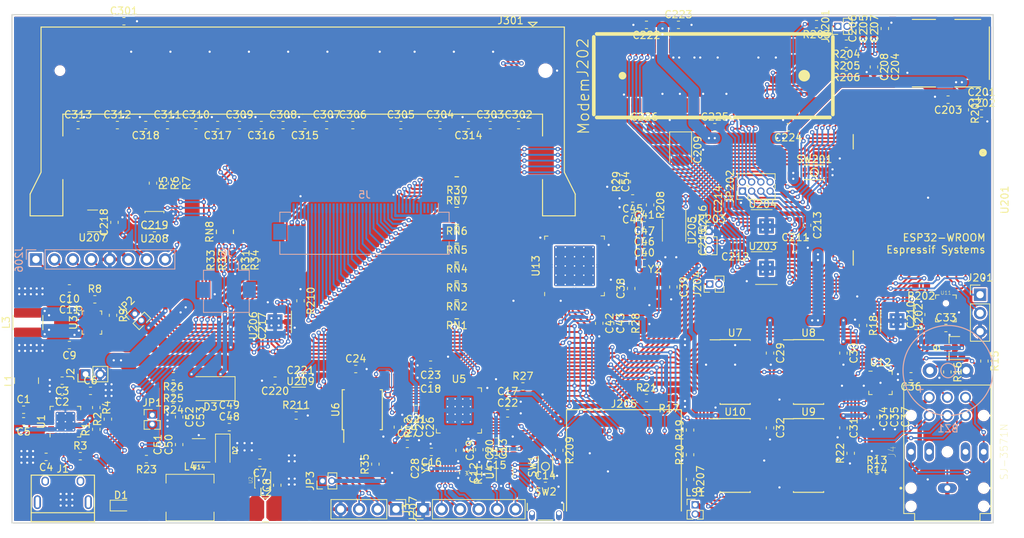
<source format=kicad_pcb>
(kicad_pcb (version 20171130) (host pcbnew "(5.1.0-0)")
  (layers (0 F.Cu signal) (31 B.Cu signal) (34 B.Paste user) (35 F.Paste user) (36 B.SilkS user) (37 F.SilkS user) (38 B.Mask user) (39 F.Mask user) (44 Edge.Cuts user))
  (net 0 "")
  (net 1 GND)
  (net 2 +3V3)
  (net 3 +1V8)
  (net 4 GPIO_13)
  (net 5 GPIO_18)
  (net 6 GPIO_23)
  (net 7 JTAG_TCK)
  (net 8 JTAG_TDO)
  (net 9 JTAG_TMS)
  (net 10 JTAG_TDI)
  (net 11 "Net-(L2-Pad1)")
  (net 12 "Net-(Q1-Pad1)")
  (net 13 "Net-(BZ1-Pad1)")
  (net 14 "Net-(C13-Pad1)")
  (net 15 "Net-(C14-Pad1)")
  (net 16 WAKE)
  (net 17 RESET)
  (net 18 "Net-(R2-Pad2)")
  (net 19 "Net-(C1-Pad1)")
  (net 20 "Net-(C1-Pad2)")
  (net 21 VBUS)
  (net 22 "Net-(C5-Pad1)")
  (net 23 "Net-(C6-Pad1)")
  (net 24 "Net-(C25-Pad1)")
  (net 25 "Net-(C25-Pad2)")
  (net 26 "Net-(C27-Pad1)")
  (net 27 "Net-(C28-Pad1)")
  (net 28 "Net-(D1-Pad1)")
  (net 29 "Net-(J1-Pad2)")
  (net 30 "Net-(J1-Pad3)")
  (net 31 "Net-(J1-Pad6)")
  (net 32 PWM2.1)
  (net 33 PWM0.1)
  (net 34 UART0.TX)
  (net 35 UART0.RX)
  (net 36 "Net-(L3-Pad1)")
  (net 37 "Net-(L3-Pad2)")
  (net 38 "Net-(R1-Pad1)")
  (net 39 "Net-(R3-Pad1)")
  (net 40 "Net-(R8-Pad2)")
  (net 41 PWM1.1)
  (net 42 "Net-(U5-Pad1)")
  (net 43 "Net-(U5-Pad2)")
  (net 44 "Net-(U5-Pad3)")
  (net 45 "Net-(U5-Pad4)")
  (net 46 "Net-(U5-Pad20)")
  (net 47 SPI1.SS0)
  (net 48 SPI1.MOSI)
  (net 49 SPI1.MISO)
  (net 50 SPI1.SCK)
  (net 51 SPI1.SS2)
  (net 52 SPI1.SS3)
  (net 53 "Net-(U5-Pad48)")
  (net 54 "Net-(U7-Pad3)")
  (net 55 "Net-(U7-Pad12)")
  (net 56 "Net-(U8-Pad6)")
  (net 57 "Net-(U10-Pad11)")
  (net 58 /SPK_VO-)
  (net 59 /SPK_VO+)
  (net 60 "Net-(C38-Pad1)")
  (net 61 "Net-(C39-Pad1)")
  (net 62 "Net-(C46-Pad1)")
  (net 63 /DISP_LED_A)
  (net 64 /DISP_LED_K)
  (net 65 "Net-(D2-Pad2)")
  (net 66 "Net-(J4-Pad2)")
  (net 67 "Net-(J4-Pad6)")
  (net 68 /SPK_GAIN)
  (net 69 "Net-(J4-Pad4)")
  (net 70 /EAR_VO+)
  (net 71 "Net-(J5-Pad5)")
  (net 72 "Net-(J5-Pad6)")
  (net 73 "Net-(J5-Pad7)")
  (net 74 "Net-(J5-Pad8)")
  (net 75 "Net-(J5-Pad9)")
  (net 76 "Net-(J5-Pad10)")
  (net 77 "Net-(J5-Pad11)")
  (net 78 "Net-(J5-Pad12)")
  (net 79 "Net-(J5-Pad13)")
  (net 80 "Net-(J5-Pad14)")
  (net 81 "Net-(J5-Pad15)")
  (net 82 "Net-(J5-Pad16)")
  (net 83 "Net-(J5-Pad17)")
  (net 84 "Net-(J5-Pad18)")
  (net 85 "Net-(J5-Pad19)")
  (net 86 "Net-(J5-Pad20)")
  (net 87 "Net-(J5-Pad21)")
  (net 88 "Net-(J5-Pad22)")
  (net 89 "Net-(J5-Pad23)")
  (net 90 "Net-(J5-Pad24)")
  (net 91 "Net-(J5-Pad25)")
  (net 92 "Net-(J5-Pad26)")
  (net 93 "Net-(J5-Pad27)")
  (net 94 "Net-(J5-Pad28)")
  (net 95 "Net-(J5-Pad30)")
  (net 96 "Net-(J5-Pad31)")
  (net 97 "Net-(J5-Pad32)")
  (net 98 "Net-(J5-Pad33)")
  (net 99 "Net-(J5-Pad34)")
  (net 100 "Net-(J6-Pad4)")
  (net 101 "Net-(J6-Pad5)")
  (net 102 "Net-(R15-Pad2)")
  (net 103 PWM2.2)
  (net 104 GPIO_20)
  (net 105 /BL_PWM)
  (net 106 GPIO_21)
  (net 107 "Net-(RN1-Pad1)")
  (net 108 "Net-(RN1-Pad3)")
  (net 109 "Net-(RN1-Pad2)")
  (net 110 "Net-(RN1-Pad4)")
  (net 111 "Net-(RN2-Pad1)")
  (net 112 "Net-(RN2-Pad3)")
  (net 113 "Net-(RN2-Pad2)")
  (net 114 "Net-(RN2-Pad4)")
  (net 115 "Net-(RN3-Pad1)")
  (net 116 "Net-(RN3-Pad3)")
  (net 117 "Net-(RN3-Pad2)")
  (net 118 "Net-(RN3-Pad4)")
  (net 119 "Net-(RN4-Pad1)")
  (net 120 "Net-(RN4-Pad3)")
  (net 121 "Net-(RN4-Pad2)")
  (net 122 "Net-(RN4-Pad4)")
  (net 123 "Net-(RN5-Pad1)")
  (net 124 "Net-(RN5-Pad3)")
  (net 125 "Net-(RN5-Pad2)")
  (net 126 "Net-(RN5-Pad4)")
  (net 127 "Net-(RN6-Pad1)")
  (net 128 "Net-(RN6-Pad3)")
  (net 129 "Net-(RN6-Pad2)")
  (net 130 "Net-(RN6-Pad4)")
  (net 131 "Net-(RN7-Pad1)")
  (net 132 "Net-(RN7-Pad3)")
  (net 133 "Net-(RN7-Pad2)")
  (net 134 "Net-(RN7-Pad4)")
  (net 135 /CTP_SCL)
  (net 136 /CTP_INT)
  (net 137 /CTP_SDA)
  (net 138 /CTP_RST)
  (net 139 GPIO_0)
  (net 140 GPIO_22)
  (net 141 /SPK_EN)
  (net 142 /SPK_CLK)
  (net 143 "Net-(U10-Pad14)")
  (net 144 "Net-(C203-Pad1)")
  (net 145 "Net-(C204-Pad1)")
  (net 146 "Net-(C205-Pad1)")
  (net 147 "Net-(C206-Pad1)")
  (net 148 "Net-(C207-Pad1)")
  (net 149 "Net-(J201-Pad2)")
  (net 150 ESP32.I2C0.SCL)
  (net 151 ESP32.I2C0.SDA)
  (net 152 +VSYS)
  (net 153 "Net-(R30-Pad2)")
  (net 154 "Net-(J202-Pad10)")
  (net 155 "Net-(J202-Pad12)")
  (net 156 "Net-(J202-Pad14)")
  (net 157 "Net-(J207-Pad1)")
  (net 158 "Net-(JP201-Pad1)")
  (net 159 "Net-(JP203-Pad2)")
  (net 160 FT813.GPIO0)
  (net 161 FT813.GPIO1)
  (net 162 FT813.GPIO3)
  (net 163 /periph/Quectel.UART.RXD)
  (net 164 /periph/Quectel.UART.TXD)
  (net 165 /periph/Quectel.UART.RI)
  (net 166 /periph/SIMCom.UART.TXD)
  (net 167 /periph/Quectel.UART.DTR)
  (net 168 /periph/SIMCom.UART.RI)
  (net 169 /periph/SIMCom.UART.DTR)
  (net 170 /periph/ESP32.U2.RXD)
  (net 171 /periph/ESP32.U2.TXD)
  (net 172 /periph/Modem.PCM.CLK)
  (net 173 /periph/Modem.PCM.DO)
  (net 174 /periph/Modem.PCM.DI)
  (net 175 /periph/Modem.PCM.SYNC)
  (net 176 "Net-(J6-Pad2)")
  (net 177 "Net-(J6-Pad1)")
  (net 178 "Net-(C54-Pad1)")
  (net 179 /periph/ESP32.U2.DTR)
  (net 180 /periph/ESP32.U2.RI)
  (net 181 ESP32.BQ_INT)
  (net 182 /periph/ESP32.PCM.SYNC)
  (net 183 /periph/ESP32.PCM.DO)
  (net 184 /periph/ESP32.PCM.CLK)
  (net 185 /periph/ESP32.PCM.DI)
  (net 186 "Net-(C216-Pad1)")
  (net 187 "Net-(J204-Pad1)")
  (net 188 "Net-(J204-Pad2)")
  (net 189 "Net-(J205-Pad9)")
  (net 190 /periph/ESP32.VSPI.SS0)
  (net 191 /periph/ESP32.VSPI.MOSI)
  (net 192 /periph/ESP32.VSPI.MISO)
  (net 193 "Net-(J201-Pad1)")
  (net 194 /periph/CAM.MOSI)
  (net 195 /periph/CAM.MISO)
  (net 196 /periph/CAM.SCK)
  (net 197 /periph/CAM.PWR)
  (net 198 /periph/CAM.SDA)
  (net 199 /periph/CAM.SCL)
  (net 200 "Net-(C301-Pad1)")
  (net 201 ESP32.HSPI.MOSI)
  (net 202 ESP32.HSPI.SCK)
  (net 203 ESP32.HSPI.MISO)
  (net 204 ESP32.HSPI.SS0)
  (net 205 "Net-(C221-Pad2)")
  (net 206 ESP32.IO36)
  (net 207 ESP32.IO27)
  (net 208 "Net-(R35-Pad2)")
  (module footprints:TPS62290 (layer F.Cu) (at 131.7 135.9 90)
    (fp_text reference U2 (at 0 -1.65 90) (layer F.SilkS) (effects (font (size 0.5 0.5) (thickness 0.05))))
    (fp_text value TPS62293)
    (pad 7 smd rect (at 0 0.55 90) (size 1 0.5) (layers F.Cu F.Paste F.Mask) (net 1 GND))
    (pad 7 smd rect (at 0 -0.55 90) (size 1 0.5) (layers F.Cu F.Paste F.Mask) (net 1 GND))
    (pad 7 smd rect (at 0 0 90) (size 1 0.6) (layers F.Cu F.Paste F.Mask) (net 1 GND))
    (pad 6 smd rect (at 0.975 -0.65 90) (size 0.45 0.3) (layers F.Cu F.Paste F.Mask) (net 1 GND))
    (pad 5 smd rect (at 0.975 0 90) (size 0.45 0.3) (layers F.Cu F.Paste F.Mask) (net 152 +VSYS))
    (pad 4 smd rect (at 0.975 0.65 90) (size 0.45 0.3) (layers F.Cu F.Paste F.Mask) (net 152 +VSYS))
    (pad 3 smd rect (at -0.975 0.65 90) (size 0.45 0.3) (layers F.Cu F.Paste F.Mask) (net 3 +1V8))
    (pad 2 smd rect (at -0.975 0 90) (size 0.45 0.3) (layers F.Cu F.Paste F.Mask) (net 1 GND))
    (pad 1 smd rect (at -0.975 -0.65 90) (size 0.45 0.3) (layers F.Cu F.Paste F.Mask) (net 11 "Net-(L2-Pad1)"))
  )
  (module footprints:TPS630250 (layer F.Cu) (at 108.2 114.2 90)
    (fp_text reference U3 (at 0 -2.55 90) (layer F.SilkS))
    (fp_text value TPS630250)
    (pad 14 smd rect (at 1.4 -0.75 90) (size 0.6 0.24) (layers F.Cu F.Paste F.Mask) (net 2 +3V3))
    (pad 13 smd rect (at 1.4 -0.25 90) (size 0.6 0.24) (layers F.Cu F.Paste F.Mask) (net 2 +3V3))
    (pad 12 smd rect (at 1.4 0.25 90) (size 0.6 0.24) (layers F.Cu F.Paste F.Mask) (net 2 +3V3))
    (pad 11 smd rect (at 1.4 0.75 90) (size 0.6 0.24) (layers F.Cu F.Paste F.Mask) (net 40 "Net-(R8-Pad2)"))
    (pad 7 smd rect (at -1.4 0.75 90) (size 0.6 0.24) (layers F.Cu F.Paste F.Mask) (net 152 +VSYS))
    (pad 6 smd rect (at -1.4 0.25 90) (size 0.6 0.24) (layers F.Cu F.Paste F.Mask) (net 152 +VSYS))
    (pad 5 smd rect (at -1.4 -0.25 90) (size 0.6 0.24) (layers F.Cu F.Paste F.Mask) (net 152 +VSYS))
    (pad 4 smd rect (at -1.4 -0.75 90) (size 0.6 0.24) (layers F.Cu F.Paste F.Mask) (net 152 +VSYS))
    (pad 10 smd rect (at 0.5 1.15 90) (size 0.24 0.6) (layers F.Cu F.Paste F.Mask) (net 1 GND))
    (pad 9 smd rect (at 0 1.15 90) (size 0.24 0.6) (layers F.Cu F.Paste F.Mask) (net 1 GND))
    (pad 8 smd rect (at -0.5 1.15 90) (size 0.24 0.6) (layers F.Cu F.Paste F.Mask) (net 152 +VSYS))
    (pad 3 smd rect (at -0.49 -0.555 90) (size 0.22 1.79) (layers F.Cu F.Paste F.Mask) (net 36 "Net-(L3-Pad1)"))
    (pad 2 smd rect (at 0 -0.555 90) (size 0.24 1.79) (layers F.Cu F.Paste F.Mask) (net 1 GND))
    (pad 1 smd rect (at 0.49 -0.555 90) (size 0.22 1.79) (layers F.Cu F.Paste F.Mask) (net 37 "Net-(L3-Pad2)"))
  )
  (module footprints:TDK_ICS-43434 (layer F.Cu) (at 225.7 112.8)
    (fp_text reference U11 (at 0 -2.7) (layer F.SilkS) (effects (font (size 0.5 0.5) (thickness 0.05))))
    (fp_text value ICS-43434)
    (pad 3 smd trapezoid (at -0.447 -0.8 135) (size 0.55 0.36) (rect_delta 0 -0.12) (layers F.Cu F.Paste F.Mask) (net 1 GND))
    (pad 3 smd trapezoid (at 0.447 -0.8 225) (size 0.55 0.36) (rect_delta 0 -0.12) (layers F.Cu F.Paste F.Mask) (net 1 GND))
    (pad 3 smd trapezoid (at 0 -0.615 180) (size 0.55 0.36) (rect_delta 0 -0.12) (layers F.Cu F.Paste F.Mask) (net 1 GND))
    (pad 3 smd trapezoid (at -0.447 -1.7 45) (size 0.55 0.36) (rect_delta 0 -0.12) (layers F.Cu F.Paste F.Mask) (net 1 GND))
    (pad 3 smd trapezoid (at 0.6325 -1.252 180) (size 0.36 0.55) (rect_delta 0.12 0) (layers F.Cu F.Paste F.Mask) (net 1 GND))
    (pad "" np_thru_hole circle (at 0 -1.252) (size 0.5 0.5) (drill 0.5) (layers *.Cu *.Mask))
    (pad 3 smd trapezoid (at 0.447 -1.7 315) (size 0.55 0.36) (rect_delta 0 -0.12) (layers F.Cu F.Paste F.Mask) (net 1 GND))
    (pad 3 smd trapezoid (at -0.6325 -1.252) (size 0.36 0.55) (rect_delta 0.12 0) (layers F.Cu F.Paste F.Mask) (net 1 GND))
    (pad 3 smd trapezoid (at 0 -1.8845) (size 0.55 0.36) (rect_delta 0 -0.12) (layers F.Cu F.Paste F.Mask) (net 1 GND))
    (pad 6 smd rect (at 0 0.822) (size 0.6 0.522) (layers F.Cu F.Paste F.Mask) (net 104 GPIO_20))
    (pad 4 smd rect (at -0.9 0) (size 0.6 0.522) (layers F.Cu F.Paste F.Mask) (net 33 PWM0.1))
    (pad 5 smd rect (at -0.9 0.822) (size 0.6 0.522) (layers F.Cu F.Paste F.Mask) (net 2 +3V3))
    (pad 2 smd rect (at 0.9 0) (size 0.6 0.522) (layers F.Cu F.Paste F.Mask) (net 1 GND))
    (pad 1 smd rect (at 0.9 0.822) (size 0.6 0.522) (layers F.Cu F.Paste F.Mask) (net 32 PWM2.1))
  )
  (module Connector_PinHeader_1.27mm:PinHeader_1x02_P1.27mm_Vertical (layer F.Cu) (at 193.2 108.9 90)
    (fp_text reference J204 (at 0 -1.695 90) (layer F.SilkS))
    (fp_text value Motor)
    (pad 2 thru_hole oval (at 0 1.27 90) (size 1 1) (drill 0.65) (layers *.Cu *.Mask) (net 188 "Net-(J204-Pad2)"))
    (pad 1 thru_hole rect (at 0 0 90) (size 1 1) (drill 0.65) (layers *.Cu *.Mask) (net 187 "Net-(J204-Pad1)"))
  )
  (module footprints:CUI_SJ-3571N (layer F.Cu) (at 225.9 132 90)
    (fp_text reference J4 (at 0 -7.6 90) (layer F.SilkS) (effects (font (size 1.00047 1.00047) (thickness 0.05))))
    (fp_text value SJ-3571N (at 0 7.8 90) (layer F.SilkS) (effects (font (size 1.00163 1.00163) (thickness 0.05))))
    (pad 9 thru_hole circle (at 7.5 2.5 90) (size 1.508 1.508) (drill 1) (layers *.Cu *.Mask) (net 66 "Net-(J4-Pad2)"))
    (pad 8 thru_hole circle (at 7.5 0 90) (size 1.508 1.508) (drill 1) (layers *.Cu *.Mask) (net 59 /SPK_VO+))
    (pad 7 thru_hole circle (at 7.5 -2.5 90) (size 1.508 1.508) (drill 1) (layers *.Cu *.Mask) (net 70 /EAR_VO+))
    (pad Hole np_thru_hole circle (at -7.5 5 90) (size 1.2 1.2) (drill 1.2) (layers *.Cu *.Mask F.SilkS))
    (pad Hole np_thru_hole circle (at -5 5 90) (size 1.2 1.2) (drill 1.2) (layers *.Cu *.Mask F.SilkS))
    (pad Hole np_thru_hole circle (at -7.5 -5 90) (size 1.2 1.2) (drill 1.2) (layers *.Cu *.Mask F.SilkS))
    (pad Hole np_thru_hole circle (at -5 -5 90) (size 1.2 1.2) (drill 1.2) (layers *.Cu *.Mask F.SilkS))
    (pad Hole np_thru_hole circle (at 0 0 90) (size 1.2 1.2) (drill 1.2) (layers *.Cu *.Mask F.SilkS))
    (pad Hole np_thru_hole circle (at 5 5 90) (size 1.2 1.2) (drill 1.2) (layers *.Cu *.Mask F.SilkS))
    (pad Hole np_thru_hole circle (at 5 -5 90) (size 1.2 1.2) (drill 1.2) (layers *.Cu *.Mask F.SilkS))
    (pad 1 thru_hole oval (at -5 0 180) (size 2.616 1.308) (drill 0.8) (layers *.Cu *.Mask) (net 58 /SPK_VO-))
    (pad 4 thru_hole circle (at 5 -2.5 90) (size 1.508 1.508) (drill 1) (layers *.Cu *.Mask) (net 69 "Net-(J4-Pad4)"))
    (pad 5 thru_hole circle (at 5 0 90) (size 1.508 1.508) (drill 1) (layers *.Cu *.Mask) (net 68 /SPK_GAIN))
    (pad 6 thru_hole circle (at 5 2.5 90) (size 1.508 1.508) (drill 1) (layers *.Cu *.Mask) (net 67 "Net-(J4-Pad6)"))
    (pad 2 thru_hole oval (at 0 5 90) (size 2.616 1.308) (drill 0.8) (layers *.Cu *.Mask) (net 66 "Net-(J4-Pad2)"))
    (pad 10 thru_hole oval (at 0 2.5 90) (size 2.616 1.308) (drill 0.8) (layers *.Cu *.Mask))
    (pad 3 thru_hole oval (at 0 -5 90) (size 2.616 1.308) (drill 0.8) (layers *.Cu *.Mask) (net 66 "Net-(J4-Pad2)"))
    (pad 11 thru_hole oval (at 0 -2.5 90) (size 2.616 1.308) (drill 0.8) (layers *.Cu *.Mask))
  )
  (module footprints:Buzzer_12x9.5RM5.0 (layer B.Cu) (at 226 120.8)
    (fp_text reference BZ1 (at 0 8.001) (layer B.SilkS) (effects (justify mirror)))
    (fp_text value Buzzer)
    (fp_text user + (at -3.81 2.54) (layer B.SilkS) (effects (justify mirror)))
    (pad 1 thru_hole circle (at -2.5 0) (size 2 2) (drill 1.00076) (layers *.Cu *.Mask) (net 13 "Net-(BZ1-Pad1)"))
    (pad 2 thru_hole circle (at 2.5 0) (size 2 2) (drill 1.00076) (layers *.Cu *.Mask) (net 1 GND))
  )
  (module footprints:USB_Micro-B (layer F.Cu) (at 104.2 137.8)
    (fp_text reference J1 (at 0.0009 -3.45) (layer F.SilkS))
    (fp_text value USB_OTG)
    (pad 1 smd rect (at -1.3 -1.56254 90) (size 1.35 0.4) (layers F.Cu F.Paste F.Mask) (net 21 VBUS))
    (pad 2 smd rect (at -0.65 -1.56254 90) (size 1.35 0.4) (layers F.Cu F.Paste F.Mask) (net 29 "Net-(J1-Pad2)"))
    (pad 3 smd rect (at 0 -1.56254 90) (size 1.35 0.4) (layers F.Cu F.Paste F.Mask) (net 30 "Net-(J1-Pad3)"))
    (pad 4 smd rect (at 0.65 -1.56254 90) (size 1.35 0.4) (layers F.Cu F.Paste F.Mask))
    (pad 5 smd rect (at 1.3 -1.56254 90) (size 1.35 0.4) (layers F.Cu F.Paste F.Mask) (net 1 GND))
    (pad 6 thru_hole oval (at -2.425 -1.76254) (size 1.05 1.25) (drill oval 0.65 0.85) (layers *.Cu *.Mask) (net 31 "Net-(J1-Pad6)"))
    (pad 6 thru_hole oval (at 2.425 -1.76254) (size 1.05 1.25) (drill oval 0.65 0.85) (layers *.Cu *.Mask) (net 31 "Net-(J1-Pad6)"))
    (pad 6 thru_hole oval (at -3.5 1.13746 90) (size 1.9 1) (drill oval 1.5 0.5) (layers *.Cu *.Mask) (net 31 "Net-(J1-Pad6)"))
    (pad 6 thru_hole oval (at 3.5 1.13746 90) (size 1.9 1) (drill oval 1.5 0.5) (layers *.Cu *.Mask) (net 31 "Net-(J1-Pad6)"))
  )
  (module footprints:Hirose_FH12-40S-0.5SH_1x40-1MP_P0.50mm_Horizontal_Bottom (layer B.Cu) (at 145.7 100.3 180)
    (fp_text reference J5 (at 0 3.7 180) (layer B.SilkS) (effects (justify mirror)))
    (fp_text value Display)
    (pad MP smd rect (at 11.65 -1.4 180) (size 1.8 2.2) (layers B.Cu B.Paste B.Mask))
    (pad MP smd rect (at -11.65 -1.4 180) (size 1.8 2.2) (layers B.Cu B.Paste B.Mask))
    (pad 40 smd rect (at -9.75 1.85 180) (size 0.3 1.3) (layers B.Cu B.Paste B.Mask))
    (pad 39 smd rect (at -9.25 1.85 180) (size 0.3 1.3) (layers B.Cu B.Paste B.Mask))
    (pad 38 smd rect (at -8.75 1.85 180) (size 0.3 1.3) (layers B.Cu B.Paste B.Mask))
    (pad 37 smd rect (at -8.25 1.85 180) (size 0.3 1.3) (layers B.Cu B.Paste B.Mask))
    (pad 36 smd rect (at -7.75 1.85 180) (size 0.3 1.3) (layers B.Cu B.Paste B.Mask) (net 1 GND))
    (pad 35 smd rect (at -7.25 1.85 180) (size 0.3 1.3) (layers B.Cu B.Paste B.Mask))
    (pad 34 smd rect (at -6.75 1.85 180) (size 0.3 1.3) (layers B.Cu B.Paste B.Mask) (net 99 "Net-(J5-Pad34)"))
    (pad 33 smd rect (at -6.25 1.85 180) (size 0.3 1.3) (layers B.Cu B.Paste B.Mask) (net 98 "Net-(J5-Pad33)"))
    (pad 32 smd rect (at -5.75 1.85 180) (size 0.3 1.3) (layers B.Cu B.Paste B.Mask) (net 97 "Net-(J5-Pad32)"))
    (pad 31 smd rect (at -5.25 1.85 180) (size 0.3 1.3) (layers B.Cu B.Paste B.Mask) (net 96 "Net-(J5-Pad31)"))
    (pad 30 smd rect (at -4.75 1.85 180) (size 0.3 1.3) (layers B.Cu B.Paste B.Mask) (net 95 "Net-(J5-Pad30)"))
    (pad 29 smd rect (at -4.25 1.85 180) (size 0.3 1.3) (layers B.Cu B.Paste B.Mask) (net 1 GND))
    (pad 28 smd rect (at -3.75 1.85 180) (size 0.3 1.3) (layers B.Cu B.Paste B.Mask) (net 94 "Net-(J5-Pad28)"))
    (pad 27 smd rect (at -3.25 1.85 180) (size 0.3 1.3) (layers B.Cu B.Paste B.Mask) (net 93 "Net-(J5-Pad27)"))
    (pad 26 smd rect (at -2.75 1.85 180) (size 0.3 1.3) (layers B.Cu B.Paste B.Mask) (net 92 "Net-(J5-Pad26)"))
    (pad 25 smd rect (at -2.25 1.85 180) (size 0.3 1.3) (layers B.Cu B.Paste B.Mask) (net 91 "Net-(J5-Pad25)"))
    (pad 24 smd rect (at -1.75 1.85 180) (size 0.3 1.3) (layers B.Cu B.Paste B.Mask) (net 90 "Net-(J5-Pad24)"))
    (pad 23 smd rect (at -1.25 1.85 180) (size 0.3 1.3) (layers B.Cu B.Paste B.Mask) (net 89 "Net-(J5-Pad23)"))
    (pad 22 smd rect (at -0.75 1.85 180) (size 0.3 1.3) (layers B.Cu B.Paste B.Mask) (net 88 "Net-(J5-Pad22)"))
    (pad 21 smd rect (at -0.25 1.85 180) (size 0.3 1.3) (layers B.Cu B.Paste B.Mask) (net 87 "Net-(J5-Pad21)"))
    (pad 20 smd rect (at 0.25 1.85 180) (size 0.3 1.3) (layers B.Cu B.Paste B.Mask) (net 86 "Net-(J5-Pad20)"))
    (pad 19 smd rect (at 0.75 1.85 180) (size 0.3 1.3) (layers B.Cu B.Paste B.Mask) (net 85 "Net-(J5-Pad19)"))
    (pad 18 smd rect (at 1.25 1.85 180) (size 0.3 1.3) (layers B.Cu B.Paste B.Mask) (net 84 "Net-(J5-Pad18)"))
    (pad 17 smd rect (at 1.75 1.85 180) (size 0.3 1.3) (layers B.Cu B.Paste B.Mask) (net 83 "Net-(J5-Pad17)"))
    (pad 16 smd rect (at 2.25 1.85 180) (size 0.3 1.3) (layers B.Cu B.Paste B.Mask) (net 82 "Net-(J5-Pad16)"))
    (pad 15 smd rect (at 2.75 1.85 180) (size 0.3 1.3) (layers B.Cu B.Paste B.Mask) (net 81 "Net-(J5-Pad15)"))
    (pad 14 smd rect (at 3.25 1.85 180) (size 0.3 1.3) (layers B.Cu B.Paste B.Mask) (net 80 "Net-(J5-Pad14)"))
    (pad 13 smd rect (at 3.75 1.85 180) (size 0.3 1.3) (layers B.Cu B.Paste B.Mask) (net 79 "Net-(J5-Pad13)"))
    (pad 12 smd rect (at 4.25 1.85 180) (size 0.3 1.3) (layers B.Cu B.Paste B.Mask) (net 78 "Net-(J5-Pad12)"))
    (pad 11 smd rect (at 4.75 1.85 180) (size 0.3 1.3) (layers B.Cu B.Paste B.Mask) (net 77 "Net-(J5-Pad11)"))
    (pad 10 smd rect (at 5.25 1.85 180) (size 0.3 1.3) (layers B.Cu B.Paste B.Mask) (net 76 "Net-(J5-Pad10)"))
    (pad 9 smd rect (at 5.75 1.85 180) (size 0.3 1.3) (layers B.Cu B.Paste B.Mask) (net 75 "Net-(J5-Pad9)"))
    (pad 8 smd rect (at 6.25 1.85 180) (size 0.3 1.3) (layers B.Cu B.Paste B.Mask) (net 74 "Net-(J5-Pad8)"))
    (pad 7 smd rect (at 6.75 1.85 180) (size 0.3 1.3) (layers B.Cu B.Paste B.Mask) (net 73 "Net-(J5-Pad7)"))
    (pad 6 smd rect (at 7.25 1.85 180) (size 0.3 1.3) (layers B.Cu B.Paste B.Mask) (net 72 "Net-(J5-Pad6)"))
    (pad 5 smd rect (at 7.75 1.85 180) (size 0.3 1.3) (layers B.Cu B.Paste B.Mask) (net 71 "Net-(J5-Pad5)"))
    (pad 4 smd rect (at 8.25 1.85 180) (size 0.3 1.3) (layers B.Cu B.Paste B.Mask) (net 2 +3V3))
    (pad 3 smd rect (at 8.75 1.85 180) (size 0.3 1.3) (layers B.Cu B.Paste B.Mask) (net 1 GND))
    (pad 2 smd rect (at 9.25 1.85 180) (size 0.3 1.3) (layers B.Cu B.Paste B.Mask) (net 63 /DISP_LED_A))
    (pad 1 smd rect (at 9.75 1.85 180) (size 0.3 1.3) (layers B.Cu B.Paste B.Mask) (net 64 /DISP_LED_K))
  )
  (module footprints:Hirose_FH12-6S-0.5SH_1x06-1MP_P0.50mm_Horizontal_Bottom (layer B.Cu) (at 126.7 108.3 180)
    (fp_text reference J6 (at 0 3.7 180) (layer B.SilkS) (effects (justify mirror)))
    (fp_text value Touch)
    (pad MP smd rect (at 3.15 -1.4 180) (size 1.8 2.2) (layers B.Cu B.Paste B.Mask))
    (pad MP smd rect (at -3.15 -1.4 180) (size 1.8 2.2) (layers B.Cu B.Paste B.Mask))
    (pad 6 smd rect (at -1.25 1.85 180) (size 0.3 1.3) (layers B.Cu B.Paste B.Mask) (net 1 GND))
    (pad 5 smd rect (at -0.75 1.85 180) (size 0.3 1.3) (layers B.Cu B.Paste B.Mask) (net 101 "Net-(J6-Pad5)"))
    (pad 4 smd rect (at -0.25 1.85 180) (size 0.3 1.3) (layers B.Cu B.Paste B.Mask) (net 100 "Net-(J6-Pad4)"))
    (pad 3 smd rect (at 0.25 1.85 180) (size 0.3 1.3) (layers B.Cu B.Paste B.Mask) (net 2 +3V3))
    (pad 2 smd rect (at 0.75 1.85 180) (size 0.3 1.3) (layers B.Cu B.Paste B.Mask) (net 176 "Net-(J6-Pad2)"))
    (pad 1 smd rect (at 1.25 1.85 180) (size 0.3 1.3) (layers B.Cu B.Paste B.Mask) (net 177 "Net-(J6-Pad1)"))
  )
  (module footprints:mpcie-socket (layer F.Cu) (at 206.2 80.2 180)
    (fp_text reference J202 (at 30.45 2.45 270) (layer F.SilkS) (effects (font (size 1.524 1.524))))
    (fp_text value Modem (at 30.35 -4.2 270) (layer F.SilkS) (effects (font (size 1.524 1.524))))
    (pad "" connect circle (at 25 0 180) (size 1.05 1.05) (layers F.SilkS Dwgs.User))
    (pad "" connect circle (at 0 0 180) (size 1.6 1.6) (layers F.SilkS Dwgs.User))
    (pad "" smd rect (at -2.15 3.5 180) (size 2.3 3.2) (layers F.Cu F.Paste F.Mask))
    (pad "" smd rect (at 27.15 3.5 180) (size 2.3 3.2) (layers F.Cu F.Paste F.Mask))
    (pad 1 smd rect (at 0.7 4.1 180) (size 0.6 2) (layers F.Cu F.Paste F.Mask))
    (pad 2 smd rect (at 1.1 -4.1 180) (size 0.6 2) (layers F.Cu F.Paste F.Mask) (net 2 +3V3))
    (pad 3 smd rect (at 1.5 4.1 180) (size 0.6 2) (layers F.Cu F.Paste F.Mask))
    (pad 4 smd rect (at 1.9 -4.1 180) (size 0.6 2) (layers F.Cu F.Paste F.Mask) (net 1 GND))
    (pad 5 smd rect (at 2.3 4.1 180) (size 0.6 2) (layers F.Cu F.Paste F.Mask))
    (pad 6 smd rect (at 2.7 -4.1 180) (size 0.6 2) (layers F.Cu F.Paste F.Mask))
    (pad 7 smd rect (at 3.1 4.1 180) (size 0.6 2) (layers F.Cu F.Paste F.Mask))
    (pad 8 smd rect (at 3.5 -4.1 180) (size 0.6 2) (layers F.Cu F.Paste F.Mask) (net 145 "Net-(C204-Pad1)"))
    (pad 9 smd rect (at 3.9 4.1 180) (size 0.6 2) (layers F.Cu F.Paste F.Mask) (net 1 GND))
    (pad 10 smd rect (at 4.3 -4.1 180) (size 0.6 2) (layers F.Cu F.Paste F.Mask) (net 154 "Net-(J202-Pad10)"))
    (pad 11 smd rect (at 4.7 4.1 180) (size 0.6 2) (layers F.Cu F.Paste F.Mask) (net 163 /periph/Quectel.UART.RXD))
    (pad 12 smd rect (at 5.1 -4.1 180) (size 0.6 2) (layers F.Cu F.Paste F.Mask) (net 155 "Net-(J202-Pad12)"))
    (pad 13 smd rect (at 5.5 4.1 180) (size 0.6 2) (layers F.Cu F.Paste F.Mask) (net 164 /periph/Quectel.UART.TXD))
    (pad 14 smd rect (at 5.9 -4.1 180) (size 0.6 2) (layers F.Cu F.Paste F.Mask) (net 156 "Net-(J202-Pad14)"))
    (pad 15 smd rect (at 6.3 4.1 180) (size 0.6 2) (layers F.Cu F.Paste F.Mask) (net 1 GND))
    (pad 16 smd rect (at 6.7 -4.1 180) (size 0.6 2) (layers F.Cu F.Paste F.Mask))
    (pad 17 smd rect (at 10.3 4.1 180) (size 0.6 2) (layers F.Cu F.Paste F.Mask) (net 165 /periph/Quectel.UART.RI))
    (pad 18 smd rect (at 10.7 -4.1 180) (size 0.6 2) (layers F.Cu F.Paste F.Mask) (net 1 GND))
    (pad 19 smd rect (at 11.1 4.1 180) (size 0.6 2) (layers F.Cu F.Paste F.Mask) (net 166 /periph/SIMCom.UART.TXD))
    (pad 20 smd rect (at 11.5 -4.1 180) (size 0.6 2) (layers F.Cu F.Paste F.Mask))
    (pad 21 smd rect (at 11.9 4.1 180) (size 0.6 2) (layers F.Cu F.Paste F.Mask) (net 1 GND))
    (pad 22 smd rect (at 12.3 -4.1 180) (size 0.6 2) (layers F.Cu F.Paste F.Mask))
    (pad 23 smd rect (at 12.7 4.1 180) (size 0.6 2) (layers F.Cu F.Paste F.Mask))
    (pad 24 smd rect (at 13.1 -4.1 180) (size 0.6 2) (layers F.Cu F.Paste F.Mask) (net 2 +3V3))
    (pad 25 smd rect (at 13.5 4.1 180) (size 0.6 2) (layers F.Cu F.Paste F.Mask))
    (pad 26 smd rect (at 13.9 -4.1 180) (size 0.6 2) (layers F.Cu F.Paste F.Mask) (net 1 GND))
    (pad 27 smd rect (at 14.3 4.1 180) (size 0.6 2) (layers F.Cu F.Paste F.Mask) (net 1 GND))
    (pad 28 smd rect (at 14.7 -4.1 180) (size 0.6 2) (layers F.Cu F.Paste F.Mask))
    (pad 29 smd rect (at 15.1 4.1 180) (size 0.6 2) (layers F.Cu F.Paste F.Mask) (net 1 GND))
    (pad 30 smd rect (at 15.5 -4.1 180) (size 0.6 2) (layers F.Cu F.Paste F.Mask))
    (pad 31 smd rect (at 15.9 4.1 180) (size 0.6 2) (layers F.Cu F.Paste F.Mask) (net 167 /periph/Quectel.UART.DTR))
    (pad 32 smd rect (at 16.3 -4.1 180) (size 0.6 2) (layers F.Cu F.Paste F.Mask))
    (pad 33 smd rect (at 16.7 4.1 180) (size 0.6 2) (layers F.Cu F.Paste F.Mask))
    (pad 34 smd rect (at 17.1 -4.1 180) (size 0.6 2) (layers F.Cu F.Paste F.Mask) (net 1 GND))
    (pad 35 smd rect (at 17.5 4.1 180) (size 0.6 2) (layers F.Cu F.Paste F.Mask) (net 1 GND))
    (pad 36 smd rect (at 17.9 -4.1 180) (size 0.6 2) (layers F.Cu F.Paste F.Mask))
    (pad 37 smd rect (at 18.3 4.1 180) (size 0.6 2) (layers F.Cu F.Paste F.Mask) (net 1 GND))
    (pad 38 smd rect (at 18.7 -4.1 180) (size 0.6 2) (layers F.Cu F.Paste F.Mask))
    (pad 39 smd rect (at 19.1 4.1 180) (size 0.6 2) (layers F.Cu F.Paste F.Mask) (net 2 +3V3))
    (pad 40 smd rect (at 19.5 -4.1 180) (size 0.6 2) (layers F.Cu F.Paste F.Mask) (net 1 GND))
    (pad 41 smd rect (at 19.9 4.1 180) (size 0.6 2) (layers F.Cu F.Paste F.Mask) (net 2 +3V3))
    (pad 42 smd rect (at 20.3 -4.1 180) (size 0.6 2) (layers F.Cu F.Paste F.Mask))
    (pad 43 smd rect (at 20.7 4.1 180) (size 0.6 2) (layers F.Cu F.Paste F.Mask) (net 1 GND))
    (pad 44 smd rect (at 21.1 -4.1 180) (size 0.6 2) (layers F.Cu F.Paste F.Mask) (net 168 /periph/SIMCom.UART.RI))
    (pad 45 smd rect (at 21.5 4.1 180) (size 0.6 2) (layers F.Cu F.Paste F.Mask) (net 172 /periph/Modem.PCM.CLK))
    (pad 46 smd rect (at 21.9 -4.1 180) (size 0.6 2) (layers F.Cu F.Paste F.Mask) (net 169 /periph/SIMCom.UART.DTR))
    (pad 47 smd rect (at 22.3 4.1 180) (size 0.6 2) (layers F.Cu F.Paste F.Mask) (net 173 /periph/Modem.PCM.DO))
    (pad 48 smd rect (at 22.7 -4.1 180) (size 0.6 2) (layers F.Cu F.Paste F.Mask))
    (pad 49 smd rect (at 23.1 4.1 180) (size 0.6 2) (layers F.Cu F.Paste F.Mask) (net 174 /periph/Modem.PCM.DI))
    (pad 50 smd rect (at 23.5 -4.1 180) (size 0.6 2) (layers F.Cu F.Paste F.Mask) (net 1 GND))
    (pad 51 smd rect (at 23.9 4.1 180) (size 0.6 2) (layers F.Cu F.Paste F.Mask) (net 175 /periph/Modem.PCM.SYNC))
    (pad 52 smd rect (at 24.3 -4.1 180) (size 0.6 2) (layers F.Cu F.Paste F.Mask) (net 2 +3V3))
  )
  (module footprints:Wurth_NanoSIM-693043020611 (layer F.Cu) (at 225.6 77.1 90)
    (fp_text reference J203 hide)
    (fp_text value SIM_Card hide)
    (pad 5 smd rect (at -3.175 -6.42 90) (size 0.65 1.3) (layers F.Cu F.Paste F.Mask) (net 1 GND))
    (pad 1 smd rect (at -1.905 -6.42 90) (size 0.65 1.3) (layers F.Cu F.Paste F.Mask) (net 145 "Net-(C204-Pad1)"))
    (pad 6 smd rect (at -0.635 -6.42 90) (size 0.65 1.3) (layers F.Cu F.Paste F.Mask))
    (pad 2 smd rect (at 0.635 -6.42 90) (size 0.65 1.3) (layers F.Cu F.Paste F.Mask) (net 146 "Net-(C205-Pad1)"))
    (pad 3 smd rect (at 1.905 -6.42 90) (size 0.65 1.3) (layers F.Cu F.Paste F.Mask) (net 147 "Net-(C206-Pad1)"))
    (pad 7 smd rect (at 3.175 -6.42 90) (size 0.65 1.3) (layers F.Cu F.Paste F.Mask) (net 148 "Net-(C207-Pad1)"))
    (pad 0 smd rect (at -4.43 -5.75 90) (size 0.35 1.8) (layers F.Cu F.Paste F.Mask))
    (pad 0 smd rect (at 4.43 -5.75 90) (size 0.35 1.8) (layers F.Cu F.Paste F.Mask))
    (pad 0 smd rect (at -4.43 0 90) (size 0.35 2) (layers F.Cu F.Paste F.Mask))
    (pad 0 smd rect (at 4.43 0 90) (size 0.35 2) (layers F.Cu F.Paste F.Mask))
    (pad 0 smd rect (at -4.4 5.72 90) (size 0.9 1) (layers F.Cu F.Paste F.Mask))
    (pad 0 smd rect (at 4.4 5.72 90) (size 0.9 1) (layers F.Cu F.Paste F.Mask))
  )
  (module footprints:MicroSd (layer F.Cu) (at 181.4 134.4)
    (fp_text reference J205 (at 0 -9) (layer F.SilkS))
    (fp_text value Micro_SD_Card)
    (pad 1 smd rect (at 3.275 1.55) (size 0.8 1.5) (layers F.Cu F.Paste F.Mask) (net 47 SPI1.SS0))
    (pad 2 smd rect (at 2.175 1.55) (size 0.8 1.5) (layers F.Cu F.Paste F.Mask) (net 48 SPI1.MOSI))
    (pad 3 smd rect (at 1.075 1.55) (size 0.8 1.5) (layers F.Cu F.Paste F.Mask))
    (pad 4 smd rect (at -0.025 1.55) (size 0.8 1.5) (layers F.Cu F.Paste F.Mask) (net 2 +3V3))
    (pad 5 smd rect (at -1.125 1.55) (size 0.8 1.5) (layers F.Cu F.Paste F.Mask) (net 50 SPI1.SCK))
    (pad 6 smd rect (at -2.225 1.55) (size 0.8 1.5) (layers F.Cu F.Paste F.Mask) (net 1 GND))
    (pad 7 smd rect (at -3.325 1.55) (size 0.8 1.5) (layers F.Cu F.Paste F.Mask) (net 49 SPI1.MISO))
    (pad 8 smd rect (at -4.425 1.55) (size 0.8 1.5) (layers F.Cu F.Paste F.Mask))
    (pad 9 smd rect (at 6.875 -4.15) (size 1.45 2) (layers F.Cu F.Paste F.Mask) (net 189 "Net-(J205-Pad9)"))
    (pad 9 smd rect (at 6.875 4.15) (size 1.45 2) (layers F.Cu F.Paste F.Mask) (net 189 "Net-(J205-Pad9)"))
    (pad 9 smd rect (at -6.875 -4.15) (size 1.45 2) (layers F.Cu F.Paste F.Mask) (net 189 "Net-(J205-Pad9)"))
    (pad 9 smd rect (at -6.875 4.15) (size 1.45 2) (layers F.Cu F.Paste F.Mask) (net 189 "Net-(J205-Pad9)"))
  )
  (module footprints:Socket_SODIMM_DDR3_TE_2013289 (layer F.Cu) (at 137.2 79.5 180)
    (fp_text reference J301 (at -28.6 6.9 180) (layer F.SilkS))
    (fp_text value iMX8)
    (pad "" np_thru_hole circle (at -33.4 0 180) (size 1.6 1.6) (drill 1.6) (layers *.Cu *.Mask))
    (pad "" np_thru_hole circle (at 33.4 0 180) (size 1.1 1.1) (drill 1.1) (layers *.Cu *.Mask))
    (pad "" smd rect (at 32.8 -12 180) (size 3.5 4.6) (layers F.Cu F.Paste F.Mask))
    (pad "" smd rect (at -32.8 -12 180) (size 3.5 4.6) (layers F.Cu F.Paste F.Mask))
    (pad 1 smd rect (at -31.65 4.1 180) (size 0.35 2) (layers F.Cu F.Paste F.Mask) (net 1 GND))
    (pad 3 smd rect (at -31.05 4.1 180) (size 0.35 2) (layers F.Cu F.Paste F.Mask))
    (pad 5 smd rect (at -30.45 4.1 180) (size 0.35 2) (layers F.Cu F.Paste F.Mask))
    (pad 7 smd rect (at -29.85 4.1 180) (size 0.35 2) (layers F.Cu F.Paste F.Mask) (net 206 ESP32.IO36))
    (pad 9 smd rect (at -29.25 4.1 180) (size 0.35 2) (layers F.Cu F.Paste F.Mask) (net 207 ESP32.IO27))
    (pad 11 smd rect (at -28.65 4.1 180) (size 0.35 2) (layers F.Cu F.Paste F.Mask) (net 201 ESP32.HSPI.MOSI))
    (pad 13 smd rect (at -28.05 4.1 180) (size 0.35 2) (layers F.Cu F.Paste F.Mask) (net 202 ESP32.HSPI.SCK))
    (pad 15 smd rect (at -27.45 4.1 180) (size 0.35 2) (layers F.Cu F.Paste F.Mask) (net 203 ESP32.HSPI.MISO))
    (pad 17 smd rect (at -26.85 4.1 180) (size 0.35 2) (layers F.Cu F.Paste F.Mask) (net 204 ESP32.HSPI.SS0))
    (pad 19 smd rect (at -26.25 4.1 180) (size 0.35 2) (layers F.Cu F.Paste F.Mask) (net 1 GND))
    (pad 21 smd rect (at -25.65 4.1 180) (size 0.35 2) (layers F.Cu F.Paste F.Mask))
    (pad 23 smd rect (at -25.05 4.1 180) (size 0.35 2) (layers F.Cu F.Paste F.Mask))
    (pad 25 smd rect (at -24.45 4.1 180) (size 0.35 2) (layers F.Cu F.Paste F.Mask))
    (pad 27 smd rect (at -23.85 4.1 180) (size 0.35 2) (layers F.Cu F.Paste F.Mask))
    (pad 29 smd rect (at -23.25 4.1 180) (size 0.35 2) (layers F.Cu F.Paste F.Mask))
    (pad 31 smd rect (at -22.65 4.1 180) (size 0.35 2) (layers F.Cu F.Paste F.Mask))
    (pad 33 smd rect (at -22.05 4.1 180) (size 0.35 2) (layers F.Cu F.Paste F.Mask))
    (pad 35 smd rect (at -21.45 4.1 180) (size 0.35 2) (layers F.Cu F.Paste F.Mask))
    (pad 37 smd rect (at -20.85 4.1 180) (size 0.35 2) (layers F.Cu F.Paste F.Mask) (net 1 GND))
    (pad 39 smd rect (at -20.25 4.1 180) (size 0.35 2) (layers F.Cu F.Paste F.Mask))
    (pad 41 smd rect (at -19.65 4.1 180) (size 0.35 2) (layers F.Cu F.Paste F.Mask))
    (pad 43 smd rect (at -19.05 4.1 180) (size 0.35 2) (layers F.Cu F.Paste F.Mask))
    (pad 45 smd rect (at -18.45 4.1 180) (size 0.35 2) (layers F.Cu F.Paste F.Mask))
    (pad 47 smd rect (at -17.85 4.1 180) (size 0.35 2) (layers F.Cu F.Paste F.Mask))
    (pad 49 smd rect (at -17.25 4.1 180) (size 0.35 2) (layers F.Cu F.Paste F.Mask))
    (pad 51 smd rect (at -16.65 4.1 180) (size 0.35 2) (layers F.Cu F.Paste F.Mask))
    (pad 53 smd rect (at -16.05 4.1 180) (size 0.35 2) (layers F.Cu F.Paste F.Mask))
    (pad 55 smd rect (at -15.45 4.1 180) (size 0.35 2) (layers F.Cu F.Paste F.Mask) (net 1 GND))
    (pad 57 smd rect (at -14.85 4.1 180) (size 0.35 2) (layers F.Cu F.Paste F.Mask))
    (pad 59 smd rect (at -14.25 4.1 180) (size 0.35 2) (layers F.Cu F.Paste F.Mask))
    (pad 61 smd rect (at -13.65 4.1 180) (size 0.35 2) (layers F.Cu F.Paste F.Mask))
    (pad 63 smd rect (at -13.05 4.1 180) (size 0.35 2) (layers F.Cu F.Paste F.Mask))
    (pad 65 smd rect (at -12.45 4.1 180) (size 0.35 2) (layers F.Cu F.Paste F.Mask))
    (pad 67 smd rect (at -11.85 4.1 180) (size 0.35 2) (layers F.Cu F.Paste F.Mask))
    (pad 69 smd rect (at -11.25 4.1 180) (size 0.35 2) (layers F.Cu F.Paste F.Mask))
    (pad 71 smd rect (at -10.65 4.1 180) (size 0.35 2) (layers F.Cu F.Paste F.Mask) (net 1 GND))
    (pad 73 smd rect (at -7.65 4.1 180) (size 0.35 2) (layers F.Cu F.Paste F.Mask))
    (pad 75 smd rect (at -7.05 4.1 180) (size 0.35 2) (layers F.Cu F.Paste F.Mask))
    (pad 77 smd rect (at -6.45 4.1 180) (size 0.35 2) (layers F.Cu F.Paste F.Mask))
    (pad 79 smd rect (at -5.85 4.1 180) (size 0.35 2) (layers F.Cu F.Paste F.Mask))
    (pad 81 smd rect (at -5.25 4.1 180) (size 0.35 2) (layers F.Cu F.Paste F.Mask))
    (pad 83 smd rect (at -4.65 4.1 180) (size 0.35 2) (layers F.Cu F.Paste F.Mask))
    (pad 85 smd rect (at -4.05 4.1 180) (size 0.35 2) (layers F.Cu F.Paste F.Mask))
    (pad 87 smd rect (at -3.45 4.1 180) (size 0.35 2) (layers F.Cu F.Paste F.Mask) (net 1 GND))
    (pad 89 smd rect (at -2.85 4.1 180) (size 0.35 2) (layers F.Cu F.Paste F.Mask))
    (pad 91 smd rect (at -2.25 4.1 180) (size 0.35 2) (layers F.Cu F.Paste F.Mask))
    (pad 93 smd rect (at -1.65 4.1 180) (size 0.35 2) (layers F.Cu F.Paste F.Mask))
    (pad 95 smd rect (at -1.05 4.1 180) (size 0.35 2) (layers F.Cu F.Paste F.Mask))
    (pad 97 smd rect (at -0.45 4.1 180) (size 0.35 2) (layers F.Cu F.Paste F.Mask))
    (pad 99 smd rect (at 0.15 4.1 180) (size 0.35 2) (layers F.Cu F.Paste F.Mask))
    (pad 101 smd rect (at 0.75 4.1 180) (size 0.35 2) (layers F.Cu F.Paste F.Mask))
    (pad 103 smd rect (at 1.35 4.1 180) (size 0.35 2) (layers F.Cu F.Paste F.Mask))
    (pad 105 smd rect (at 1.95 4.1 180) (size 0.35 2) (layers F.Cu F.Paste F.Mask) (net 1 GND))
    (pad 107 smd rect (at 2.55 4.1 180) (size 0.35 2) (layers F.Cu F.Paste F.Mask))
    (pad 109 smd rect (at 3.15 4.1 180) (size 0.35 2) (layers F.Cu F.Paste F.Mask))
    (pad 111 smd rect (at 3.75 4.1 180) (size 0.35 2) (layers F.Cu F.Paste F.Mask))
    (pad 113 smd rect (at 4.35 4.1 180) (size 0.35 2) (layers F.Cu F.Paste F.Mask))
    (pad 115 smd rect (at 4.95 4.1 180) (size 0.35 2) (layers F.Cu F.Paste F.Mask))
    (pad 117 smd rect (at 5.55 4.1 180) (size 0.35 2) (layers F.Cu F.Paste F.Mask))
    (pad 119 smd rect (at 6.15 4.1 180) (size 0.35 2) (layers F.Cu F.Paste F.Mask))
    (pad 121 smd rect (at 6.75 4.1 180) (size 0.35 2) (layers F.Cu F.Paste F.Mask))
    (pad 123 smd rect (at 7.35 4.1 180) (size 0.35 2) (layers F.Cu F.Paste F.Mask) (net 1 GND))
    (pad 125 smd rect (at 7.95 4.1 180) (size 0.35 2) (layers F.Cu F.Paste F.Mask))
    (pad 127 smd rect (at 8.55 4.1 180) (size 0.35 2) (layers F.Cu F.Paste F.Mask))
    (pad 129 smd rect (at 9.15 4.1 180) (size 0.35 2) (layers F.Cu F.Paste F.Mask))
    (pad 131 smd rect (at 9.75 4.1 180) (size 0.35 2) (layers F.Cu F.Paste F.Mask))
    (pad 133 smd rect (at 10.35 4.1 180) (size 0.35 2) (layers F.Cu F.Paste F.Mask))
    (pad 135 smd rect (at 10.95 4.1 180) (size 0.35 2) (layers F.Cu F.Paste F.Mask))
    (pad 137 smd rect (at 11.55 4.1 180) (size 0.35 2) (layers F.Cu F.Paste F.Mask))
    (pad 139 smd rect (at 12.15 4.1 180) (size 0.35 2) (layers F.Cu F.Paste F.Mask))
    (pad 141 smd rect (at 12.75 4.1 180) (size 0.35 2) (layers F.Cu F.Paste F.Mask) (net 1 GND))
    (pad 143 smd rect (at 13.35 4.1 180) (size 0.35 2) (layers F.Cu F.Paste F.Mask))
    (pad 145 smd rect (at 13.95 4.1 180) (size 0.35 2) (layers F.Cu F.Paste F.Mask))
    (pad 147 smd rect (at 14.55 4.1 180) (size 0.35 2) (layers F.Cu F.Paste F.Mask))
    (pad 149 smd rect (at 15.15 4.1 180) (size 0.35 2) (layers F.Cu F.Paste F.Mask))
    (pad 151 smd rect (at 15.75 4.1 180) (size 0.35 2) (layers F.Cu F.Paste F.Mask))
    (pad 153 smd rect (at 16.35 4.1 180) (size 0.35 2) (layers F.Cu F.Paste F.Mask))
    (pad 155 smd rect (at 16.95 4.1 180) (size 0.35 2) (layers F.Cu F.Paste F.Mask))
    (pad 157 smd rect (at 17.55 4.1 180) (size 0.35 2) (layers F.Cu F.Paste F.Mask))
    (pad 159 smd rect (at 18.15 4.1 180) (size 0.35 2) (layers F.Cu F.Paste F.Mask) (net 1 GND))
    (pad 161 smd rect (at 18.75 4.1 180) (size 0.35 2) (layers F.Cu F.Paste F.Mask))
    (pad 163 smd rect (at 19.35 4.1 180) (size 0.35 2) (layers F.Cu F.Paste F.Mask))
    (pad 165 smd rect (at 19.95 4.1 180) (size 0.35 2) (layers F.Cu F.Paste F.Mask))
    (pad 167 smd rect (at 20.55 4.1 180) (size 0.35 2) (layers F.Cu F.Paste F.Mask))
    (pad 169 smd rect (at 21.15 4.1 180) (size 0.35 2) (layers F.Cu F.Paste F.Mask))
    (pad 171 smd rect (at 21.75 4.1 180) (size 0.35 2) (layers F.Cu F.Paste F.Mask))
    (pad 173 smd rect (at 22.35 4.1 180) (size 0.35 2) (layers F.Cu F.Paste F.Mask))
    (pad 175 smd rect (at 22.95 4.1 180) (size 0.35 2) (layers F.Cu F.Paste F.Mask))
    (pad 177 smd rect (at 23.55 4.1 180) (size 0.35 2) (layers F.Cu F.Paste F.Mask) (net 1 GND))
    (pad 179 smd rect (at 24.15 4.1 180) (size 0.35 2) (layers F.Cu F.Paste F.Mask))
    (pad 181 smd rect (at 24.75 4.1 180) (size 0.35 2) (layers F.Cu F.Paste F.Mask))
    (pad 183 smd rect (at 25.35 4.1 180) (size 0.35 2) (layers F.Cu F.Paste F.Mask) (net 200 "Net-(C301-Pad1)"))
    (pad 185 smd rect (at 25.95 4.1 180) (size 0.35 2) (layers F.Cu F.Paste F.Mask))
    (pad 187 smd rect (at 26.55 4.1 180) (size 0.35 2) (layers F.Cu F.Paste F.Mask))
    (pad 189 smd rect (at 27.15 4.1 180) (size 0.35 2) (layers F.Cu F.Paste F.Mask))
    (pad 191 smd rect (at 27.75 4.1 180) (size 0.35 2) (layers F.Cu F.Paste F.Mask))
    (pad 193 smd rect (at 28.35 4.1 180) (size 0.35 2) (layers F.Cu F.Paste F.Mask))
    (pad 195 smd rect (at 28.95 4.1 180) (size 0.35 2) (layers F.Cu F.Paste F.Mask))
    (pad 197 smd rect (at 29.55 4.1 180) (size 0.35 2) (layers F.Cu F.Paste F.Mask))
    (pad 199 smd rect (at 30.15 4.1 180) (size 0.35 2) (layers F.Cu F.Paste F.Mask))
    (pad 201 smd rect (at 30.75 4.1 180) (size 0.35 2) (layers F.Cu F.Paste F.Mask))
    (pad 203 smd rect (at 31.35 4.1 180) (size 0.35 2) (layers F.Cu F.Paste F.Mask))
    (pad 2 smd rect (at -31.35 -4.1 180) (size 0.35 2) (layers F.Cu F.Paste F.Mask))
    (pad 4 smd rect (at -30.75 -4.1 180) (size 0.35 2) (layers F.Cu F.Paste F.Mask))
    (pad 6 smd rect (at -30.15 -4.1 180) (size 0.35 2) (layers F.Cu F.Paste F.Mask))
    (pad 8 smd rect (at -29.55 -4.1 180) (size 0.35 2) (layers F.Cu F.Paste F.Mask))
    (pad 10 smd rect (at -28.95 -4.1 180) (size 0.35 2) (layers F.Cu F.Paste F.Mask) (net 152 +VSYS))
    (pad 12 smd rect (at -28.35 -4.1 180) (size 0.35 2) (layers F.Cu F.Paste F.Mask))
    (pad 14 smd rect (at -27.75 -4.1 180) (size 0.35 2) (layers F.Cu F.Paste F.Mask))
    (pad 16 smd rect (at -27.15 -4.1 180) (size 0.35 2) (layers F.Cu F.Paste F.Mask))
    (pad 18 smd rect (at -26.55 -4.1 180) (size 0.35 2) (layers F.Cu F.Paste F.Mask))
    (pad 20 smd rect (at -25.95 -4.1 180) (size 0.35 2) (layers F.Cu F.Paste F.Mask))
    (pad 22 smd rect (at -25.35 -4.1 180) (size 0.35 2) (layers F.Cu F.Paste F.Mask))
    (pad 24 smd rect (at -24.75 -4.1 180) (size 0.35 2) (layers F.Cu F.Paste F.Mask))
    (pad 26 smd rect (at -24.15 -4.1 180) (size 0.35 2) (layers F.Cu F.Paste F.Mask))
    (pad 28 smd rect (at -23.55 -4.1 180) (size 0.35 2) (layers F.Cu F.Paste F.Mask) (net 152 +VSYS))
    (pad 30 smd rect (at -22.95 -4.1 180) (size 0.35 2) (layers F.Cu F.Paste F.Mask))
    (pad 32 smd rect (at -22.35 -4.1 180) (size 0.35 2) (layers F.Cu F.Paste F.Mask))
    (pad 34 smd rect (at -21.75 -4.1 180) (size 0.35 2) (layers F.Cu F.Paste F.Mask))
    (pad 36 smd rect (at -21.15 -4.1 180) (size 0.35 2) (layers F.Cu F.Paste F.Mask))
    (pad 38 smd rect (at -20.55 -4.1 180) (size 0.35 2) (layers F.Cu F.Paste F.Mask))
    (pad 40 smd rect (at -19.95 -4.1 180) (size 0.35 2) (layers F.Cu F.Paste F.Mask))
    (pad 42 smd rect (at -19.35 -4.1 180) (size 0.35 2) (layers F.Cu F.Paste F.Mask))
    (pad 44 smd rect (at -18.75 -4.1 180) (size 0.35 2) (layers F.Cu F.Paste F.Mask))
    (pad 46 smd rect (at -18.15 -4.1 180) (size 0.35 2) (layers F.Cu F.Paste F.Mask) (net 152 +VSYS))
    (pad 48 smd rect (at -17.55 -4.1 180) (size 0.35 2) (layers F.Cu F.Paste F.Mask))
    (pad 50 smd rect (at -16.95 -4.1 180) (size 0.35 2) (layers F.Cu F.Paste F.Mask))
    (pad 52 smd rect (at -16.35 -4.1 180) (size 0.35 2) (layers F.Cu F.Paste F.Mask))
    (pad 54 smd rect (at -15.75 -4.1 180) (size 0.35 2) (layers F.Cu F.Paste F.Mask))
    (pad 56 smd rect (at -15.15 -4.1 180) (size 0.35 2) (layers F.Cu F.Paste F.Mask))
    (pad 58 smd rect (at -14.55 -4.1 180) (size 0.35 2) (layers F.Cu F.Paste F.Mask))
    (pad 60 smd rect (at -13.95 -4.1 180) (size 0.35 2) (layers F.Cu F.Paste F.Mask))
    (pad 62 smd rect (at -13.35 -4.1 180) (size 0.35 2) (layers F.Cu F.Paste F.Mask))
    (pad 64 smd rect (at -12.75 -4.1 180) (size 0.35 2) (layers F.Cu F.Paste F.Mask) (net 152 +VSYS))
    (pad 66 smd rect (at -12.15 -4.1 180) (size 0.35 2) (layers F.Cu F.Paste F.Mask))
    (pad 68 smd rect (at -11.55 -4.1 180) (size 0.35 2) (layers F.Cu F.Paste F.Mask))
    (pad 70 smd rect (at -10.95 -4.1 180) (size 0.35 2) (layers F.Cu F.Paste F.Mask))
    (pad 72 smd rect (at -10.35 -4.1 180) (size 0.35 2) (layers F.Cu F.Paste F.Mask))
    (pad 74 smd rect (at -7.35 -4.1 180) (size 0.35 2) (layers F.Cu F.Paste F.Mask))
    (pad 76 smd rect (at -6.75 -4.1 180) (size 0.35 2) (layers F.Cu F.Paste F.Mask))
    (pad 78 smd rect (at -6.15 -4.1 180) (size 0.35 2) (layers F.Cu F.Paste F.Mask) (net 152 +VSYS))
    (pad 80 smd rect (at -5.55 -4.1 180) (size 0.35 2) (layers F.Cu F.Paste F.Mask))
    (pad 82 smd rect (at -4.95 -4.1 180) (size 0.35 2) (layers F.Cu F.Paste F.Mask))
    (pad 84 smd rect (at -4.35 -4.1 180) (size 0.35 2) (layers F.Cu F.Paste F.Mask))
    (pad 86 smd rect (at -3.75 -4.1 180) (size 0.35 2) (layers F.Cu F.Paste F.Mask))
    (pad 88 smd rect (at -3.15 -4.1 180) (size 0.35 2) (layers F.Cu F.Paste F.Mask))
    (pad 90 smd rect (at -2.55 -4.1 180) (size 0.35 2) (layers F.Cu F.Paste F.Mask))
    (pad 92 smd rect (at -1.95 -4.1 180) (size 0.35 2) (layers F.Cu F.Paste F.Mask))
    (pad 94 smd rect (at -1.35 -4.1 180) (size 0.35 2) (layers F.Cu F.Paste F.Mask))
    (pad 96 smd rect (at -0.75 -4.1 180) (size 0.35 2) (layers F.Cu F.Paste F.Mask) (net 152 +VSYS))
    (pad 98 smd rect (at -0.15 -4.1 180) (size 0.35 2) (layers F.Cu F.Paste F.Mask))
    (pad 100 smd rect (at 0.45 -4.1 180) (size 0.35 2) (layers F.Cu F.Paste F.Mask))
    (pad 102 smd rect (at 1.05 -4.1 180) (size 0.35 2) (layers F.Cu F.Paste F.Mask))
    (pad 104 smd rect (at 1.65 -4.1 180) (size 0.35 2) (layers F.Cu F.Paste F.Mask))
    (pad 106 smd rect (at 2.25 -4.1 180) (size 0.35 2) (layers F.Cu F.Paste F.Mask))
    (pad 108 smd rect (at 2.85 -4.1 180) (size 0.35 2) (layers F.Cu F.Paste F.Mask))
    (pad 110 smd rect (at 3.45 -4.1 180) (size 0.35 2) (layers F.Cu F.Paste F.Mask))
    (pad 112 smd rect (at 4.05 -4.1 180) (size 0.35 2) (layers F.Cu F.Paste F.Mask))
    (pad 114 smd rect (at 4.65 -4.1 180) (size 0.35 2) (layers F.Cu F.Paste F.Mask) (net 152 +VSYS))
    (pad 116 smd rect (at 5.25 -4.1 180) (size 0.35 2) (layers F.Cu F.Paste F.Mask))
    (pad 118 smd rect (at 5.85 -4.1 180) (size 0.35 2) (layers F.Cu F.Paste F.Mask))
    (pad 120 smd rect (at 6.45 -4.1 180) (size 0.35 2) (layers F.Cu F.Paste F.Mask))
    (pad 122 smd rect (at 7.05 -4.1 180) (size 0.35 2) (layers F.Cu F.Paste F.Mask))
    (pad 124 smd rect (at 7.65 -4.1 180) (size 0.35 2) (layers F.Cu F.Paste F.Mask))
    (pad 126 smd rect (at 8.25 -4.1 180) (size 0.35 2) (layers F.Cu F.Paste F.Mask))
    (pad 128 smd rect (at 8.85 -4.1 180) (size 0.35 2) (layers F.Cu F.Paste F.Mask))
    (pad 130 smd rect (at 9.45 -4.1 180) (size 0.35 2) (layers F.Cu F.Paste F.Mask))
    (pad 132 smd rect (at 10.05 -4.1 180) (size 0.35 2) (layers F.Cu F.Paste F.Mask) (net 152 +VSYS))
    (pad 134 smd rect (at 10.65 -4.1 180) (size 0.35 2) (layers F.Cu F.Paste F.Mask))
    (pad 136 smd rect (at 11.25 -4.1 180) (size 0.35 2) (layers F.Cu F.Paste F.Mask))
    (pad 138 smd rect (at 11.85 -4.1 180) (size 0.35 2) (layers F.Cu F.Paste F.Mask))
    (pad 140 smd rect (at 12.45 -4.1 180) (size 0.35 2) (layers F.Cu F.Paste F.Mask))
    (pad 142 smd rect (at 13.05 -4.1 180) (size 0.35 2) (layers F.Cu F.Paste F.Mask))
    (pad 144 smd rect (at 13.65 -4.1 180) (size 0.35 2) (layers F.Cu F.Paste F.Mask))
    (pad 146 smd rect (at 14.25 -4.1 180) (size 0.35 2) (layers F.Cu F.Paste F.Mask))
    (pad 148 smd rect (at 14.85 -4.1 180) (size 0.35 2) (layers F.Cu F.Paste F.Mask))
    (pad 150 smd rect (at 15.45 -4.1 180) (size 0.35 2) (layers F.Cu F.Paste F.Mask) (net 152 +VSYS))
    (pad 152 smd rect (at 16.05 -4.1 180) (size 0.35 2) (layers F.Cu F.Paste F.Mask))
    (pad 154 smd rect (at 16.65 -4.1 180) (size 0.35 2) (layers F.Cu F.Paste F.Mask))
    (pad 156 smd rect (at 17.25 -4.1 180) (size 0.35 2) (layers F.Cu F.Paste F.Mask))
    (pad 158 smd rect (at 17.85 -4.1 180) (size 0.35 2) (layers F.Cu F.Paste F.Mask))
    (pad 160 smd rect (at 18.45 -4.1 180) (size 0.35 2) (layers F.Cu F.Paste F.Mask))
    (pad 162 smd rect (at 19.05 -4.1 180) (size 0.35 2) (layers F.Cu F.Paste F.Mask))
    (pad 164 smd rect (at 19.65 -4.1 180) (size 0.35 2) (layers F.Cu F.Paste F.Mask))
    (pad 166 smd rect (at 20.25 -4.1 180) (size 0.35 2) (layers F.Cu F.Paste F.Mask))
    (pad 168 smd rect (at 20.85 -4.1 180) (size 0.35 2) (layers F.Cu F.Paste F.Mask) (net 152 +VSYS))
    (pad 170 smd rect (at 21.45 -4.1 180) (size 0.35 2) (layers F.Cu F.Paste F.Mask))
    (pad 172 smd rect (at 22.05 -4.1 180) (size 0.35 2) (layers F.Cu F.Paste F.Mask))
    (pad 174 smd rect (at 22.65 -4.1 180) (size 0.35 2) (layers F.Cu F.Paste F.Mask))
    (pad 176 smd rect (at 23.25 -4.1 180) (size 0.35 2) (layers F.Cu F.Paste F.Mask))
    (pad 178 smd rect (at 23.85 -4.1 180) (size 0.35 2) (layers F.Cu F.Paste F.Mask))
    (pad 180 smd rect (at 24.45 -4.1 180) (size 0.35 2) (layers F.Cu F.Paste F.Mask))
    (pad 182 smd rect (at 25.05 -4.1 180) (size 0.35 2) (layers F.Cu F.Paste F.Mask))
    (pad 184 smd rect (at 25.65 -4.1 180) (size 0.35 2) (layers F.Cu F.Paste F.Mask))
    (pad 186 smd rect (at 26.25 -4.1 180) (size 0.35 2) (layers F.Cu F.Paste F.Mask) (net 152 +VSYS))
    (pad 188 smd rect (at 26.85 -4.1 180) (size 0.35 2) (layers F.Cu F.Paste F.Mask))
    (pad 190 smd rect (at 27.45 -4.1 180) (size 0.35 2) (layers F.Cu F.Paste F.Mask))
    (pad 192 smd rect (at 28.05 -4.1 180) (size 0.35 2) (layers F.Cu F.Paste F.Mask))
    (pad 194 smd rect (at 28.65 -4.1 180) (size 0.35 2) (layers F.Cu F.Paste F.Mask))
    (pad 196 smd rect (at 29.25 -4.1 180) (size 0.35 2) (layers F.Cu F.Paste F.Mask))
    (pad 198 smd rect (at 29.85 -4.1 180) (size 0.35 2) (layers F.Cu F.Paste F.Mask))
    (pad 200 smd rect (at 30.45 -4.1 180) (size 0.35 2) (layers F.Cu F.Paste F.Mask))
    (pad 202 smd rect (at 31.05 -4.1 180) (size 0.35 2) (layers F.Cu F.Paste F.Mask))
    (pad 204 smd rect (at 31.65 -4.1 180) (size 0.35 2) (layers F.Cu F.Paste F.Mask) (net 152 +VSYS))
  )
  (module footprints:R_Array_Convex_4x0402 (layer F.Cu) (at 158.4 112.5 180)
    (fp_text reference RN1 (at 0 -2.1 180) (layer F.SilkS))
    (fp_text value 33R)
    (pad 1 smd rect (at -0.5 -0.8 180) (size 0.5 0.4) (layers F.Cu F.Paste F.Mask) (net 107 "Net-(RN1-Pad1)"))
    (pad 3 smd rect (at -0.5 0.25 180) (size 0.5 0.3) (layers F.Cu F.Paste F.Mask) (net 108 "Net-(RN1-Pad3)"))
    (pad 2 smd rect (at -0.5 -0.25 180) (size 0.5 0.3) (layers F.Cu F.Paste F.Mask) (net 109 "Net-(RN1-Pad2)"))
    (pad 4 smd rect (at -0.5 0.8 180) (size 0.5 0.4) (layers F.Cu F.Paste F.Mask) (net 110 "Net-(RN1-Pad4)"))
    (pad 7 smd rect (at 0.5 -0.25 180) (size 0.5 0.3) (layers F.Cu F.Paste F.Mask) (net 72 "Net-(J5-Pad6)"))
    (pad 8 smd rect (at 0.5 -0.8 180) (size 0.5 0.4) (layers F.Cu F.Paste F.Mask) (net 71 "Net-(J5-Pad5)"))
    (pad 6 smd rect (at 0.5 0.25 180) (size 0.5 0.3) (layers F.Cu F.Paste F.Mask) (net 73 "Net-(J5-Pad7)"))
    (pad 5 smd rect (at 0.5 0.8 180) (size 0.5 0.4) (layers F.Cu F.Paste F.Mask) (net 74 "Net-(J5-Pad8)"))
  )
  (module footprints:R_Array_Convex_4x0402 (layer F.Cu) (at 158.4 109.9 180)
    (fp_text reference RN2 (at 0 -2.1 180) (layer F.SilkS))
    (fp_text value 33R)
    (pad 1 smd rect (at -0.5 -0.8 180) (size 0.5 0.4) (layers F.Cu F.Paste F.Mask) (net 111 "Net-(RN2-Pad1)"))
    (pad 3 smd rect (at -0.5 0.25 180) (size 0.5 0.3) (layers F.Cu F.Paste F.Mask) (net 112 "Net-(RN2-Pad3)"))
    (pad 2 smd rect (at -0.5 -0.25 180) (size 0.5 0.3) (layers F.Cu F.Paste F.Mask) (net 113 "Net-(RN2-Pad2)"))
    (pad 4 smd rect (at -0.5 0.8 180) (size 0.5 0.4) (layers F.Cu F.Paste F.Mask) (net 114 "Net-(RN2-Pad4)"))
    (pad 7 smd rect (at 0.5 -0.25 180) (size 0.5 0.3) (layers F.Cu F.Paste F.Mask) (net 76 "Net-(J5-Pad10)"))
    (pad 8 smd rect (at 0.5 -0.8 180) (size 0.5 0.4) (layers F.Cu F.Paste F.Mask) (net 75 "Net-(J5-Pad9)"))
    (pad 6 smd rect (at 0.5 0.25 180) (size 0.5 0.3) (layers F.Cu F.Paste F.Mask) (net 77 "Net-(J5-Pad11)"))
    (pad 5 smd rect (at 0.5 0.8 180) (size 0.5 0.4) (layers F.Cu F.Paste F.Mask) (net 78 "Net-(J5-Pad12)"))
  )
  (module footprints:R_Array_Convex_4x0402 (layer F.Cu) (at 158.4 107.3 180)
    (fp_text reference RN3 (at 0 -2.1 180) (layer F.SilkS))
    (fp_text value 33R)
    (pad 1 smd rect (at -0.5 -0.8 180) (size 0.5 0.4) (layers F.Cu F.Paste F.Mask) (net 115 "Net-(RN3-Pad1)"))
    (pad 3 smd rect (at -0.5 0.25 180) (size 0.5 0.3) (layers F.Cu F.Paste F.Mask) (net 116 "Net-(RN3-Pad3)"))
    (pad 2 smd rect (at -0.5 -0.25 180) (size 0.5 0.3) (layers F.Cu F.Paste F.Mask) (net 117 "Net-(RN3-Pad2)"))
    (pad 4 smd rect (at -0.5 0.8 180) (size 0.5 0.4) (layers F.Cu F.Paste F.Mask) (net 118 "Net-(RN3-Pad4)"))
    (pad 7 smd rect (at 0.5 -0.25 180) (size 0.5 0.3) (layers F.Cu F.Paste F.Mask) (net 80 "Net-(J5-Pad14)"))
    (pad 8 smd rect (at 0.5 -0.8 180) (size 0.5 0.4) (layers F.Cu F.Paste F.Mask) (net 79 "Net-(J5-Pad13)"))
    (pad 6 smd rect (at 0.5 0.25 180) (size 0.5 0.3) (layers F.Cu F.Paste F.Mask) (net 81 "Net-(J5-Pad15)"))
    (pad 5 smd rect (at 0.5 0.8 180) (size 0.5 0.4) (layers F.Cu F.Paste F.Mask) (net 82 "Net-(J5-Pad16)"))
  )
  (module footprints:R_Array_Convex_4x0402 (layer F.Cu) (at 158.4 104.7 180)
    (fp_text reference RN4 (at 0 -2.1 180) (layer F.SilkS))
    (fp_text value 33R)
    (pad 1 smd rect (at -0.5 -0.8 180) (size 0.5 0.4) (layers F.Cu F.Paste F.Mask) (net 119 "Net-(RN4-Pad1)"))
    (pad 3 smd rect (at -0.5 0.25 180) (size 0.5 0.3) (layers F.Cu F.Paste F.Mask) (net 120 "Net-(RN4-Pad3)"))
    (pad 2 smd rect (at -0.5 -0.25 180) (size 0.5 0.3) (layers F.Cu F.Paste F.Mask) (net 121 "Net-(RN4-Pad2)"))
    (pad 4 smd rect (at -0.5 0.8 180) (size 0.5 0.4) (layers F.Cu F.Paste F.Mask) (net 122 "Net-(RN4-Pad4)"))
    (pad 7 smd rect (at 0.5 -0.25 180) (size 0.5 0.3) (layers F.Cu F.Paste F.Mask) (net 84 "Net-(J5-Pad18)"))
    (pad 8 smd rect (at 0.5 -0.8 180) (size 0.5 0.4) (layers F.Cu F.Paste F.Mask) (net 83 "Net-(J5-Pad17)"))
    (pad 6 smd rect (at 0.5 0.25 180) (size 0.5 0.3) (layers F.Cu F.Paste F.Mask) (net 85 "Net-(J5-Pad19)"))
    (pad 5 smd rect (at 0.5 0.8 180) (size 0.5 0.4) (layers F.Cu F.Paste F.Mask) (net 86 "Net-(J5-Pad20)"))
  )
  (module footprints:R_Array_Convex_4x0402 (layer F.Cu) (at 158.4 102.1 180)
    (fp_text reference RN5 (at 0 -2.1 180) (layer F.SilkS))
    (fp_text value 33R)
    (pad 1 smd rect (at -0.5 -0.8 180) (size 0.5 0.4) (layers F.Cu F.Paste F.Mask) (net 123 "Net-(RN5-Pad1)"))
    (pad 3 smd rect (at -0.5 0.25 180) (size 0.5 0.3) (layers F.Cu F.Paste F.Mask) (net 124 "Net-(RN5-Pad3)"))
    (pad 2 smd rect (at -0.5 -0.25 180) (size 0.5 0.3) (layers F.Cu F.Paste F.Mask) (net 125 "Net-(RN5-Pad2)"))
    (pad 4 smd rect (at -0.5 0.8 180) (size 0.5 0.4) (layers F.Cu F.Paste F.Mask) (net 126 "Net-(RN5-Pad4)"))
    (pad 7 smd rect (at 0.5 -0.25 180) (size 0.5 0.3) (layers F.Cu F.Paste F.Mask) (net 88 "Net-(J5-Pad22)"))
    (pad 8 smd rect (at 0.5 -0.8 180) (size 0.5 0.4) (layers F.Cu F.Paste F.Mask) (net 87 "Net-(J5-Pad21)"))
    (pad 6 smd rect (at 0.5 0.25 180) (size 0.5 0.3) (layers F.Cu F.Paste F.Mask) (net 89 "Net-(J5-Pad23)"))
    (pad 5 smd rect (at 0.5 0.8 180) (size 0.5 0.4) (layers F.Cu F.Paste F.Mask) (net 90 "Net-(J5-Pad24)"))
  )
  (module footprints:R_Array_Convex_4x0402 (layer F.Cu) (at 158.4 99.5 180)
    (fp_text reference RN6 (at 0 -2.1 180) (layer F.SilkS))
    (fp_text value 33R)
    (pad 1 smd rect (at -0.5 -0.8 180) (size 0.5 0.4) (layers F.Cu F.Paste F.Mask) (net 127 "Net-(RN6-Pad1)"))
    (pad 3 smd rect (at -0.5 0.25 180) (size 0.5 0.3) (layers F.Cu F.Paste F.Mask) (net 128 "Net-(RN6-Pad3)"))
    (pad 2 smd rect (at -0.5 -0.25 180) (size 0.5 0.3) (layers F.Cu F.Paste F.Mask) (net 129 "Net-(RN6-Pad2)"))
    (pad 4 smd rect (at -0.5 0.8 180) (size 0.5 0.4) (layers F.Cu F.Paste F.Mask) (net 130 "Net-(RN6-Pad4)"))
    (pad 7 smd rect (at 0.5 -0.25 180) (size 0.5 0.3) (layers F.Cu F.Paste F.Mask) (net 92 "Net-(J5-Pad26)"))
    (pad 8 smd rect (at 0.5 -0.8 180) (size 0.5 0.4) (layers F.Cu F.Paste F.Mask) (net 91 "Net-(J5-Pad25)"))
    (pad 6 smd rect (at 0.5 0.25 180) (size 0.5 0.3) (layers F.Cu F.Paste F.Mask) (net 93 "Net-(J5-Pad27)"))
    (pad 5 smd rect (at 0.5 0.8 180) (size 0.5 0.4) (layers F.Cu F.Paste F.Mask) (net 94 "Net-(J5-Pad28)"))
  )
  (module footprints:R_Array_Convex_4x0402 (layer F.Cu) (at 158.4 95.3 180)
    (fp_text reference RN7 (at 0 -2.1 180) (layer F.SilkS))
    (fp_text value 33R)
    (pad 1 smd rect (at -0.5 -0.8 180) (size 0.5 0.4) (layers F.Cu F.Paste F.Mask) (net 131 "Net-(RN7-Pad1)"))
    (pad 3 smd rect (at -0.5 0.25 180) (size 0.5 0.3) (layers F.Cu F.Paste F.Mask) (net 132 "Net-(RN7-Pad3)"))
    (pad 2 smd rect (at -0.5 -0.25 180) (size 0.5 0.3) (layers F.Cu F.Paste F.Mask) (net 133 "Net-(RN7-Pad2)"))
    (pad 4 smd rect (at -0.5 0.8 180) (size 0.5 0.4) (layers F.Cu F.Paste F.Mask) (net 134 "Net-(RN7-Pad4)"))
    (pad 7 smd rect (at 0.5 -0.25 180) (size 0.5 0.3) (layers F.Cu F.Paste F.Mask) (net 97 "Net-(J5-Pad32)"))
    (pad 8 smd rect (at 0.5 -0.8 180) (size 0.5 0.4) (layers F.Cu F.Paste F.Mask) (net 96 "Net-(J5-Pad31)"))
    (pad 6 smd rect (at 0.5 0.25 180) (size 0.5 0.3) (layers F.Cu F.Paste F.Mask) (net 98 "Net-(J5-Pad33)"))
    (pad 5 smd rect (at 0.5 0.8 180) (size 0.5 0.4) (layers F.Cu F.Paste F.Mask) (net 99 "Net-(J5-Pad34)"))
  )
  (module footprints:R_Array_Convex_4x0402 (layer F.Cu) (at 126.5 101.7 90)
    (fp_text reference RN8 (at 0 -2.1 90) (layer F.SilkS))
    (fp_text value 33R)
    (pad 1 smd rect (at -0.5 -0.8 90) (size 0.5 0.4) (layers F.Cu F.Paste F.Mask) (net 177 "Net-(J6-Pad1)"))
    (pad 3 smd rect (at -0.5 0.25 90) (size 0.5 0.3) (layers F.Cu F.Paste F.Mask) (net 100 "Net-(J6-Pad4)"))
    (pad 2 smd rect (at -0.5 -0.25 90) (size 0.5 0.3) (layers F.Cu F.Paste F.Mask) (net 176 "Net-(J6-Pad2)"))
    (pad 4 smd rect (at -0.5 0.8 90) (size 0.5 0.4) (layers F.Cu F.Paste F.Mask) (net 101 "Net-(J6-Pad5)"))
    (pad 7 smd rect (at 0.5 -0.25 90) (size 0.5 0.3) (layers F.Cu F.Paste F.Mask) (net 137 /CTP_SDA))
    (pad 8 smd rect (at 0.5 -0.8 90) (size 0.5 0.4) (layers F.Cu F.Paste F.Mask) (net 135 /CTP_SCL))
    (pad 6 smd rect (at 0.5 0.25 90) (size 0.5 0.3) (layers F.Cu F.Paste F.Mask) (net 138 /CTP_RST))
    (pad 5 smd rect (at 0.5 0.8 90) (size 0.5 0.4) (layers F.Cu F.Paste F.Mask) (net 136 /CTP_INT))
  )
  (module footprints:Panasonic_EVPBB (layer F.Cu) (at 170.6 134 90)
    (fp_text reference SW1 (at 0 -1.8 90) (layer F.SilkS))
    (fp_text value RESET)
    (pad 2 smd rect (at 1.325 -0.375 90) (size 0.55 0.55) (layers F.Cu F.Paste F.Mask) (net 14 "Net-(C13-Pad1)"))
    (pad 1 smd rect (at -1.325 -0.375 90) (size 0.55 0.55) (layers F.Cu F.Paste F.Mask) (net 1 GND))
    (pad 1 smd rect (at -1.325 0.375 90) (size 0.55 0.55) (layers F.Cu F.Paste F.Mask) (net 1 GND))
    (pad 2 smd rect (at 1.325 0.375 90) (size 0.55 0.55) (layers F.Cu F.Paste F.Mask) (net 14 "Net-(C13-Pad1)"))
  )
  (module footprints:Panasonic_EVPAK (layer F.Cu) (at 170.6 139.1)
    (fp_text reference SW2 (at 0 -1.6) (layer F.SilkS))
    (fp_text value WAKE)
    (pad 1 smd rect (at -1.4 0) (size 0.7 1.1) (layers F.Cu F.Paste F.Mask) (net 15 "Net-(C14-Pad1)"))
    (pad 2 smd rect (at 1.4 0) (size 0.7 1.1) (layers F.Cu F.Paste F.Mask) (net 1 GND))
    (pad "" smd rect (at 0 -0.15) (size 1.2 1.1) (layers F.Cu F.Paste F.Mask))
    (pad " " thru_hole oval (at -1.85 1.35) (size 0.8 1.35) (drill 0.55 (offset 0 0.3)) (layers *.Cu *.Mask))
    (pad "" thru_hole oval (at 1.85 1.35) (size 0.8 1.35) (drill 0.55 (offset 0 0.3)) (layers *.Cu *.Mask))
  )
  (module footprints:Panasonic_EVPBB (layer F.Cu) (at 207.6 93.5)
    (fp_text reference SW201 (at 0 -1.8) (layer F.SilkS))
    (fp_text value BOOT)
    (pad 2 smd rect (at 1.325 -0.375) (size 0.55 0.55) (layers F.Cu F.Paste F.Mask) (net 1 GND))
    (pad 1 smd rect (at -1.325 -0.375) (size 0.55 0.55) (layers F.Cu F.Paste F.Mask) (net 182 /periph/ESP32.PCM.SYNC))
    (pad 1 smd rect (at -1.325 0.375) (size 0.55 0.55) (layers F.Cu F.Paste F.Mask) (net 182 /periph/ESP32.PCM.SYNC))
    (pad 2 smd rect (at 1.325 0.375) (size 0.55 0.55) (layers F.Cu F.Paste F.Mask) (net 1 GND))
  )
  (module footprints:ESP32-WROOM (layer F.Cu) (at 225.7 97.3 90)
    (fp_text reference U201 (at 0 8.1 90) (layer F.SilkS))
    (fp_text value ESP32-WROOM)
    (fp_text user "Espressif Systems" (at -6.858 -1.389 180) (layer F.SilkS))
    (fp_text user ESP32-WROOM (at -5.207 -0.246 180) (layer F.SilkS))
    (pad 38 smd oval (at -9 5.25 90) (size 2.5 0.9) (layers F.Cu F.Paste F.Mask) (net 1 GND))
    (pad 37 smd oval (at -9 3.98 90) (size 2.5 0.9) (layers F.Cu F.Paste F.Mask) (net 191 /periph/ESP32.VSPI.MOSI))
    (pad 36 smd oval (at -9 2.71 90) (size 2.5 0.9) (layers F.Cu F.Paste F.Mask) (net 106 GPIO_21))
    (pad 35 smd oval (at -9 1.44 90) (size 2.5 0.9) (layers F.Cu F.Paste F.Mask) (net 193 "Net-(J201-Pad1)"))
    (pad 34 smd oval (at -9 0.17 90) (size 2.5 0.9) (layers F.Cu F.Paste F.Mask) (net 149 "Net-(J201-Pad2)"))
    (pad 33 smd oval (at -9 -1.1 90) (size 2.5 0.9) (layers F.Cu F.Paste F.Mask) (net 140 GPIO_22))
    (pad 32 smd oval (at -9 -2.37 90) (size 2.5 0.9) (layers F.Cu F.Paste F.Mask))
    (pad 31 smd oval (at -9 -3.64 90) (size 2.5 0.9) (layers F.Cu F.Paste F.Mask) (net 192 /periph/ESP32.VSPI.MISO))
    (pad 30 smd oval (at -9 -4.91 90) (size 2.5 0.9) (layers F.Cu F.Paste F.Mask) (net 50 SPI1.SCK))
    (pad 29 smd oval (at -9 -6.18 90) (size 2.5 0.9) (layers F.Cu F.Paste F.Mask) (net 190 /periph/ESP32.VSPI.SS0))
    (pad 28 smd oval (at -9 -7.45 90) (size 2.5 0.9) (layers F.Cu F.Paste F.Mask) (net 171 /periph/ESP32.U2.TXD))
    (pad 27 smd oval (at -9 -8.72 90) (size 2.5 0.9) (layers F.Cu F.Paste F.Mask) (net 170 /periph/ESP32.U2.RXD))
    (pad 26 smd oval (at -9 -9.99 90) (size 2.5 0.9) (layers F.Cu F.Paste F.Mask) (net 16 WAKE))
    (pad 25 smd oval (at -9 -11.26 90) (size 2.5 0.9) (layers F.Cu F.Paste F.Mask) (net 182 /periph/ESP32.PCM.SYNC))
    (pad 24 smd oval (at -5.715 -12.75 90) (size 0.9 2.5) (layers F.Cu F.Paste F.Mask) (net 183 /periph/ESP32.PCM.DO))
    (pad 23 smd oval (at -4.445 -12.75 90) (size 0.9 2.5) (layers F.Cu F.Paste F.Mask) (net 204 ESP32.HSPI.SS0))
    (pad 22 smd oval (at -3.175 -12.75 90) (size 0.9 2.5) (layers F.Cu F.Paste F.Mask))
    (pad 21 smd oval (at -1.905 -12.75 90) (size 0.9 2.5) (layers F.Cu F.Paste F.Mask))
    (pad 20 smd oval (at -0.635 -12.75 90) (size 0.9 2.5) (layers F.Cu F.Paste F.Mask))
    (pad 19 smd oval (at 0.635 -12.75 90) (size 0.9 2.5) (layers F.Cu F.Paste F.Mask))
    (pad 18 smd oval (at 1.905 -12.75 90) (size 0.9 2.5) (layers F.Cu F.Paste F.Mask))
    (pad 17 smd oval (at 3.175 -12.75 90) (size 0.9 2.5) (layers F.Cu F.Paste F.Mask))
    (pad 16 smd oval (at 4.445 -12.75 90) (size 0.9 2.5) (layers F.Cu F.Paste F.Mask) (net 201 ESP32.HSPI.MOSI))
    (pad 15 smd oval (at 5.715 -12.75 90) (size 0.9 2.5) (layers F.Cu F.Paste F.Mask) (net 1 GND))
    (pad 14 smd oval (at 9 -11.26 90) (size 2.5 0.9) (layers F.Cu F.Paste F.Mask) (net 203 ESP32.HSPI.MISO))
    (pad 13 smd oval (at 9 -9.99 90) (size 2.5 0.9) (layers F.Cu F.Paste F.Mask) (net 202 ESP32.HSPI.SCK))
    (pad 12 smd oval (at 9 -8.72 90) (size 2.5 0.9) (layers F.Cu F.Paste F.Mask) (net 207 ESP32.IO27))
    (pad 11 smd oval (at 9 -7.45 90) (size 2.5 0.9) (layers F.Cu F.Paste F.Mask) (net 150 ESP32.I2C0.SCL))
    (pad 10 smd oval (at 9 -6.18 90) (size 2.5 0.9) (layers F.Cu F.Paste F.Mask) (net 151 ESP32.I2C0.SDA))
    (pad 9 smd oval (at 9 -4.91 90) (size 2.5 0.9) (layers F.Cu F.Paste F.Mask) (net 184 /periph/ESP32.PCM.CLK))
    (pad 8 smd oval (at 9 -3.64 90) (size 2.5 0.9) (layers F.Cu F.Paste F.Mask) (net 179 /periph/ESP32.U2.DTR))
    (pad 7 smd oval (at 9 -2.37 90) (size 2.5 0.9) (layers F.Cu F.Paste F.Mask) (net 180 /periph/ESP32.U2.RI))
    (pad 6 smd oval (at 9 -1.1 90) (size 2.5 0.9) (layers F.Cu F.Paste F.Mask) (net 185 /periph/ESP32.PCM.DI))
    (pad 5 smd oval (at 9 0.17 90) (size 2.5 0.9) (layers F.Cu F.Paste F.Mask) (net 181 ESP32.BQ_INT))
    (pad 4 smd oval (at 9 1.44 90) (size 2.5 0.9) (layers F.Cu F.Paste F.Mask) (net 206 ESP32.IO36))
    (pad 3 smd oval (at 9 2.71 90) (size 2.5 0.9) (layers F.Cu F.Paste F.Mask) (net 144 "Net-(C203-Pad1)"))
    (pad 2 smd oval (at 9 3.98 90) (size 2.5 0.9) (layers F.Cu F.Paste F.Mask) (net 2 +3V3))
    (pad 1 smd oval (at 9 5.25 90) (size 2.5 0.9) (layers F.Cu F.Paste F.Mask) (net 1 GND))
    (pad 39 smd rect (at 0.3 -2.45 90) (size 6 6) (layers F.Cu F.Paste F.Mask) (net 1 GND))
  )
  (module footprints:Texas_R-PDSO-G6 (layer F.Cu) (at 108.3 100.2 180)
    (fp_text reference U207 (at 0 -2.3 180) (layer F.SilkS))
    (fp_text value TPS22917)
    (pad 1 smd rect (at -1.35 -0.95 180) (size 1 0.6) (layers F.Cu F.Paste F.Mask) (net 2 +3V3))
    (pad 3 smd rect (at -1.35 0.95 180) (size 1 0.6) (layers F.Cu F.Paste F.Mask) (net 161 FT813.GPIO1))
    (pad 5 smd rect (at 1.35 0 180) (size 1 0.6) (layers F.Cu F.Paste F.Mask))
    (pad 2 smd rect (at -1.35 0 180) (size 1 0.6) (layers F.Cu F.Paste F.Mask) (net 1 GND))
    (pad 4 smd rect (at 1.35 0.95 180) (size 1 0.6) (layers F.Cu F.Paste F.Mask))
    (pad 6 smd rect (at 1.35 -0.95 180) (size 1 0.6) (layers F.Cu F.Paste F.Mask) (net 197 /periph/CAM.PWR))
  )
  (module footprints:Texas_R-PDSO-G6 (layer F.Cu) (at 136.9 124.6)
    (fp_text reference U209 (at 0 -2.3) (layer F.SilkS))
    (fp_text value TPS22917)
    (pad 1 smd rect (at -1.35 -0.95) (size 1 0.6) (layers F.Cu F.Paste F.Mask) (net 2 +3V3))
    (pad 3 smd rect (at -1.35 0.95) (size 1 0.6) (layers F.Cu F.Paste F.Mask) (net 160 FT813.GPIO0))
    (pad 5 smd rect (at 1.35 0) (size 1 0.6) (layers F.Cu F.Paste F.Mask))
    (pad 2 smd rect (at -1.35 0) (size 1 0.6) (layers F.Cu F.Paste F.Mask) (net 1 GND))
    (pad 4 smd rect (at 1.35 0.95) (size 1 0.6) (layers F.Cu F.Paste F.Mask) (net 205 "Net-(C221-Pad2)"))
    (pad 6 smd rect (at 1.35 -0.95) (size 1 0.6) (layers F.Cu F.Paste F.Mask) (net 157 "Net-(J207-Pad1)"))
  )
  (module footprints:SiT1533 (layer F.Cu) (at 161.000714 134.899864 90)
    (fp_text reference X1 (at 0 -1.15 90) (layer F.SilkS) (effects (font (size 0.5 0.5) (thickness 0.05))))
    (fp_text value SiT1533)
    (pad 1 smd rect (at -0.8 0 90) (size 0.4 1.4) (layers F.Cu F.Paste F.Mask))
    (pad 3 smd rect (at 0.8 0 90) (size 0.4 1.4) (layers F.Cu F.Paste F.Mask) (net 46 "Net-(U5-Pad20)"))
    (pad 2 smd rect (at -0.1 0.45 90) (size 0.2 0.5) (layers F.Cu F.Paste F.Mask) (net 1 GND))
    (pad 4 smd rect (at 0.1 -0.45 90) (size 0.2 0.5) (layers F.Cu F.Paste F.Mask) (net 3 +1V8))
  )
  (module footprints:TXC_7M (layer F.Cu) (at 151.6 133.8 270)
    (fp_text reference Y1 (at 0.3 -2.55 270) (layer F.SilkS))
    (fp_text value 16MHz)
    (pad 1 smd rect (at -1.1 0.85 270) (size 1.4 1.2) (layers F.Cu F.Paste F.Mask) (net 26 "Net-(C27-Pad1)"))
    (pad 2 smd rect (at 1.1 -0.85 270) (size 1.4 1.2) (layers F.Cu F.Paste F.Mask) (net 27 "Net-(C28-Pad1)"))
    (pad 3 smd rect (at 1.1 0.85 270) (size 1.4 1.2) (layers F.Cu F.Paste F.Mask) (net 1 GND))
    (pad 3 smd rect (at -1.1 -0.85 270) (size 1.4 1.2) (layers F.Cu F.Paste F.Mask) (net 1 GND))
  )
  (module footprints:TXC_7M (layer F.Cu) (at 185.3 109.4)
    (fp_text reference Y2 (at 0.3 -2.55) (layer F.SilkS))
    (fp_text value 12MHz)
    (pad 1 smd rect (at -1.1 0.85) (size 1.4 1.2) (layers F.Cu F.Paste F.Mask) (net 60 "Net-(C38-Pad1)"))
    (pad 2 smd rect (at 1.1 -0.85) (size 1.4 1.2) (layers F.Cu F.Paste F.Mask) (net 61 "Net-(C39-Pad1)"))
    (pad 3 smd rect (at 1.1 0.85) (size 1.4 1.2) (layers F.Cu F.Paste F.Mask) (net 1 GND))
    (pad 3 smd rect (at -1.1 -0.85) (size 1.4 1.2) (layers F.Cu F.Paste F.Mask) (net 1 GND))
  )
  (module Capacitor_SMD:C_0603_1608Metric (layer F.Cu) (at 98.8 126.2)
    (fp_text reference C1 (at 0 -1.43) (layer F.SilkS))
    (fp_text value 47nF)
    (pad 1 smd roundrect (at -0.7875 0) (size 0.875 0.95) (layers F.Cu F.Paste F.Mask) (net 19 "Net-(C1-Pad1)"))
    (pad 2 smd roundrect (at 0.7875 0) (size 0.875 0.95) (layers F.Cu F.Paste F.Mask) (net 20 "Net-(C1-Pad2)"))
  )
  (module Capacitor_SMD:C_0603_1608Metric (layer F.Cu) (at 104.1 123.7 180)
    (fp_text reference C2 (at 0 -1.43 180) (layer F.SilkS))
    (fp_text value 10uF)
    (pad 1 smd roundrect (at -0.7875 0 180) (size 0.875 0.95) (layers F.Cu F.Paste F.Mask) (net 152 +VSYS))
    (pad 2 smd roundrect (at 0.7875 0 180) (size 0.875 0.95) (layers F.Cu F.Paste F.Mask) (net 1 GND))
  )
  (module Capacitor_SMD:C_0603_1608Metric (layer F.Cu) (at 104.1 122.2 180)
    (fp_text reference C3 (at 0 -1.43 180) (layer F.SilkS))
    (fp_text value 10uF)
    (pad 2 smd roundrect (at 0.7875 0 180) (size 0.875 0.95) (layers F.Cu F.Paste F.Mask) (net 1 GND))
    (pad 1 smd roundrect (at -0.7875 0 180) (size 0.875 0.95) (layers F.Cu F.Paste F.Mask) (net 152 +VSYS))
  )
  (module Capacitor_SMD:C_0603_1608Metric (layer F.Cu) (at 101.9 132.7 180)
    (fp_text reference C4 (at 0 -1.43 180) (layer F.SilkS))
    (fp_text value 1uF)
    (pad 2 smd roundrect (at 0.7875 0 180) (size 0.875 0.95) (layers F.Cu F.Paste F.Mask) (net 1 GND))
    (pad 1 smd roundrect (at -0.7875 0 180) (size 0.875 0.95) (layers F.Cu F.Paste F.Mask) (net 21 VBUS))
  )
  (module Capacitor_SMD:C_0603_1608Metric (layer F.Cu) (at 98.8 127.8 180)
    (fp_text reference C5 (at 0 -1.43 180) (layer F.SilkS))
    (fp_text value 4.7uF)
    (pad 2 smd roundrect (at 0.7875 0 180) (size 0.875 0.95) (layers F.Cu F.Paste F.Mask) (net 1 GND))
    (pad 1 smd roundrect (at -0.7875 0 180) (size 0.875 0.95) (layers F.Cu F.Paste F.Mask) (net 22 "Net-(C5-Pad1)"))
  )
  (module Capacitor_SMD:C_0603_1608Metric (layer F.Cu) (at 108 123.6)
    (fp_text reference C6 (at 0 -1.43) (layer F.SilkS))
    (fp_text value 10uF)
    (pad 1 smd roundrect (at -0.7875 0) (size 0.875 0.95) (layers F.Cu F.Paste F.Mask) (net 23 "Net-(C6-Pad1)"))
    (pad 2 smd roundrect (at 0.7875 0) (size 0.875 0.95) (layers F.Cu F.Paste F.Mask) (net 1 GND))
  )
  (module Capacitor_SMD:C_0603_1608Metric (layer F.Cu) (at 131.3 133.5 180)
    (fp_text reference C7 (at 0 -1.43 180) (layer F.SilkS))
    (fp_text value 10uF)
    (pad 1 smd roundrect (at -0.7875 0 180) (size 0.875 0.95) (layers F.Cu F.Paste F.Mask) (net 152 +VSYS))
    (pad 2 smd roundrect (at 0.7875 0 180) (size 0.875 0.95) (layers F.Cu F.Paste F.Mask) (net 1 GND))
  )
  (module Capacitor_SMD:C_0603_1608Metric (layer F.Cu) (at 133.7 136.6 90)
    (fp_text reference C8 (at 0 -1.43 90) (layer F.SilkS))
    (fp_text value 10uF)
    (pad 2 smd roundrect (at 0.7875 0 90) (size 0.875 0.95) (layers F.Cu F.Paste F.Mask) (net 1 GND))
    (pad 1 smd roundrect (at -0.7875 0 90) (size 0.875 0.95) (layers F.Cu F.Paste F.Mask) (net 3 +1V8))
  )
  (module Capacitor_SMD:C_0603_1608Metric (layer F.Cu) (at 105.1 117.3 180)
    (fp_text reference C9 (at 0 -1.43 180) (layer F.SilkS))
    (fp_text value 10uF)
    (pad 1 smd roundrect (at -0.7875 0 180) (size 0.875 0.95) (layers F.Cu F.Paste F.Mask) (net 152 +VSYS))
    (pad 2 smd roundrect (at 0.7875 0 180) (size 0.875 0.95) (layers F.Cu F.Paste F.Mask) (net 1 GND))
  )
  (module Capacitor_SMD:C_0603_1608Metric (layer F.Cu) (at 105.1 109.5 180)
    (fp_text reference C10 (at 0 -1.43 180) (layer F.SilkS))
    (fp_text value 22uF)
    (pad 1 smd roundrect (at -0.7875 0 180) (size 0.875 0.95) (layers F.Cu F.Paste F.Mask) (net 2 +3V3))
    (pad 2 smd roundrect (at 0.7875 0 180) (size 0.875 0.95) (layers F.Cu F.Paste F.Mask) (net 1 GND))
  )
  (module Capacitor_SMD:C_0603_1608Metric (layer F.Cu) (at 105.1 111 180)
    (fp_text reference C11 (at 0 -1.43 180) (layer F.SilkS))
    (fp_text value 22uF)
    (pad 2 smd roundrect (at 0.7875 0 180) (size 0.875 0.95) (layers F.Cu F.Paste F.Mask) (net 1 GND))
    (pad 1 smd roundrect (at -0.7875 0 180) (size 0.875 0.95) (layers F.Cu F.Paste F.Mask) (net 2 +3V3))
  )
  (module Capacitor_SMD:C_0603_1608Metric (layer F.Cu) (at 159.300714 134.899864 270)
    (fp_text reference C12 (at 0 -1.43 270) (layer F.SilkS))
    (fp_text value 0.1uF)
    (pad 1 smd roundrect (at -0.7875 0 270) (size 0.875 0.95) (layers F.Cu F.Paste F.Mask) (net 3 +1V8))
    (pad 2 smd roundrect (at 0.7875 0 270) (size 0.875 0.95) (layers F.Cu F.Paste F.Mask) (net 1 GND))
  )
  (module Capacitor_SMD:C_0603_1608Metric (layer F.Cu) (at 166.2 131.6 90)
    (fp_text reference C13 (at 0 -1.43 90) (layer F.SilkS))
    (fp_text value 10nF)
    (pad 1 smd roundrect (at -0.7875 0 90) (size 0.875 0.95) (layers F.Cu F.Paste F.Mask) (net 14 "Net-(C13-Pad1)"))
    (pad 2 smd roundrect (at 0.7875 0 90) (size 0.875 0.95) (layers F.Cu F.Paste F.Mask) (net 1 GND))
  )
  (module Capacitor_SMD:C_0603_1608Metric (layer F.Cu) (at 170.6 136.7)
    (fp_text reference C14 (at 0 -1.43) (layer F.SilkS))
    (fp_text value 10nF)
    (pad 1 smd roundrect (at -0.7875 0) (size 0.875 0.95) (layers F.Cu F.Paste F.Mask) (net 15 "Net-(C14-Pad1)"))
    (pad 2 smd roundrect (at 0.7875 0) (size 0.875 0.95) (layers F.Cu F.Paste F.Mask) (net 1 GND))
  )
  (module Capacitor_SMD:C_0603_1608Metric (layer F.Cu) (at 163.800714 132.399864 180)
    (fp_text reference C15 (at 0 -1.43 180) (layer F.SilkS))
    (fp_text value 0.1uF)
    (pad 2 smd roundrect (at 0.7875 0 180) (size 0.875 0.95) (layers F.Cu F.Paste F.Mask) (net 1 GND))
    (pad 1 smd roundrect (at -0.7875 0 180) (size 0.875 0.95) (layers F.Cu F.Paste F.Mask) (net 3 +1V8))
  )
  (module Capacitor_SMD:C_0603_1608Metric (layer F.Cu) (at 154.9 132 180)
    (fp_text reference C16 (at 0 -1.43 180) (layer F.SilkS))
    (fp_text value 0.1uF)
    (pad 1 smd roundrect (at -0.7875 0 180) (size 0.875 0.95) (layers F.Cu F.Paste F.Mask) (net 2 +3V3))
    (pad 2 smd roundrect (at 0.7875 0 180) (size 0.875 0.95) (layers F.Cu F.Paste F.Mask) (net 1 GND))
  )
  (module Capacitor_SMD:C_0603_1608Metric (layer F.Cu) (at 165.4 125.1)
    (fp_text reference C17 (at 0 -1.43) (layer F.SilkS))
    (fp_text value 0.1uF)
    (pad 2 smd roundrect (at 0.7875 0) (size 0.875 0.95) (layers F.Cu F.Paste F.Mask) (net 1 GND))
    (pad 1 smd roundrect (at -0.7875 0) (size 0.875 0.95) (layers F.Cu F.Paste F.Mask) (net 2 +3V3))
  )
  (module Capacitor_SMD:C_0603_1608Metric (layer F.Cu) (at 154.8 121.9 180)
    (fp_text reference C18 (at 0 -1.43 180) (layer F.SilkS))
    (fp_text value 0.1uF)
    (pad 2 smd roundrect (at 0.7875 0 180) (size 0.875 0.95) (layers F.Cu F.Paste F.Mask) (net 1 GND))
    (pad 1 smd roundrect (at -0.7875 0 180) (size 0.875 0.95) (layers F.Cu F.Paste F.Mask) (net 2 +3V3))
  )
  (module Capacitor_SMD:C_0603_1608Metric (layer F.Cu) (at 158.8 131.8 270)
    (fp_text reference C19 (at 0 -1.43 270) (layer F.SilkS))
    (fp_text value 10uF)
    (pad 1 smd roundrect (at -0.7875 0 270) (size 0.875 0.95) (layers F.Cu F.Paste F.Mask) (net 3 +1V8))
    (pad 2 smd roundrect (at 0.7875 0 270) (size 0.875 0.95) (layers F.Cu F.Paste F.Mask) (net 1 GND))
  )
  (module Capacitor_SMD:C_0603_1608Metric (layer F.Cu) (at 161.500714 131.699864 270)
    (fp_text reference C20 (at 0 -1.43 270) (layer F.SilkS))
    (fp_text value 0.1uF)
    (pad 1 smd roundrect (at -0.7875 0 270) (size 0.875 0.95) (layers F.Cu F.Paste F.Mask) (net 3 +1V8))
    (pad 2 smd roundrect (at 0.7875 0 270) (size 0.875 0.95) (layers F.Cu F.Paste F.Mask) (net 1 GND))
  )
  (module Capacitor_SMD:C_0603_1608Metric (layer F.Cu) (at 152.800714 126.099864 180)
    (fp_text reference C21 (at 0 -1.43 180) (layer F.SilkS))
    (fp_text value 10uF)
    (pad 2 smd roundrect (at 0.7875 0 180) (size 0.875 0.95) (layers F.Cu F.Paste F.Mask) (net 1 GND))
    (pad 1 smd roundrect (at -0.7875 0 180) (size 0.875 0.95) (layers F.Cu F.Paste F.Mask) (net 3 +1V8))
  )
  (module Capacitor_SMD:C_0603_1608Metric (layer F.Cu) (at 165.4 126.7)
    (fp_text reference C22 (at 0 -1.43) (layer F.SilkS))
    (fp_text value 0.1uF)
    (pad 1 smd roundrect (at -0.7875 0) (size 0.875 0.95) (layers F.Cu F.Paste F.Mask) (net 3 +1V8))
    (pad 2 smd roundrect (at 0.7875 0) (size 0.875 0.95) (layers F.Cu F.Paste F.Mask) (net 1 GND))
  )
  (module Capacitor_SMD:C_0603_1608Metric (layer F.Cu) (at 154.8 120 180)
    (fp_text reference C23 (at 0 -1.43 180) (layer F.SilkS))
    (fp_text value 0.1uF)
    (pad 1 smd roundrect (at -0.7875 0 180) (size 0.875 0.95) (layers F.Cu F.Paste F.Mask) (net 3 +1V8))
    (pad 2 smd roundrect (at 0.7875 0 180) (size 0.875 0.95) (layers F.Cu F.Paste F.Mask) (net 1 GND))
  )
  (module Capacitor_SMD:C_0603_1608Metric (layer F.Cu) (at 144.500714 120.599864)
    (fp_text reference C24 (at 0 -1.43) (layer F.SilkS))
    (fp_text value 0.1uF)
    (pad 1 smd roundrect (at -0.7875 0) (size 0.875 0.95) (layers F.Cu F.Paste F.Mask) (net 2 +3V3))
    (pad 2 smd roundrect (at 0.7875 0) (size 0.875 0.95) (layers F.Cu F.Paste F.Mask) (net 1 GND))
  )
  (module Capacitor_SMD:C_0603_1608Metric (layer F.Cu) (at 151.8 128.599864 270)
    (fp_text reference C25 (at 0 -1.43 270) (layer F.SilkS))
    (fp_text value 0.1uF)
    (pad 2 smd roundrect (at 0.7875 0 270) (size 0.875 0.95) (layers F.Cu F.Paste F.Mask) (net 25 "Net-(C25-Pad2)"))
    (pad 1 smd roundrect (at -0.7875 0 270) (size 0.875 0.95) (layers F.Cu F.Paste F.Mask) (net 24 "Net-(C25-Pad1)"))
  )
  (module Capacitor_SMD:C_0603_1608Metric (layer F.Cu) (at 153.3 128.599864 270)
    (fp_text reference C26 (at 0 -1.43 270) (layer F.SilkS))
    (fp_text value 0.1uF)
    (pad 2 smd roundrect (at 0.7875 0 270) (size 0.875 0.95) (layers F.Cu F.Paste F.Mask) (net 25 "Net-(C25-Pad2)"))
    (pad 1 smd roundrect (at -0.7875 0 270) (size 0.875 0.95) (layers F.Cu F.Paste F.Mask) (net 24 "Net-(C25-Pad1)"))
  )
  (module Capacitor_SMD:C_0603_1608Metric (layer F.Cu) (at 151.600714 130.899864)
    (fp_text reference C27 (at 0 -1.43) (layer F.SilkS))
    (fp_text value 12pF)
    (pad 2 smd roundrect (at 0.7875 0) (size 0.875 0.95) (layers F.Cu F.Paste F.Mask) (net 1 GND))
    (pad 1 smd roundrect (at -0.7875 0) (size 0.875 0.95) (layers F.Cu F.Paste F.Mask) (net 26 "Net-(C27-Pad1)"))
  )
  (module Capacitor_SMD:C_0603_1608Metric (layer F.Cu) (at 154.100714 134.299864 90)
    (fp_text reference C28 (at 0 -1.43 90) (layer F.SilkS))
    (fp_text value 12pF)
    (pad 2 smd roundrect (at 0.7875 0 90) (size 0.875 0.95) (layers F.Cu F.Paste F.Mask) (net 1 GND))
    (pad 1 smd roundrect (at -0.7875 0 90) (size 0.875 0.95) (layers F.Cu F.Paste F.Mask) (net 27 "Net-(C28-Pad1)"))
  )
  (module Capacitor_SMD:C_0603_1608Metric (layer F.Cu) (at 201.5 118.4 270)
    (fp_text reference C29 (at 0 -1.43 270) (layer F.SilkS))
    (fp_text value 0.1uF)
    (pad 2 smd roundrect (at 0.7875 0 270) (size 0.875 0.95) (layers F.Cu F.Paste F.Mask) (net 1 GND))
    (pad 1 smd roundrect (at -0.7875 0 270) (size 0.875 0.95) (layers F.Cu F.Paste F.Mask) (net 2 +3V3))
  )
  (module Capacitor_SMD:C_0603_1608Metric (layer F.Cu) (at 211.6 118.4 270)
    (fp_text reference C30 (at 0 -1.43 270) (layer F.SilkS))
    (fp_text value 0.1uF)
    (pad 2 smd roundrect (at 0.7875 0 270) (size 0.875 0.95) (layers F.Cu F.Paste F.Mask) (net 1 GND))
    (pad 1 smd roundrect (at -0.7875 0 270) (size 0.875 0.95) (layers F.Cu F.Paste F.Mask) (net 2 +3V3))
  )
  (module Capacitor_SMD:C_0603_1608Metric (layer F.Cu) (at 211.6 128.7 270)
    (fp_text reference C31 (at 0 -1.43 270) (layer F.SilkS))
    (fp_text value 0.1uF)
    (pad 1 smd roundrect (at -0.7875 0 270) (size 0.875 0.95) (layers F.Cu F.Paste F.Mask) (net 2 +3V3))
    (pad 2 smd roundrect (at 0.7875 0 270) (size 0.875 0.95) (layers F.Cu F.Paste F.Mask) (net 1 GND))
  )
  (module Capacitor_SMD:C_0603_1608Metric (layer F.Cu) (at 201.5 128.7 270)
    (fp_text reference C32 (at 0 -1.43 270) (layer F.SilkS))
    (fp_text value 0.1uF)
    (pad 2 smd roundrect (at 0.7875 0 270) (size 0.875 0.95) (layers F.Cu F.Paste F.Mask) (net 1 GND))
    (pad 1 smd roundrect (at -0.7875 0 270) (size 0.875 0.95) (layers F.Cu F.Paste F.Mask) (net 2 +3V3))
  )
  (module Capacitor_SMD:C_0603_1608Metric (layer F.Cu) (at 225.7 114.95)
    (fp_text reference C33 (at 0 -1.43) (layer F.SilkS))
    (fp_text value 0.1uF)
    (pad 2 smd roundrect (at 0.7875 0) (size 0.875 0.95) (layers F.Cu F.Paste F.Mask) (net 1 GND))
    (pad 1 smd roundrect (at -0.7875 0) (size 0.875 0.95) (layers F.Cu F.Paste F.Mask) (net 2 +3V3))
  )
  (module Capacitor_SMD:C_0603_1608Metric (layer F.Cu) (at 215.7 127.2 270)
    (fp_text reference C34 (at 0 -1.43 270) (layer F.SilkS))
    (fp_text value 10uF)
    (pad 1 smd roundrect (at -0.7875 0 270) (size 0.875 0.95) (layers F.Cu F.Paste F.Mask) (net 2 +3V3))
    (pad 2 smd roundrect (at 0.7875 0 270) (size 0.875 0.95) (layers F.Cu F.Paste F.Mask) (net 1 GND))
  )
  (module Capacitor_SMD:C_0603_1608Metric (layer F.Cu) (at 217.2 127.2 270)
    (fp_text reference C35 (at 0 -1.43 270) (layer F.SilkS))
    (fp_text value 0.1uF)
    (pad 1 smd roundrect (at -0.7875 0 270) (size 0.875 0.95) (layers F.Cu F.Paste F.Mask) (net 2 +3V3))
    (pad 2 smd roundrect (at 0.7875 0 270) (size 0.875 0.95) (layers F.Cu F.Paste F.Mask) (net 1 GND))
  )
  (module Capacitor_SMD:C_0603_1608Metric (layer F.Cu) (at 220.9 121.6 180)
    (fp_text reference C36 (at 0 -1.43 180) (layer F.SilkS))
    (fp_text value 220pF)
    (pad 1 smd roundrect (at -0.7875 0 180) (size 0.875 0.95) (layers F.Cu F.Paste F.Mask) (net 58 /SPK_VO-))
    (pad 2 smd roundrect (at 0.7875 0 180) (size 0.875 0.95) (layers F.Cu F.Paste F.Mask) (net 1 GND))
  )
  (module Capacitor_SMD:C_0603_1608Metric (layer F.Cu) (at 218.7 127.2 270)
    (fp_text reference C37 (at 0 -1.43 270) (layer F.SilkS))
    (fp_text value 220pF)
    (pad 2 smd roundrect (at 0.7875 0 270) (size 0.875 0.95) (layers F.Cu F.Paste F.Mask) (net 1 GND))
    (pad 1 smd roundrect (at -0.7875 0 270) (size 0.875 0.95) (layers F.Cu F.Paste F.Mask) (net 59 /SPK_VO+))
  )
  (module Capacitor_SMD:C_0603_1608Metric (layer F.Cu) (at 182.4 109.5 90)
    (fp_text reference C38 (at 0 -1.43 90) (layer F.SilkS))
    (fp_text value 18pF)
    (pad 2 smd roundrect (at 0.7875 0 90) (size 0.875 0.95) (layers F.Cu F.Paste F.Mask) (net 1 GND))
    (pad 1 smd roundrect (at -0.7875 0 90) (size 0.875 0.95) (layers F.Cu F.Paste F.Mask) (net 60 "Net-(C38-Pad1)"))
  )
  (module Capacitor_SMD:C_0603_1608Metric (layer F.Cu) (at 188.2 109.3 270)
    (fp_text reference C39 (at 0 -1.43 270) (layer F.SilkS))
    (fp_text value 18pF)
    (pad 1 smd roundrect (at -0.7875 0 270) (size 0.875 0.95) (layers F.Cu F.Paste F.Mask) (net 61 "Net-(C39-Pad1)"))
    (pad 2 smd roundrect (at 0.7875 0 270) (size 0.875 0.95) (layers F.Cu F.Paste F.Mask) (net 1 GND))
  )
  (module Capacitor_SMD:C_0603_1608Metric (layer F.Cu) (at 184.2 106)
    (fp_text reference C40 (at 0 -1.43) (layer F.SilkS))
    (fp_text value 0.1uF)
    (pad 1 smd roundrect (at -0.7875 0) (size 0.875 0.95) (layers F.Cu F.Paste F.Mask) (net 2 +3V3))
    (pad 2 smd roundrect (at 0.7875 0) (size 0.875 0.95) (layers F.Cu F.Paste F.Mask) (net 1 GND))
  )
  (module Capacitor_SMD:C_0603_1608Metric (layer F.Cu) (at 184.2 100.8)
    (fp_text reference C41 (at 0 -1.43) (layer F.SilkS))
    (fp_text value 0.1uF)
    (pad 1 smd roundrect (at -0.7875 0) (size 0.875 0.95) (layers F.Cu F.Paste F.Mask) (net 2 +3V3))
    (pad 2 smd roundrect (at 0.7875 0) (size 0.875 0.95) (layers F.Cu F.Paste F.Mask) (net 1 GND))
  )
  (module Capacitor_SMD:C_0603_1608Metric (layer F.Cu) (at 178 114.3 270)
    (fp_text reference C42 (at 0 -1.43 270) (layer F.SilkS))
    (fp_text value 27pF)
    (pad 1 smd roundrect (at -0.7875 0 270) (size 0.875 0.95) (layers F.Cu F.Paste F.Mask) (net 2 +3V3))
    (pad 2 smd roundrect (at 0.7875 0 270) (size 0.875 0.95) (layers F.Cu F.Paste F.Mask) (net 1 GND))
  )
  (module Capacitor_SMD:C_0603_1608Metric (layer F.Cu) (at 179.5 114.3 270)
    (fp_text reference C43 (at 0 -1.43 270) (layer F.SilkS))
    (fp_text value 0.1uF)
    (pad 2 smd roundrect (at 0.7875 0 270) (size 0.875 0.95) (layers F.Cu F.Paste F.Mask) (net 1 GND))
    (pad 1 smd roundrect (at -0.7875 0 270) (size 0.875 0.95) (layers F.Cu F.Paste F.Mask) (net 2 +3V3))
  )
  (module Capacitor_SMD:C_0603_1608Metric (layer F.Cu) (at 182.6 98.6 180)
    (fp_text reference C44 (at 0 -1.43 180) (layer F.SilkS))
    (fp_text value 27pF)
    (pad 2 smd roundrect (at 0.7875 0 180) (size 0.875 0.95) (layers F.Cu F.Paste F.Mask) (net 1 GND))
    (pad 1 smd roundrect (at -0.7875 0 180) (size 0.875 0.95) (layers F.Cu F.Paste F.Mask) (net 2 +3V3))
  )
  (module Capacitor_SMD:C_0603_1608Metric (layer F.Cu) (at 182.6 97.1 180)
    (fp_text reference C45 (at 0 -1.43 180) (layer F.SilkS))
    (fp_text value 0.1uF)
    (pad 1 smd roundrect (at -0.7875 0 180) (size 0.875 0.95) (layers F.Cu F.Paste F.Mask) (net 2 +3V3))
    (pad 2 smd roundrect (at 0.7875 0 180) (size 0.875 0.95) (layers F.Cu F.Paste F.Mask) (net 1 GND))
  )
  (module Capacitor_SMD:C_0603_1608Metric (layer F.Cu) (at 184.2 104.5)
    (fp_text reference C46 (at 0 -1.43) (layer F.SilkS))
    (fp_text value 4.7uF)
    (pad 1 smd roundrect (at -0.7875 0) (size 0.875 0.95) (layers F.Cu F.Paste F.Mask) (net 62 "Net-(C46-Pad1)"))
    (pad 2 smd roundrect (at 0.7875 0) (size 0.875 0.95) (layers F.Cu F.Paste F.Mask) (net 1 GND))
  )
  (module Capacitor_SMD:C_0603_1608Metric (layer F.Cu) (at 184.2 103)
    (fp_text reference C47 (at 0 -1.43) (layer F.SilkS))
    (fp_text value 0.1uF)
    (pad 2 smd roundrect (at 0.7875 0) (size 0.875 0.95) (layers F.Cu F.Paste F.Mask) (net 1 GND))
    (pad 1 smd roundrect (at -0.7875 0) (size 0.875 0.95) (layers F.Cu F.Paste F.Mask) (net 62 "Net-(C46-Pad1)"))
  )
  (module Capacitor_SMD:C_0603_1608Metric (layer F.Cu) (at 127.1 128.6)
    (fp_text reference C48 (at 0 -1.43) (layer F.SilkS))
    (fp_text value 1uF)
    (pad 2 smd roundrect (at 0.7875 0) (size 0.875 0.95) (layers F.Cu F.Paste F.Mask) (net 1 GND))
    (pad 1 smd roundrect (at -0.7875 0) (size 0.875 0.95) (layers F.Cu F.Paste F.Mask) (net 63 /DISP_LED_A))
  )
  (module Capacitor_SMD:C_0603_1608Metric (layer F.Cu) (at 127.1 127)
    (fp_text reference C49 (at 0 -1.43) (layer F.SilkS))
    (fp_text value 1uF)
    (pad 2 smd roundrect (at 0.7875 0) (size 0.875 0.95) (layers F.Cu F.Paste F.Mask) (net 1 GND))
    (pad 1 smd roundrect (at -0.7875 0) (size 0.875 0.95) (layers F.Cu F.Paste F.Mask) (net 63 /DISP_LED_A))
  )
  (module Capacitor_SMD:C_0603_1608Metric (layer F.Cu) (at 120.2 131 90)
    (fp_text reference C50 (at 0 -1.43 90) (layer F.SilkS))
    (fp_text value 10uF)
    (pad 1 smd roundrect (at -0.7875 0 90) (size 0.875 0.95) (layers F.Cu F.Paste F.Mask) (net 152 +VSYS))
    (pad 2 smd roundrect (at 0.7875 0 90) (size 0.875 0.95) (layers F.Cu F.Paste F.Mask) (net 1 GND))
  )
  (module Capacitor_SMD:C_0603_1608Metric (layer F.Cu) (at 118.7 131 90)
    (fp_text reference C51 (at 0 -1.43 90) (layer F.SilkS))
    (fp_text value 27pF)
    (pad 2 smd roundrect (at 0.7875 0 90) (size 0.875 0.95) (layers F.Cu F.Paste F.Mask) (net 1 GND))
    (pad 1 smd roundrect (at -0.7875 0 90) (size 0.875 0.95) (layers F.Cu F.Paste F.Mask) (net 152 +VSYS))
  )
  (module Capacitor_SMD:C_0603_1608Metric (layer F.Cu) (at 120.2 127.2 270)
    (fp_text reference C52 (at 0 -1.43 270) (layer F.SilkS))
    (fp_text value 0.1uF)
    (pad 2 smd roundrect (at 0.7875 0 270) (size 0.875 0.95) (layers F.Cu F.Paste F.Mask) (net 1 GND))
    (pad 1 smd roundrect (at -0.7875 0 270) (size 0.875 0.95) (layers F.Cu F.Paste F.Mask) (net 64 /DISP_LED_K))
  )
  (module Capacitor_SMD:C_0603_1608Metric (layer F.Cu) (at 121.7 127.2 270)
    (fp_text reference C53 (at 0 -1.43 270) (layer F.SilkS))
    (fp_text value 27pF)
    (pad 1 smd roundrect (at -0.7875 0 270) (size 0.875 0.95) (layers F.Cu F.Paste F.Mask) (net 64 /DISP_LED_K))
    (pad 2 smd roundrect (at 0.7875 0 270) (size 0.875 0.95) (layers F.Cu F.Paste F.Mask) (net 1 GND))
  )
  (module Capacitor_SMD:C_0603_1608Metric (layer F.Cu) (at 180.2 94.8 270)
    (fp_text reference C54 (at 0 -1.43 270) (layer F.SilkS))
    (fp_text value 0.1uF)
    (pad 2 smd roundrect (at 0.7875 0 270) (size 0.875 0.95) (layers F.Cu F.Paste F.Mask) (net 1 GND))
    (pad 1 smd roundrect (at -0.7875 0 270) (size 0.875 0.95) (layers F.Cu F.Paste F.Mask) (net 178 "Net-(C54-Pad1)"))
  )
  (module Capacitor_SMD:C_0603_1608Metric (layer F.Cu) (at 230.602101 83.9)
    (fp_text reference C201 (at 0 -1.43) (layer F.SilkS))
    (fp_text value 0.1uF)
    (pad 1 smd roundrect (at -0.7875 0) (size 0.875 0.95) (layers F.Cu F.Paste F.Mask) (net 2 +3V3))
    (pad 2 smd roundrect (at 0.7875 0) (size 0.875 0.95) (layers F.Cu F.Paste F.Mask) (net 1 GND))
  )
  (module Capacitor_SMD:C_0603_1608Metric (layer F.Cu) (at 230.602101 85.4)
    (fp_text reference C202 (at 0 -1.43) (layer F.SilkS))
    (fp_text value 10uF)
    (pad 2 smd roundrect (at 0.7875 0) (size 0.875 0.95) (layers F.Cu F.Paste F.Mask) (net 1 GND))
    (pad 1 smd roundrect (at -0.7875 0) (size 0.875 0.95) (layers F.Cu F.Paste F.Mask) (net 2 +3V3))
  )
  (module Capacitor_SMD:C_0603_1608Metric (layer F.Cu) (at 226 83.5 180)
    (fp_text reference C203 (at 0 -1.43 180) (layer F.SilkS))
    (fp_text value 0.1uF)
    (pad 1 smd roundrect (at -0.7875 0 180) (size 0.875 0.95) (layers F.Cu F.Paste F.Mask) (net 144 "Net-(C203-Pad1)"))
    (pad 2 smd roundrect (at 0.7875 0 180) (size 0.875 0.95) (layers F.Cu F.Paste F.Mask) (net 1 GND))
  )
  (module Capacitor_SMD:C_0603_1608Metric (layer F.Cu) (at 217.3 79 270)
    (fp_text reference C204 (at 0 -1.43 270) (layer F.SilkS))
    (fp_text value 0.1uF)
    (pad 1 smd roundrect (at -0.7875 0 270) (size 0.875 0.95) (layers F.Cu F.Paste F.Mask) (net 145 "Net-(C204-Pad1)"))
    (pad 2 smd roundrect (at 0.7875 0 270) (size 0.875 0.95) (layers F.Cu F.Paste F.Mask) (net 1 GND))
  )
  (module Capacitor_SMD:C_0603_1608Metric (layer F.Cu) (at 215.8 73.7 90)
    (fp_text reference C205 (at 0 -1.43 90) (layer F.SilkS))
    (fp_text value 33pF)
    (pad 1 smd roundrect (at -0.7875 0 90) (size 0.875 0.95) (layers F.Cu F.Paste F.Mask) (net 146 "Net-(C205-Pad1)"))
    (pad 2 smd roundrect (at 0.7875 0 90) (size 0.875 0.95) (layers F.Cu F.Paste F.Mask) (net 1 GND))
  )
  (module Capacitor_SMD:C_0603_1608Metric (layer F.Cu) (at 214.3 73.7 90)
    (fp_text reference C206 (at 0 -1.43 90) (layer F.SilkS))
    (fp_text value 33pF)
    (pad 2 smd roundrect (at 0.7875 0 90) (size 0.875 0.95) (layers F.Cu F.Paste F.Mask) (net 1 GND))
    (pad 1 smd roundrect (at -0.7875 0 90) (size 0.875 0.95) (layers F.Cu F.Paste F.Mask) (net 147 "Net-(C206-Pad1)"))
  )
  (module Capacitor_SMD:C_0603_1608Metric (layer F.Cu) (at 217.3 73.7 90)
    (fp_text reference C207 (at 0 -1.43 90) (layer F.SilkS))
    (fp_text value 33pF)
    (pad 1 smd roundrect (at -0.7875 0 90) (size 0.875 0.95) (layers F.Cu F.Paste F.Mask) (net 148 "Net-(C207-Pad1)"))
    (pad 2 smd roundrect (at 0.7875 0 90) (size 0.875 0.95) (layers F.Cu F.Paste F.Mask) (net 1 GND))
  )
  (module Capacitor_SMD:C_0603_1608Metric (layer F.Cu) (at 215.8 79 270)
    (fp_text reference C208 (at 0 -1.43 270) (layer F.SilkS))
    (fp_text value 33pF)
    (pad 2 smd roundrect (at 0.7875 0 270) (size 0.875 0.95) (layers F.Cu F.Paste F.Mask) (net 1 GND))
    (pad 1 smd roundrect (at -0.7875 0 270) (size 0.875 0.95) (layers F.Cu F.Paste F.Mask) (net 145 "Net-(C204-Pad1)"))
  )
  (module Capacitor_Tantalum_SMD:CP_EIA-3528-21_Kemet-B (layer F.Cu) (at 189.2 90.4 270)
    (fp_text reference C209 (at 0 -2.35 270) (layer F.SilkS))
    (fp_text value 470uF)
    (pad 1 smd roundrect (at -1.5375 0 270) (size 1.325 2.35) (layers F.Cu F.Paste F.Mask) (roundrect_rratio 0.188679) (net 2 +3V3))
    (pad 2 smd roundrect (at 1.5375 0 270) (size 1.325 2.35) (layers F.Cu F.Paste F.Mask) (roundrect_rratio 0.188679) (net 1 GND))
  )
  (module Capacitor_SMD:C_0603_1608Metric (layer F.Cu) (at 222.3 113.1 90)
    (fp_text reference C210 (at 0 -1.43 90) (layer F.SilkS))
    (fp_text value 0.1uF)
    (pad 1 smd roundrect (at -0.7875 0 90) (size 0.875 0.95) (layers F.Cu F.Paste F.Mask) (net 2 +3V3))
    (pad 2 smd roundrect (at 0.7875 0 90) (size 0.875 0.95) (layers F.Cu F.Paste F.Mask) (net 1 GND))
  )
  (module Capacitor_SMD:C_0603_1608Metric (layer F.Cu) (at 205 103.9)
    (fp_text reference C211 (at 0 -1.43) (layer F.SilkS))
    (fp_text value 0.1uF)
    (pad 2 smd roundrect (at 0.7875 0) (size 0.875 0.95) (layers F.Cu F.Paste F.Mask) (net 1 GND))
    (pad 1 smd roundrect (at -0.7875 0) (size 0.875 0.95) (layers F.Cu F.Paste F.Mask) (net 2 +3V3))
  )
  (module Capacitor_SMD:C_0603_1608Metric (layer F.Cu) (at 196.7 103.7 180)
    (fp_text reference C212 (at 0 -1.43 180) (layer F.SilkS))
    (fp_text value 0.1uF)
    (pad 1 smd roundrect (at -0.7875 0 180) (size 0.875 0.95) (layers F.Cu F.Paste F.Mask) (net 3 +1V8))
    (pad 2 smd roundrect (at 0.7875 0 180) (size 0.875 0.95) (layers F.Cu F.Paste F.Mask) (net 1 GND))
  )
  (module Capacitor_SMD:C_0603_1608Metric (layer F.Cu) (at 206.6 100.8 270)
    (fp_text reference C213 (at 0 -1.43 270) (layer F.SilkS))
    (fp_text value 0.1uF)
    (pad 1 smd roundrect (at -0.7875 0 270) (size 0.875 0.95) (layers F.Cu F.Paste F.Mask) (net 2 +3V3))
    (pad 2 smd roundrect (at 0.7875 0 270) (size 0.875 0.95) (layers F.Cu F.Paste F.Mask) (net 1 GND))
  )
  (module Capacitor_SMD:C_0603_1608Metric (layer F.Cu) (at 195.8 97.2 90)
    (fp_text reference C214 (at 0 -1.43 90) (layer F.SilkS))
    (fp_text value 0.1uF)
    (pad 2 smd roundrect (at 0.7875 0 90) (size 0.875 0.95) (layers F.Cu F.Paste F.Mask) (net 1 GND))
    (pad 1 smd roundrect (at -0.7875 0 90) (size 0.875 0.95) (layers F.Cu F.Paste F.Mask) (net 3 +1V8))
  )
  (module Capacitor_SMD:C_0603_1608Metric (layer F.Cu) (at 190.8 103.1 270)
    (fp_text reference C215 (at 0 -1.43 270) (layer F.SilkS))
    (fp_text value 1uF)
    (pad 2 smd roundrect (at 0.7875 0 270) (size 0.875 0.95) (layers F.Cu F.Paste F.Mask) (net 2 +3V3))
    (pad 1 smd roundrect (at -0.7875 0 270) (size 0.875 0.95) (layers F.Cu F.Paste F.Mask) (net 1 GND))
  )
  (module Capacitor_SMD:C_0603_1608Metric (layer F.Cu) (at 190.8 99.9 270)
    (fp_text reference C216 (at 0 -1.43 270) (layer F.SilkS))
    (fp_text value 1uF)
    (pad 1 smd roundrect (at -0.7875 0 270) (size 0.875 0.95) (layers F.Cu F.Paste F.Mask) (net 186 "Net-(C216-Pad1)"))
    (pad 2 smd roundrect (at 0.7875 0 270) (size 0.875 0.95) (layers F.Cu F.Paste F.Mask) (net 1 GND))
  )
  (module Capacitor_SMD:C_0603_1608Metric (layer F.Cu) (at 130.2 114.7 270)
    (fp_text reference C217 (at 0 -1.43 270) (layer F.SilkS))
    (fp_text value 0.1uF)
    (pad 2 smd roundrect (at 0.7875 0 270) (size 0.875 0.95) (layers F.Cu F.Paste F.Mask) (net 1 GND))
    (pad 1 smd roundrect (at -0.7875 0 270) (size 0.875 0.95) (layers F.Cu F.Paste F.Mask) (net 2 +3V3))
  )
  (module Capacitor_SMD:C_0603_1608Metric (layer F.Cu) (at 111.3 100.4 90)
    (fp_text reference C218 (at 0 -1.43 90) (layer F.SilkS))
    (fp_text value 1uF)
    (pad 2 smd roundrect (at 0.7875 0 90) (size 0.875 0.95) (layers F.Cu F.Paste F.Mask) (net 1 GND))
    (pad 1 smd roundrect (at -0.7875 0 90) (size 0.875 0.95) (layers F.Cu F.Paste F.Mask) (net 2 +3V3))
  )
  (module Capacitor_SMD:C_0603_1608Metric (layer F.Cu) (at 116.8 102.2)
    (fp_text reference C219 (at 0 -1.43) (layer F.SilkS))
    (fp_text value 0.1uF)
    (pad 2 smd roundrect (at 0.7875 0) (size 0.875 0.95) (layers F.Cu F.Paste F.Mask) (net 1 GND))
    (pad 1 smd roundrect (at -0.7875 0) (size 0.875 0.95) (layers F.Cu F.Paste F.Mask) (net 2 +3V3))
  )
  (module Capacitor_SMD:C_0603_1608Metric (layer F.Cu) (at 133.4 122.2 180)
    (fp_text reference C220 (at 0 -1.43 180) (layer F.SilkS))
    (fp_text value 1uF)
    (pad 2 smd roundrect (at 0.7875 0 180) (size 0.875 0.95) (layers F.Cu F.Paste F.Mask) (net 1 GND))
    (pad 1 smd roundrect (at -0.7875 0 180) (size 0.875 0.95) (layers F.Cu F.Paste F.Mask) (net 2 +3V3))
  )
  (module Capacitor_SMD:C_0603_1608Metric (layer F.Cu) (at 136.9 122.2)
    (fp_text reference C221 (at 0 -1.43) (layer F.SilkS))
    (fp_text value 1000pF)
    (pad 1 smd roundrect (at -0.7875 0) (size 0.875 0.95) (layers F.Cu F.Paste F.Mask) (net 2 +3V3))
    (pad 2 smd roundrect (at 0.7875 0) (size 0.875 0.95) (layers F.Cu F.Paste F.Mask) (net 205 "Net-(C221-Pad2)"))
  )
  (module Capacitor_SMD:C_0603_1608Metric (layer F.Cu) (at 184.5 73.2 180)
    (fp_text reference C222 (at 0 -1.43 180) (layer F.SilkS))
    (fp_text value 0.1uF)
    (pad 2 smd roundrect (at 0.7875 0 180) (size 0.875 0.95) (layers F.Cu F.Paste F.Mask) (net 1 GND))
    (pad 1 smd roundrect (at -0.7875 0 180) (size 0.875 0.95) (layers F.Cu F.Paste F.Mask) (net 2 +3V3))
  )
  (module Capacitor_SMD:C_0603_1608Metric (layer F.Cu) (at 188.9 73.2)
    (fp_text reference C223 (at 0 -1.43) (layer F.SilkS))
    (fp_text value 0.1uF)
    (pad 1 smd roundrect (at -0.7875 0) (size 0.875 0.95) (layers F.Cu F.Paste F.Mask) (net 2 +3V3))
    (pad 2 smd roundrect (at 0.7875 0) (size 0.875 0.95) (layers F.Cu F.Paste F.Mask) (net 1 GND))
  )
  (module Capacitor_SMD:C_0603_1608Metric (layer F.Cu) (at 204 87.3 180)
    (fp_text reference C224 (at 0 -1.43 180) (layer F.SilkS))
    (fp_text value 0.1uF)
    (pad 1 smd roundrect (at -0.7875 0 180) (size 0.875 0.95) (layers F.Cu F.Paste F.Mask) (net 2 +3V3))
    (pad 2 smd roundrect (at 0.7875 0 180) (size 0.875 0.95) (layers F.Cu F.Paste F.Mask) (net 1 GND))
  )
  (module Capacitor_SMD:C_0603_1608Metric (layer F.Cu) (at 193.9 87.3)
    (fp_text reference C225 (at 0 -1.43) (layer F.SilkS))
    (fp_text value 0.1uF)
    (pad 1 smd roundrect (at -0.7875 0) (size 0.875 0.95) (layers F.Cu F.Paste F.Mask) (net 2 +3V3))
    (pad 2 smd roundrect (at 0.7875 0) (size 0.875 0.95) (layers F.Cu F.Paste F.Mask) (net 1 GND))
  )
  (module Capacitor_SMD:C_0603_1608Metric (layer F.Cu) (at 184.2 87.3)
    (fp_text reference C226 (at 0 -1.43) (layer F.SilkS))
    (fp_text value 0.1uF)
    (pad 2 smd roundrect (at 0.7875 0) (size 0.875 0.95) (layers F.Cu F.Paste F.Mask) (net 1 GND))
    (pad 1 smd roundrect (at -0.7875 0) (size 0.875 0.95) (layers F.Cu F.Paste F.Mask) (net 2 +3V3))
  )
  (module Capacitor_SMD:C_0603_1608Metric (layer F.Cu) (at 112.6 72.7)
    (fp_text reference C301 (at 0 -1.43) (layer F.SilkS))
    (fp_text value 4.7uF)
    (pad 1 smd roundrect (at -0.7875 0) (size 0.875 0.95) (layers F.Cu F.Paste F.Mask) (net 200 "Net-(C301-Pad1)"))
    (pad 2 smd roundrect (at 0.7875 0) (size 0.875 0.95) (layers F.Cu F.Paste F.Mask) (net 1 GND))
  )
  (module Capacitor_SMD:C_0603_1608Metric (layer F.Cu) (at 166.9 87)
    (fp_text reference C302 (at 0 -1.43) (layer F.SilkS))
    (fp_text value 0.1uF)
    (pad 2 smd roundrect (at 0.7875 0) (size 0.875 0.95) (layers F.Cu F.Paste F.Mask) (net 1 GND))
    (pad 1 smd roundrect (at -0.7875 0) (size 0.875 0.95) (layers F.Cu F.Paste F.Mask) (net 152 +VSYS))
  )
  (module Capacitor_SMD:C_0603_1608Metric (layer F.Cu) (at 163 87)
    (fp_text reference C303 (at 0 -1.43) (layer F.SilkS))
    (fp_text value 0.1uF)
    (pad 1 smd roundrect (at -0.7875 0) (size 0.875 0.95) (layers F.Cu F.Paste F.Mask) (net 152 +VSYS))
    (pad 2 smd roundrect (at 0.7875 0) (size 0.875 0.95) (layers F.Cu F.Paste F.Mask) (net 1 GND))
  )
  (module Capacitor_SMD:C_0603_1608Metric (layer F.Cu) (at 156.1 87)
    (fp_text reference C304 (at 0 -1.43) (layer F.SilkS))
    (fp_text value 0.1uF)
    (pad 2 smd roundrect (at 0.7875 0) (size 0.875 0.95) (layers F.Cu F.Paste F.Mask) (net 1 GND))
    (pad 1 smd roundrect (at -0.7875 0) (size 0.875 0.95) (layers F.Cu F.Paste F.Mask) (net 152 +VSYS))
  )
  (module Capacitor_SMD:C_0603_1608Metric (layer F.Cu) (at 150.7 87)
    (fp_text reference C305 (at 0 -1.43) (layer F.SilkS))
    (fp_text value 0.1uF)
    (pad 1 smd roundrect (at -0.7875 0) (size 0.875 0.95) (layers F.Cu F.Paste F.Mask) (net 152 +VSYS))
    (pad 2 smd roundrect (at 0.7875 0) (size 0.875 0.95) (layers F.Cu F.Paste F.Mask) (net 1 GND))
  )
  (module Capacitor_SMD:C_0603_1608Metric (layer F.Cu) (at 144.1 87)
    (fp_text reference C306 (at 0 -1.43) (layer F.SilkS))
    (fp_text value 0.1uF)
    (pad 2 smd roundrect (at 0.7875 0) (size 0.875 0.95) (layers F.Cu F.Paste F.Mask) (net 1 GND))
    (pad 1 smd roundrect (at -0.7875 0) (size 0.875 0.95) (layers F.Cu F.Paste F.Mask) (net 152 +VSYS))
  )
  (module Capacitor_SMD:C_0603_1608Metric (layer F.Cu) (at 140.5 87)
    (fp_text reference C307 (at 0 -1.43) (layer F.SilkS))
    (fp_text value 0.1uF)
    (pad 1 smd roundrect (at -0.7875 0) (size 0.875 0.95) (layers F.Cu F.Paste F.Mask) (net 152 +VSYS))
    (pad 2 smd roundrect (at 0.7875 0) (size 0.875 0.95) (layers F.Cu F.Paste F.Mask) (net 1 GND))
  )
  (module Capacitor_SMD:C_0603_1608Metric (layer F.Cu) (at 134.5 87)
    (fp_text reference C308 (at 0 -1.43) (layer F.SilkS))
    (fp_text value 0.1uF)
    (pad 2 smd roundrect (at 0.7875 0) (size 0.875 0.95) (layers F.Cu F.Paste F.Mask) (net 1 GND))
    (pad 1 smd roundrect (at -0.7875 0) (size 0.875 0.95) (layers F.Cu F.Paste F.Mask) (net 152 +VSYS))
  )
  (module Capacitor_SMD:C_0603_1608Metric (layer F.Cu) (at 128.5 87)
    (fp_text reference C309 (at 0 -1.43) (layer F.SilkS))
    (fp_text value 0.1uF)
    (pad 1 smd roundrect (at -0.7875 0) (size 0.875 0.95) (layers F.Cu F.Paste F.Mask) (net 152 +VSYS))
    (pad 2 smd roundrect (at 0.7875 0) (size 0.875 0.95) (layers F.Cu F.Paste F.Mask) (net 1 GND))
  )
  (module Capacitor_SMD:C_0603_1608Metric (layer F.Cu) (at 122.5 87)
    (fp_text reference C310 (at 0 -1.43) (layer F.SilkS))
    (fp_text value 0.1uF)
    (pad 2 smd roundrect (at 0.7875 0) (size 0.875 0.95) (layers F.Cu F.Paste F.Mask) (net 1 GND))
    (pad 1 smd roundrect (at -0.7875 0) (size 0.875 0.95) (layers F.Cu F.Paste F.Mask) (net 152 +VSYS))
  )
  (module Capacitor_SMD:C_0603_1608Metric (layer F.Cu) (at 118.6 87)
    (fp_text reference C311 (at 0 -1.43) (layer F.SilkS))
    (fp_text value 0.1uF)
    (pad 1 smd roundrect (at -0.7875 0) (size 0.875 0.95) (layers F.Cu F.Paste F.Mask) (net 152 +VSYS))
    (pad 2 smd roundrect (at 0.7875 0) (size 0.875 0.95) (layers F.Cu F.Paste F.Mask) (net 1 GND))
  )
  (module Capacitor_SMD:C_0603_1608Metric (layer F.Cu) (at 111.7 87)
    (fp_text reference C312 (at 0 -1.43) (layer F.SilkS))
    (fp_text value 0.1uF)
    (pad 2 smd roundrect (at 0.7875 0) (size 0.875 0.95) (layers F.Cu F.Paste F.Mask) (net 1 GND))
    (pad 1 smd roundrect (at -0.7875 0) (size 0.875 0.95) (layers F.Cu F.Paste F.Mask) (net 152 +VSYS))
  )
  (module Capacitor_SMD:C_0603_1608Metric (layer F.Cu) (at 106.3 87)
    (fp_text reference C313 (at 0 -1.43) (layer F.SilkS))
    (fp_text value 0.1uF)
    (pad 1 smd roundrect (at -0.7875 0) (size 0.875 0.95) (layers F.Cu F.Paste F.Mask) (net 152 +VSYS))
    (pad 2 smd roundrect (at 0.7875 0) (size 0.875 0.95) (layers F.Cu F.Paste F.Mask) (net 1 GND))
  )
  (module Capacitor_SMD:C_0603_1608Metric (layer F.Cu) (at 160 87 180)
    (fp_text reference C314 (at 0 -1.43 180) (layer F.SilkS))
    (fp_text value 22uF)
    (pad 2 smd roundrect (at 0.7875 0 180) (size 0.875 0.95) (layers F.Cu F.Paste F.Mask) (net 1 GND))
    (pad 1 smd roundrect (at -0.7875 0 180) (size 0.875 0.95) (layers F.Cu F.Paste F.Mask) (net 152 +VSYS))
  )
  (module Capacitor_SMD:C_0603_1608Metric (layer F.Cu) (at 137.5 87 180)
    (fp_text reference C315 (at 0 -1.43 180) (layer F.SilkS))
    (fp_text value 22uF)
    (pad 1 smd roundrect (at -0.7875 0 180) (size 0.875 0.95) (layers F.Cu F.Paste F.Mask) (net 152 +VSYS))
    (pad 2 smd roundrect (at 0.7875 0 180) (size 0.875 0.95) (layers F.Cu F.Paste F.Mask) (net 1 GND))
  )
  (module Capacitor_SMD:C_0603_1608Metric (layer F.Cu) (at 131.5 87 180)
    (fp_text reference C316 (at 0 -1.43 180) (layer F.SilkS))
    (fp_text value 22uF)
    (pad 2 smd roundrect (at 0.7875 0 180) (size 0.875 0.95) (layers F.Cu F.Paste F.Mask) (net 1 GND))
    (pad 1 smd roundrect (at -0.7875 0 180) (size 0.875 0.95) (layers F.Cu F.Paste F.Mask) (net 152 +VSYS))
  )
  (module Capacitor_SMD:C_0603_1608Metric (layer F.Cu) (at 125.5 87 180)
    (fp_text reference C317 (at 0 -1.43 180) (layer F.SilkS))
    (fp_text value 22uF)
    (pad 1 smd roundrect (at -0.7875 0 180) (size 0.875 0.95) (layers F.Cu F.Paste F.Mask) (net 152 +VSYS))
    (pad 2 smd roundrect (at 0.7875 0 180) (size 0.875 0.95) (layers F.Cu F.Paste F.Mask) (net 1 GND))
  )
  (module Capacitor_SMD:C_0603_1608Metric (layer F.Cu) (at 115.6 87 180)
    (fp_text reference C318 (at 0 -1.43 180) (layer F.SilkS))
    (fp_text value 22uF)
    (pad 2 smd roundrect (at 0.7875 0 180) (size 0.875 0.95) (layers F.Cu F.Paste F.Mask) (net 1 GND))
    (pad 1 smd roundrect (at -0.7875 0 180) (size 0.875 0.95) (layers F.Cu F.Paste F.Mask) (net 152 +VSYS))
  )
  (module LED_SMD:LED_0603_1608Metric (layer F.Cu) (at 112.2 139.4)
    (fp_text reference D1 (at 0 -1.43) (layer F.SilkS))
    (fp_text value LED)
    (pad 1 smd roundrect (at -0.7875 0) (size 0.875 0.95) (layers F.Cu F.Paste F.Mask) (net 28 "Net-(D1-Pad1)"))
    (pad 2 smd roundrect (at 0.7875 0) (size 0.875 0.95) (layers F.Cu F.Paste F.Mask) (net 152 +VSYS))
  )
  (module Diode_SMD:D_SOD-123 (layer F.Cu) (at 126.2 131.8 270)
    (fp_text reference D2 (at 0 -1.7 270) (layer F.SilkS) (effects (font (size 0.6 0.6) (thickness 0.125))))
    (fp_text value MBR0540)
    (pad 1 smd rect (at -1.65 0 270) (size 0.9 1.2) (layers F.Cu F.Paste F.Mask) (net 63 /DISP_LED_A))
    (pad 2 smd rect (at 1.65 0 270) (size 0.9 1.2) (layers F.Cu F.Paste F.Mask) (net 65 "Net-(D2-Pad2)"))
  )
  (module Connector_PinHeader_2.00mm:PinHeader_1x02_P2.00mm_Vertical (layer F.Cu) (at 107.33 121.3 90)
    (fp_text reference J2 (at 0 -2.06 90) (layer F.SilkS))
    (fp_text value BATT)
    (pad 1 thru_hole rect (at 0 0 90) (size 1.35 1.35) (drill 0.8) (layers *.Cu *.Mask) (net 23 "Net-(C6-Pad1)"))
    (pad 2 thru_hole oval (at 0 2 90) (size 1.35 1.35) (drill 0.8) (layers *.Cu *.Mask) (net 1 GND))
  )
  (module Connector_PinHeader_2.54mm:PinHeader_1x06_P2.54mm_Vertical (layer F.Cu) (at 153.78 139.9 90)
    (fp_text reference J3 (at 0 -2.33 90) (layer F.SilkS))
    (fp_text value RV.Debug)
    (pad 1 thru_hole rect (at 0 0 90) (size 1.7 1.7) (drill 1) (layers *.Cu *.Mask) (net 1 GND))
    (pad 2 thru_hole oval (at 0 2.54 90) (size 1.7 1.7) (drill 1) (layers *.Cu *.Mask) (net 7 JTAG_TCK))
    (pad 3 thru_hole oval (at 0 5.08 90) (size 1.7 1.7) (drill 1) (layers *.Cu *.Mask) (net 8 JTAG_TDO))
    (pad 4 thru_hole oval (at 0 7.62 90) (size 1.7 1.7) (drill 1) (layers *.Cu *.Mask) (net 9 JTAG_TMS))
    (pad 5 thru_hole oval (at 0 10.16 90) (size 1.7 1.7) (drill 1) (layers *.Cu *.Mask) (net 10 JTAG_TDI))
    (pad 6 thru_hole oval (at 0 12.7 90) (size 1.7 1.7) (drill 1) (layers *.Cu *.Mask) (net 17 RESET))
  )
  (module Connector_PinHeader_2.54mm:PinHeader_1x03_P2.54mm_Vertical (layer F.Cu) (at 230.4 110.36)
    (fp_text reference J201 (at 0 -2.33) (layer F.SilkS))
    (fp_text value ESP32.UART)
    (pad 1 thru_hole rect (at 0 0) (size 1.7 1.7) (drill 1) (layers *.Cu *.Mask) (net 193 "Net-(J201-Pad1)"))
    (pad 2 thru_hole oval (at 0 2.54) (size 1.7 1.7) (drill 1) (layers *.Cu *.Mask) (net 149 "Net-(J201-Pad2)"))
    (pad 3 thru_hole oval (at 0 5.08) (size 1.7 1.7) (drill 1) (layers *.Cu *.Mask) (net 1 GND))
  )
  (module Connector_PinHeader_2.54mm:PinHeader_1x08_P2.54mm_Vertical (layer B.Cu) (at 100.5 105.5 270)
    (fp_text reference J206 (at 0 2.33 270) (layer B.SilkS) (effects (justify mirror)))
    (fp_text value Camera)
    (pad 1 thru_hole rect (at 0 0 270) (size 1.7 1.7) (drill 1) (layers *.Cu *.Mask) (net 6 GPIO_23))
    (pad 2 thru_hole oval (at 0 -2.54 270) (size 1.7 1.7) (drill 1) (layers *.Cu *.Mask) (net 194 /periph/CAM.MOSI))
    (pad 3 thru_hole oval (at 0 -5.08 270) (size 1.7 1.7) (drill 1) (layers *.Cu *.Mask) (net 195 /periph/CAM.MISO))
    (pad 4 thru_hole oval (at 0 -7.62 270) (size 1.7 1.7) (drill 1) (layers *.Cu *.Mask) (net 196 /periph/CAM.SCK))
    (pad 5 thru_hole oval (at 0 -10.16 270) (size 1.7 1.7) (drill 1) (layers *.Cu *.Mask) (net 1 GND))
    (pad 6 thru_hole oval (at 0 -12.7 270) (size 1.7 1.7) (drill 1) (layers *.Cu *.Mask) (net 197 /periph/CAM.PWR))
    (pad 7 thru_hole oval (at 0 -15.24 270) (size 1.7 1.7) (drill 1) (layers *.Cu *.Mask) (net 198 /periph/CAM.SDA))
    (pad 8 thru_hole oval (at 0 -17.78 270) (size 1.7 1.7) (drill 1) (layers *.Cu *.Mask) (net 199 /periph/CAM.SCL))
  )
  (module Connector_PinHeader_2.54mm:PinHeader_1x04_P2.54mm_Vertical (layer F.Cu) (at 150.04 139.9 270)
    (fp_text reference J207 (at 0 -2.33 270) (layer F.SilkS))
    (fp_text value GPS)
    (pad 1 thru_hole rect (at 0 0 270) (size 1.7 1.7) (drill 1) (layers *.Cu *.Mask) (net 157 "Net-(J207-Pad1)"))
    (pad 2 thru_hole oval (at 0 2.54 270) (size 1.7 1.7) (drill 1) (layers *.Cu *.Mask) (net 34 UART0.TX))
    (pad 3 thru_hole oval (at 0 5.08 270) (size 1.7 1.7) (drill 1) (layers *.Cu *.Mask) (net 35 UART0.RX))
    (pad 4 thru_hole oval (at 0 7.62 270) (size 1.7 1.7) (drill 1) (layers *.Cu *.Mask) (net 1 GND))
  )
  (module Connector_PinHeader_1.27mm:PinHeader_1x02_P1.27mm_Vertical (layer F.Cu) (at 116.5 126.93)
    (fp_text reference JP1 (at 0 -1.695) (layer F.SilkS))
    (fp_text value VSYS)
    (pad 2 thru_hole oval (at 0 1.27) (size 1 1) (drill 0.65) (layers *.Cu *.Mask) (net 152 +VSYS))
    (pad 1 thru_hole rect (at 0 0) (size 1 1) (drill 0.65) (layers *.Cu *.Mask) (net 152 +VSYS))
  )
  (module Connector_PinHeader_1.27mm:PinHeader_1x02_P1.27mm_Vertical (layer F.Cu) (at 114.101974 113.001974 45)
    (fp_text reference JP2 (at 0 -1.695 45) (layer F.SilkS))
    (fp_text value 3V3)
    (pad 1 thru_hole rect (at 0 0 45) (size 1 1) (drill 0.65) (layers *.Cu *.Mask) (net 2 +3V3))
    (pad 2 thru_hole oval (at 0 1.27 45) (size 1 1) (drill 0.65) (layers *.Cu *.Mask) (net 2 +3V3))
  )
  (module Connector_PinHeader_1.27mm:PinHeader_1x02_P1.27mm_Vertical (layer F.Cu) (at 139.93 136 90)
    (fp_text reference JP3 (at 0 -1.695 90) (layer F.SilkS))
    (fp_text value 1V8)
    (pad 1 thru_hole rect (at 0 0 90) (size 1 1) (drill 0.65) (layers *.Cu *.Mask) (net 3 +1V8))
    (pad 2 thru_hole oval (at 0 1.27 90) (size 1 1) (drill 0.65) (layers *.Cu *.Mask) (net 3 +1V8))
  )
  (module Connector_PinHeader_1.27mm:PinHeader_1x02_P1.27mm_Vertical (layer F.Cu) (at 210.83 73.4 90)
    (fp_text reference JP201 (at 0 -1.695 90) (layer F.SilkS))
    (fp_text value "SIM PULL")
    (pad 1 thru_hole rect (at 0 0 90) (size 1 1) (drill 0.65) (layers *.Cu *.Mask) (net 158 "Net-(JP201-Pad1)"))
    (pad 2 thru_hole oval (at 0 1.27 90) (size 1 1) (drill 0.65) (layers *.Cu *.Mask) (net 148 "Net-(C207-Pad1)"))
  )
  (module Connector_PinHeader_1.27mm:PinHeader_2x04_P1.27mm_Vertical (layer F.Cu) (at 197.7 96.1 90)
    (fp_text reference JP202 (at 0.635 -1.695 90) (layer F.SilkS))
    (fp_text value "UART SW")
    (pad 1 thru_hole rect (at 0 0 90) (size 1 1) (drill 0.65) (layers *.Cu *.Mask) (net 179 /periph/ESP32.U2.DTR))
    (pad 2 thru_hole oval (at 1.27 0 90) (size 1 1) (drill 0.65) (layers *.Cu *.Mask) (net 167 /periph/Quectel.UART.DTR))
    (pad 3 thru_hole oval (at 0 1.27 90) (size 1 1) (drill 0.65) (layers *.Cu *.Mask) (net 180 /periph/ESP32.U2.RI))
    (pad 4 thru_hole oval (at 1.27 1.27 90) (size 1 1) (drill 0.65) (layers *.Cu *.Mask) (net 165 /periph/Quectel.UART.RI))
    (pad 5 thru_hole oval (at 0 2.54 90) (size 1 1) (drill 0.65) (layers *.Cu *.Mask) (net 170 /periph/ESP32.U2.RXD))
    (pad 6 thru_hole oval (at 1.27 2.54 90) (size 1 1) (drill 0.65) (layers *.Cu *.Mask) (net 164 /periph/Quectel.UART.TXD))
    (pad 7 thru_hole oval (at 0 3.81 90) (size 1 1) (drill 0.65) (layers *.Cu *.Mask) (net 171 /periph/ESP32.U2.TXD))
    (pad 8 thru_hole oval (at 1.27 3.81 90) (size 1 1) (drill 0.65) (layers *.Cu *.Mask) (net 163 /periph/Quectel.UART.RXD))
  )
  (module Connector_PinHeader_1.27mm:PinHeader_1x03_P1.27mm_Vertical (layer F.Cu) (at 193.1 101.63)
    (fp_text reference JP203 (at 0 -1.695) (layer F.SilkS))
    (fp_text value "LEVEL EN")
    (pad 1 thru_hole rect (at 0 0) (size 1 1) (drill 0.65) (layers *.Cu *.Mask) (net 1 GND))
    (pad 2 thru_hole oval (at 0 1.27) (size 1 1) (drill 0.65) (layers *.Cu *.Mask) (net 159 "Net-(JP203-Pad2)"))
    (pad 3 thru_hole oval (at 0 2.54) (size 1 1) (drill 0.65) (layers *.Cu *.Mask) (net 3 +1V8))
  )
  (module Connector_PinHeader_1.27mm:PinHeader_1x02_P1.27mm_Vertical (layer F.Cu) (at 191.2 139.3)
    (fp_text reference LS1 (at 0 -1.695) (layer F.SilkS))
    (fp_text value Speaker)
    (pad 2 thru_hole oval (at 0 1.27) (size 1 1) (drill 0.65) (layers *.Cu *.Mask) (net 58 /SPK_VO-))
    (pad 1 thru_hole rect (at 0 0) (size 1 1) (drill 0.65) (layers *.Cu *.Mask) (net 70 /EAR_VO+))
  )
  (module Package_TO_SOT_SMD:SOT-23 (layer F.Cu) (at 226.9 117.7 180)
    (fp_text reference Q1 (at 2.4 0 180) (layer F.SilkS) (effects (font (size 0.6 0.6) (thickness 0.125))))
    (fp_text value MMBT3906)
    (pad 1 smd rect (at -1 -0.95 180) (size 0.9 0.8) (layers F.Cu F.Paste F.Mask) (net 12 "Net-(Q1-Pad1)"))
    (pad 2 smd rect (at -1 0.95 180) (size 0.9 0.8) (layers F.Cu F.Paste F.Mask) (net 2 +3V3))
    (pad 3 smd rect (at 1 0 180) (size 0.9 0.8) (layers F.Cu F.Paste F.Mask) (net 13 "Net-(BZ1-Pad1)"))
  )
  (module Resistor_SMD:R_0603_1608Metric (layer F.Cu) (at 108.8 128.9 90)
    (fp_text reference R1 (at 0 -1.43 90) (layer F.SilkS))
    (fp_text value 260R)
    (pad 2 smd roundrect (at 0.7875 0 90) (size 0.875 0.95) (layers F.Cu F.Paste F.Mask) (net 1 GND))
    (pad 1 smd roundrect (at -0.7875 0 90) (size 0.875 0.95) (layers F.Cu F.Paste F.Mask) (net 38 "Net-(R1-Pad1)"))
  )
  (module Resistor_SMD:R_0603_1608Metric (layer F.Cu) (at 110.4 127.5 90)
    (fp_text reference R2 (at 0 -1.43 90) (layer F.SilkS))
    (fp_text value 10K)
    (pad 1 smd roundrect (at -0.7875 0 90) (size 0.875 0.95) (layers F.Cu F.Paste F.Mask) (net 22 "Net-(C5-Pad1)"))
    (pad 2 smd roundrect (at 0.7875 0 90) (size 0.875 0.95) (layers F.Cu F.Paste F.Mask) (net 18 "Net-(R2-Pad2)"))
  )
  (module Resistor_SMD:R_0603_1608Metric (layer F.Cu) (at 106.6 132.6)
    (fp_text reference R3 (at 0 -1.43) (layer F.SilkS))
    (fp_text value 2.2K)
    (pad 2 smd roundrect (at 0.7875 0) (size 0.875 0.95) (layers F.Cu F.Paste F.Mask) (net 28 "Net-(D1-Pad1)"))
    (pad 1 smd roundrect (at -0.7875 0) (size 0.875 0.95) (layers F.Cu F.Paste F.Mask) (net 39 "Net-(R3-Pad1)"))
  )
  (module Resistor_SMD:R_0603_1608Metric (layer F.Cu) (at 108.8 125.9 270)
    (fp_text reference R4 (at 0 -1.43 270) (layer F.SilkS))
    (fp_text value 10K)
    (pad 2 smd roundrect (at 0.7875 0 270) (size 0.875 0.95) (layers F.Cu F.Paste F.Mask) (net 1 GND))
    (pad 1 smd roundrect (at -0.7875 0 270) (size 0.875 0.95) (layers F.Cu F.Paste F.Mask) (net 18 "Net-(R2-Pad2)"))
  )
  (module Resistor_SMD:R_0603_1608Metric (layer F.Cu) (at 116.6 95 270)
    (fp_text reference R5 (at 0 -1.43 270) (layer F.SilkS))
    (fp_text value 10K)
    (pad 2 smd roundrect (at 0.7875 0 270) (size 0.875 0.95) (layers F.Cu F.Paste F.Mask) (net 150 ESP32.I2C0.SCL))
    (pad 1 smd roundrect (at -0.7875 0 270) (size 0.875 0.95) (layers F.Cu F.Paste F.Mask) (net 2 +3V3))
  )
  (module Resistor_SMD:R_0603_1608Metric (layer F.Cu) (at 118.2 95 270)
    (fp_text reference R6 (at 0 -1.43 270) (layer F.SilkS))
    (fp_text value 10K)
    (pad 1 smd roundrect (at -0.7875 0 270) (size 0.875 0.95) (layers F.Cu F.Paste F.Mask) (net 2 +3V3))
    (pad 2 smd roundrect (at 0.7875 0 270) (size 0.875 0.95) (layers F.Cu F.Paste F.Mask) (net 151 ESP32.I2C0.SDA))
  )
  (module Resistor_SMD:R_0603_1608Metric (layer F.Cu) (at 119.8 95 270)
    (fp_text reference R7 (at 0 -1.43 270) (layer F.SilkS))
    (fp_text value 10K)
    (pad 1 smd roundrect (at -0.7875 0 270) (size 0.875 0.95) (layers F.Cu F.Paste F.Mask) (net 2 +3V3))
    (pad 2 smd roundrect (at 0.7875 0 270) (size 0.875 0.95) (layers F.Cu F.Paste F.Mask) (net 181 ESP32.BQ_INT))
  )
  (module Resistor_SMD:R_0603_1608Metric (layer F.Cu) (at 108.6 111)
    (fp_text reference R8 (at 0 -1.43) (layer F.SilkS))
    (fp_text value 560K)
    (pad 1 smd roundrect (at -0.7875 0) (size 0.875 0.95) (layers F.Cu F.Paste F.Mask) (net 2 +3V3))
    (pad 2 smd roundrect (at 0.7875 0) (size 0.875 0.95) (layers F.Cu F.Paste F.Mask) (net 40 "Net-(R8-Pad2)"))
  )
  (module Resistor_SMD:R_0603_1608Metric (layer F.Cu) (at 111.1 113.2 270)
    (fp_text reference R9 (at 0 -1.43 270) (layer F.SilkS))
    (fp_text value 180K)
    (pad 2 smd roundrect (at 0.7875 0 270) (size 0.875 0.95) (layers F.Cu F.Paste F.Mask) (net 1 GND))
    (pad 1 smd roundrect (at -0.7875 0 270) (size 0.875 0.95) (layers F.Cu F.Paste F.Mask) (net 40 "Net-(R8-Pad2)"))
  )
  (module Resistor_SMD:R_0603_1608Metric (layer F.Cu) (at 163.9 130.599864 180)
    (fp_text reference R10 (at 0 -1.43 180) (layer F.SilkS))
    (fp_text value 100K)
    (pad 2 smd roundrect (at 0.7875 0 180) (size 0.875 0.95) (layers F.Cu F.Paste F.Mask) (net 3 +1V8))
    (pad 1 smd roundrect (at -0.7875 0 180) (size 0.875 0.95) (layers F.Cu F.Paste F.Mask) (net 14 "Net-(C13-Pad1)"))
  )
  (module Resistor_SMD:R_0603_1608Metric (layer F.Cu) (at 162.8 135.099864 90)
    (fp_text reference R11 (at 0 -1.43 90) (layer F.SilkS))
    (fp_text value 100K)
    (pad 1 smd roundrect (at -0.7875 0 90) (size 0.875 0.95) (layers F.Cu F.Paste F.Mask) (net 15 "Net-(C14-Pad1)"))
    (pad 2 smd roundrect (at 0.7875 0 90) (size 0.875 0.95) (layers F.Cu F.Paste F.Mask) (net 3 +1V8))
  )
  (module Resistor_SMD:R_0603_1608Metric (layer F.Cu) (at 150.3 128.6 270)
    (fp_text reference R12 (at 0 -1.43 270) (layer F.SilkS))
    (fp_text value 100R)
    (pad 1 smd roundrect (at -0.7875 0 270) (size 0.875 0.95) (layers F.Cu F.Paste F.Mask) (net 24 "Net-(C25-Pad1)"))
    (pad 2 smd roundrect (at 0.7875 0 270) (size 0.875 0.95) (layers F.Cu F.Paste F.Mask) (net 3 +1V8))
  )
  (module Resistor_SMD:R_0603_1608Metric (layer F.Cu) (at 216.2 134.6)
    (fp_text reference R13 (at 0 -1.43) (layer F.SilkS))
    (fp_text value 100K)
    (pad 1 smd roundrect (at -0.7875 0) (size 0.875 0.95) (layers F.Cu F.Paste F.Mask) (net 2 +3V3))
    (pad 2 smd roundrect (at 0.7875 0) (size 0.875 0.95) (layers F.Cu F.Paste F.Mask) (net 67 "Net-(J4-Pad6)"))
  )
  (module Resistor_SMD:R_0603_1608Metric (layer F.Cu) (at 216.2 133 180)
    (fp_text reference R14 (at 0 -1.43 180) (layer F.SilkS))
    (fp_text value 100K)
    (pad 1 smd roundrect (at -0.7875 0 180) (size 0.875 0.95) (layers F.Cu F.Paste F.Mask) (net 69 "Net-(J4-Pad4)"))
    (pad 2 smd roundrect (at 0.7875 0 180) (size 0.875 0.95) (layers F.Cu F.Paste F.Mask) (net 1 GND))
  )
  (module Resistor_SMD:R_0603_1608Metric (layer F.Cu) (at 231 119.5 270)
    (fp_text reference R15 (at 0 -1.43 270) (layer F.SilkS))
    (fp_text value 1K)
    (pad 2 smd roundrect (at 0.7875 0 270) (size 0.875 0.95) (layers F.Cu F.Paste F.Mask) (net 102 "Net-(R15-Pad2)"))
    (pad 1 smd roundrect (at -0.7875 0 270) (size 0.875 0.95) (layers F.Cu F.Paste F.Mask) (net 12 "Net-(Q1-Pad1)"))
  )
  (module Resistor_SMD:R_0603_1608Metric (layer F.Cu) (at 225.9 121 270)
    (fp_text reference R16 (at 0 -1.43 270) (layer F.SilkS))
    (fp_text value 1K)
    (pad 2 smd roundrect (at 0.7875 0 270) (size 0.875 0.95) (layers F.Cu F.Paste F.Mask) (net 1 GND))
    (pad 1 smd roundrect (at -0.7875 0 270) (size 0.875 0.95) (layers F.Cu F.Paste F.Mask) (net 13 "Net-(BZ1-Pad1)"))
  )
  (module Resistor_SMD:R_0603_1608Metric (layer F.Cu) (at 187.6 124.6 180)
    (fp_text reference R17 (at 0 -1.43 180) (layer F.SilkS))
    (fp_text value 47K)
    (pad 2 smd roundrect (at 0.7875 0 180) (size 0.875 0.95) (layers F.Cu F.Paste F.Mask) (net 103 PWM2.2))
    (pad 1 smd roundrect (at -0.7875 0 180) (size 0.875 0.95) (layers F.Cu F.Paste F.Mask) (net 2 +3V3))
  )
  (module Resistor_SMD:R_0603_1608Metric (layer F.Cu) (at 214.3 114.6 270)
    (fp_text reference R18 (at 0 -1.43 270) (layer F.SilkS))
    (fp_text value 100K)
    (pad 2 smd roundrect (at 0.7875 0 270) (size 0.875 0.95) (layers F.Cu F.Paste F.Mask) (net 33 PWM0.1))
    (pad 1 smd roundrect (at -0.7875 0 270) (size 0.875 0.95) (layers F.Cu F.Paste F.Mask) (net 1 GND))
  )
  (module Resistor_SMD:R_0603_1608Metric (layer F.Cu) (at 190.5 129 90)
    (fp_text reference R19 (at 0 -1.43 90) (layer F.SilkS))
    (fp_text value 100K)
    (pad 2 smd roundrect (at 0.7875 0 90) (size 0.875 0.95) (layers F.Cu F.Paste F.Mask) (net 41 PWM1.1))
    (pad 1 smd roundrect (at -0.7875 0 90) (size 0.875 0.95) (layers F.Cu F.Paste F.Mask) (net 1 GND))
  )
  (module Resistor_SMD:R_0603_1608Metric (layer F.Cu) (at 190.5 132.4 90)
    (fp_text reference R20 (at 0 -1.43 90) (layer F.SilkS))
    (fp_text value 100K)
    (pad 2 smd roundrect (at 0.7875 0 90) (size 0.875 0.95) (layers F.Cu F.Paste F.Mask) (net 32 PWM2.1))
    (pad 1 smd roundrect (at -0.7875 0 90) (size 0.875 0.95) (layers F.Cu F.Paste F.Mask) (net 1 GND))
  )
  (module Resistor_SMD:R_0603_1608Metric (layer F.Cu) (at 184.5 124.6)
    (fp_text reference R21 (at 0 -1.43) (layer F.SilkS))
    (fp_text value 100K)
    (pad 1 smd roundrect (at -0.7875 0) (size 0.875 0.95) (layers F.Cu F.Paste F.Mask) (net 1 GND))
    (pad 2 smd roundrect (at 0.7875 0) (size 0.875 0.95) (layers F.Cu F.Paste F.Mask) (net 5 GPIO_18))
  )
  (module Resistor_SMD:R_0603_1608Metric (layer F.Cu) (at 212.6 132.2 90)
    (fp_text reference R22 (at 0 -1.43 90) (layer F.SilkS))
    (fp_text value 100K)
    (pad 1 smd roundrect (at -0.7875 0 90) (size 0.875 0.95) (layers F.Cu F.Paste F.Mask) (net 1 GND))
    (pad 2 smd roundrect (at 0.7875 0 90) (size 0.875 0.95) (layers F.Cu F.Paste F.Mask) (net 104 GPIO_20))
  )
  (module Resistor_SMD:R_0603_1608Metric (layer F.Cu) (at 115.7 133 180)
    (fp_text reference R23 (at 0 -1.43 180) (layer F.SilkS))
    (fp_text value 47K)
    (pad 1 smd roundrect (at -0.7875 0 180) (size 0.875 0.95) (layers F.Cu F.Paste F.Mask) (net 152 +VSYS))
    (pad 2 smd roundrect (at 0.7875 0 180) (size 0.875 0.95) (layers F.Cu F.Paste F.Mask) (net 105 /BL_PWM))
  )
  (module Resistor_SMD:R_0603_1608Metric (layer F.Cu) (at 119.4 124.8 180)
    (fp_text reference R24 (at 0 -1.43 180) (layer F.SilkS))
    (fp_text value 22R)
    (pad 2 smd roundrect (at 0.7875 0 180) (size 0.875 0.95) (layers F.Cu F.Paste F.Mask) (net 1 GND))
    (pad 1 smd roundrect (at -0.7875 0 180) (size 0.875 0.95) (layers F.Cu F.Paste F.Mask) (net 64 /DISP_LED_K))
  )
  (module Resistor_SMD:R_0603_1608Metric (layer F.Cu) (at 119.4 123.2 180)
    (fp_text reference R25 (at 0 -1.43 180) (layer F.SilkS))
    (fp_text value 15R)
    (pad 1 smd roundrect (at -0.7875 0 180) (size 0.875 0.95) (layers F.Cu F.Paste F.Mask) (net 64 /DISP_LED_K))
    (pad 2 smd roundrect (at 0.7875 0 180) (size 0.875 0.95) (layers F.Cu F.Paste F.Mask) (net 1 GND))
  )
  (module Resistor_SMD:R_0603_1608Metric (layer F.Cu) (at 119.4 121.6 180)
    (fp_text reference R26 (at 0 -1.43 180) (layer F.SilkS))
    (fp_text value R)
    (pad 2 smd roundrect (at 0.7875 0 180) (size 0.875 0.95) (layers F.Cu F.Paste F.Mask) (net 1 GND))
    (pad 1 smd roundrect (at -0.7875 0 180) (size 0.875 0.95) (layers F.Cu F.Paste F.Mask) (net 64 /DISP_LED_K))
  )
  (module Resistor_SMD:R_0603_1608Metric (layer F.Cu) (at 167.5 123)
    (fp_text reference R27 (at 0 -1.43) (layer F.SilkS))
    (fp_text value 47K)
    (pad 1 smd roundrect (at -0.7875 0) (size 0.875 0.95) (layers F.Cu F.Paste F.Mask) (net 2 +3V3))
    (pad 2 smd roundrect (at 0.7875 0) (size 0.875 0.95) (layers F.Cu F.Paste F.Mask) (net 51 SPI1.SS2))
  )
  (module Resistor_SMD:R_0603_1608Metric (layer F.Cu) (at 181.6 114.3 270)
    (fp_text reference R28 (at 0 -1.43 270) (layer F.SilkS))
    (fp_text value 47K)
    (pad 1 smd roundrect (at -0.7875 0 270) (size 0.875 0.95) (layers F.Cu F.Paste F.Mask) (net 2 +3V3))
    (pad 2 smd roundrect (at 0.7875 0 270) (size 0.875 0.95) (layers F.Cu F.Paste F.Mask) (net 139 GPIO_0))
  )
  (module Resistor_SMD:R_0603_1608Metric (layer F.Cu) (at 181.8 94.8 90)
    (fp_text reference R29 (at 0 -1.43 90) (layer F.SilkS))
    (fp_text value 47K)
    (pad 1 smd roundrect (at -0.7875 0 90) (size 0.875 0.95) (layers F.Cu F.Paste F.Mask) (net 2 +3V3))
    (pad 2 smd roundrect (at 0.7875 0 90) (size 0.875 0.95) (layers F.Cu F.Paste F.Mask) (net 178 "Net-(C54-Pad1)"))
  )
  (module Resistor_SMD:R_0603_1608Metric (layer F.Cu) (at 158.4 97.4)
    (fp_text reference R30 (at 0 -1.43) (layer F.SilkS))
    (fp_text value 33R)
    (pad 1 smd roundrect (at -0.7875 0) (size 0.875 0.95) (layers F.Cu F.Paste F.Mask) (net 95 "Net-(J5-Pad30)"))
    (pad 2 smd roundrect (at 0.7875 0) (size 0.875 0.95) (layers F.Cu F.Paste F.Mask) (net 153 "Net-(R30-Pad2)"))
  )
  (module Resistor_SMD:R_0603_1608Metric (layer F.Cu) (at 130.8 105.6 90)
    (fp_text reference R31 (at 0 -1.43 90) (layer F.SilkS))
    (fp_text value 4.7K)
    (pad 1 smd roundrect (at -0.7875 0 90) (size 0.875 0.95) (layers F.Cu F.Paste F.Mask) (net 2 +3V3))
    (pad 2 smd roundrect (at 0.7875 0 90) (size 0.875 0.95) (layers F.Cu F.Paste F.Mask) (net 101 "Net-(J6-Pad5)"))
  )
  (module Resistor_SMD:R_0603_1608Metric (layer F.Cu) (at 127.6 105.6 90)
    (fp_text reference R32 (at 0 -1.43 90) (layer F.SilkS))
    (fp_text value 1K)
    (pad 1 smd roundrect (at -0.7875 0 90) (size 0.875 0.95) (layers F.Cu F.Paste F.Mask) (net 2 +3V3))
    (pad 2 smd roundrect (at 0.7875 0 90) (size 0.875 0.95) (layers F.Cu F.Paste F.Mask) (net 176 "Net-(J6-Pad2)"))
  )
  (module Resistor_SMD:R_0603_1608Metric (layer F.Cu) (at 126 105.6 90)
    (fp_text reference R33 (at 0 -1.43 90) (layer F.SilkS))
    (fp_text value 1K)
    (pad 2 smd roundrect (at 0.7875 0 90) (size 0.875 0.95) (layers F.Cu F.Paste F.Mask) (net 177 "Net-(J6-Pad1)"))
    (pad 1 smd roundrect (at -0.7875 0 90) (size 0.875 0.95) (layers F.Cu F.Paste F.Mask) (net 2 +3V3))
  )
  (module Resistor_SMD:R_0603_1608Metric (layer F.Cu) (at 129.2 105.6 270)
    (fp_text reference R34 (at 0 -1.43 270) (layer F.SilkS))
    (fp_text value 100K)
    (pad 2 smd roundrect (at 0.7875 0 270) (size 0.875 0.95) (layers F.Cu F.Paste F.Mask) (net 1 GND))
    (pad 1 smd roundrect (at -0.7875 0 270) (size 0.875 0.95) (layers F.Cu F.Paste F.Mask) (net 100 "Net-(J6-Pad4)"))
  )
  (module Resistor_SMD:R_0603_1608Metric (layer F.Cu) (at 147.2 133.7 90)
    (fp_text reference R35 (at 0 -1.43 90) (layer F.SilkS))
    (fp_text value 100K)
    (pad 1 smd roundrect (at -0.7875 0 90) (size 0.875 0.95) (layers F.Cu F.Paste F.Mask) (net 2 +3V3))
    (pad 2 smd roundrect (at 0.7875 0 90) (size 0.875 0.95) (layers F.Cu F.Paste F.Mask) (net 208 "Net-(R35-Pad2)"))
  )
  (module Resistor_SMD:R_0603_1608Metric (layer F.Cu) (at 228.3 84.9 270)
    (fp_text reference R201 (at 0 -1.43 270) (layer F.SilkS))
    (fp_text value 10K)
    (pad 1 smd roundrect (at -0.7875 0 270) (size 0.875 0.95) (layers F.Cu F.Paste F.Mask) (net 2 +3V3))
    (pad 2 smd roundrect (at 0.7875 0 270) (size 0.875 0.95) (layers F.Cu F.Paste F.Mask) (net 144 "Net-(C203-Pad1)"))
  )
  (module Resistor_SMD:R_0603_1608Metric (layer F.Cu) (at 222.3 109.1 180)
    (fp_text reference R202 (at 0 -1.43 180) (layer F.SilkS))
    (fp_text value 47K)
    (pad 2 smd roundrect (at 0.7875 0 180) (size 0.875 0.95) (layers F.Cu F.Paste F.Mask) (net 190 /periph/ESP32.VSPI.SS0))
    (pad 1 smd roundrect (at -0.7875 0 180) (size 0.875 0.95) (layers F.Cu F.Paste F.Mask) (net 2 +3V3))
  )
  (module Resistor_SMD:R_0603_1608Metric (layer F.Cu) (at 207.9 73.1 180)
    (fp_text reference R203 (at 0 -1.43 180) (layer F.SilkS))
    (fp_text value 15K)
    (pad 2 smd roundrect (at 0.7875 0 180) (size 0.875 0.95) (layers F.Cu F.Paste F.Mask) (net 145 "Net-(C204-Pad1)"))
    (pad 1 smd roundrect (at -0.7875 0 180) (size 0.875 0.95) (layers F.Cu F.Paste F.Mask) (net 158 "Net-(JP201-Pad1)"))
  )
  (module Resistor_SMD:R_0603_1608Metric (layer F.Cu) (at 212 75.8 180)
    (fp_text reference R204 (at 0 -1.43 180) (layer F.SilkS))
    (fp_text value 22R)
    (pad 2 smd roundrect (at 0.7875 0 180) (size 0.875 0.95) (layers F.Cu F.Paste F.Mask) (net 154 "Net-(J202-Pad10)"))
    (pad 1 smd roundrect (at -0.7875 0 180) (size 0.875 0.95) (layers F.Cu F.Paste F.Mask) (net 148 "Net-(C207-Pad1)"))
  )
  (module Resistor_SMD:R_0603_1608Metric (layer F.Cu) (at 212 77.4 180)
    (fp_text reference R205 (at 0 -1.43 180) (layer F.SilkS))
    (fp_text value 22R)
    (pad 2 smd roundrect (at 0.7875 0 180) (size 0.875 0.95) (layers F.Cu F.Paste F.Mask) (net 155 "Net-(J202-Pad12)"))
    (pad 1 smd roundrect (at -0.7875 0 180) (size 0.875 0.95) (layers F.Cu F.Paste F.Mask) (net 147 "Net-(C206-Pad1)"))
  )
  (module Resistor_SMD:R_0603_1608Metric (layer F.Cu) (at 212 79 180)
    (fp_text reference R206 (at 0 -1.43 180) (layer F.SilkS))
    (fp_text value 22R)
    (pad 1 smd roundrect (at -0.7875 0 180) (size 0.875 0.95) (layers F.Cu F.Paste F.Mask) (net 146 "Net-(C205-Pad1)"))
    (pad 2 smd roundrect (at 0.7875 0 180) (size 0.875 0.95) (layers F.Cu F.Paste F.Mask) (net 156 "Net-(J202-Pad14)"))
  )
  (module Resistor_SMD:R_0603_1608Metric (layer F.Cu) (at 190.5 135.8 270)
    (fp_text reference R207 (at 0 -1.43 270) (layer F.SilkS))
    (fp_text value 47K)
    (pad 2 smd roundrect (at 0.7875 0 270) (size 0.875 0.95) (layers F.Cu F.Paste F.Mask) (net 52 SPI1.SS3))
    (pad 1 smd roundrect (at -0.7875 0 270) (size 0.875 0.95) (layers F.Cu F.Paste F.Mask) (net 2 +3V3))
  )
  (module Resistor_SMD:R_0603_1608Metric (layer F.Cu) (at 185 98 270)
    (fp_text reference R208 (at 0 -1.43 270) (layer F.SilkS))
    (fp_text value 47K)
    (pad 1 smd roundrect (at -0.7875 0 270) (size 0.875 0.95) (layers F.Cu F.Paste F.Mask) (net 162 FT813.GPIO3))
    (pad 2 smd roundrect (at 0.7875 0 270) (size 0.875 0.95) (layers F.Cu F.Paste F.Mask) (net 2 +3V3))
  )
  (module Resistor_SMD:R_0603_1608Metric (layer F.Cu) (at 172.5 131.8 270)
    (fp_text reference R209 (at 0 -1.43 270) (layer F.SilkS))
    (fp_text value 47K)
    (pad 2 smd roundrect (at 0.7875 0 270) (size 0.875 0.95) (layers F.Cu F.Paste F.Mask) (net 47 SPI1.SS0))
    (pad 1 smd roundrect (at -0.7875 0 270) (size 0.875 0.95) (layers F.Cu F.Paste F.Mask) (net 2 +3V3))
  )
  (module Resistor_SMD:R_0603_1608Metric (layer F.Cu) (at 136.9 111.2 270)
    (fp_text reference R210 (at 0 -1.43 270) (layer F.SilkS))
    (fp_text value 100K)
    (pad 2 smd roundrect (at 0.7875 0 270) (size 0.875 0.95) (layers F.Cu F.Paste F.Mask) (net 161 FT813.GPIO1))
    (pad 1 smd roundrect (at -0.7875 0 270) (size 0.875 0.95) (layers F.Cu F.Paste F.Mask) (net 1 GND))
  )
  (module Resistor_SMD:R_0603_1608Metric (layer F.Cu) (at 136.3 127)
    (fp_text reference R211 (at 0 -1.43) (layer F.SilkS))
    (fp_text value 100K)
    (pad 1 smd roundrect (at -0.7875 0) (size 0.875 0.95) (layers F.Cu F.Paste F.Mask) (net 160 FT813.GPIO0))
    (pad 2 smd roundrect (at 0.7875 0) (size 0.875 0.95) (layers F.Cu F.Paste F.Mask) (net 1 GND))
  )
  (module Package_TO_SOT_SMD:SOT-363_SC-70-6 (layer F.Cu) (at 165 134.799864 90)
    (fp_text reference U4 (at 0 -2 90) (layer F.SilkS))
    (fp_text value SN74LVC2G07)
    (pad 1 smd rect (at -0.95 -0.65 90) (size 0.65 0.4) (layers F.Cu F.Paste F.Mask) (net 16 WAKE))
    (pad 3 smd rect (at -0.95 0.65 90) (size 0.65 0.4) (layers F.Cu F.Paste F.Mask) (net 17 RESET))
    (pad 5 smd rect (at 0.95 0 90) (size 0.65 0.4) (layers F.Cu F.Paste F.Mask) (net 3 +1V8))
    (pad 2 smd rect (at -0.95 0 90) (size 0.65 0.4) (layers F.Cu F.Paste F.Mask) (net 1 GND))
    (pad 4 smd rect (at 0.95 0.65 90) (size 0.65 0.4) (layers F.Cu F.Paste F.Mask) (net 14 "Net-(C13-Pad1)"))
    (pad 6 smd rect (at 0.95 -0.65 90) (size 0.65 0.4) (layers F.Cu F.Paste F.Mask) (net 15 "Net-(C14-Pad1)"))
  )
  (module Package_SO:SOIJ-8_5.3x5.3mm_P1.27mm (layer F.Cu) (at 145.4 126.2 90)
    (fp_text reference U6 (at 0 -3.68 90) (layer F.SilkS))
    (fp_text value IS25LP128-JBLE)
    (pad 1 smd rect (at -3.65 -1.905 90) (size 1.7 0.65) (layers F.Cu F.Paste F.Mask) (net 208 "Net-(R35-Pad2)"))
    (pad 2 smd rect (at -3.65 -0.635 90) (size 1.7 0.65) (layers F.Cu F.Paste F.Mask) (net 44 "Net-(U5-Pad3)"))
    (pad 3 smd rect (at -3.65 0.635 90) (size 1.7 0.65) (layers F.Cu F.Paste F.Mask) (net 43 "Net-(U5-Pad2)"))
    (pad 4 smd rect (at -3.65 1.905 90) (size 1.7 0.65) (layers F.Cu F.Paste F.Mask) (net 1 GND))
    (pad 5 smd rect (at 3.65 1.905 90) (size 1.7 0.65) (layers F.Cu F.Paste F.Mask) (net 45 "Net-(U5-Pad4)"))
    (pad 6 smd rect (at 3.65 0.635 90) (size 1.7 0.65) (layers F.Cu F.Paste F.Mask) (net 53 "Net-(U5-Pad48)"))
    (pad 7 smd rect (at 3.65 -0.635 90) (size 1.7 0.65) (layers F.Cu F.Paste F.Mask) (net 42 "Net-(U5-Pad1)"))
    (pad 8 smd rect (at 3.65 -1.905 90) (size 1.7 0.65) (layers F.Cu F.Paste F.Mask) (net 2 +3V3))
  )
  (module Package_SO:SOIC-14_3.9x8.7mm_P1.27mm (layer F.Cu) (at 196.7 121)
    (fp_text reference U7 (at 0 -5.375) (layer F.SilkS))
    (fp_text value 74HC00)
    (pad 14 smd rect (at 2.7 -3.81) (size 1.5 0.6) (layers F.Cu F.Paste F.Mask) (net 2 +3V3))
    (pad 13 smd rect (at 2.7 -2.54) (size 1.5 0.6) (layers F.Cu F.Paste F.Mask) (net 103 PWM2.2))
    (pad 12 smd rect (at 2.7 -1.27) (size 1.5 0.6) (layers F.Cu F.Paste F.Mask) (net 55 "Net-(U7-Pad12)"))
    (pad 11 smd rect (at 2.7 0) (size 1.5 0.6) (layers F.Cu F.Paste F.Mask) (net 141 /SPK_EN))
    (pad 10 smd rect (at 2.7 1.27) (size 1.5 0.6) (layers F.Cu F.Paste F.Mask) (net 5 GPIO_18))
    (pad 9 smd rect (at 2.7 2.54) (size 1.5 0.6) (layers F.Cu F.Paste F.Mask) (net 5 GPIO_18))
    (pad 8 smd rect (at 2.7 3.81) (size 1.5 0.6) (layers F.Cu F.Paste F.Mask) (net 55 "Net-(U7-Pad12)"))
    (pad 7 smd rect (at -2.7 3.81) (size 1.5 0.6) (layers F.Cu F.Paste F.Mask) (net 1 GND))
    (pad 6 smd rect (at -2.7 2.54) (size 1.5 0.6) (layers F.Cu F.Paste F.Mask) (net 57 "Net-(U10-Pad11)"))
    (pad 5 smd rect (at -2.7 1.27) (size 1.5 0.6) (layers F.Cu F.Paste F.Mask) (net 5 GPIO_18))
    (pad 4 smd rect (at -2.7 0) (size 1.5 0.6) (layers F.Cu F.Paste F.Mask) (net 54 "Net-(U7-Pad3)"))
    (pad 3 smd rect (at -2.7 -1.27) (size 1.5 0.6) (layers F.Cu F.Paste F.Mask) (net 54 "Net-(U7-Pad3)"))
    (pad 2 smd rect (at -2.7 -2.54) (size 1.5 0.6) (layers F.Cu F.Paste F.Mask) (net 103 PWM2.2))
    (pad 1 smd rect (at -2.7 -3.81) (size 1.5 0.6) (layers F.Cu F.Paste F.Mask) (net 33 PWM0.1))
  )
  (module Package_SO:SOIC-14_3.9x8.7mm_P1.27mm (layer F.Cu) (at 206.8 121)
    (fp_text reference U8 (at 0 -5.375) (layer F.SilkS))
    (fp_text value 74HC00)
    (pad 1 smd rect (at -2.7 -3.81) (size 1.5 0.6) (layers F.Cu F.Paste F.Mask) (net 33 PWM0.1))
    (pad 2 smd rect (at -2.7 -2.54) (size 1.5 0.6) (layers F.Cu F.Paste F.Mask) (net 33 PWM0.1))
    (pad 3 smd rect (at -2.7 -1.27) (size 1.5 0.6) (layers F.Cu F.Paste F.Mask) (net 142 /SPK_CLK))
    (pad 4 smd rect (at -2.7 0) (size 1.5 0.6) (layers F.Cu F.Paste F.Mask) (net 141 /SPK_EN))
    (pad 5 smd rect (at -2.7 1.27) (size 1.5 0.6) (layers F.Cu F.Paste F.Mask) (net 141 /SPK_EN))
    (pad 6 smd rect (at -2.7 2.54) (size 1.5 0.6) (layers F.Cu F.Paste F.Mask) (net 56 "Net-(U8-Pad6)"))
    (pad 7 smd rect (at -2.7 3.81) (size 1.5 0.6) (layers F.Cu F.Paste F.Mask) (net 1 GND))
    (pad 8 smd rect (at 2.7 3.81) (size 1.5 0.6) (layers F.Cu F.Paste F.Mask) (net 102 "Net-(R15-Pad2)"))
    (pad 9 smd rect (at 2.7 2.54) (size 1.5 0.6) (layers F.Cu F.Paste F.Mask) (net 56 "Net-(U8-Pad6)"))
    (pad 10 smd rect (at 2.7 1.27) (size 1.5 0.6) (layers F.Cu F.Paste F.Mask) (net 41 PWM1.1))
    (pad 11 smd rect (at 2.7 0) (size 1.5 0.6) (layers F.Cu F.Paste F.Mask))
    (pad 12 smd rect (at 2.7 -1.27) (size 1.5 0.6) (layers F.Cu F.Paste F.Mask) (net 1 GND))
    (pad 13 smd rect (at 2.7 -2.54) (size 1.5 0.6) (layers F.Cu F.Paste F.Mask) (net 1 GND))
    (pad 14 smd rect (at 2.7 -3.81) (size 1.5 0.6) (layers F.Cu F.Paste F.Mask) (net 2 +3V3))
  )
  (module Package_SO:SOIC-16_3.9x9.9mm_P1.27mm (layer F.Cu) (at 206.8 132.5)
    (fp_text reference U9 (at 0 -6) (layer F.SilkS))
    (fp_text value 74HC595)
    (pad 1 smd rect (at -2.7 -4.445) (size 1.5 0.6) (layers F.Cu F.Paste F.Mask))
    (pad 2 smd rect (at -2.7 -3.175) (size 1.5 0.6) (layers F.Cu F.Paste F.Mask))
    (pad 3 smd rect (at -2.7 -1.905) (size 1.5 0.6) (layers F.Cu F.Paste F.Mask))
    (pad 4 smd rect (at -2.7 -0.635) (size 1.5 0.6) (layers F.Cu F.Paste F.Mask))
    (pad 5 smd rect (at -2.7 0.635) (size 1.5 0.6) (layers F.Cu F.Paste F.Mask))
    (pad 6 smd rect (at -2.7 1.905) (size 1.5 0.6) (layers F.Cu F.Paste F.Mask))
    (pad 7 smd rect (at -2.7 3.175) (size 1.5 0.6) (layers F.Cu F.Paste F.Mask))
    (pad 8 smd rect (at -2.7 4.445) (size 1.5 0.6) (layers F.Cu F.Paste F.Mask) (net 1 GND))
    (pad 9 smd rect (at 2.7 4.445) (size 1.5 0.6) (layers F.Cu F.Paste F.Mask) (net 143 "Net-(U10-Pad14)"))
    (pad 10 smd rect (at 2.7 3.175) (size 1.5 0.6) (layers F.Cu F.Paste F.Mask) (net 2 +3V3))
    (pad 11 smd rect (at 2.7 1.905) (size 1.5 0.6) (layers F.Cu F.Paste F.Mask) (net 57 "Net-(U10-Pad11)"))
    (pad 12 smd rect (at 2.7 0.635) (size 1.5 0.6) (layers F.Cu F.Paste F.Mask) (net 1 GND))
    (pad 13 smd rect (at 2.7 -0.635) (size 1.5 0.6) (layers F.Cu F.Paste F.Mask) (net 2 +3V3))
    (pad 14 smd rect (at 2.7 -1.905) (size 1.5 0.6) (layers F.Cu F.Paste F.Mask) (net 104 GPIO_20))
    (pad 15 smd rect (at 2.7 -3.175) (size 1.5 0.6) (layers F.Cu F.Paste F.Mask))
    (pad 16 smd rect (at 2.7 -4.445) (size 1.5 0.6) (layers F.Cu F.Paste F.Mask) (net 2 +3V3))
  )
  (module Package_SO:SOIC-16_3.9x9.9mm_P1.27mm (layer F.Cu) (at 196.7 132.5)
    (fp_text reference U10 (at 0 -6) (layer F.SilkS))
    (fp_text value 74HC595)
    (pad 16 smd rect (at 2.7 -4.445) (size 1.5 0.6) (layers F.Cu F.Paste F.Mask) (net 2 +3V3))
    (pad 15 smd rect (at 2.7 -3.175) (size 1.5 0.6) (layers F.Cu F.Paste F.Mask))
    (pad 14 smd rect (at 2.7 -1.905) (size 1.5 0.6) (layers F.Cu F.Paste F.Mask) (net 143 "Net-(U10-Pad14)"))
    (pad 13 smd rect (at 2.7 -0.635) (size 1.5 0.6) (layers F.Cu F.Paste F.Mask) (net 2 +3V3))
    (pad 12 smd rect (at 2.7 0.635) (size 1.5 0.6) (layers F.Cu F.Paste F.Mask) (net 1 GND))
    (pad 11 smd rect (at 2.7 1.905) (size 1.5 0.6) (layers F.Cu F.Paste F.Mask) (net 57 "Net-(U10-Pad11)"))
    (pad 10 smd rect (at 2.7 3.175) (size 1.5 0.6) (layers F.Cu F.Paste F.Mask) (net 2 +3V3))
    (pad 9 smd rect (at 2.7 4.445) (size 1.5 0.6) (layers F.Cu F.Paste F.Mask) (net 4 GPIO_13))
    (pad 8 smd rect (at -2.7 4.445) (size 1.5 0.6) (layers F.Cu F.Paste F.Mask) (net 1 GND))
    (pad 7 smd rect (at -2.7 3.175) (size 1.5 0.6) (layers F.Cu F.Paste F.Mask))
    (pad 6 smd rect (at -2.7 1.905) (size 1.5 0.6) (layers F.Cu F.Paste F.Mask))
    (pad 5 smd rect (at -2.7 0.635) (size 1.5 0.6) (layers F.Cu F.Paste F.Mask))
    (pad 4 smd rect (at -2.7 -0.635) (size 1.5 0.6) (layers F.Cu F.Paste F.Mask))
    (pad 3 smd rect (at -2.7 -1.905) (size 1.5 0.6) (layers F.Cu F.Paste F.Mask))
    (pad 2 smd rect (at -2.7 -3.175) (size 1.5 0.6) (layers F.Cu F.Paste F.Mask))
    (pad 1 smd rect (at -2.7 -4.445) (size 1.5 0.6) (layers F.Cu F.Paste F.Mask))
  )
  (module Package_TO_SOT_SMD:SOT-23-5 (layer F.Cu) (at 122.9 131.8 180)
    (fp_text reference U14 (at 0 -2.3 180) (layer F.SilkS) (effects (font (size 0.6 0.6) (thickness 0.125))))
    (fp_text value FAN5333BSX)
    (pad 1 smd rect (at -1.1 -0.95 180) (size 1.06 0.65) (layers F.Cu F.Paste F.Mask) (net 65 "Net-(D2-Pad2)"))
    (pad 2 smd rect (at -1.1 0 180) (size 1.06 0.65) (layers F.Cu F.Paste F.Mask) (net 1 GND))
    (pad 3 smd rect (at -1.1 0.95 180) (size 1.06 0.65) (layers F.Cu F.Paste F.Mask) (net 64 /DISP_LED_K))
    (pad 4 smd rect (at 1.1 0.95 180) (size 1.06 0.65) (layers F.Cu F.Paste F.Mask) (net 105 /BL_PWM))
    (pad 5 smd rect (at 1.1 -0.95 180) (size 1.06 0.65) (layers F.Cu F.Paste F.Mask) (net 152 +VSYS))
  )
  (module Package_DFN_QFN:Texas_S-PVQFN-N14_ThermalVias (layer F.Cu) (at 218.975 113.95 270)
    (fp_text reference U202 (at -0.5 -3 270) (layer F.SilkS))
    (fp_text value SN74CBTLV3125)
    (pad 1 smd rect (at -0.75 -1.725 180) (size 0.85 0.28) (layers F.Cu F.Paste F.Mask) (net 52 SPI1.SS3))
    (pad 2 smd rect (at -1.725 -1 180) (size 0.28 0.85) (layers F.Cu F.Paste F.Mask) (net 1 GND))
    (pad 3 smd rect (at -1.725 -0.5 180) (size 0.28 0.85) (layers F.Cu F.Paste F.Mask) (net 190 /periph/ESP32.VSPI.SS0))
    (pad 4 smd rect (at -1.725 0 180) (size 0.28 0.85) (layers F.Cu F.Paste F.Mask) (net 52 SPI1.SS3))
    (pad 5 smd rect (at -1.725 0.5 180) (size 0.28 0.85) (layers F.Cu F.Paste F.Mask) (net 192 /periph/ESP32.VSPI.MISO))
    (pad 6 smd rect (at -1.725 1 180) (size 0.28 0.85) (layers F.Cu F.Paste F.Mask) (net 49 SPI1.MISO))
    (pad 7 smd rect (at -0.75 1.725 180) (size 0.85 0.28) (layers F.Cu F.Paste F.Mask) (net 1 GND))
    (pad 8 smd rect (at 0.75 1.725 180) (size 0.85 0.28) (layers F.Cu F.Paste F.Mask) (net 48 SPI1.MOSI))
    (pad 9 smd rect (at 1.725 1 180) (size 0.28 0.85) (layers F.Cu F.Paste F.Mask) (net 191 /periph/ESP32.VSPI.MOSI))
    (pad 10 smd rect (at 1.725 0.5 180) (size 0.28 0.85) (layers F.Cu F.Paste F.Mask) (net 52 SPI1.SS3))
    (pad 11 smd rect (at 1.725 0 180) (size 0.28 0.85) (layers F.Cu F.Paste F.Mask) (net 1 GND))
    (pad 12 smd rect (at 1.725 -0.5 180) (size 0.28 0.85) (layers F.Cu F.Paste F.Mask) (net 1 GND))
    (pad 13 smd rect (at 1.725 -1 180) (size 0.28 0.85) (layers F.Cu F.Paste F.Mask) (net 2 +3V3))
    (pad 14 smd rect (at 0.75 -1.725 180) (size 0.85 0.28) (layers F.Cu F.Paste F.Mask) (net 2 +3V3))
    (pad 15 smd rect (at 0 0 180) (size 2.05 2.05) (layers F.Cu F.Mask) (net 1 GND))
    (pad 15 thru_hole circle (at 0.5 -0.5 180) (size 0.6 0.6) (drill 0.3) (layers *.Cu) (net 1 GND))
    (pad 15 thru_hole circle (at 0.5 0.5 180) (size 0.6 0.6) (drill 0.3) (layers *.Cu) (net 1 GND))
    (pad 15 thru_hole circle (at -0.5 0.5 180) (size 0.6 0.6) (drill 0.3) (layers *.Cu) (net 1 GND))
    (pad 15 thru_hole circle (at -0.5 -0.5 180) (size 0.6 0.6) (drill 0.3) (layers *.Cu) (net 1 GND))
    (pad 15 smd rect (at 0 0 180) (size 2.05 2.05) (layers B.Cu) (net 1 GND))
  )
  (module Package_DFN_QFN:Texas_S-PVQFN-N14_ThermalVias (layer F.Cu) (at 201 106.7)
    (fp_text reference U203 (at -0.5 -3) (layer F.SilkS))
    (fp_text value TXB0104RGY)
    (pad 1 smd rect (at -0.75 -1.725 270) (size 0.85 0.28) (layers F.Cu F.Paste F.Mask) (net 3 +1V8))
    (pad 2 smd rect (at -1.725 -1 270) (size 0.28 0.85) (layers F.Cu F.Paste F.Mask) (net 172 /periph/Modem.PCM.CLK))
    (pad 3 smd rect (at -1.725 -0.5 270) (size 0.28 0.85) (layers F.Cu F.Paste F.Mask) (net 173 /periph/Modem.PCM.DO))
    (pad 4 smd rect (at -1.725 0 270) (size 0.28 0.85) (layers F.Cu F.Paste F.Mask) (net 174 /periph/Modem.PCM.DI))
    (pad 5 smd rect (at -1.725 0.5 270) (size 0.28 0.85) (layers F.Cu F.Paste F.Mask) (net 175 /periph/Modem.PCM.SYNC))
    (pad 6 smd rect (at -1.725 1 270) (size 0.28 0.85) (layers F.Cu F.Paste F.Mask))
    (pad 7 smd rect (at -0.75 1.725 270) (size 0.85 0.28) (layers F.Cu F.Paste F.Mask) (net 1 GND))
    (pad 8 smd rect (at 0.75 1.725 270) (size 0.85 0.28) (layers F.Cu F.Paste F.Mask) (net 3 +1V8))
    (pad 9 smd rect (at 1.725 1 270) (size 0.28 0.85) (layers F.Cu F.Paste F.Mask))
    (pad 10 smd rect (at 1.725 0.5 270) (size 0.28 0.85) (layers F.Cu F.Paste F.Mask) (net 182 /periph/ESP32.PCM.SYNC))
    (pad 11 smd rect (at 1.725 0 270) (size 0.28 0.85) (layers F.Cu F.Paste F.Mask) (net 183 /periph/ESP32.PCM.DO))
    (pad 12 smd rect (at 1.725 -0.5 270) (size 0.28 0.85) (layers F.Cu F.Paste F.Mask) (net 185 /periph/ESP32.PCM.DI))
    (pad 13 smd rect (at 1.725 -1 270) (size 0.28 0.85) (layers F.Cu F.Paste F.Mask) (net 184 /periph/ESP32.PCM.CLK))
    (pad 14 smd rect (at 0.75 -1.725 270) (size 0.85 0.28) (layers F.Cu F.Paste F.Mask) (net 2 +3V3))
    (pad 15 smd rect (at 0 0 270) (size 2.05 2.05) (layers F.Cu F.Mask) (net 1 GND))
    (pad 15 thru_hole circle (at 0.5 -0.5 270) (size 0.6 0.6) (drill 0.3) (layers *.Cu) (net 1 GND))
    (pad 15 thru_hole circle (at 0.5 0.5 270) (size 0.6 0.6) (drill 0.3) (layers *.Cu) (net 1 GND))
    (pad 15 thru_hole circle (at -0.5 0.5 270) (size 0.6 0.6) (drill 0.3) (layers *.Cu) (net 1 GND))
    (pad 15 thru_hole circle (at -0.5 -0.5 270) (size 0.6 0.6) (drill 0.3) (layers *.Cu) (net 1 GND))
    (pad 15 smd rect (at 0 0 270) (size 2.05 2.05) (layers B.Cu) (net 1 GND))
  )
  (module Package_DFN_QFN:Texas_S-PVQFN-N14_ThermalVias (layer F.Cu) (at 201 100.9)
    (fp_text reference U204 (at -0.5 -3) (layer F.SilkS))
    (fp_text value TXB0104RGY)
    (pad 15 smd rect (at 0 0 270) (size 2.05 2.05) (layers B.Cu) (net 1 GND))
    (pad 15 thru_hole circle (at -0.5 -0.5 270) (size 0.6 0.6) (drill 0.3) (layers *.Cu) (net 1 GND))
    (pad 15 thru_hole circle (at -0.5 0.5 270) (size 0.6 0.6) (drill 0.3) (layers *.Cu) (net 1 GND))
    (pad 15 thru_hole circle (at 0.5 0.5 270) (size 0.6 0.6) (drill 0.3) (layers *.Cu) (net 1 GND))
    (pad 15 thru_hole circle (at 0.5 -0.5 270) (size 0.6 0.6) (drill 0.3) (layers *.Cu) (net 1 GND))
    (pad 15 smd rect (at 0 0 270) (size 2.05 2.05) (layers F.Cu F.Mask) (net 1 GND))
    (pad 14 smd rect (at 0.75 -1.725 270) (size 0.85 0.28) (layers F.Cu F.Paste F.Mask) (net 2 +3V3))
    (pad 13 smd rect (at 1.725 -1 270) (size 0.28 0.85) (layers F.Cu F.Paste F.Mask) (net 179 /periph/ESP32.U2.DTR))
    (pad 12 smd rect (at 1.725 -0.5 270) (size 0.28 0.85) (layers F.Cu F.Paste F.Mask) (net 180 /periph/ESP32.U2.RI))
    (pad 11 smd rect (at 1.725 0 270) (size 0.28 0.85) (layers F.Cu F.Paste F.Mask) (net 170 /periph/ESP32.U2.RXD))
    (pad 10 smd rect (at 1.725 0.5 270) (size 0.28 0.85) (layers F.Cu F.Paste F.Mask) (net 171 /periph/ESP32.U2.TXD))
    (pad 9 smd rect (at 1.725 1 270) (size 0.28 0.85) (layers F.Cu F.Paste F.Mask))
    (pad 8 smd rect (at 0.75 1.725 270) (size 0.85 0.28) (layers F.Cu F.Paste F.Mask) (net 159 "Net-(JP203-Pad2)"))
    (pad 7 smd rect (at -0.75 1.725 270) (size 0.85 0.28) (layers F.Cu F.Paste F.Mask) (net 1 GND))
    (pad 6 smd rect (at -1.725 1 270) (size 0.28 0.85) (layers F.Cu F.Paste F.Mask))
    (pad 5 smd rect (at -1.725 0.5 270) (size 0.28 0.85) (layers F.Cu F.Paste F.Mask) (net 165 /periph/Quectel.UART.RI))
    (pad 4 smd rect (at -1.725 0 270) (size 0.28 0.85) (layers F.Cu F.Paste F.Mask) (net 166 /periph/SIMCom.UART.TXD))
    (pad 3 smd rect (at -1.725 -0.5 270) (size 0.28 0.85) (layers F.Cu F.Paste F.Mask) (net 168 /periph/SIMCom.UART.RI))
    (pad 2 smd rect (at -1.725 -1 270) (size 0.28 0.85) (layers F.Cu F.Paste F.Mask) (net 169 /periph/SIMCom.UART.DTR))
    (pad 1 smd rect (at -0.75 -1.725 270) (size 0.85 0.28) (layers F.Cu F.Paste F.Mask) (net 3 +1V8))
  )
  (module Package_SO:VSSOP-10_3x3mm_P0.5mm (layer F.Cu) (at 188.3 101.5 270)
    (fp_text reference U205 (at 0 -2.45 270) (layer F.SilkS))
    (fp_text value DRV2605L)
    (pad 10 smd roundrect (at 2.2 -1 270) (size 1.45 0.3) (layers F.Cu F.Paste F.Mask) (net 2 +3V3))
    (pad 9 smd roundrect (at 2.2 -0.5 270) (size 1.45 0.3) (layers F.Cu F.Paste F.Mask) (net 188 "Net-(J204-Pad2)"))
    (pad 8 smd roundrect (at 2.2 0 270) (size 1.45 0.3) (layers F.Cu F.Paste F.Mask) (net 1 GND))
    (pad 7 smd roundrect (at 2.2 0.5 270) (size 1.45 0.3) (layers F.Cu F.Paste F.Mask) (net 187 "Net-(J204-Pad1)"))
    (pad 6 smd roundrect (at 2.2 1 270) (size 1.45 0.3) (layers F.Cu F.Paste F.Mask) (net 2 +3V3))
    (pad 5 smd roundrect (at -2.2 1 270) (size 1.45 0.3) (layers F.Cu F.Paste F.Mask) (net 2 +3V3))
    (pad 4 smd roundrect (at -2.2 0.5 270) (size 1.45 0.3) (layers F.Cu F.Paste F.Mask) (net 162 FT813.GPIO3))
    (pad 3 smd roundrect (at -2.2 0 270) (size 1.45 0.3) (layers F.Cu F.Paste F.Mask) (net 151 ESP32.I2C0.SDA))
    (pad 2 smd roundrect (at -2.2 -0.5 270) (size 1.45 0.3) (layers F.Cu F.Paste F.Mask) (net 150 ESP32.I2C0.SCL))
    (pad 1 smd roundrect (at -2.2 -1 270) (size 1.45 0.3) (layers F.Cu F.Paste F.Mask) (net 186 "Net-(C216-Pad1)"))
  )
  (module Package_DFN_QFN:Texas_S-PVQFN-N14_ThermalVias (layer F.Cu) (at 133.4 114.1 90)
    (fp_text reference U206 (at -0.5 -3 90) (layer F.SilkS))
    (fp_text value SN74CBTLV3126)
    (pad 15 smd rect (at 0 0) (size 2.05 2.05) (layers B.Cu) (net 1 GND))
    (pad 15 thru_hole circle (at -0.5 -0.5) (size 0.6 0.6) (drill 0.3) (layers *.Cu) (net 1 GND))
    (pad 15 thru_hole circle (at -0.5 0.5) (size 0.6 0.6) (drill 0.3) (layers *.Cu) (net 1 GND))
    (pad 15 thru_hole circle (at 0.5 0.5) (size 0.6 0.6) (drill 0.3) (layers *.Cu) (net 1 GND))
    (pad 15 thru_hole circle (at 0.5 -0.5) (size 0.6 0.6) (drill 0.3) (layers *.Cu) (net 1 GND))
    (pad 15 smd rect (at 0 0) (size 2.05 2.05) (layers F.Cu F.Mask) (net 1 GND))
    (pad 14 smd rect (at 0.75 -1.725) (size 0.85 0.28) (layers F.Cu F.Paste F.Mask) (net 2 +3V3))
    (pad 13 smd rect (at 1.725 -1) (size 0.28 0.85) (layers F.Cu F.Paste F.Mask) (net 1 GND))
    (pad 12 smd rect (at 1.725 -0.5) (size 0.28 0.85) (layers F.Cu F.Paste F.Mask) (net 1 GND))
    (pad 11 smd rect (at 1.725 0) (size 0.28 0.85) (layers F.Cu F.Paste F.Mask) (net 1 GND))
    (pad 10 smd rect (at 1.725 0.5) (size 0.28 0.85) (layers F.Cu F.Paste F.Mask) (net 161 FT813.GPIO1))
    (pad 9 smd rect (at 1.725 1) (size 0.28 0.85) (layers F.Cu F.Paste F.Mask) (net 196 /periph/CAM.SCK))
    (pad 8 smd rect (at 0.75 1.725) (size 0.85 0.28) (layers F.Cu F.Paste F.Mask) (net 50 SPI1.SCK))
    (pad 7 smd rect (at -0.75 1.725) (size 0.85 0.28) (layers F.Cu F.Paste F.Mask) (net 1 GND))
    (pad 6 smd rect (at -1.725 1) (size 0.28 0.85) (layers F.Cu F.Paste F.Mask) (net 49 SPI1.MISO))
    (pad 5 smd rect (at -1.725 0.5) (size 0.28 0.85) (layers F.Cu F.Paste F.Mask) (net 195 /periph/CAM.MISO))
    (pad 4 smd rect (at -1.725 0) (size 0.28 0.85) (layers F.Cu F.Paste F.Mask) (net 161 FT813.GPIO1))
    (pad 3 smd rect (at -1.725 -0.5) (size 0.28 0.85) (layers F.Cu F.Paste F.Mask) (net 48 SPI1.MOSI))
    (pad 2 smd rect (at -1.725 -1) (size 0.28 0.85) (layers F.Cu F.Paste F.Mask) (net 194 /periph/CAM.MOSI))
    (pad 1 smd rect (at -0.75 -1.725) (size 0.85 0.28) (layers F.Cu F.Paste F.Mask) (net 161 FT813.GPIO1))
  )
  (module Diode_SMD:D_SMA (layer F.Cu) (at 124.5 123.3 180)
    (fp_text reference D3 (at 0 -2.5 180) (layer F.SilkS))
    (fp_text value 3SMAJ5935B-TP)
    (pad 1 smd rect (at -2 0 180) (size 2.5 1.8) (layers F.Cu F.Paste F.Mask) (net 63 /DISP_LED_A))
    (pad 2 smd rect (at 2 0 180) (size 2.5 1.8) (layers F.Cu F.Paste F.Mask) (net 64 /DISP_LED_K))
  )
  (module footprints:L_Coilcraft_LPS3015 (layer F.Cu) (at 99.2 122.2 90)
    (fp_text reference L1 (at 0 -2.45 90) (layer F.SilkS))
    (fp_text value 2.2uH)
    (pad 2 smd rect (at 1.395 1.27 135) (size 0.3606 0.3606) (layers F.Cu F.Paste F.Mask) (net 152 +VSYS))
    (pad 2 smd rect (at 0.8578 0.8573 129.7) (size 0.4936 0.4936) (layers F.Cu F.Paste F.Mask) (net 152 +VSYS))
    (pad 2 smd rect (at 0.9525 1.175 90) (size 0.885 0.7) (layers F.Cu F.Paste F.Mask) (net 152 +VSYS))
    (pad 2 smd rect (at 1.395 -1.27 135) (size 0.3606 0.3606) (layers F.Cu F.Paste F.Mask) (net 152 +VSYS))
    (pad 2 smd rect (at 0.8578 -0.8573 50.3) (size 0.4936 0.4936) (layers F.Cu F.Paste F.Mask) (net 152 +VSYS))
    (pad 2 smd rect (at 0.9525 -1.175 90) (size 0.885 0.7) (layers F.Cu F.Paste F.Mask) (net 152 +VSYS))
    (pad 2 smd rect (at 1.27 0 90) (size 0.76 2.54) (layers F.Cu F.Paste F.Mask) (net 152 +VSYS))
    (pad 1 smd rect (at -0.8578 0.8573 50.3) (size 0.4936 0.4936) (layers F.Cu F.Paste F.Mask) (net 19 "Net-(C1-Pad1)"))
    (pad 1 smd rect (at -0.9525 1.175 90) (size 0.885 0.7) (layers F.Cu F.Paste F.Mask) (net 19 "Net-(C1-Pad1)"))
    (pad 1 smd rect (at -1.395 1.27 135) (size 0.3606 0.3606) (layers F.Cu F.Paste F.Mask) (net 19 "Net-(C1-Pad1)"))
    (pad 1 smd rect (at -1.395 -1.27 135) (size 0.3606 0.3606) (layers F.Cu F.Paste F.Mask) (net 19 "Net-(C1-Pad1)"))
    (pad 1 smd rect (at -0.8578 -0.8573 129.7) (size 0.4936 0.4936) (layers F.Cu F.Paste F.Mask) (net 19 "Net-(C1-Pad1)"))
    (pad 1 smd rect (at -0.9525 -1.175 90) (size 0.885 0.7) (layers F.Cu F.Paste F.Mask) (net 19 "Net-(C1-Pad1)"))
    (pad 1 smd rect (at -1.27 0 90) (size 0.76 2.54) (layers F.Cu F.Paste F.Mask) (net 19 "Net-(C1-Pad1)"))
  )
  (module footprints:L_Coilcraft_LPS3015 (layer F.Cu) (at 132.1 140)
    (fp_text reference L2 (at 0 -2.45) (layer F.SilkS))
    (fp_text value 2.2uH)
    (pad 1 smd rect (at -1.27 0) (size 0.76 2.54) (layers F.Cu F.Paste F.Mask) (net 11 "Net-(L2-Pad1)"))
    (pad 1 smd rect (at -0.9525 -1.175) (size 0.885 0.7) (layers F.Cu F.Paste F.Mask) (net 11 "Net-(L2-Pad1)"))
    (pad 1 smd rect (at -0.8578 -0.8573 39.7) (size 0.4936 0.4936) (layers F.Cu F.Paste F.Mask) (net 11 "Net-(L2-Pad1)"))
    (pad 1 smd rect (at -1.395 -1.27 45) (size 0.3606 0.3606) (layers F.Cu F.Paste F.Mask) (net 11 "Net-(L2-Pad1)"))
    (pad 1 smd rect (at -1.395 1.27 45) (size 0.3606 0.3606) (layers F.Cu F.Paste F.Mask) (net 11 "Net-(L2-Pad1)"))
    (pad 1 smd rect (at -0.9525 1.175) (size 0.885 0.7) (layers F.Cu F.Paste F.Mask) (net 11 "Net-(L2-Pad1)"))
    (pad 1 smd rect (at -0.8578 0.8573 320.3) (size 0.4936 0.4936) (layers F.Cu F.Paste F.Mask) (net 11 "Net-(L2-Pad1)"))
    (pad 2 smd rect (at 1.27 0) (size 0.76 2.54) (layers F.Cu F.Paste F.Mask) (net 3 +1V8))
    (pad 2 smd rect (at 0.9525 -1.175) (size 0.885 0.7) (layers F.Cu F.Paste F.Mask) (net 3 +1V8))
    (pad 2 smd rect (at 0.8578 -0.8573 320.3) (size 0.4936 0.4936) (layers F.Cu F.Paste F.Mask) (net 3 +1V8))
    (pad 2 smd rect (at 1.395 -1.27 45) (size 0.3606 0.3606) (layers F.Cu F.Paste F.Mask) (net 3 +1V8))
    (pad 2 smd rect (at 0.9525 1.175) (size 0.885 0.7) (layers F.Cu F.Paste F.Mask) (net 3 +1V8))
    (pad 2 smd rect (at 0.8578 0.8573 39.7) (size 0.4936 0.4936) (layers F.Cu F.Paste F.Mask) (net 3 +1V8))
    (pad 2 smd rect (at 1.395 1.27 45) (size 0.3606 0.3606) (layers F.Cu F.Paste F.Mask) (net 3 +1V8))
  )
  (module footprints:L_Coilcraft_XAL40 (layer F.Cu) (at 99.4 114.2 90)
    (fp_text reference L3 (at 0 -3 90) (layer F.SilkS))
    (fp_text value 1uH)
    (pad 1 smd rect (at -1.185 0 90) (size 0.98 3.4) (layers F.Cu F.Paste F.Mask) (net 36 "Net-(L3-Pad1)"))
    (pad 2 smd rect (at 1.185 0 90) (size 0.98 3.4) (layers F.Cu F.Paste F.Mask) (net 37 "Net-(L3-Pad2)"))
  )
  (module footprints:L_Murata_LQH66SN (layer F.Cu) (at 121.7 138.3)
    (fp_text reference L4 (at 0 -4.25) (layer F.SilkS))
    (fp_text value 10uH)
    (pad 1 smd rect (at -2.5 0) (size 3 3.5) (layers F.Cu F.Paste F.Mask) (net 152 +VSYS))
    (pad 2 smd rect (at 2.5 0) (size 3 3.5) (layers F.Cu F.Paste F.Mask) (net 65 "Net-(D2-Pad2)"))
  )
  (module Package_DFN_QFN:Texas_S-PWQFN-N24_EP2.7x2.7mm_ThermalVias (layer F.Cu) (at 104.55 127.85 90)
    (fp_text reference U1 (at 0 -3.32 90) (layer F.SilkS))
    (fp_text value BQ25895)
    (pad 25 smd roundrect (at 0 0 90) (size 2.7 2.7) (layers F.Cu F.Mask) (roundrect_rratio 0.09259299999999999) (net 1 GND))
    (pad 25 thru_hole circle (at -1.1 -1.1 90) (size 0.5 0.5) (drill 0.2) (layers *.Cu) (net 1 GND))
    (pad 25 thru_hole circle (at 0 -1.1 90) (size 0.5 0.5) (drill 0.2) (layers *.Cu) (net 1 GND))
    (pad 25 thru_hole circle (at 1.1 -1.1 90) (size 0.5 0.5) (drill 0.2) (layers *.Cu) (net 1 GND))
    (pad 25 thru_hole circle (at -1.1 0 90) (size 0.5 0.5) (drill 0.2) (layers *.Cu) (net 1 GND))
    (pad 25 thru_hole circle (at 0 0 90) (size 0.5 0.5) (drill 0.2) (layers *.Cu) (net 1 GND))
    (pad 25 thru_hole circle (at 1.1 0 90) (size 0.5 0.5) (drill 0.2) (layers *.Cu) (net 1 GND))
    (pad 25 thru_hole circle (at -1.1 1.1 90) (size 0.5 0.5) (drill 0.2) (layers *.Cu) (net 1 GND))
    (pad 25 thru_hole circle (at 0 1.1 90) (size 0.5 0.5) (drill 0.2) (layers *.Cu) (net 1 GND))
    (pad 25 thru_hole circle (at 1.1 1.1 90) (size 0.5 0.5) (drill 0.2) (layers *.Cu) (net 1 GND))
    (pad 25 smd roundrect (at 0 0 90) (size 2.7 2.7) (layers B.Cu) (roundrect_rratio 0.09259299999999999) (net 1 GND))
    (pad 1 smd roundrect (at -1.9625 -1.25 90) (size 0.825 0.25) (layers F.Cu F.Paste F.Mask) (net 21 VBUS))
    (pad 2 smd roundrect (at -1.9625 -0.75 90) (size 0.825 0.25) (layers F.Cu F.Paste F.Mask) (net 30 "Net-(J1-Pad3)"))
    (pad 3 smd roundrect (at -1.9625 -0.25 90) (size 0.825 0.25) (layers F.Cu F.Paste F.Mask) (net 29 "Net-(J1-Pad2)"))
    (pad 4 smd roundrect (at -1.9625 0.25 90) (size 0.825 0.25) (layers F.Cu F.Paste F.Mask) (net 39 "Net-(R3-Pad1)"))
    (pad 5 smd roundrect (at -1.9625 0.75 90) (size 0.825 0.25) (layers F.Cu F.Paste F.Mask) (net 150 ESP32.I2C0.SCL))
    (pad 6 smd roundrect (at -1.9625 1.25 90) (size 0.825 0.25) (layers F.Cu F.Paste F.Mask) (net 151 ESP32.I2C0.SDA))
    (pad 7 smd roundrect (at -1.25 1.9625 90) (size 0.25 0.825) (layers F.Cu F.Paste F.Mask) (net 181 ESP32.BQ_INT))
    (pad 8 smd roundrect (at -0.75 1.9625 90) (size 0.25 0.825) (layers F.Cu F.Paste F.Mask) (net 1 GND))
    (pad 9 smd roundrect (at -0.25 1.9625 90) (size 0.25 0.825) (layers F.Cu F.Paste F.Mask) (net 1 GND))
    (pad 10 smd roundrect (at 0.25 1.9625 90) (size 0.25 0.825) (layers F.Cu F.Paste F.Mask) (net 38 "Net-(R1-Pad1)"))
    (pad 11 smd roundrect (at 0.75 1.9625 90) (size 0.25 0.825) (layers F.Cu F.Paste F.Mask) (net 18 "Net-(R2-Pad2)"))
    (pad 12 smd roundrect (at 1.25 1.9625 90) (size 0.25 0.825) (layers F.Cu F.Paste F.Mask))
    (pad 13 smd roundrect (at 1.9625 1.25 90) (size 0.825 0.25) (layers F.Cu F.Paste F.Mask) (net 23 "Net-(C6-Pad1)"))
    (pad 14 smd roundrect (at 1.9625 0.75 90) (size 0.825 0.25) (layers F.Cu F.Paste F.Mask) (net 23 "Net-(C6-Pad1)"))
    (pad 15 smd roundrect (at 1.9625 0.25 90) (size 0.825 0.25) (layers F.Cu F.Paste F.Mask) (net 152 +VSYS))
    (pad 16 smd roundrect (at 1.9625 -0.25 90) (size 0.825 0.25) (layers F.Cu F.Paste F.Mask) (net 152 +VSYS))
    (pad 17 smd roundrect (at 1.9625 -0.75 90) (size 0.825 0.25) (layers F.Cu F.Paste F.Mask) (net 1 GND))
    (pad 18 smd roundrect (at 1.9625 -1.25 90) (size 0.825 0.25) (layers F.Cu F.Paste F.Mask) (net 1 GND))
    (pad 19 smd roundrect (at 1.25 -1.9625 90) (size 0.25 0.825) (layers F.Cu F.Paste F.Mask) (net 19 "Net-(C1-Pad1)"))
    (pad 20 smd roundrect (at 0.75 -1.9625 90) (size 0.25 0.825) (layers F.Cu F.Paste F.Mask) (net 19 "Net-(C1-Pad1)"))
    (pad 21 smd roundrect (at 0.25 -1.9625 90) (size 0.25 0.825) (layers F.Cu F.Paste F.Mask) (net 20 "Net-(C1-Pad2)"))
    (pad 22 smd roundrect (at -0.25 -1.9625 90) (size 0.25 0.825) (layers F.Cu F.Paste F.Mask) (net 22 "Net-(C5-Pad1)"))
    (pad 23 smd roundrect (at -0.75 -1.9625 90) (size 0.25 0.825) (layers F.Cu F.Paste F.Mask))
    (pad 24 smd roundrect (at -1.25 -1.9625 90) (size 0.25 0.825) (layers F.Cu F.Paste F.Mask))
  )
  (module Package_DFN_QFN:QFN-48-1EP_6x6mm_P0.4mm_EP4.2x4.2mm_ThermalVias (layer F.Cu) (at 158.7 126.3)
    (fp_text reference U5 (at 0 -4.32) (layer F.SilkS))
    (fp_text value E310-G000)
    (pad 49 smd roundrect (at 0 0) (size 4.2 4.2) (layers F.Cu F.Mask) (roundrect_rratio 0.059524) (net 1 GND))
    (pad 49 thru_hole circle (at -1.575 -1.575) (size 0.5 0.5) (drill 0.2) (layers *.Cu) (net 1 GND))
    (pad 49 thru_hole circle (at -0.525 -1.575) (size 0.5 0.5) (drill 0.2) (layers *.Cu) (net 1 GND))
    (pad 49 thru_hole circle (at 0.525 -1.575) (size 0.5 0.5) (drill 0.2) (layers *.Cu) (net 1 GND))
    (pad 49 thru_hole circle (at 1.575 -1.575) (size 0.5 0.5) (drill 0.2) (layers *.Cu) (net 1 GND))
    (pad 49 thru_hole circle (at -1.575 -0.525) (size 0.5 0.5) (drill 0.2) (layers *.Cu) (net 1 GND))
    (pad 49 thru_hole circle (at -0.525 -0.525) (size 0.5 0.5) (drill 0.2) (layers *.Cu) (net 1 GND))
    (pad 49 thru_hole circle (at 0.525 -0.525) (size 0.5 0.5) (drill 0.2) (layers *.Cu) (net 1 GND))
    (pad 49 thru_hole circle (at 1.575 -0.525) (size 0.5 0.5) (drill 0.2) (layers *.Cu) (net 1 GND))
    (pad 49 thru_hole circle (at -1.575 0.525) (size 0.5 0.5) (drill 0.2) (layers *.Cu) (net 1 GND))
    (pad 49 thru_hole circle (at -0.525 0.525) (size 0.5 0.5) (drill 0.2) (layers *.Cu) (net 1 GND))
    (pad 49 thru_hole circle (at 0.525 0.525) (size 0.5 0.5) (drill 0.2) (layers *.Cu) (net 1 GND))
    (pad 49 thru_hole circle (at 1.575 0.525) (size 0.5 0.5) (drill 0.2) (layers *.Cu) (net 1 GND))
    (pad 49 thru_hole circle (at -1.575 1.575) (size 0.5 0.5) (drill 0.2) (layers *.Cu) (net 1 GND))
    (pad 49 thru_hole circle (at -0.525 1.575) (size 0.5 0.5) (drill 0.2) (layers *.Cu) (net 1 GND))
    (pad 49 thru_hole circle (at 0.525 1.575) (size 0.5 0.5) (drill 0.2) (layers *.Cu) (net 1 GND))
    (pad 49 thru_hole circle (at 1.575 1.575) (size 0.5 0.5) (drill 0.2) (layers *.Cu) (net 1 GND))
    (pad 49 smd roundrect (at 0 0) (size 3.65 3.65) (layers B.Cu) (roundrect_rratio 0.068493) (net 1 GND))
    (pad 1 smd roundrect (at -2.95 -2.2) (size 0.85 0.2) (layers F.Cu F.Paste F.Mask) (net 42 "Net-(U5-Pad1)"))
    (pad 2 smd roundrect (at -2.95 -1.8) (size 0.85 0.2) (layers F.Cu F.Paste F.Mask) (net 43 "Net-(U5-Pad2)"))
    (pad 3 smd roundrect (at -2.95 -1.4) (size 0.85 0.2) (layers F.Cu F.Paste F.Mask) (net 44 "Net-(U5-Pad3)"))
    (pad 4 smd roundrect (at -2.95 -1) (size 0.85 0.2) (layers F.Cu F.Paste F.Mask) (net 45 "Net-(U5-Pad4)"))
    (pad 5 smd roundrect (at -2.95 -0.6) (size 0.85 0.2) (layers F.Cu F.Paste F.Mask) (net 208 "Net-(R35-Pad2)"))
    (pad 6 smd roundrect (at -2.95 -0.2) (size 0.85 0.2) (layers F.Cu F.Paste F.Mask) (net 3 +1V8))
    (pad 7 smd roundrect (at -2.95 0.2) (size 0.85 0.2) (layers F.Cu F.Paste F.Mask) (net 24 "Net-(C25-Pad1)"))
    (pad 8 smd roundrect (at -2.95 0.6) (size 0.85 0.2) (layers F.Cu F.Paste F.Mask) (net 25 "Net-(C25-Pad2)"))
    (pad 9 smd roundrect (at -2.95 1) (size 0.85 0.2) (layers F.Cu F.Paste F.Mask) (net 26 "Net-(C27-Pad1)"))
    (pad 10 smd roundrect (at -2.95 1.4) (size 0.85 0.2) (layers F.Cu F.Paste F.Mask) (net 27 "Net-(C28-Pad1)"))
    (pad 11 smd roundrect (at -2.95 1.8) (size 0.85 0.2) (layers F.Cu F.Paste F.Mask) (net 2 +3V3))
    (pad 12 smd roundrect (at -2.95 2.2) (size 0.85 0.2) (layers F.Cu F.Paste F.Mask) (net 2 +3V3))
    (pad 13 smd roundrect (at -2.2 2.95) (size 0.2 0.85) (layers F.Cu F.Paste F.Mask) (net 7 JTAG_TCK))
    (pad 14 smd roundrect (at -1.8 2.95) (size 0.2 0.85) (layers F.Cu F.Paste F.Mask) (net 8 JTAG_TDO))
    (pad 15 smd roundrect (at -1.4 2.95) (size 0.2 0.85) (layers F.Cu F.Paste F.Mask) (net 9 JTAG_TMS))
    (pad 16 smd roundrect (at -1 2.95) (size 0.2 0.85) (layers F.Cu F.Paste F.Mask) (net 10 JTAG_TDI))
    (pad 17 smd roundrect (at -0.6 2.95) (size 0.2 0.85) (layers F.Cu F.Paste F.Mask))
    (pad 18 smd roundrect (at -0.2 2.95) (size 0.2 0.85) (layers F.Cu F.Paste F.Mask) (net 15 "Net-(C14-Pad1)"))
    (pad 19 smd roundrect (at 0.2 2.95) (size 0.2 0.85) (layers F.Cu F.Paste F.Mask) (net 3 +1V8))
    (pad 20 smd roundrect (at 0.6 2.95) (size 0.2 0.85) (layers F.Cu F.Paste F.Mask) (net 46 "Net-(U5-Pad20)"))
    (pad 21 smd roundrect (at 1 2.95) (size 0.2 0.85) (layers F.Cu F.Paste F.Mask) (net 1 GND))
    (pad 22 smd roundrect (at 1.4 2.95) (size 0.2 0.85) (layers F.Cu F.Paste F.Mask))
    (pad 23 smd roundrect (at 1.8 2.95) (size 0.2 0.85) (layers F.Cu F.Paste F.Mask) (net 3 +1V8))
    (pad 24 smd roundrect (at 2.2 2.95) (size 0.2 0.85) (layers F.Cu F.Paste F.Mask) (net 14 "Net-(C13-Pad1)"))
    (pad 25 smd roundrect (at 2.95 2.2) (size 0.85 0.2) (layers F.Cu F.Paste F.Mask) (net 139 GPIO_0))
    (pad 26 smd roundrect (at 2.95 1.8) (size 0.85 0.2) (layers F.Cu F.Paste F.Mask) (net 33 PWM0.1))
    (pad 27 smd roundrect (at 2.95 1.4) (size 0.85 0.2) (layers F.Cu F.Paste F.Mask) (net 47 SPI1.SS0))
    (pad 28 smd roundrect (at 2.95 1) (size 0.85 0.2) (layers F.Cu F.Paste F.Mask) (net 48 SPI1.MOSI))
    (pad 29 smd roundrect (at 2.95 0.6) (size 0.85 0.2) (layers F.Cu F.Paste F.Mask) (net 49 SPI1.MISO))
    (pad 30 smd roundrect (at 2.95 0.2) (size 0.85 0.2) (layers F.Cu F.Paste F.Mask) (net 3 +1V8))
    (pad 31 smd roundrect (at 2.95 -0.2) (size 0.85 0.2) (layers F.Cu F.Paste F.Mask) (net 50 SPI1.SCK))
    (pad 32 smd roundrect (at 2.95 -0.6) (size 0.85 0.2) (layers F.Cu F.Paste F.Mask) (net 2 +3V3))
    (pad 33 smd roundrect (at 2.95 -1) (size 0.85 0.2) (layers F.Cu F.Paste F.Mask) (net 51 SPI1.SS2))
    (pad 34 smd roundrect (at 2.95 -1.4) (size 0.85 0.2) (layers F.Cu F.Paste F.Mask) (net 52 SPI1.SS3))
    (pad 35 smd roundrect (at 2.95 -1.8) (size 0.85 0.2) (layers F.Cu F.Paste F.Mask) (net 32 PWM2.1))
    (pad 36 smd roundrect (at 2.95 -2.2) (size 0.85 0.2) (layers F.Cu F.Paste F.Mask) (net 103 PWM2.2))
    (pad 37 smd roundrect (at 2.2 -2.95) (size 0.2 0.85) (layers F.Cu F.Paste F.Mask) (net 4 GPIO_13))
    (pad 38 smd roundrect (at 1.8 -2.95) (size 0.2 0.85) (layers F.Cu F.Paste F.Mask) (net 35 UART0.RX))
    (pad 39 smd roundrect (at 1.4 -2.95) (size 0.2 0.85) (layers F.Cu F.Paste F.Mask) (net 34 UART0.TX))
    (pad 40 smd roundrect (at 1 -2.95) (size 0.2 0.85) (layers F.Cu F.Paste F.Mask) (net 5 GPIO_18))
    (pad 41 smd roundrect (at 0.6 -2.95) (size 0.2 0.85) (layers F.Cu F.Paste F.Mask) (net 41 PWM1.1))
    (pad 42 smd roundrect (at 0.2 -2.95) (size 0.2 0.85) (layers F.Cu F.Paste F.Mask) (net 104 GPIO_20))
    (pad 43 smd roundrect (at -0.2 -2.95) (size 0.2 0.85) (layers F.Cu F.Paste F.Mask) (net 106 GPIO_21))
    (pad 44 smd roundrect (at -0.6 -2.95) (size 0.2 0.85) (layers F.Cu F.Paste F.Mask) (net 140 GPIO_22))
    (pad 45 smd roundrect (at -1 -2.95) (size 0.2 0.85) (layers F.Cu F.Paste F.Mask) (net 6 GPIO_23))
    (pad 46 smd roundrect (at -1.4 -2.95) (size 0.2 0.85) (layers F.Cu F.Paste F.Mask) (net 3 +1V8))
    (pad 47 smd roundrect (at -1.8 -2.95) (size 0.2 0.85) (layers F.Cu F.Paste F.Mask) (net 2 +3V3))
    (pad 48 smd roundrect (at -2.2 -2.95) (size 0.2 0.85) (layers F.Cu F.Paste F.Mask) (net 53 "Net-(U5-Pad48)"))
  )
  (module Package_DFN_QFN:TQFN-16-1EP_3x3mm_P0.5mm_EP1.23x1.23mm (layer F.Cu) (at 216.7 122.5)
    (fp_text reference U12 (at 0 -2.8) (layer F.SilkS))
    (fp_text value MAX98357A)
    (pad 17 smd roundrect (at 0 0) (size 1.23 1.23) (layers F.Cu F.Mask) (roundrect_rratio 0.203252) (net 1 GND))
    (pad 1 smd roundrect (at -1.4375 -0.75) (size 0.825 0.25) (layers F.Cu F.Paste F.Mask) (net 4 GPIO_13))
    (pad 2 smd roundrect (at -1.4375 -0.25) (size 0.825 0.25) (layers F.Cu F.Paste F.Mask) (net 68 /SPK_GAIN))
    (pad 3 smd roundrect (at -1.4375 0.25) (size 0.825 0.25) (layers F.Cu F.Paste F.Mask) (net 1 GND))
    (pad 4 smd roundrect (at -1.4375 0.75) (size 0.825 0.25) (layers F.Cu F.Paste F.Mask) (net 141 /SPK_EN))
    (pad 5 smd roundrect (at -0.75 1.4375) (size 0.25 0.825) (layers F.Cu F.Paste F.Mask))
    (pad 6 smd roundrect (at -0.25 1.4375) (size 0.25 0.825) (layers F.Cu F.Paste F.Mask))
    (pad 7 smd roundrect (at 0.25 1.4375) (size 0.25 0.825) (layers F.Cu F.Paste F.Mask) (net 2 +3V3))
    (pad 8 smd roundrect (at 0.75 1.4375) (size 0.25 0.825) (layers F.Cu F.Paste F.Mask) (net 2 +3V3))
    (pad 9 smd roundrect (at 1.4375 0.75) (size 0.825 0.25) (layers F.Cu F.Paste F.Mask) (net 59 /SPK_VO+))
    (pad 10 smd roundrect (at 1.4375 0.25) (size 0.825 0.25) (layers F.Cu F.Paste F.Mask) (net 58 /SPK_VO-))
    (pad 11 smd roundrect (at 1.4375 -0.25) (size 0.825 0.25) (layers F.Cu F.Paste F.Mask) (net 1 GND))
    (pad 12 smd roundrect (at 1.4375 -0.75) (size 0.825 0.25) (layers F.Cu F.Paste F.Mask))
    (pad 13 smd roundrect (at 0.75 -1.4375) (size 0.25 0.825) (layers F.Cu F.Paste F.Mask))
    (pad 14 smd roundrect (at 0.25 -1.4375) (size 0.25 0.825) (layers F.Cu F.Paste F.Mask) (net 41 PWM1.1))
    (pad 15 smd roundrect (at -0.25 -1.4375) (size 0.25 0.825) (layers F.Cu F.Paste F.Mask) (net 1 GND))
    (pad 16 smd roundrect (at -0.75 -1.4375) (size 0.25 0.825) (layers F.Cu F.Paste F.Mask) (net 142 /SPK_CLK))
  )
  (module Package_DFN_QFN:QFN-56-1EP_8x8mm_P0.5mm_EP5.6x5.6mm_ThermalVias (layer F.Cu) (at 174.6 106.4 90)
    (fp_text reference U13 (at 0 -5.32 90) (layer F.SilkS))
    (fp_text value FT813Q)
    (pad 57 smd roundrect (at 0 0 90) (size 5.6 5.6) (layers F.Cu F.Mask) (roundrect_rratio 0.044643) (net 1 GND))
    (pad 57 thru_hole circle (at -2.55 -2.55 90) (size 0.5 0.5) (drill 0.2) (layers *.Cu) (net 1 GND))
    (pad 57 thru_hole circle (at -1.275 -2.55 90) (size 0.5 0.5) (drill 0.2) (layers *.Cu) (net 1 GND))
    (pad 57 thru_hole circle (at 0 -2.55 90) (size 0.5 0.5) (drill 0.2) (layers *.Cu) (net 1 GND))
    (pad 57 thru_hole circle (at 1.275 -2.55 90) (size 0.5 0.5) (drill 0.2) (layers *.Cu) (net 1 GND))
    (pad 57 thru_hole circle (at 2.55 -2.55 90) (size 0.5 0.5) (drill 0.2) (layers *.Cu) (net 1 GND))
    (pad 57 thru_hole circle (at -2.55 -1.275 90) (size 0.5 0.5) (drill 0.2) (layers *.Cu) (net 1 GND))
    (pad 57 thru_hole circle (at -1.275 -1.275 90) (size 0.5 0.5) (drill 0.2) (layers *.Cu) (net 1 GND))
    (pad 57 thru_hole circle (at 0 -1.275 90) (size 0.5 0.5) (drill 0.2) (layers *.Cu) (net 1 GND))
    (pad 57 thru_hole circle (at 1.275 -1.275 90) (size 0.5 0.5) (drill 0.2) (layers *.Cu) (net 1 GND))
    (pad 57 thru_hole circle (at 2.55 -1.275 90) (size 0.5 0.5) (drill 0.2) (layers *.Cu) (net 1 GND))
    (pad 57 thru_hole circle (at -2.55 0 90) (size 0.5 0.5) (drill 0.2) (layers *.Cu) (net 1 GND))
    (pad 57 thru_hole circle (at -1.275 0 90) (size 0.5 0.5) (drill 0.2) (layers *.Cu) (net 1 GND))
    (pad 57 thru_hole circle (at 0 0 90) (size 0.5 0.5) (drill 0.2) (layers *.Cu) (net 1 GND))
    (pad 57 thru_hole circle (at 1.275 0 90) (size 0.5 0.5) (drill 0.2) (layers *.Cu) (net 1 GND))
    (pad 57 thru_hole circle (at 2.55 0 90) (size 0.5 0.5) (drill 0.2) (layers *.Cu) (net 1 GND))
    (pad 57 thru_hole circle (at -2.55 1.275 90) (size 0.5 0.5) (drill 0.2) (layers *.Cu) (net 1 GND))
    (pad 57 thru_hole circle (at -1.275 1.275 90) (size 0.5 0.5) (drill 0.2) (layers *.Cu) (net 1 GND))
    (pad 57 thru_hole circle (at 0 1.275 90) (size 0.5 0.5) (drill 0.2) (layers *.Cu) (net 1 GND))
    (pad 57 thru_hole circle (at 1.275 1.275 90) (size 0.5 0.5) (drill 0.2) (layers *.Cu) (net 1 GND))
    (pad 57 thru_hole circle (at 2.55 1.275 90) (size 0.5 0.5) (drill 0.2) (layers *.Cu) (net 1 GND))
    (pad 57 thru_hole circle (at -2.55 2.55 90) (size 0.5 0.5) (drill 0.2) (layers *.Cu) (net 1 GND))
    (pad 57 thru_hole circle (at -1.275 2.55 90) (size 0.5 0.5) (drill 0.2) (layers *.Cu) (net 1 GND))
    (pad 57 thru_hole circle (at 0 2.55 90) (size 0.5 0.5) (drill 0.2) (layers *.Cu) (net 1 GND))
    (pad 57 thru_hole circle (at 1.275 2.55 90) (size 0.5 0.5) (drill 0.2) (layers *.Cu) (net 1 GND))
    (pad 57 thru_hole circle (at 2.55 2.55 90) (size 0.5 0.5) (drill 0.2) (layers *.Cu) (net 1 GND))
    (pad 57 smd roundrect (at 0 0 90) (size 5.6 5.6) (layers B.Cu) (roundrect_rratio 0.044643) (net 1 GND))
    (pad 1 smd roundrect (at -3.9375 -3.25 90) (size 0.875 0.25) (layers F.Cu F.Paste F.Mask) (net 109 "Net-(RN1-Pad2)"))
    (pad 2 smd roundrect (at -3.9375 -2.75 90) (size 0.875 0.25) (layers F.Cu F.Paste F.Mask) (net 107 "Net-(RN1-Pad1)"))
    (pad 3 smd roundrect (at -3.9375 -2.25 90) (size 0.875 0.25) (layers F.Cu F.Paste F.Mask))
    (pad 4 smd roundrect (at -3.9375 -1.75 90) (size 0.875 0.25) (layers F.Cu F.Paste F.Mask) (net 1 GND))
    (pad 5 smd roundrect (at -3.9375 -1.25 90) (size 0.875 0.25) (layers F.Cu F.Paste F.Mask) (net 50 SPI1.SCK))
    (pad 6 smd roundrect (at -3.9375 -0.75 90) (size 0.875 0.25) (layers F.Cu F.Paste F.Mask) (net 49 SPI1.MISO))
    (pad 7 smd roundrect (at -3.9375 -0.25 90) (size 0.875 0.25) (layers F.Cu F.Paste F.Mask) (net 48 SPI1.MOSI))
    (pad 8 smd roundrect (at -3.9375 0.25 90) (size 0.875 0.25) (layers F.Cu F.Paste F.Mask) (net 51 SPI1.SS2))
    (pad 9 smd roundrect (at -3.9375 0.75 90) (size 0.875 0.25) (layers F.Cu F.Paste F.Mask) (net 160 FT813.GPIO0))
    (pad 10 smd roundrect (at -3.9375 1.25 90) (size 0.875 0.25) (layers F.Cu F.Paste F.Mask) (net 161 FT813.GPIO1))
    (pad 11 smd roundrect (at -3.9375 1.75 90) (size 0.875 0.25) (layers F.Cu F.Paste F.Mask) (net 2 +3V3))
    (pad 12 smd roundrect (at -3.9375 2.25 90) (size 0.875 0.25) (layers F.Cu F.Paste F.Mask))
    (pad 13 smd roundrect (at -3.9375 2.75 90) (size 0.875 0.25) (layers F.Cu F.Paste F.Mask) (net 139 GPIO_0))
    (pad 14 smd roundrect (at -3.9375 3.25 90) (size 0.875 0.25) (layers F.Cu F.Paste F.Mask) (net 178 "Net-(C54-Pad1)"))
    (pad 15 smd roundrect (at -3.25 3.9375 90) (size 0.25 0.875) (layers F.Cu F.Paste F.Mask) (net 162 FT813.GPIO3))
    (pad 16 smd roundrect (at -2.75 3.9375 90) (size 0.25 0.875) (layers F.Cu F.Paste F.Mask) (net 60 "Net-(C38-Pad1)"))
    (pad 17 smd roundrect (at -2.25 3.9375 90) (size 0.25 0.875) (layers F.Cu F.Paste F.Mask) (net 61 "Net-(C39-Pad1)"))
    (pad 18 smd roundrect (at -1.75 3.9375 90) (size 0.25 0.875) (layers F.Cu F.Paste F.Mask) (net 1 GND))
    (pad 19 smd roundrect (at -1.25 3.9375 90) (size 0.25 0.875) (layers F.Cu F.Paste F.Mask) (net 2 +3V3))
    (pad 20 smd roundrect (at -0.75 3.9375 90) (size 0.25 0.875) (layers F.Cu F.Paste F.Mask) (net 62 "Net-(C46-Pad1)"))
    (pad 21 smd roundrect (at -0.25 3.9375 90) (size 0.25 0.875) (layers F.Cu F.Paste F.Mask) (net 2 +3V3))
    (pad 22 smd roundrect (at 0.25 3.9375 90) (size 0.25 0.875) (layers F.Cu F.Paste F.Mask) (net 2 +3V3))
    (pad 23 smd roundrect (at 0.75 3.9375 90) (size 0.25 0.875) (layers F.Cu F.Paste F.Mask) (net 138 /CTP_RST))
    (pad 24 smd roundrect (at 1.25 3.9375 90) (size 0.25 0.875) (layers F.Cu F.Paste F.Mask) (net 136 /CTP_INT))
    (pad 25 smd roundrect (at 1.75 3.9375 90) (size 0.25 0.875) (layers F.Cu F.Paste F.Mask) (net 135 /CTP_SCL))
    (pad 26 smd roundrect (at 2.25 3.9375 90) (size 0.25 0.875) (layers F.Cu F.Paste F.Mask) (net 137 /CTP_SDA))
    (pad 27 smd roundrect (at 2.75 3.9375 90) (size 0.25 0.875) (layers F.Cu F.Paste F.Mask) (net 1 GND))
    (pad 28 smd roundrect (at 3.25 3.9375 90) (size 0.25 0.875) (layers F.Cu F.Paste F.Mask) (net 105 /BL_PWM))
    (pad 29 smd roundrect (at 3.9375 3.25 90) (size 0.875 0.25) (layers F.Cu F.Paste F.Mask) (net 134 "Net-(RN7-Pad4)"))
    (pad 30 smd roundrect (at 3.9375 2.75 90) (size 0.875 0.25) (layers F.Cu F.Paste F.Mask) (net 132 "Net-(RN7-Pad3)"))
    (pad 31 smd roundrect (at 3.9375 2.25 90) (size 0.875 0.25) (layers F.Cu F.Paste F.Mask) (net 133 "Net-(RN7-Pad2)"))
    (pad 32 smd roundrect (at 3.9375 1.75 90) (size 0.875 0.25) (layers F.Cu F.Paste F.Mask) (net 131 "Net-(RN7-Pad1)"))
    (pad 33 smd roundrect (at 3.9375 1.25 90) (size 0.875 0.25) (layers F.Cu F.Paste F.Mask) (net 153 "Net-(R30-Pad2)"))
    (pad 34 smd roundrect (at 3.9375 0.75 90) (size 0.875 0.25) (layers F.Cu F.Paste F.Mask) (net 130 "Net-(RN6-Pad4)"))
    (pad 35 smd roundrect (at 3.9375 0.25 90) (size 0.875 0.25) (layers F.Cu F.Paste F.Mask) (net 128 "Net-(RN6-Pad3)"))
    (pad 36 smd roundrect (at 3.9375 -0.25 90) (size 0.875 0.25) (layers F.Cu F.Paste F.Mask) (net 129 "Net-(RN6-Pad2)"))
    (pad 37 smd roundrect (at 3.9375 -0.75 90) (size 0.875 0.25) (layers F.Cu F.Paste F.Mask) (net 127 "Net-(RN6-Pad1)"))
    (pad 38 smd roundrect (at 3.9375 -1.25 90) (size 0.875 0.25) (layers F.Cu F.Paste F.Mask) (net 126 "Net-(RN5-Pad4)"))
    (pad 39 smd roundrect (at 3.9375 -1.75 90) (size 0.875 0.25) (layers F.Cu F.Paste F.Mask) (net 124 "Net-(RN5-Pad3)"))
    (pad 40 smd roundrect (at 3.9375 -2.25 90) (size 0.875 0.25) (layers F.Cu F.Paste F.Mask) (net 125 "Net-(RN5-Pad2)"))
    (pad 41 smd roundrect (at 3.9375 -2.75 90) (size 0.875 0.25) (layers F.Cu F.Paste F.Mask) (net 123 "Net-(RN5-Pad1)"))
    (pad 42 smd roundrect (at 3.9375 -3.25 90) (size 0.875 0.25) (layers F.Cu F.Paste F.Mask) (net 1 GND))
    (pad 43 smd roundrect (at 3.25 -3.9375 90) (size 0.25 0.875) (layers F.Cu F.Paste F.Mask) (net 122 "Net-(RN4-Pad4)"))
    (pad 44 smd roundrect (at 2.75 -3.9375 90) (size 0.25 0.875) (layers F.Cu F.Paste F.Mask) (net 120 "Net-(RN4-Pad3)"))
    (pad 45 smd roundrect (at 2.25 -3.9375 90) (size 0.25 0.875) (layers F.Cu F.Paste F.Mask) (net 121 "Net-(RN4-Pad2)"))
    (pad 46 smd roundrect (at 1.75 -3.9375 90) (size 0.25 0.875) (layers F.Cu F.Paste F.Mask) (net 119 "Net-(RN4-Pad1)"))
    (pad 47 smd roundrect (at 1.25 -3.9375 90) (size 0.25 0.875) (layers F.Cu F.Paste F.Mask) (net 118 "Net-(RN3-Pad4)"))
    (pad 48 smd roundrect (at 0.75 -3.9375 90) (size 0.25 0.875) (layers F.Cu F.Paste F.Mask) (net 116 "Net-(RN3-Pad3)"))
    (pad 49 smd roundrect (at 0.25 -3.9375 90) (size 0.25 0.875) (layers F.Cu F.Paste F.Mask) (net 117 "Net-(RN3-Pad2)"))
    (pad 50 smd roundrect (at -0.25 -3.9375 90) (size 0.25 0.875) (layers F.Cu F.Paste F.Mask) (net 115 "Net-(RN3-Pad1)"))
    (pad 51 smd roundrect (at -0.75 -3.9375 90) (size 0.25 0.875) (layers F.Cu F.Paste F.Mask) (net 114 "Net-(RN2-Pad4)"))
    (pad 52 smd roundrect (at -1.25 -3.9375 90) (size 0.25 0.875) (layers F.Cu F.Paste F.Mask) (net 112 "Net-(RN2-Pad3)"))
    (pad 53 smd roundrect (at -1.75 -3.9375 90) (size 0.25 0.875) (layers F.Cu F.Paste F.Mask) (net 113 "Net-(RN2-Pad2)"))
    (pad 54 smd roundrect (at -2.25 -3.9375 90) (size 0.25 0.875) (layers F.Cu F.Paste F.Mask) (net 111 "Net-(RN2-Pad1)"))
    (pad 55 smd roundrect (at -2.75 -3.9375 90) (size 0.25 0.875) (layers F.Cu F.Paste F.Mask) (net 110 "Net-(RN1-Pad4)"))
    (pad 56 smd roundrect (at -3.25 -3.9375 90) (size 0.25 0.875) (layers F.Cu F.Paste F.Mask) (net 108 "Net-(RN1-Pad3)"))
  )
  (module Package_SO:VSSOP-8_2.4x2.1mm_P0.5mm (layer F.Cu) (at 116.8 100.1 180)
    (fp_text reference U208 (at 0 -2.54 180) (layer F.SilkS))
    (fp_text value SN74LVC2G66)
    (pad 1 smd rect (at -1.55 -0.75 180) (size 0.75 0.25) (layers F.Cu F.Paste F.Mask) (net 199 /periph/CAM.SCL))
    (pad 2 smd rect (at -1.55 -0.25 180) (size 0.75 0.25) (layers F.Cu F.Paste F.Mask) (net 150 ESP32.I2C0.SCL))
    (pad 3 smd rect (at -1.55 0.25 180) (size 0.75 0.25) (layers F.Cu F.Paste F.Mask) (net 161 FT813.GPIO1))
    (pad 4 smd rect (at -1.55 0.75 180) (size 0.75 0.25) (layers F.Cu F.Paste F.Mask) (net 1 GND))
    (pad 5 smd rect (at 1.55 0.75 180) (size 0.75 0.25) (layers F.Cu F.Paste F.Mask) (net 151 ESP32.I2C0.SDA))
    (pad 6 smd rect (at 1.55 0.25 180) (size 0.75 0.25) (layers F.Cu F.Paste F.Mask) (net 198 /periph/CAM.SDA))
    (pad 7 smd rect (at 1.55 -0.25 180) (size 0.75 0.25) (layers F.Cu F.Paste F.Mask) (net 161 FT813.GPIO1))
    (pad 8 smd rect (at 1.55 -0.75 180) (size 0.75 0.25) (layers F.Cu F.Paste F.Mask) (net 2 +3V3))
  )
  (gr_line (start 97.2 71.8) (end 232.2 71.8) (layer Edge.Cuts) (width 0.15))
  (gr_line (start 97.2 141.8) (end 97.2 71.8) (layer Edge.Cuts) (width 0.15))
  (gr_line (start 232.2 141.8) (end 97.2 141.8) (layer Edge.Cuts) (width 0.15))
  (gr_line (start 232.2 71.8) (end 232.2 141.8) (layer Edge.Cuts) (width 0.15))
  (segment (start 99.3 132.7) (end 99.3 131.9) (width 0.25) (layer F.Cu) (net 1))
  (segment (start 99.3 132.7) (end 99.3 133.5) (width 0.25) (layer F.Cu) (net 1))
  (segment (start 98.5 132.7) (end 98.5 133.5) (width 0.25) (layer F.Cu) (net 1))
  (segment (start 98.5 131.9) (end 98.5 132.7) (width 0.25) (layer F.Cu) (net 1))
  (segment (start 99.3 132.7) (end 100.1 132.7) (width 0.25) (layer F.Cu) (net 1))
  (segment (start 100.1 133.5) (end 99.3 133.5) (width 0.25) (layer F.Cu) (net 1))
  (segment (start 99.3 131.9) (end 100.1 131.9) (width 0.25) (layer F.Cu) (net 1))
  (segment (start 99.3 133.5) (end 98.5 133.5) (width 0.25) (layer F.Cu) (net 1))
  (via (at 98.5 133.5) (size 0.6096) (drill 0.3048) (layers F.Cu B.Cu) (net 1))
  (via (at 99.3 133.5) (size 0.6096) (drill 0.3048) (layers F.Cu B.Cu) (net 1))
  (segment (start 100.1 132.7) (end 100.1 133.5) (width 0.25) (layer F.Cu) (net 1))
  (via (at 100.1 133.5) (size 0.6096) (drill 0.3048) (layers F.Cu B.Cu) (net 1))
  (segment (start 100.1 131.9) (end 100.1 132.7) (width 0.25) (layer F.Cu) (net 1))
  (via (at 100.1 131.9) (size 0.6096) (drill 0.3048) (layers F.Cu B.Cu) (net 1))
  (segment (start 98.5 131.9) (end 99.3 131.9) (width 0.25) (layer F.Cu) (net 1))
  (via (at 99.3 131.9) (size 0.6096) (drill 0.3048) (layers F.Cu B.Cu) (net 1))
  (via (at 98.5 131.9) (size 0.6096) (drill 0.3048) (layers F.Cu B.Cu) (net 1))
  (segment (start 99.3 132.7) (end 98.5 132.7) (width 0.25) (layer F.Cu) (net 1))
  (via (at 98.5 132.7) (size 0.6096) (drill 0.3048) (layers F.Cu B.Cu) (net 1))
  (via (at 99.3 132.7) (size 0.6096) (drill 0.3048) (layers F.Cu B.Cu) (net 1))
  (segment (start 101.15 132.7) (end 100.1 132.7) (width 0.25) (layer F.Cu) (net 1))
  (via (at 100.1 132.7) (size 0.6096) (drill 0.3048) (layers F.Cu B.Cu) (net 1))
  (segment (start 104.7 138.6) (end 104.7 139.4) (width 0.25) (layer F.Cu) (net 1))
  (segment (start 104.7 137.8) (end 104.7 138.6) (width 0.25) (layer F.Cu) (net 1))
  (segment (start 103.9 138.6) (end 103.9 137.8) (width 0.25) (layer F.Cu) (net 1))
  (segment (start 103.9 139.4) (end 103.9 138.6) (width 0.25) (layer F.Cu) (net 1))
  (segment (start 105.5 138.6) (end 105.5 139.4) (width 0.25) (layer F.Cu) (net 1))
  (segment (start 105.5 137.8) (end 105.5 138.6) (width 0.25) (layer F.Cu) (net 1))
  (segment (start 104.7 137.8) (end 105.5 137.8) (width 0.25) (layer F.Cu) (net 1))
  (segment (start 104.7 138.6) (end 105.5 138.6) (width 0.25) (layer F.Cu) (net 1))
  (segment (start 104.7 139.4) (end 105.5 139.4) (width 0.25) (layer F.Cu) (net 1))
  (segment (start 104.7 139.4) (end 103.9 139.4) (width 0.25) (layer F.Cu) (net 1))
  (via (at 103.9 139.4) (size 0.6096) (drill 0.3048) (layers F.Cu B.Cu) (net 1))
  (via (at 104.7 139.4) (size 0.6096) (drill 0.3048) (layers F.Cu B.Cu) (net 1))
  (via (at 105.5 139.4) (size 0.6096) (drill 0.3048) (layers F.Cu B.Cu) (net 1))
  (via (at 105.5 138.6) (size 0.6096) (drill 0.3048) (layers F.Cu B.Cu) (net 1))
  (segment (start 103.9 138.6) (end 104.7 138.6) (width 0.25) (layer F.Cu) (net 1))
  (via (at 104.7 138.6) (size 0.6096) (drill 0.3048) (layers F.Cu B.Cu) (net 1))
  (via (at 103.9 138.6) (size 0.6096) (drill 0.3048) (layers F.Cu B.Cu) (net 1))
  (segment (start 104.7 137.8) (end 103.9 137.8) (width 0.25) (layer F.Cu) (net 1))
  (via (at 103.9 137.8) (size 0.6096) (drill 0.3048) (layers F.Cu B.Cu) (net 1))
  (via (at 104.7 137.8) (size 0.6096) (drill 0.3048) (layers F.Cu B.Cu) (net 1))
  (segment (start 105.5 136.23746) (end 105.5 137.8) (width 0.25) (layer F.Cu) (net 1))
  (via (at 105.5 137.8) (size 0.6096) (drill 0.3048) (layers F.Cu B.Cu) (net 1))
  (segment (start 108.75 123.6) (end 108.75 121.88) (width 0.25) (layer F.Cu) (net 1))
  (segment (start 108.75 121.88) (end 109.33 121.3) (width 0.25) (layer F.Cu) (net 1))
  (segment (start 110.1 122.7) (end 110.9 122.7) (width 0.25) (layer F.Cu) (net 1))
  (segment (start 163.45 75.4) (end 163.45 76.85) (width 0.25) (layer F.Cu) (net 1))
  (segment (start 163.45 76.85) (end 163.4 76.9) (width 0.25) (layer F.Cu) (net 1))
  (via (at 163.4 76.9) (size 0.6096) (drill 0.3048) (layers F.Cu B.Cu) (net 1))
  (segment (start 158.05 75.4) (end 158.05 76.85) (width 0.25) (layer F.Cu) (net 1))
  (segment (start 158.05 76.85) (end 158 76.9) (width 0.25) (layer F.Cu) (net 1))
  (via (at 158 76.9) (size 0.6096) (drill 0.3048) (layers F.Cu B.Cu) (net 1))
  (segment (start 147.85 75.4) (end 147.85 76.85) (width 0.25) (layer F.Cu) (net 1))
  (segment (start 147.85 76.85) (end 147.8 76.9) (width 0.25) (layer F.Cu) (net 1))
  (via (at 147.8 76.9) (size 0.6096) (drill 0.3048) (layers F.Cu B.Cu) (net 1))
  (segment (start 152.65 75.4) (end 152.65 76.85) (width 0.25) (layer F.Cu) (net 1))
  (segment (start 152.65 76.85) (end 152.6 76.9) (width 0.25) (layer F.Cu) (net 1))
  (via (at 152.6 76.9) (size 0.6096) (drill 0.3048) (layers F.Cu B.Cu) (net 1))
  (segment (start 140.65 75.4) (end 140.65 76.85) (width 0.25) (layer F.Cu) (net 1))
  (segment (start 140.65 76.85) (end 140.6 76.9) (width 0.25) (layer F.Cu) (net 1))
  (via (at 140.6 76.9) (size 0.6096) (drill 0.3048) (layers F.Cu B.Cu) (net 1))
  (segment (start 135.25 75.4) (end 135.25 76.85) (width 0.25) (layer F.Cu) (net 1))
  (segment (start 135.25 76.85) (end 135.2 76.9) (width 0.25) (layer F.Cu) (net 1))
  (via (at 135.2 76.9) (size 0.6096) (drill 0.3048) (layers F.Cu B.Cu) (net 1))
  (segment (start 129.85 75.4) (end 129.85 76.85) (width 0.25) (layer F.Cu) (net 1))
  (segment (start 129.85 76.85) (end 129.8 76.9) (width 0.25) (layer F.Cu) (net 1))
  (via (at 129.8 76.9) (size 0.6096) (drill 0.3048) (layers F.Cu B.Cu) (net 1))
  (segment (start 124.45 75.4) (end 124.45 76.85) (width 0.25) (layer F.Cu) (net 1))
  (segment (start 124.45 76.85) (end 124.4 76.9) (width 0.25) (layer F.Cu) (net 1))
  (via (at 124.4 76.9) (size 0.6096) (drill 0.3048) (layers F.Cu B.Cu) (net 1))
  (segment (start 119.05 75.4) (end 119.05 76.85) (width 0.25) (layer F.Cu) (net 1))
  (segment (start 119.05 76.85) (end 119 76.9) (width 0.25) (layer F.Cu) (net 1))
  (via (at 119 76.9) (size 0.6096) (drill 0.3048) (layers F.Cu B.Cu) (net 1))
  (segment (start 113.65 75.4) (end 113.65 76.85) (width 0.25) (layer F.Cu) (net 1))
  (segment (start 113.65 76.85) (end 113.6 76.9) (width 0.25) (layer F.Cu) (net 1))
  (via (at 113.6 76.9) (size 0.6096) (drill 0.3048) (layers F.Cu B.Cu) (net 1))
  (segment (start 181.4 82.8) (end 178.1 79.5) (width 0.25) (layer B.Cu) (net 1))
  (segment (start 178.1 79.5) (end 172.2 79.5) (width 0.25) (layer B.Cu) (net 1))
  (via (at 172.2 79.5) (size 0.6096) (drill 0.3048) (layers F.Cu B.Cu) (net 1))
  (segment (start 225.7 112.185) (end 225.962 112.185) (width 0.25) (layer F.Cu) (net 1))
  (segment (start 225.962 112.185) (end 226.147 112) (width 0.25) (layer F.Cu) (net 1))
  (segment (start 225.253 112) (end 225.438 112.185) (width 0.25) (layer F.Cu) (net 1))
  (segment (start 225.438 112.185) (end 225.7 112.185) (width 0.25) (layer F.Cu) (net 1))
  (segment (start 225.0675 111.548) (end 225.0675 111.8145) (width 0.25) (layer F.Cu) (net 1))
  (segment (start 225.0675 111.8145) (end 225.253 112) (width 0.25) (layer F.Cu) (net 1))
  (segment (start 225.253 111.1) (end 225.0675 111.2855) (width 0.25) (layer F.Cu) (net 1))
  (segment (start 225.0675 111.2855) (end 225.0675 111.548) (width 0.25) (layer F.Cu) (net 1))
  (segment (start 225.7 110.9155) (end 225.4375 110.9155) (width 0.25) (layer F.Cu) (net 1))
  (segment (start 225.4375 110.9155) (end 225.253 111.1) (width 0.25) (layer F.Cu) (net 1))
  (segment (start 226.147 111.1) (end 225.9625 110.9155) (width 0.25) (layer F.Cu) (net 1))
  (segment (start 225.9625 110.9155) (end 225.7 110.9155) (width 0.25) (layer F.Cu) (net 1))
  (segment (start 226.3325 111.548) (end 226.3325 111.2855) (width 0.25) (layer F.Cu) (net 1))
  (segment (start 226.3325 111.2855) (end 226.147 111.1) (width 0.25) (layer F.Cu) (net 1))
  (segment (start 226.147 112) (end 226.3325 111.8145) (width 0.25) (layer F.Cu) (net 1))
  (segment (start 226.3325 111.8145) (end 226.3325 111.548) (width 0.25) (layer F.Cu) (net 1))
  (segment (start 226.6 112.8) (end 226.6 112.453) (width 0.25) (layer F.Cu) (net 1))
  (segment (start 226.6 112.453) (end 226.147 112) (width 0.25) (layer F.Cu) (net 1))
  (segment (start 223.25 97) (end 213.5 106.75) (width 0.25) (layer B.Cu) (net 1))
  (segment (start 213.5 106.75) (end 213.5 110.6) (width 0.25) (layer B.Cu) (net 1))
  (via (at 213.5 110.6) (size 0.6096) (drill 0.3048) (layers F.Cu B.Cu) (net 1))
  (segment (start 106.2 114.2) (end 104.35 116.05) (width 0.25) (layer F.Cu) (net 1))
  (segment (start 104.35 116.05) (end 104.35 117.3) (width 0.25) (layer F.Cu) (net 1))
  (segment (start 104.35 111) (end 104.35 109.5) (width 0.25) (layer F.Cu) (net 1))
  (segment (start 106.2 114.2) (end 104.35 112.35) (width 0.25) (layer F.Cu) (net 1))
  (segment (start 104.35 112.35) (end 104.35 111) (width 0.25) (layer F.Cu) (net 1))
  (segment (start 107.645 114.2) (end 106.2 114.2) (width 0.25) (layer F.Cu) (net 1))
  (segment (start 117.55 102.2) (end 118.6 102.2) (width 0.25) (layer F.Cu) (net 1))
  (via (at 118.6 102.2) (size 0.6096) (drill 0.3048) (layers F.Cu B.Cu) (net 1))
  (segment (start 118.35 99.35) (end 119.25 99.35) (width 0.25) (layer F.Cu) (net 1))
  (segment (start 119.25 99.35) (end 119.4 99.2) (width 0.25) (layer F.Cu) (net 1))
  (via (at 119.4 99.2) (size 0.6096) (drill 0.3048) (layers F.Cu B.Cu) (net 1))
  (segment (start 203.25 87.4) (end 203.25 86.35) (width 0.25) (layer F.Cu) (net 1))
  (segment (start 203.25 86.35) (end 203.3 86.3) (width 0.25) (layer F.Cu) (net 1))
  (via (at 203.3 86.3) (size 0.6096) (drill 0.3048) (layers F.Cu B.Cu) (net 1))
  (segment (start 225.25 83.5) (end 224.6 83.5) (width 0.25) (layer F.Cu) (net 1))
  (segment (start 224.6 83.5) (end 224.2 83.1) (width 0.25) (layer F.Cu) (net 1))
  (via (at 224.2 83.1) (size 0.6096) (drill 0.3048) (layers F.Cu B.Cu) (net 1))
  (segment (start 231.4 86.5) (end 230.95 86.95) (width 0.6) (layer F.Cu) (net 1))
  (segment (start 230.95 86.95) (end 230.95 88.3) (width 0.6) (layer F.Cu) (net 1))
  (segment (start 231.352101 85.4) (end 231.352101 86.452101) (width 0.6) (layer F.Cu) (net 1))
  (segment (start 231.352101 86.452101) (end 231.4 86.5) (width 0.6) (layer F.Cu) (net 1))
  (via (at 231.4 86.5) (size 0.6096) (drill 0.3048) (layers F.Cu B.Cu) (net 1))
  (segment (start 186.6 87.4) (end 187.7 86.3) (width 0.25) (layer F.Cu) (net 1))
  (via (at 187.7 86.3) (size 0.6096) (drill 0.3048) (layers F.Cu B.Cu) (net 1))
  (via (at 195.5 86.3) (size 0.6096) (drill 0.3048) (layers F.Cu B.Cu) (net 1))
  (segment (start 184.95 87.4) (end 186.6 87.4) (width 0.25) (layer F.Cu) (net 1))
  (segment (start 183.75 73.2) (end 182.7 73.2) (width 0.25) (layer F.Cu) (net 1))
  (via (at 182.7 73.2) (size 0.6096) (drill 0.3048) (layers F.Cu B.Cu) (net 1))
  (segment (start 189.65 73.2) (end 190.7 73.2) (width 0.25) (layer F.Cu) (net 1))
  (via (at 190.7 73.2) (size 0.6096) (drill 0.3048) (layers F.Cu B.Cu) (net 1))
  (segment (start 113.35 72.7) (end 114.4 72.7) (width 0.25) (layer F.Cu) (net 1))
  (via (at 114.4 72.7) (size 0.6096) (drill 0.3048) (layers F.Cu B.Cu) (net 1))
  (segment (start 111.3 99.65) (end 112.35 99.65) (width 0.25) (layer F.Cu) (net 1))
  (segment (start 112.35 99.65) (end 112.4 99.7) (width 0.25) (layer F.Cu) (net 1))
  (via (at 112.4 99.7) (size 0.6096) (drill 0.3048) (layers F.Cu B.Cu) (net 1))
  (segment (start 132.65 122.2) (end 131.6 122.2) (width 0.25) (layer F.Cu) (net 1))
  (via (at 131.6 122.2) (size 0.6096) (drill 0.3048) (layers F.Cu B.Cu) (net 1))
  (segment (start 137.9 127) (end 138.6 126.3) (width 0.25) (layer B.Cu) (net 1))
  (segment (start 138.6 126.3) (end 138.6 121.4) (width 0.25) (layer B.Cu) (net 1))
  (via (at 138.6 121.4) (size 0.6096) (drill 0.3048) (layers F.Cu B.Cu) (net 1))
  (segment (start 137.05 127) (end 137.9 127) (width 0.25) (layer F.Cu) (net 1))
  (via (at 137.9 127) (size 0.6096) (drill 0.3048) (layers F.Cu B.Cu) (net 1))
  (segment (start 167.65 87) (end 167.65 85.95) (width 0.25) (layer F.Cu) (net 1))
  (segment (start 167.65 85.95) (end 167.7 85.9) (width 0.25) (layer F.Cu) (net 1))
  (via (at 167.7 85.9) (size 0.6096) (drill 0.3048) (layers F.Cu B.Cu) (net 1))
  (segment (start 159.25 87) (end 159.25 85.95) (width 0.25) (layer F.Cu) (net 1))
  (segment (start 159.25 85.95) (end 159.2 85.9) (width 0.25) (layer F.Cu) (net 1))
  (via (at 159.2 85.9) (size 0.6096) (drill 0.3048) (layers F.Cu B.Cu) (net 1))
  (segment (start 156.85 87) (end 156.85 85.95) (width 0.25) (layer F.Cu) (net 1))
  (segment (start 156.85 85.95) (end 156.9 85.9) (width 0.25) (layer F.Cu) (net 1))
  (via (at 156.9 85.9) (size 0.6096) (drill 0.3048) (layers F.Cu B.Cu) (net 1))
  (segment (start 151.45 87) (end 151.45 85.95) (width 0.25) (layer F.Cu) (net 1))
  (segment (start 151.45 85.95) (end 151.5 85.9) (width 0.25) (layer F.Cu) (net 1))
  (via (at 151.5 85.9) (size 0.6096) (drill 0.3048) (layers F.Cu B.Cu) (net 1))
  (segment (start 144.85 87) (end 144.85 85.95) (width 0.25) (layer F.Cu) (net 1))
  (segment (start 144.85 85.95) (end 144.9 85.9) (width 0.25) (layer F.Cu) (net 1))
  (via (at 144.9 85.9) (size 0.6096) (drill 0.3048) (layers F.Cu B.Cu) (net 1))
  (segment (start 129.25 87) (end 129.25 85.95) (width 0.25) (layer F.Cu) (net 1))
  (segment (start 129.25 85.95) (end 129.3 85.9) (width 0.25) (layer F.Cu) (net 1))
  (via (at 129.3 85.9) (size 0.6096) (drill 0.3048) (layers F.Cu B.Cu) (net 1))
  (segment (start 123.25 87) (end 123.25 85.95) (width 0.25) (layer F.Cu) (net 1))
  (via (at 123.3 85.9) (size 0.6096) (drill 0.3048) (layers F.Cu B.Cu) (net 1))
  (segment (start 123.25 85.95) (end 123.3 85.9) (width 0.25) (layer F.Cu) (net 1))
  (segment (start 114.85 87) (end 114.85 85.95) (width 0.25) (layer F.Cu) (net 1))
  (segment (start 114.85 85.95) (end 114.8 85.9) (width 0.25) (layer F.Cu) (net 1))
  (via (at 114.8 85.9) (size 0.6096) (drill 0.3048) (layers F.Cu B.Cu) (net 1))
  (segment (start 112.45 87) (end 112.45 85.95) (width 0.25) (layer F.Cu) (net 1))
  (segment (start 112.45 85.95) (end 112.5 85.9) (width 0.25) (layer F.Cu) (net 1))
  (via (at 112.5 85.9) (size 0.6096) (drill 0.3048) (layers F.Cu B.Cu) (net 1))
  (segment (start 107.05 87) (end 107.05 85.95) (width 0.25) (layer F.Cu) (net 1))
  (segment (start 107.05 85.95) (end 107.1 85.9) (width 0.25) (layer F.Cu) (net 1))
  (via (at 107.1 85.9) (size 0.6096) (drill 0.3048) (layers F.Cu B.Cu) (net 1))
  (segment (start 97.9 128.9) (end 98.05 128.75) (width 0.6) (layer F.Cu) (net 1))
  (segment (start 98.05 128.75) (end 98.05 127.8) (width 0.6) (layer F.Cu) (net 1))
  (via (at 97.9 128.9) (size 0.6096) (drill 0.3048) (layers F.Cu B.Cu) (net 1))
  (segment (start 149.95 98.45) (end 149.95 96.85) (width 0.25) (layer B.Cu) (net 1))
  (segment (start 149.95 96.85) (end 149.7 96.6) (width 0.25) (layer B.Cu) (net 1))
  (via (at 149.7 96.6) (size 0.6096) (drill 0.3048) (layers F.Cu B.Cu) (net 1))
  (segment (start 136.9 110.45) (end 136.9 109.6) (width 0.25) (layer F.Cu) (net 1))
  (via (at 136.9 109.6) (size 0.6096) (drill 0.3048) (layers F.Cu B.Cu) (net 1))
  (segment (start 162.6 123.2) (end 163.8 122) (width 0.25) (layer F.Cu) (net 1))
  (via (at 163.8 122) (size 0.6096) (drill 0.3048) (layers F.Cu B.Cu) (net 1))
  (via (at 162.6 123.2) (size 0.6096) (drill 0.3048) (layers F.Cu B.Cu) (net 1))
  (segment (start 136.95 98.45) (end 136.95 96.85) (width 0.25) (layer B.Cu) (net 1))
  (segment (start 136.95 96.85) (end 136.9 96.8) (width 0.25) (layer B.Cu) (net 1))
  (via (at 136.9 96.8) (size 0.6096) (drill 0.3048) (layers F.Cu B.Cu) (net 1))
  (segment (start 179.2 134.7) (end 176.7 132.2) (width 0.25) (layer B.Cu) (net 1))
  (via (at 176.7 132.2) (size 0.6096) (drill 0.3048) (layers F.Cu B.Cu) (net 1))
  (segment (start 148.3 129.899864) (end 145.2 132.999864) (width 0.25) (layer B.Cu) (net 1))
  (segment (start 145.2 132.999864) (end 145.2 133) (width 0.25) (layer B.Cu) (net 1))
  (via (at 145.2 133) (size 0.6096) (drill 0.3048) (layers F.Cu B.Cu) (net 1))
  (segment (start 132.4 112.375) (end 132.4 111.4) (width 0.25) (layer F.Cu) (net 1))
  (via (at 132.4 111.4) (size 0.6096) (drill 0.3048) (layers F.Cu B.Cu) (net 1))
  (segment (start 132.9 112.375) (end 132.4 112.375) (width 0.25) (layer F.Cu) (net 1))
  (segment (start 133.4 112.375) (end 132.9 112.375) (width 0.25) (layer F.Cu) (net 1))
  (segment (start 130.2 115.45) (end 130.2 116.2) (width 0.25) (layer F.Cu) (net 1))
  (segment (start 130.2 116.2) (end 130.5 116.5) (width 0.25) (layer F.Cu) (net 1))
  (via (at 130.5 116.5) (size 0.6096) (drill 0.3048) (layers F.Cu B.Cu) (net 1))
  (segment (start 135.125 114.85) (end 136.05 114.85) (width 0.25) (layer F.Cu) (net 1))
  (segment (start 136.05 114.85) (end 136.1 114.9) (width 0.25) (layer F.Cu) (net 1))
  (via (at 136.1 114.9) (size 0.6096) (drill 0.3048) (layers F.Cu B.Cu) (net 1))
  (via (at 192.7 120) (size 0.6096) (drill 0.3048) (layers F.Cu B.Cu) (net 1))
  (segment (start 214.4 122.9) (end 211.4 122.9) (width 0.25) (layer B.Cu) (net 1))
  (via (at 211.4 122.9) (size 0.6096) (drill 0.3048) (layers F.Cu B.Cu) (net 1))
  (segment (start 103.3 125.9) (end 103.8 125.9) (width 0.25) (layer F.Cu) (net 1))
  (segment (start 103.3 124.6) (end 103.3 125.9) (width 0.25) (layer F.Cu) (net 1))
  (segment (start 136.1 133.3) (end 136.1 135.7) (width 0.25) (layer F.Cu) (net 1))
  (segment (start 135.3 133.3) (end 135.3 135.7) (width 0.25) (layer F.Cu) (net 1))
  (segment (start 133.7 135.85) (end 135.15 135.85) (width 0.25) (layer F.Cu) (net 1))
  (segment (start 135.15 135.85) (end 135.3 135.7) (width 0.25) (layer F.Cu) (net 1))
  (via (at 153 121.8) (size 0.6096) (drill 0.3048) (layers F.Cu B.Cu) (net 1))
  (segment (start 154.05 120) (end 153.1 120) (width 0.25) (layer F.Cu) (net 1))
  (segment (start 153.1 120) (end 153 120.1) (width 0.25) (layer F.Cu) (net 1))
  (via (at 153 120.1) (size 0.6096) (drill 0.3048) (layers F.Cu B.Cu) (net 1))
  (segment (start 154.050578 121.9) (end 154.050714 121.899864) (width 0.25) (layer F.Cu) (net 1))
  (segment (start 154.050578 119.9) (end 154.050714 119.899864) (width 0.25) (layer F.Cu) (net 1))
  (segment (start 171.35 102.5) (end 169.9 102.5) (width 0.25) (layer F.Cu) (net 1))
  (via (at 169.9 102.5) (size 0.6096) (drill 0.3048) (layers F.Cu B.Cu) (net 1))
  (segment (start 110.9 123.5) (end 110.9 124.3) (width 0.25) (layer F.Cu) (net 1))
  (via (at 110.9 124.3) (size 0.6096) (drill 0.3048) (layers F.Cu B.Cu) (net 1))
  (segment (start 110.9 122.7) (end 110.9 123.5) (width 0.25) (layer F.Cu) (net 1))
  (via (at 110.9 123.5) (size 0.6096) (drill 0.3048) (layers F.Cu B.Cu) (net 1))
  (via (at 110.9 122.7) (size 0.6096) (drill 0.3048) (layers F.Cu B.Cu) (net 1))
  (segment (start 110.1 123.5) (end 110.1 124.3) (width 0.25) (layer F.Cu) (net 1))
  (segment (start 110.1 123.5) (end 110.1 122.7) (width 0.25) (layer F.Cu) (net 1))
  (via (at 110.1 122.7) (size 0.6096) (drill 0.3048) (layers F.Cu B.Cu) (net 1))
  (via (at 110.1 123.5) (size 0.6096) (drill 0.3048) (layers F.Cu B.Cu) (net 1))
  (via (at 110.1 124.3) (size 0.6096) (drill 0.3048) (layers F.Cu B.Cu) (net 1))
  (segment (start 110 123.6) (end 110.1 123.5) (width 0.25) (layer F.Cu) (net 1))
  (segment (start 108.75 123.6) (end 110 123.6) (width 0.25) (layer F.Cu) (net 1))
  (segment (start 172.7 111.2) (end 166.2 111.2) (width 0.25) (layer B.Cu) (net 1))
  (via (at 166.2 111.2) (size 0.6096) (drill 0.3048) (layers F.Cu B.Cu) (net 1))
  (segment (start 153 120.1) (end 154.2 118.9) (width 0.25) (layer B.Cu) (net 1))
  (segment (start 154.2 118.9) (end 157.2 118.9) (width 0.25) (layer B.Cu) (net 1))
  (via (at 157.2 118.9) (size 0.6096) (drill 0.3048) (layers F.Cu B.Cu) (net 1))
  (segment (start 103.35 124.55) (end 103.3 124.6) (width 0.25) (layer F.Cu) (net 1))
  (via (at 103.3 124.6) (size 0.6096) (drill 0.3048) (layers F.Cu B.Cu) (net 1))
  (segment (start 102.4 122.9) (end 102.4 123.7) (width 0.25) (layer F.Cu) (net 1))
  (segment (start 102.4 122.1) (end 102.4 122.9) (width 0.25) (layer F.Cu) (net 1))
  (segment (start 150.75 134.9) (end 149.5 134.9) (width 0.25) (layer F.Cu) (net 1))
  (via (at 149.5 134.9) (size 0.6096) (drill 0.3048) (layers F.Cu B.Cu) (net 1))
  (via (at 166.1 129.9) (size 0.6096) (drill 0.3048) (layers F.Cu B.Cu) (net 1))
  (via (at 161.5 133.4) (size 0.6096) (drill 0.3048) (layers F.Cu B.Cu) (net 1))
  (segment (start 166.2 130.85) (end 166.2 130) (width 0.25) (layer F.Cu) (net 1))
  (segment (start 161.500714 132.449864) (end 161.500714 133.399286) (width 0.25) (layer F.Cu) (net 1))
  (via (at 154.8 130.9) (size 0.6096) (drill 0.3048) (layers F.Cu B.Cu) (net 1))
  (segment (start 159.7 129.3) (end 159.7 129.9) (width 0.2) (layer F.Cu) (net 1))
  (via (at 160 130.2) (size 0.6096) (drill 0.3048) (layers F.Cu B.Cu) (net 1))
  (segment (start 159.7 129.9) (end 160 130.2) (width 0.2) (layer F.Cu) (net 1))
  (segment (start 223.2 135.8) (end 228.6 135.8) (width 0.25) (layer B.Cu) (net 1))
  (via (at 228.6 135.8) (size 0.6096) (drill 0.3048) (layers F.Cu B.Cu) (net 1))
  (segment (start 212.5 133.6) (end 214.7 135.8) (width 0.25) (layer B.Cu) (net 1))
  (via (at 223.2 135.8) (size 0.6096) (drill 0.3048) (layers F.Cu B.Cu) (net 1))
  (segment (start 214.7 135.8) (end 223.2 135.8) (width 0.25) (layer B.Cu) (net 1))
  (segment (start 215.45 133) (end 215.45 131.95) (width 0.25) (layer F.Cu) (net 1))
  (segment (start 215.45 131.95) (end 215.5 131.9) (width 0.25) (layer F.Cu) (net 1))
  (via (at 215.5 131.9) (size 0.6096) (drill 0.3048) (layers F.Cu B.Cu) (net 1))
  (segment (start 217.2 127.95) (end 217.2 128.9) (width 0.25) (layer F.Cu) (net 1))
  (via (at 217.2 128.9) (size 0.6096) (drill 0.3048) (layers F.Cu B.Cu) (net 1))
  (segment (start 215.7 127.95) (end 215.7 128.9) (width 0.25) (layer F.Cu) (net 1))
  (via (at 215.7 128.9) (size 0.6096) (drill 0.3048) (layers F.Cu B.Cu) (net 1))
  (segment (start 218.7 127.95) (end 218.7 128.9) (width 0.25) (layer F.Cu) (net 1))
  (via (at 218.7 128.9) (size 0.6096) (drill 0.3048) (layers F.Cu B.Cu) (net 1))
  (segment (start 187.9 111) (end 187.1 111.8) (width 0.25) (layer F.Cu) (net 1))
  (segment (start 187.1 111.8) (end 184.9 111.8) (width 0.25) (layer F.Cu) (net 1))
  (segment (start 188.2 110.05) (end 188.2 110.7) (width 0.25) (layer F.Cu) (net 1))
  (segment (start 188.2 110.7) (end 187.9 111) (width 0.25) (layer F.Cu) (net 1))
  (via (at 187.9 111) (size 0.6096) (drill 0.3048) (layers F.Cu B.Cu) (net 1))
  (segment (start 180.2 95.55) (end 179.15 95.55) (width 0.25) (layer F.Cu) (net 1))
  (segment (start 179.15 95.55) (end 179.1 95.5) (width 0.25) (layer F.Cu) (net 1))
  (via (at 179.1 95.5) (size 0.6096) (drill 0.3048) (layers F.Cu B.Cu) (net 1))
  (segment (start 220.15 121.6) (end 219.4 121.6) (width 0.25) (layer F.Cu) (net 1))
  (segment (start 219.4 121.6) (end 219.1 121.3) (width 0.25) (layer F.Cu) (net 1))
  (via (at 219.1 121.3) (size 0.6096) (drill 0.3048) (layers F.Cu B.Cu) (net 1))
  (segment (start 225.9 121.75) (end 224.85 121.75) (width 0.25) (layer F.Cu) (net 1))
  (segment (start 224.85 121.75) (end 224.8 121.8) (width 0.25) (layer F.Cu) (net 1))
  (via (at 224.8 121.8) (size 0.6096) (drill 0.3048) (layers F.Cu B.Cu) (net 1))
  (segment (start 189.65 129.75) (end 189.4 129.5) (width 0.25) (layer F.Cu) (net 1))
  (segment (start 189.4 129.5) (end 189.4 128.8) (width 0.25) (layer F.Cu) (net 1))
  (segment (start 190.5 129.75) (end 189.65 129.75) (width 0.25) (layer F.Cu) (net 1))
  (via (at 189.4 128.8) (size 0.6096) (drill 0.3048) (layers F.Cu B.Cu) (net 1))
  (segment (start 221.9 110.3) (end 222.3 110.7) (width 0.25) (layer F.Cu) (net 1))
  (segment (start 222.3 110.7) (end 222.3 111.3) (width 0.25) (layer F.Cu) (net 1))
  (segment (start 220.8 110.3) (end 221.9 110.3) (width 0.25) (layer F.Cu) (net 1))
  (segment (start 220.3 110.8) (end 220.8 110.3) (width 0.25) (layer F.Cu) (net 1))
  (segment (start 220.3 111.4) (end 220.3 110.8) (width 0.25) (layer F.Cu) (net 1))
  (segment (start 219.975 111.725) (end 220.3 111.4) (width 0.25) (layer F.Cu) (net 1))
  (segment (start 219.975 112.225) (end 219.975 111.725) (width 0.25) (layer F.Cu) (net 1))
  (segment (start 222.3 112.35) (end 222.3 111.3) (width 0.25) (layer F.Cu) (net 1))
  (via (at 222.3 111.3) (size 0.6096) (drill 0.3048) (layers F.Cu B.Cu) (net 1))
  (segment (start 226.6 112.8) (end 227.5 112.8) (width 0.25) (layer F.Cu) (net 1))
  (via (at 227.5 112.8) (size 0.6096) (drill 0.3048) (layers F.Cu B.Cu) (net 1))
  (segment (start 218.975 115.675) (end 219.475 115.675) (width 0.25) (layer F.Cu) (net 1))
  (segment (start 214.3 113.85) (end 213.25 113.85) (width 0.25) (layer F.Cu) (net 1))
  (segment (start 213.25 113.85) (end 213.2 113.8) (width 0.25) (layer F.Cu) (net 1))
  (via (at 213.2 113.8) (size 0.6096) (drill 0.3048) (layers F.Cu B.Cu) (net 1))
  (via (at 226.2 115.9) (size 0.6096) (drill 0.3048) (layers F.Cu B.Cu) (net 1))
  (segment (start 219.475 115.675) (end 219.475 116.575) (width 0.25) (layer F.Cu) (net 1))
  (segment (start 219.475 116.575) (end 219.5 116.6) (width 0.25) (layer F.Cu) (net 1))
  (via (at 219.5 116.6) (size 0.6096) (drill 0.3048) (layers F.Cu B.Cu) (net 1))
  (via (at 194.9 103.9) (size 0.6096) (drill 0.3048) (layers F.Cu B.Cu) (net 1))
  (segment (start 208.925 93.875) (end 210.075 93.875) (width 0.25) (layer F.Cu) (net 1))
  (segment (start 210.075 93.875) (end 210.1 93.9) (width 0.25) (layer F.Cu) (net 1))
  (via (at 210.1 93.9) (size 0.6096) (drill 0.3048) (layers F.Cu B.Cu) (net 1))
  (segment (start 208.925 93.125) (end 210.075 93.125) (width 0.25) (layer F.Cu) (net 1))
  (segment (start 210.075 93.125) (end 210.1 93.1) (width 0.25) (layer F.Cu) (net 1))
  (via (at 210.1 93.1) (size 0.6096) (drill 0.3048) (layers F.Cu B.Cu) (net 1))
  (segment (start 135.3 132.5) (end 135.3 133.3) (width 0.25) (layer F.Cu) (net 1))
  (segment (start 135.3 135.7) (end 135.3 136.5) (width 0.25) (layer F.Cu) (net 1))
  (segment (start 136.1 135.7) (end 136.1 136.5) (width 0.25) (layer F.Cu) (net 1))
  (segment (start 136.1 132.5) (end 136.1 133.3) (width 0.25) (layer F.Cu) (net 1))
  (segment (start 136.1 136.5) (end 135.3 136.5) (width 0.25) (layer F.Cu) (net 1))
  (via (at 136.1 136.5) (size 0.6096) (drill 0.3048) (layers F.Cu B.Cu) (net 1))
  (via (at 136.1 135.7) (size 0.6096) (drill 0.3048) (layers F.Cu B.Cu) (net 1))
  (via (at 136.1 133.3) (size 0.6096) (drill 0.3048) (layers F.Cu B.Cu) (net 1))
  (segment (start 135.3 132.5) (end 136.1 132.5) (width 0.25) (layer F.Cu) (net 1))
  (via (at 136.1 132.5) (size 0.6096) (drill 0.3048) (layers F.Cu B.Cu) (net 1))
  (via (at 135.3 132.5) (size 0.6096) (drill 0.3048) (layers F.Cu B.Cu) (net 1))
  (via (at 135.3 133.3) (size 0.6096) (drill 0.3048) (layers F.Cu B.Cu) (net 1))
  (via (at 135.3 135.7) (size 0.6096) (drill 0.3048) (layers F.Cu B.Cu) (net 1))
  (via (at 135.3 136.5) (size 0.6096) (drill 0.3048) (layers F.Cu B.Cu) (net 1))
  (segment (start 99.8 109.5) (end 100.6 109.5) (width 0.25) (layer F.Cu) (net 1))
  (segment (start 99 110.3) (end 99.8 110.3) (width 0.25) (layer F.Cu) (net 1))
  (segment (start 101.4 109.5) (end 101.4 110.3) (width 0.25) (layer F.Cu) (net 1))
  (segment (start 98.2 109.5) (end 98.2 110.3) (width 0.25) (layer F.Cu) (net 1))
  (segment (start 98.2 109.5) (end 99 109.5) (width 0.25) (layer F.Cu) (net 1))
  (segment (start 104.35 109.5) (end 101.4 109.5) (width 0.25) (layer F.Cu) (net 1))
  (segment (start 99.8 109.5) (end 99 109.5) (width 0.25) (layer F.Cu) (net 1))
  (via (at 99 109.5) (size 0.6096) (drill 0.3048) (layers F.Cu B.Cu) (net 1))
  (via (at 99.8 109.5) (size 0.6096) (drill 0.3048) (layers F.Cu B.Cu) (net 1))
  (segment (start 101.4 109.5) (end 100.6 109.5) (width 0.25) (layer F.Cu) (net 1))
  (via (at 100.6 109.5) (size 0.6096) (drill 0.3048) (layers F.Cu B.Cu) (net 1))
  (via (at 101.4 109.5) (size 0.6096) (drill 0.3048) (layers F.Cu B.Cu) (net 1))
  (segment (start 100.6 110.3) (end 101.4 110.3) (width 0.25) (layer F.Cu) (net 1))
  (via (at 101.4 110.3) (size 0.6096) (drill 0.3048) (layers F.Cu B.Cu) (net 1))
  (segment (start 99.8 110.3) (end 100.6 110.3) (width 0.25) (layer F.Cu) (net 1))
  (via (at 100.6 110.3) (size 0.6096) (drill 0.3048) (layers F.Cu B.Cu) (net 1))
  (via (at 99.8 110.3) (size 0.6096) (drill 0.3048) (layers F.Cu B.Cu) (net 1))
  (segment (start 98.2 110.3) (end 99 110.3) (width 0.25) (layer F.Cu) (net 1))
  (via (at 99 110.3) (size 0.6096) (drill 0.3048) (layers F.Cu B.Cu) (net 1))
  (via (at 98.2 110.3) (size 0.6096) (drill 0.3048) (layers F.Cu B.Cu) (net 1))
  (via (at 98.2 109.5) (size 0.6096) (drill 0.3048) (layers F.Cu B.Cu) (net 1))
  (segment (start 118.6 127.7) (end 118.6 128.5) (width 0.25) (layer F.Cu) (net 1))
  (segment (start 118.6 126.1) (end 118.6 126.9) (width 0.25) (layer F.Cu) (net 1))
  (segment (start 129.2 131.8) (end 128.2 131.8) (width 0.25) (layer F.Cu) (net 1))
  (segment (start 130.2 130.8) (end 130.2 131.8) (width 0.25) (layer F.Cu) (net 1))
  (segment (start 128.2 130.8) (end 129.2 130.8) (width 0.25) (layer F.Cu) (net 1))
  (segment (start 101.4 117.3) (end 101.4 118.1) (width 0.25) (layer F.Cu) (net 1))
  (segment (start 98.2 117.3) (end 99 117.3) (width 0.25) (layer F.Cu) (net 1))
  (segment (start 99.8 117.3) (end 100.6 117.3) (width 0.25) (layer F.Cu) (net 1))
  (segment (start 99.8 117.3) (end 99 117.3) (width 0.25) (layer F.Cu) (net 1))
  (via (at 99 117.3) (size 0.6096) (drill 0.3048) (layers F.Cu B.Cu) (net 1))
  (via (at 99.8 117.3) (size 0.6096) (drill 0.3048) (layers F.Cu B.Cu) (net 1))
  (segment (start 101.4 117.3) (end 100.6 117.3) (width 0.25) (layer F.Cu) (net 1))
  (via (at 100.6 117.3) (size 0.6096) (drill 0.3048) (layers F.Cu B.Cu) (net 1))
  (segment (start 104.35 117.3) (end 101.4 117.3) (width 0.25) (layer F.Cu) (net 1))
  (via (at 101.4 117.3) (size 0.6096) (drill 0.3048) (layers F.Cu B.Cu) (net 1))
  (segment (start 100.6 118.1) (end 101.4 118.1) (width 0.25) (layer F.Cu) (net 1))
  (via (at 101.4 118.1) (size 0.6096) (drill 0.3048) (layers F.Cu B.Cu) (net 1))
  (segment (start 99.8 118.1) (end 100.6 118.1) (width 0.25) (layer F.Cu) (net 1))
  (via (at 100.6 118.1) (size 0.6096) (drill 0.3048) (layers F.Cu B.Cu) (net 1))
  (segment (start 99 118.1) (end 99.8 118.1) (width 0.25) (layer F.Cu) (net 1))
  (via (at 99.8 118.1) (size 0.6096) (drill 0.3048) (layers F.Cu B.Cu) (net 1))
  (segment (start 98.2 118.1) (end 99 118.1) (width 0.25) (layer F.Cu) (net 1))
  (via (at 99 118.1) (size 0.6096) (drill 0.3048) (layers F.Cu B.Cu) (net 1))
  (segment (start 98.2 117.3) (end 98.2 118.1) (width 0.25) (layer F.Cu) (net 1))
  (via (at 98.2 118.1) (size 0.6096) (drill 0.3048) (layers F.Cu B.Cu) (net 1))
  (via (at 98.2 117.3) (size 0.6096) (drill 0.3048) (layers F.Cu B.Cu) (net 1))
  (segment (start 127.85 128.6) (end 127.85 127) (width 0.25) (layer F.Cu) (net 1))
  (segment (start 128.2 130.8) (end 127.85 130.45) (width 0.25) (layer F.Cu) (net 1))
  (segment (start 127.85 130.45) (end 127.85 128.6) (width 0.25) (layer F.Cu) (net 1))
  (via (at 128.2 130.8) (size 0.6096) (drill 0.3048) (layers F.Cu B.Cu) (net 1))
  (via (at 129.2 130.8) (size 0.6096) (drill 0.3048) (layers F.Cu B.Cu) (net 1))
  (segment (start 130.2 130.8) (end 129.2 130.8) (width 0.25) (layer F.Cu) (net 1))
  (via (at 130.2 130.8) (size 0.6096) (drill 0.3048) (layers F.Cu B.Cu) (net 1))
  (segment (start 129.2 131.8) (end 130.2 131.8) (width 0.25) (layer F.Cu) (net 1))
  (via (at 130.2 131.8) (size 0.6096) (drill 0.3048) (layers F.Cu B.Cu) (net 1))
  (via (at 129.2 131.8) (size 0.6096) (drill 0.3048) (layers F.Cu B.Cu) (net 1))
  (segment (start 124 131.8) (end 128.2 131.8) (width 0.25) (layer F.Cu) (net 1))
  (via (at 128.2 131.8) (size 0.6096) (drill 0.3048) (layers F.Cu B.Cu) (net 1))
  (segment (start 132.25 135.9) (end 133.65 135.9) (width 0.25) (layer F.Cu) (net 1))
  (segment (start 133.65 135.9) (end 133.7 135.85) (width 0.25) (layer F.Cu) (net 1))
  (segment (start 131.05 134.925) (end 130.55 134.425) (width 0.25) (layer F.Cu) (net 1))
  (segment (start 130.55 134.425) (end 130.55 133.5) (width 0.25) (layer F.Cu) (net 1))
  (segment (start 131.05 134.925) (end 131.05 135.8) (width 0.25) (layer F.Cu) (net 1))
  (segment (start 131.05 135.8) (end 131.15 135.9) (width 0.25) (layer F.Cu) (net 1))
  (segment (start 131.7 136.875) (end 131.7 137.7) (width 0.25) (layer F.Cu) (net 1))
  (via (at 131.7 137.7) (size 0.6096) (drill 0.3048) (layers F.Cu B.Cu) (net 1))
  (segment (start 118.6 128.5) (end 118.6 130.15) (width 0.25) (layer F.Cu) (net 1))
  (segment (start 118.6 130.15) (end 118.7 130.25) (width 0.25) (layer F.Cu) (net 1))
  (via (at 118.6 128.5) (size 0.6096) (drill 0.3048) (layers F.Cu B.Cu) (net 1))
  (segment (start 118.6 126.9) (end 118.6 127.7) (width 0.25) (layer F.Cu) (net 1))
  (via (at 118.6 127.7) (size 0.6096) (drill 0.3048) (layers F.Cu B.Cu) (net 1))
  (via (at 118.6 126.9) (size 0.6096) (drill 0.3048) (layers F.Cu B.Cu) (net 1))
  (via (at 118.6 126.1) (size 0.6096) (drill 0.3048) (layers F.Cu B.Cu) (net 1))
  (segment (start 123.3 131.8) (end 122.9 131.4) (width 0.25) (layer F.Cu) (net 1))
  (segment (start 122.9 131.4) (end 122.9 129.7) (width 0.25) (layer F.Cu) (net 1))
  (via (at 122.9 129.7) (size 0.6096) (drill 0.3048) (layers F.Cu B.Cu) (net 1))
  (segment (start 124 131.8) (end 123.3 131.8) (width 0.25) (layer F.Cu) (net 1))
  (segment (start 118.7 130.25) (end 120.2 130.25) (width 0.25) (layer F.Cu) (net 1))
  (segment (start 109.35 114.2) (end 110.85 114.2) (width 0.25) (layer F.Cu) (net 1))
  (segment (start 110.85 114.2) (end 111.1 113.95) (width 0.25) (layer F.Cu) (net 1))
  (segment (start 109.35 113.7) (end 109.35 114.2) (width 0.25) (layer F.Cu) (net 1))
  (segment (start 107.645 114.2) (end 109.35 114.2) (width 0.25) (layer F.Cu) (net 1))
  (segment (start 184.9 114.4) (end 184.9 111.8) (width 0.25) (layer B.Cu) (net 1))
  (via (at 184.9 111.8) (size 0.6096) (drill 0.3048) (layers F.Cu B.Cu) (net 1))
  (segment (start 180.5 115) (end 180.5 116.3) (width 0.25) (layer B.Cu) (net 1))
  (segment (start 180.5 116.3) (end 182.2 118) (width 0.25) (layer B.Cu) (net 1))
  (via (at 182.2 118) (size 0.6096) (drill 0.3048) (layers F.Cu B.Cu) (net 1))
  (segment (start 183.3 114.4) (end 184.9 114.4) (width 0.25) (layer F.Cu) (net 1))
  (via (at 184.9 114.4) (size 0.6096) (drill 0.3048) (layers F.Cu B.Cu) (net 1))
  (segment (start 180.5 115) (end 182.7 115) (width 0.25) (layer B.Cu) (net 1))
  (segment (start 182.7 115) (end 183.3 114.4) (width 0.25) (layer B.Cu) (net 1))
  (via (at 183.3 114.4) (size 0.6096) (drill 0.3048) (layers F.Cu B.Cu) (net 1))
  (segment (start 159.300714 135.649864) (end 158.649864 135.649864) (width 0.25) (layer F.Cu) (net 1))
  (segment (start 158.649864 135.649864) (end 158.6 135.6) (width 0.25) (layer F.Cu) (net 1))
  (segment (start 145.250714 120.599864) (end 146.000714 120.599864) (width 0.25) (layer F.Cu) (net 1))
  (segment (start 147.305 129.85) (end 148.250136 129.85) (width 0.25) (layer F.Cu) (net 1))
  (segment (start 148.250136 129.85) (end 148.3 129.899864) (width 0.25) (layer F.Cu) (net 1))
  (segment (start 152.45 132.95) (end 150.75 134.65) (width 0.25) (layer F.Cu) (net 1))
  (segment (start 150.75 134.65) (end 150.75 134.9) (width 0.25) (layer F.Cu) (net 1))
  (segment (start 152.45 132.7) (end 152.45 132.95) (width 0.25) (layer F.Cu) (net 1))
  (segment (start 171.35 136.7) (end 172.3 136.7) (width 0.25) (layer F.Cu) (net 1))
  (segment (start 172.3 136.7) (end 172.4 136.8) (width 0.25) (layer F.Cu) (net 1))
  (via (at 172.4 136.8) (size 0.6096) (drill 0.3048) (layers F.Cu B.Cu) (net 1))
  (segment (start 179.175 135.95) (end 179.175 134.725) (width 0.25) (layer F.Cu) (net 1))
  (segment (start 179.175 134.725) (end 179.2 134.7) (width 0.25) (layer F.Cu) (net 1))
  (via (at 179.2 134.7) (size 0.6096) (drill 0.3048) (layers F.Cu B.Cu) (net 1))
  (via (at 184.1 123.5) (size 0.6096) (drill 0.3048) (layers F.Cu B.Cu) (net 1))
  (segment (start 178 115.05) (end 178 116.1) (width 0.25) (layer F.Cu) (net 1))
  (via (at 178 116.1) (size 0.6096) (drill 0.3048) (layers F.Cu B.Cu) (net 1))
  (segment (start 191.9 76.1) (end 191.9 77.7) (width 0.25) (layer F.Cu) (net 1))
  (via (at 191.9 77.7) (size 0.6096) (drill 0.3048) (layers F.Cu B.Cu) (net 1))
  (segment (start 191.1 76.1) (end 191.1 77.7) (width 0.25) (layer F.Cu) (net 1))
  (via (at 191.1 77.7) (size 0.6096) (drill 0.3048) (layers F.Cu B.Cu) (net 1))
  (segment (start 195.5 84.3) (end 195.5 82.7) (width 0.25) (layer F.Cu) (net 1))
  (via (at 195.5 82.7) (size 0.6096) (drill 0.3048) (layers F.Cu B.Cu) (net 1))
  (segment (start 186.7 84.3) (end 186.7 82.7) (width 0.25) (layer F.Cu) (net 1))
  (via (at 186.7 82.7) (size 0.6096) (drill 0.3048) (layers F.Cu B.Cu) (net 1))
  (segment (start 189.1 84.3) (end 189.1 82.7) (width 0.25) (layer F.Cu) (net 1))
  (via (at 189.1 82.7) (size 0.6096) (drill 0.3048) (layers F.Cu B.Cu) (net 1))
  (segment (start 192.3 84.3) (end 192.3 82.7) (width 0.25) (layer F.Cu) (net 1))
  (via (at 192.3 82.7) (size 0.6096) (drill 0.3048) (layers F.Cu B.Cu) (net 1))
  (segment (start 202.3 76.1) (end 202.3 77.7) (width 0.25) (layer F.Cu) (net 1))
  (via (at 202.3 77.7) (size 0.6096) (drill 0.3048) (layers F.Cu B.Cu) (net 1))
  (segment (start 199.9 76.1) (end 199.9 77.7) (width 0.25) (layer F.Cu) (net 1))
  (via (at 199.9 77.7) (size 0.6096) (drill 0.3048) (layers F.Cu B.Cu) (net 1))
  (segment (start 194.3 76.1) (end 194.3 77.7) (width 0.25) (layer F.Cu) (net 1))
  (via (at 194.3 77.7) (size 0.6096) (drill 0.3048) (layers F.Cu B.Cu) (net 1))
  (segment (start 185.5 76.1) (end 185.5 77.6) (width 0.25) (layer F.Cu) (net 1))
  (segment (start 185.5 77.6) (end 185.4 77.7) (width 0.25) (layer F.Cu) (net 1))
  (via (at 185.4 77.7) (size 0.6096) (drill 0.3048) (layers F.Cu B.Cu) (net 1))
  (segment (start 188.7 76.1) (end 188.7 77.4) (width 0.25) (layer F.Cu) (net 1))
  (segment (start 188.7 77.4) (end 189 77.7) (width 0.25) (layer F.Cu) (net 1))
  (via (at 189 77.7) (size 0.6096) (drill 0.3048) (layers F.Cu B.Cu) (net 1))
  (segment (start 187.9 76.1) (end 187.9 77.4) (width 0.25) (layer F.Cu) (net 1))
  (segment (start 187.9 77.4) (end 188.2 77.7) (width 0.25) (layer F.Cu) (net 1))
  (via (at 188.2 77.7) (size 0.6096) (drill 0.3048) (layers F.Cu B.Cu) (net 1))
  (segment (start 215.8 79.75) (end 214.85 79.75) (width 0.6) (layer F.Cu) (net 1))
  (segment (start 214.85 79.75) (end 214.8 79.7) (width 0.6) (layer F.Cu) (net 1))
  (via (at 214.8 79.7) (size 0.6096) (drill 0.3048) (layers F.Cu B.Cu) (net 1))
  (segment (start 217.3 79.75) (end 215.8 79.75) (width 0.6) (layer F.Cu) (net 1))
  (segment (start 218.275 80.275) (end 217.75 79.75) (width 0.6) (layer F.Cu) (net 1))
  (segment (start 217.75 79.75) (end 217.3 79.75) (width 0.6) (layer F.Cu) (net 1))
  (segment (start 219.18 80.275) (end 218.275 80.275) (width 0.6) (layer F.Cu) (net 1))
  (segment (start 219.18 80.275) (end 219.925 80.275) (width 0.25) (layer F.Cu) (net 1))
  (segment (start 219.925 80.275) (end 220.4 79.8) (width 0.25) (layer F.Cu) (net 1))
  (via (at 220.4 79.8) (size 0.6096) (drill 0.3048) (layers F.Cu B.Cu) (net 1))
  (segment (start 190.8 102.35) (end 191.85 102.35) (width 0.25) (layer F.Cu) (net 1))
  (segment (start 191.85 102.35) (end 191.9 102.3) (width 0.25) (layer F.Cu) (net 1))
  (via (at 191.9 102.3) (size 0.6096) (drill 0.3048) (layers F.Cu B.Cu) (net 1))
  (via (at 194.9 102.3) (size 0.6096) (drill 0.3048) (layers F.Cu B.Cu) (net 1))
  (segment (start 200.25 108.425) (end 198.375 108.425) (width 0.25) (layer F.Cu) (net 1))
  (segment (start 198.375 108.425) (end 198.3 108.5) (width 0.25) (layer F.Cu) (net 1))
  (via (at 198.3 108.5) (size 0.6096) (drill 0.3048) (layers F.Cu B.Cu) (net 1))
  (segment (start 205.75 103.9) (end 206.7 103.9) (width 0.25) (layer F.Cu) (net 1))
  (via (at 206.7 103.9) (size 0.6096) (drill 0.3048) (layers F.Cu B.Cu) (net 1))
  (segment (start 231.352101 83.9) (end 231.352101 82.847899) (width 0.6) (layer F.Cu) (net 1))
  (segment (start 231.352101 82.847899) (end 231.4 82.8) (width 0.6) (layer F.Cu) (net 1))
  (via (at 231.4 82.8) (size 0.6096) (drill 0.3048) (layers F.Cu B.Cu) (net 1))
  (via (at 181.4 82.8) (size 0.6096) (drill 0.3048) (layers F.Cu B.Cu) (net 1))
  (segment (start 182.3 82.8) (end 181.4 82.8) (width 0.25) (layer F.Cu) (net 1))
  (segment (start 182.7 83.2) (end 182.3 82.8) (width 0.25) (layer F.Cu) (net 1))
  (segment (start 182.7 84.3) (end 182.7 83.2) (width 0.25) (layer F.Cu) (net 1))
  (segment (start 208.925 93.125) (end 208.925 93.875) (width 0.25) (layer F.Cu) (net 1))
  (segment (start 231.352101 83.9) (end 231.352101 85.4) (width 0.6) (layer F.Cu) (net 1))
  (segment (start 230.95 106.3) (end 230.95 108.05) (width 0.25) (layer F.Cu) (net 1))
  (segment (start 230.95 108.05) (end 230.9 108.1) (width 0.25) (layer F.Cu) (net 1))
  (via (at 230.9 108.1) (size 0.6096) (drill 0.3048) (layers F.Cu B.Cu) (net 1))
  (via (at 223.25 97) (size 0.6096) (drill 0.3048) (layers F.Cu B.Cu) (net 1))
  (segment (start 212.95 91.585) (end 211.115 91.585) (width 0.25) (layer F.Cu) (net 1))
  (segment (start 211.115 91.585) (end 211.1 91.6) (width 0.25) (layer F.Cu) (net 1))
  (via (at 211.1 91.6) (size 0.6096) (drill 0.3048) (layers F.Cu B.Cu) (net 1))
  (segment (start 194 136.945) (end 194 138) (width 0.25) (layer F.Cu) (net 1))
  (via (at 194 138) (size 0.6096) (drill 0.3048) (layers F.Cu B.Cu) (net 1))
  (segment (start 194 124.81) (end 194 125.9) (width 0.25) (layer F.Cu) (net 1))
  (via (at 194 125.9) (size 0.6096) (drill 0.3048) (layers F.Cu B.Cu) (net 1))
  (via (at 148.3 129.899864) (size 0.6096) (drill 0.3048) (layers F.Cu B.Cu) (net 1))
  (via (at 158.6 135.6) (size 0.6096) (drill 0.3048) (layers F.Cu B.Cu) (net 1))
  (segment (start 218.175 122.25) (end 218.95 122.25) (width 0.25) (layer F.Cu) (net 1))
  (segment (start 218.95 122.25) (end 219.1 122.1) (width 0.25) (layer F.Cu) (net 1))
  (via (at 219.1 122.1) (size 0.6096) (drill 0.3048) (layers F.Cu B.Cu) (net 1))
  (segment (start 215.8 72.95) (end 217.3 72.95) (width 0.6) (layer F.Cu) (net 1))
  (segment (start 214.3 72.95) (end 215.8 72.95) (width 0.6) (layer F.Cu) (net 1))
  (segment (start 214.3 72.95) (end 213.45 72.95) (width 0.25) (layer F.Cu) (net 1))
  (segment (start 213.45 72.95) (end 213.4 72.9) (width 0.25) (layer F.Cu) (net 1))
  (via (at 213.4 72.9) (size 0.6096) (drill 0.3048) (layers F.Cu B.Cu) (net 1))
  (segment (start 217.3 72.95) (end 218.15 72.95) (width 0.25) (layer F.Cu) (net 1))
  (segment (start 218.15 72.95) (end 218.2 72.9) (width 0.25) (layer F.Cu) (net 1))
  (via (at 218.2 72.9) (size 0.6096) (drill 0.3048) (layers F.Cu B.Cu) (net 1))
  (via (at 206.7 102.6) (size 0.6096) (drill 0.3048) (layers F.Cu B.Cu) (net 1))
  (segment (start 190.8 100.65) (end 191.85 100.65) (width 0.25) (layer F.Cu) (net 1))
  (segment (start 191.85 100.65) (end 191.9 100.7) (width 0.25) (layer F.Cu) (net 1))
  (via (at 191.9 100.7) (size 0.6096) (drill 0.3048) (layers F.Cu B.Cu) (net 1))
  (segment (start 181.85 97.1) (end 180.8 97.1) (width 0.25) (layer F.Cu) (net 1))
  (via (at 180.8 97.1) (size 0.6096) (drill 0.3048) (layers F.Cu B.Cu) (net 1))
  (segment (start 184.95 103) (end 184.95 102.15) (width 0.6) (layer F.Cu) (net 1))
  (segment (start 184.95 102.15) (end 185 102.1) (width 0.6) (layer F.Cu) (net 1))
  (via (at 185 102.1) (size 0.6096) (drill 0.3048) (layers F.Cu B.Cu) (net 1))
  (segment (start 184.95 104.5) (end 184.95 103) (width 0.6) (layer F.Cu) (net 1))
  (segment (start 184.95 106) (end 184.95 104.5) (width 0.6) (layer F.Cu) (net 1))
  (segment (start 106.5 128.6) (end 106.5 128.1) (width 0.25) (layer F.Cu) (net 1))
  (segment (start 186.4 110.25) (end 188 110.25) (width 0.25) (layer F.Cu) (net 1))
  (segment (start 188 110.25) (end 188.2 110.05) (width 0.25) (layer F.Cu) (net 1))
  (segment (start 212.6 132.95) (end 212.6 133.5) (width 0.25) (layer F.Cu) (net 1))
  (segment (start 212.6 133.5) (end 212.5 133.6) (width 0.25) (layer F.Cu) (net 1))
  (via (at 212.5 133.6) (size 0.6096) (drill 0.3048) (layers F.Cu B.Cu) (net 1))
  (segment (start 172.85 110.3) (end 172.85 111.05) (width 0.25) (layer F.Cu) (net 1))
  (segment (start 172.85 111.05) (end 172.7 111.2) (width 0.25) (layer F.Cu) (net 1))
  (via (at 172.7 111.2) (size 0.6096) (drill 0.3048) (layers F.Cu B.Cu) (net 1))
  (segment (start 178.5 108.15) (end 179.45 108.15) (width 0.25) (layer F.Cu) (net 1))
  (via (at 179.6 108.3) (size 0.6096) (drill 0.3048) (layers F.Cu B.Cu) (net 1))
  (segment (start 179.45 108.15) (end 179.6 108.3) (width 0.25) (layer F.Cu) (net 1))
  (segment (start 182.4 108.75) (end 181.55 108.75) (width 0.25) (layer F.Cu) (net 1))
  (segment (start 181.55 108.75) (end 181.4 108.9) (width 0.25) (layer F.Cu) (net 1))
  (via (at 181.4 108.9) (size 0.6096) (drill 0.3048) (layers F.Cu B.Cu) (net 1))
  (segment (start 184.2 108.55) (end 182.6 108.55) (width 0.25) (layer F.Cu) (net 1))
  (segment (start 182.6 108.55) (end 182.4 108.75) (width 0.25) (layer F.Cu) (net 1))
  (segment (start 179.5 115.05) (end 180.45 115.05) (width 0.25) (layer F.Cu) (net 1))
  (segment (start 180.45 115.05) (end 180.5 115) (width 0.25) (layer F.Cu) (net 1))
  (via (at 180.5 115) (size 0.6096) (drill 0.3048) (layers F.Cu B.Cu) (net 1))
  (segment (start 215.225 122.75) (end 214.55 122.75) (width 0.25) (layer F.Cu) (net 1))
  (segment (start 214.55 122.75) (end 214.4 122.9) (width 0.25) (layer F.Cu) (net 1))
  (via (at 214.4 122.9) (size 0.6096) (drill 0.3048) (layers F.Cu B.Cu) (net 1))
  (segment (start 216.45 121.025) (end 216.45 120.35) (width 0.25) (layer F.Cu) (net 1))
  (segment (start 216.45 120.35) (end 216.3 120.2) (width 0.25) (layer F.Cu) (net 1))
  (via (at 216.3 120.2) (size 0.6096) (drill 0.3048) (layers F.Cu B.Cu) (net 1))
  (via (at 102.4 123.7) (size 0.6096) (drill 0.3048) (layers F.Cu B.Cu) (net 1))
  (via (at 102.4 122.9) (size 0.6096) (drill 0.3048) (layers F.Cu B.Cu) (net 1))
  (via (at 102.4 122.1) (size 0.6096) (drill 0.3048) (layers F.Cu B.Cu) (net 1))
  (segment (start 107.9 127.4) (end 107 128.3) (width 0.6) (layer B.Cu) (net 1))
  (segment (start 209.5 118.46) (end 209.5 119.73) (width 0.25) (layer F.Cu) (net 1))
  (segment (start 210.53 119.73) (end 210.8 120) (width 0.25) (layer F.Cu) (net 1))
  (segment (start 210.8 120) (end 211.6 120) (width 0.25) (layer F.Cu) (net 1))
  (segment (start 209.5 119.73) (end 210.53 119.73) (width 0.25) (layer F.Cu) (net 1))
  (segment (start 204.1 124.81) (end 202.81 124.81) (width 0.25) (layer F.Cu) (net 1))
  (segment (start 202.81 124.81) (end 202.8 124.8) (width 0.25) (layer F.Cu) (net 1))
  (via (at 202.8 124.8) (size 0.6096) (drill 0.3048) (layers F.Cu B.Cu) (net 1))
  (segment (start 209.5 133.135) (end 210.765 133.135) (width 0.25) (layer F.Cu) (net 1))
  (segment (start 210.765 133.135) (end 210.8 133.1) (width 0.25) (layer F.Cu) (net 1))
  (via (at 210.8 133.1) (size 0.6096) (drill 0.3048) (layers F.Cu B.Cu) (net 1))
  (segment (start 211.6 129.45) (end 211.35 129.45) (width 0.25) (layer F.Cu) (net 1))
  (segment (start 211.35 129.45) (end 210.8 130) (width 0.25) (layer F.Cu) (net 1))
  (via (at 210.8 130) (size 0.6096) (drill 0.3048) (layers F.Cu B.Cu) (net 1))
  (segment (start 201.6 120) (end 201.5 119.9) (width 0.25) (layer F.Cu) (net 1))
  (segment (start 201.5 119.9) (end 201.5 119.15) (width 0.25) (layer F.Cu) (net 1))
  (via (at 146.000714 120.599864) (size 0.6096) (drill 0.3048) (layers F.Cu B.Cu) (net 1))
  (segment (start 211.6 119.15) (end 211.6 120) (width 0.25) (layer F.Cu) (net 1))
  (via (at 211.6 120) (size 0.6096) (drill 0.3048) (layers F.Cu B.Cu) (net 1))
  (via (at 201.6 120) (size 0.6096) (drill 0.3048) (layers F.Cu B.Cu) (net 1))
  (via (at 132.25 135.9) (size 0.6096) (drill 0.3048) (layers F.Cu B.Cu) (net 1))
  (via (at 131.15 135.9) (size 0.6096) (drill 0.3048) (layers F.Cu B.Cu) (net 1))
  (segment (start 201.5 129.45) (end 201.5 130.3) (width 0.25) (layer F.Cu) (net 1))
  (via (at 201.5 130.3) (size 0.6096) (drill 0.3048) (layers F.Cu B.Cu) (net 1))
  (segment (start 199.4 133.18) (end 200.68 133.18) (width 0.25) (layer F.Cu) (net 1))
  (segment (start 200.68 133.18) (end 200.7 133.2) (width 0.25) (layer F.Cu) (net 1))
  (via (at 200.7 133.2) (size 0.6096) (drill 0.3048) (layers F.Cu B.Cu) (net 1))
  (segment (start 204.1 136.99) (end 202.99 136.99) (width 0.25) (layer F.Cu) (net 1))
  (segment (start 202.99 136.99) (end 202.9 136.9) (width 0.25) (layer F.Cu) (net 1))
  (via (at 202.8 136.9) (size 0.6096) (drill 0.3048) (layers F.Cu B.Cu) (net 1))
  (via (at 107.9 127.4) (size 0.6096) (drill 0.3048) (layers F.Cu B.Cu) (net 1))
  (segment (start 191.5 91.2) (end 192.3 90.4) (width 0.25) (layer B.Cu) (net 1))
  (via (at 192.3 90.4) (size 0.6096) (drill 0.3048) (layers F.Cu B.Cu) (net 1))
  (via (at 191.5 91.2) (size 0.6096) (drill 0.3048) (layers F.Cu B.Cu) (net 1))
  (segment (start 129.2 106.3875) (end 129.2 106.491876) (width 0.25) (layer F.Cu) (net 1))
  (via (at 127.9 107.5) (size 0.6096) (drill 0.3048) (layers F.Cu B.Cu) (net 1))
  (segment (start 128.191876 107.5) (end 127.9 107.5) (width 0.25) (layer F.Cu) (net 1))
  (segment (start 129.2 106.491876) (end 128.191876 107.5) (width 0.25) (layer F.Cu) (net 1))
  (segment (start 127.95 107.45) (end 127.95 106.45) (width 0.25) (layer B.Cu) (net 1))
  (segment (start 127.9 107.5) (end 127.95 107.45) (width 0.25) (layer B.Cu) (net 1))
  (segment (start 118.6125 121.6) (end 118.6125 123.2) (width 0.25) (layer F.Cu) (net 1))
  (segment (start 118.6125 123.2) (end 118.6125 124.8) (width 0.25) (layer F.Cu) (net 1))
  (segment (start 118.6125 126.0875) (end 118.6 126.1) (width 0.25) (layer F.Cu) (net 1))
  (segment (start 118.6125 124.8) (end 118.6125 126.0875) (width 0.25) (layer F.Cu) (net 1))
  (segment (start 121.7 127.9875) (end 120.2 127.9875) (width 0.25) (layer F.Cu) (net 1))
  (segment (start 118.8875 127.9875) (end 118.6 127.7) (width 0.25) (layer F.Cu) (net 1))
  (segment (start 120.2 127.9875) (end 118.8875 127.9875) (width 0.25) (layer F.Cu) (net 1))
  (segment (start 102.4 123.7) (end 103.3125 123.7) (width 0.25) (layer F.Cu) (net 1))
  (segment (start 103.3125 124.5875) (end 103.3 124.6) (width 0.25) (layer F.Cu) (net 1))
  (segment (start 103.3125 123.7) (end 103.3125 124.5875) (width 0.25) (layer F.Cu) (net 1))
  (segment (start 105 128.3) (end 104.55 127.85) (width 0.6) (layer B.Cu) (net 1))
  (segment (start 107 128.3) (end 105 128.3) (width 0.6) (layer B.Cu) (net 1))
  (segment (start 103.5 128.9) (end 104.55 127.85) (width 0.6) (layer B.Cu) (net 1))
  (segment (start 97.9 128.9) (end 103.5 128.9) (width 0.6) (layer B.Cu) (net 1))
  (segment (start 110.1 124.3) (end 110.9 124.3) (width 0.25) (layer F.Cu) (net 1))
  (segment (start 108.0875 127.4) (end 108.8 126.6875) (width 0.25) (layer F.Cu) (net 1))
  (segment (start 108.0875 127.4) (end 108.8 128.1125) (width 0.25) (layer F.Cu) (net 1))
  (segment (start 107.9 127.4) (end 108.0875 127.4) (width 0.25) (layer F.Cu) (net 1))
  (segment (start 105.3 128.6) (end 104.55 127.85) (width 0.25) (layer F.Cu) (net 1))
  (segment (start 106.4875 128.6) (end 105.3 128.6) (width 0.25) (layer F.Cu) (net 1))
  (via (at 150.9 126.9) (size 0.6096) (drill 0.3048) (layers F.Cu B.Cu) (net 1))
  (segment (start 154.1125 131.5875) (end 154.8 130.9) (width 0.508) (layer F.Cu) (net 1))
  (segment (start 154.1125 132) (end 154.1125 131.5875) (width 0.508) (layer F.Cu) (net 1))
  (via (at 153.2 130.4) (size 0.6096) (drill 0.3048) (layers F.Cu B.Cu) (net 1))
  (segment (start 152.700136 130.899864) (end 153.2 130.4) (width 0.508) (layer F.Cu) (net 1))
  (segment (start 152.388214 130.899864) (end 152.700136 130.899864) (width 0.508) (layer F.Cu) (net 1))
  (via (at 158.6 133.3) (size 0.6096) (drill 0.3048) (layers F.Cu B.Cu) (net 1))
  (segment (start 158.8 133.1) (end 158.6 133.3) (width 0.508) (layer F.Cu) (net 1))
  (segment (start 158.8 132.5875) (end 158.8 133.1) (width 0.508) (layer F.Cu) (net 1))
  (via (at 162.1 135.1) (size 0.6096) (drill 0.3048) (layers F.Cu B.Cu) (net 1))
  (segment (start 161.999864 134.999864) (end 162.1 135.1) (width 0.2) (layer F.Cu) (net 1))
  (segment (start 161.450714 134.999864) (end 161.999864 134.999864) (width 0.2) (layer F.Cu) (net 1))
  (via (at 162.7 133.3) (size 0.6096) (drill 0.3048) (layers F.Cu B.Cu) (net 1))
  (segment (start 163.013214 132.986786) (end 162.7 133.3) (width 0.25) (layer F.Cu) (net 1))
  (segment (start 163.013214 132.399864) (end 163.013214 132.986786) (width 0.25) (layer F.Cu) (net 1))
  (via (at 164.5 136.7) (size 0.6096) (drill 0.3048) (layers F.Cu B.Cu) (net 1))
  (segment (start 165 136.2) (end 164.5 136.7) (width 0.25) (layer F.Cu) (net 1))
  (segment (start 165 135.749864) (end 165 136.2) (width 0.25) (layer F.Cu) (net 1))
  (segment (start 170.225 135.325) (end 170.975 135.325) (width 0.25) (layer F.Cu) (net 1))
  (segment (start 172.175 135.325) (end 172.2 135.3) (width 0.25) (layer F.Cu) (net 1))
  (via (at 172.2 135.3) (size 0.6096) (drill 0.3048) (layers F.Cu B.Cu) (net 1))
  (segment (start 170.975 135.325) (end 172.175 135.325) (width 0.25) (layer F.Cu) (net 1))
  (segment (start 153.1 121.9) (end 153 121.8) (width 0.25) (layer F.Cu) (net 1))
  (segment (start 154.0125 121.9) (end 153.1 121.9) (width 0.25) (layer F.Cu) (net 1))
  (segment (start 206.6 102.5) (end 206.7 102.6) (width 0.25) (layer F.Cu) (net 1))
  (segment (start 206.6 101.5875) (end 206.6 102.5) (width 0.25) (layer F.Cu) (net 1))
  (segment (start 195.7125 103.9) (end 195.9125 103.7) (width 0.6) (layer F.Cu) (net 1))
  (segment (start 194.9 103.9) (end 195.7125 103.9) (width 0.6) (layer F.Cu) (net 1))
  (segment (start 200.25 102.625) (end 198.236337 102.625) (width 0.25) (layer F.Cu) (net 1))
  (segment (start 197.911337 102.3) (end 194.9 102.3) (width 0.25) (layer F.Cu) (net 1))
  (segment (start 198.236337 102.625) (end 197.911337 102.3) (width 0.25) (layer F.Cu) (net 1))
  (segment (start 195.5 86.3) (end 194.7 86.3) (width 0.25) (layer F.Cu) (net 1))
  (segment (start 194.6875 86.3125) (end 194.7 86.3) (width 0.25) (layer F.Cu) (net 1))
  (segment (start 194.6875 87.3) (end 194.6875 86.3125) (width 0.25) (layer F.Cu) (net 1))
  (via (at 180.8 98.3) (size 0.6096) (drill 0.3048) (layers F.Cu B.Cu) (net 1))
  (segment (start 181.1 98.6) (end 180.8 98.3) (width 0.25) (layer F.Cu) (net 1))
  (segment (start 181.8125 98.6) (end 181.1 98.6) (width 0.25) (layer F.Cu) (net 1))
  (via (at 195.6 95.4) (size 0.6096) (drill 0.3048) (layers F.Cu B.Cu) (net 1))
  (segment (start 195.8 95.6) (end 195.6 95.4) (width 0.25) (layer F.Cu) (net 1))
  (segment (start 195.8 96.4125) (end 195.8 95.6) (width 0.25) (layer F.Cu) (net 1))
  (segment (start 190.7625 91.9375) (end 191.5 91.2) (width 0.25) (layer F.Cu) (net 1))
  (segment (start 189.2 91.9375) (end 190.7625 91.9375) (width 0.25) (layer F.Cu) (net 1))
  (via (at 167.2 125.1) (size 0.6096) (drill 0.3048) (layers F.Cu B.Cu) (net 1))
  (segment (start 166.1875 125.1) (end 167.2 125.1) (width 0.25) (layer F.Cu) (net 1))
  (via (at 167.2 126.7) (size 0.6096) (drill 0.3048) (layers F.Cu B.Cu) (net 1))
  (segment (start 166.1875 126.7) (end 167.2 126.7) (width 0.25) (layer F.Cu) (net 1))
  (segment (start 164.5 125.1) (end 162.6 123.2) (width 0.25) (layer B.Cu) (net 1))
  (segment (start 167.2 125.1) (end 164.5 125.1) (width 0.25) (layer B.Cu) (net 1))
  (segment (start 104.55 125.85) (end 103.3 124.6) (width 0.25) (layer B.Cu) (net 1))
  (segment (start 104.55 127.85) (end 104.55 125.85) (width 0.25) (layer B.Cu) (net 1))
  (segment (start 183.7125 123.8875) (end 183.7125 124.6) (width 0.25) (layer F.Cu) (net 1))
  (segment (start 184.1 123.5) (end 183.7125 123.8875) (width 0.25) (layer F.Cu) (net 1))
  (via (at 163.8 85.9) (size 0.6096) (drill 0.3048) (layers F.Cu B.Cu) (net 1))
  (segment (start 163.7875 85.9125) (end 163.8 85.9) (width 0.25) (layer F.Cu) (net 1))
  (segment (start 163.7875 87) (end 163.7875 85.9125) (width 0.25) (layer F.Cu) (net 1))
  (via (at 119.4 85.9) (size 0.6096) (drill 0.3048) (layers F.Cu B.Cu) (net 1))
  (segment (start 119.3875 85.9125) (end 119.4 85.9) (width 0.25) (layer F.Cu) (net 1))
  (segment (start 119.3875 87) (end 119.3875 85.9125) (width 0.25) (layer F.Cu) (net 1))
  (via (at 124.7 85.9) (size 0.6096) (drill 0.3048) (layers F.Cu B.Cu) (net 1))
  (segment (start 124.7125 85.9125) (end 124.7 85.9) (width 0.25) (layer F.Cu) (net 1))
  (segment (start 124.7125 87) (end 124.7125 85.9125) (width 0.25) (layer F.Cu) (net 1))
  (via (at 130.7 85.9) (size 0.6096) (drill 0.3048) (layers F.Cu B.Cu) (net 1))
  (segment (start 130.7125 85.9125) (end 130.7 85.9) (width 0.25) (layer F.Cu) (net 1))
  (segment (start 130.7125 87) (end 130.7125 85.9125) (width 0.25) (layer F.Cu) (net 1))
  (via (at 135.3 85.9) (size 0.6096) (drill 0.3048) (layers F.Cu B.Cu) (net 1))
  (segment (start 135.2875 85.9125) (end 135.3 85.9) (width 0.25) (layer F.Cu) (net 1))
  (segment (start 135.2875 87) (end 135.2875 85.9125) (width 0.25) (layer F.Cu) (net 1))
  (via (at 136.7 85.9) (size 0.6096) (drill 0.3048) (layers F.Cu B.Cu) (net 1))
  (segment (start 136.7125 85.9125) (end 136.7 85.9) (width 0.25) (layer F.Cu) (net 1))
  (segment (start 136.7125 87) (end 136.7125 85.9125) (width 0.25) (layer F.Cu) (net 1))
  (via (at 141.3 85.9) (size 0.6096) (drill 0.3048) (layers F.Cu B.Cu) (net 1))
  (segment (start 141.2875 85.9125) (end 141.3 85.9) (width 0.25) (layer F.Cu) (net 1))
  (segment (start 141.2875 87) (end 141.2875 85.9125) (width 0.25) (layer F.Cu) (net 1))
  (via (at 189.4 133.2) (size 0.6096) (drill 0.3048) (layers F.Cu B.Cu) (net 1))
  (segment (start 189.4125 133.1875) (end 189.4 133.2) (width 0.25) (layer F.Cu) (net 1))
  (segment (start 190.5 133.1875) (end 189.4125 133.1875) (width 0.25) (layer F.Cu) (net 1))
  (segment (start 218.975 113.95) (end 218.975 115.675) (width 0.25) (layer F.Cu) (net 1))
  (segment (start 201 106.7) (end 201 108.3) (width 0.25) (layer F.Cu) (net 1))
  (segment (start 200.875 108.425) (end 200.25 108.425) (width 0.25) (layer F.Cu) (net 1))
  (segment (start 201 108.3) (end 200.875 108.425) (width 0.25) (layer F.Cu) (net 1))
  (segment (start 201 100.9) (end 201 102.4) (width 0.25) (layer F.Cu) (net 1))
  (segment (start 200.775 102.625) (end 200.25 102.625) (width 0.25) (layer F.Cu) (net 1))
  (segment (start 201 102.4) (end 200.775 102.625) (width 0.25) (layer F.Cu) (net 1))
  (segment (start 133.4 114.1) (end 134.9 114.1) (width 0.25) (layer F.Cu) (net 1))
  (segment (start 135.125 114.325) (end 135.125 114.85) (width 0.25) (layer F.Cu) (net 1))
  (segment (start 134.9 114.1) (end 135.125 114.325) (width 0.25) (layer F.Cu) (net 1))
  (segment (start 218.975 113.95) (end 217.45 113.95) (width 0.25) (layer F.Cu) (net 1))
  (segment (start 217.25 113.75) (end 217.25 113.2) (width 0.25) (layer F.Cu) (net 1))
  (segment (start 217.45 113.95) (end 217.25 113.75) (width 0.25) (layer F.Cu) (net 1))
  (segment (start 172 139.1) (end 172.8 139.1) (width 0.25) (layer F.Cu) (net 1))
  (segment (start 172.8 139.1) (end 172.9 139) (width 0.25) (layer F.Cu) (net 1))
  (via (at 172.9 139) (size 0.6096) (drill 0.3048) (layers F.Cu B.Cu) (net 1))
  (via (at 196.7 120) (size 0.6096) (drill 0.3048) (layers F.Cu B.Cu) (net 1))
  (segment (start 201.6 120) (end 196.7 120) (width 0.25) (layer B.Cu) (net 1))
  (segment (start 196.7 120) (end 192.7 120) (width 0.25) (layer B.Cu) (net 1))
  (segment (start 188.3 103.7) (end 188.3 104.9) (width 0.25) (layer F.Cu) (net 1))
  (via (at 187.1 105.2) (size 0.6096) (drill 0.3048) (layers F.Cu B.Cu) (net 1))
  (via (at 188.6 105.2) (size 0.6096) (drill 0.3048) (layers F.Cu B.Cu) (net 1))
  (segment (start 188.3 104.9) (end 188.6 105.2) (width 0.25) (layer F.Cu) (net 1))
  (segment (start 188.6 105.2) (end 187.1 105.2) (width 0.25) (layer B.Cu) (net 1))
  (via (at 196.7 117.3) (size 0.6096) (drill 0.3048) (layers F.Cu B.Cu) (net 1))
  (segment (start 196.7 120) (end 196.7 117.3) (width 0.25) (layer B.Cu) (net 1))
  (segment (start 152.013214 126.099864) (end 151.539432 126.099864) (width 0.508) (layer F.Cu) (net 1))
  (segment (start 150.9 126.739296) (end 150.9 126.9) (width 0.508) (layer F.Cu) (net 1))
  (segment (start 151.539432 126.099864) (end 150.9 126.739296) (width 0.508) (layer F.Cu) (net 1))
  (via (at 125.1 110.3) (size 0.6096) (drill 0.3048) (layers F.Cu B.Cu) (net 1))
  (segment (start 127.9 107.5) (end 125.1 110.3) (width 0.25) (layer F.Cu) (net 1))
  (via (at 215.8 113) (size 0.6096) (drill 0.3048) (layers F.Cu B.Cu) (net 1))
  (segment (start 216 113.2) (end 215.8 113) (width 0.25) (layer F.Cu) (net 1))
  (segment (start 217.25 113.2) (end 216 113.2) (width 0.25) (layer F.Cu) (net 1))
  (segment (start 201 100.9) (end 201 98.5) (width 0.25) (layer F.Cu) (net 1))
  (segment (start 201 98.5) (end 200.5 98) (width 0.25) (layer F.Cu) (net 1))
  (via (at 197.5 97.7) (size 0.6096) (drill 0.3048) (layers F.Cu B.Cu) (net 1))
  (segment (start 197.8 98) (end 197.5 97.7) (width 0.25) (layer F.Cu) (net 1))
  (segment (start 200.5 98) (end 197.8 98) (width 0.25) (layer F.Cu) (net 1))
  (via (at 170.2 124.1) (size 0.6096) (drill 0.3048) (layers F.Cu B.Cu) (net 1))
  (segment (start 169.2 125.1) (end 170.2 124.1) (width 0.25) (layer F.Cu) (net 1))
  (segment (start 167.2 125.1) (end 169.2 125.1) (width 0.25) (layer F.Cu) (net 1))
  (segment (start 179.15 103.65) (end 179.3 103.5) (width 0.25) (layer F.Cu) (net 1))
  (segment (start 178.5 103.65) (end 179.15 103.65) (width 0.25) (layer F.Cu) (net 1))
  (via (at 179.3 103.5) (size 0.6096) (drill 0.3048) (layers F.Cu B.Cu) (net 1))
  (segment (start 226.4875 115.6125) (end 226.2 115.9) (width 0.25) (layer F.Cu) (net 1))
  (segment (start 226.4875 114.95) (end 226.4875 115.6125) (width 0.25) (layer F.Cu) (net 1))
  (via (at 216.7 122.5) (size 0.6096) (drill 0.3048) (layers F.Cu B.Cu) (net 1))
  (via (at 172.7 127.8) (size 0.6096) (drill 0.3048) (layers F.Cu B.Cu) (net 2))
  (segment (start 115 113.9) (end 116 114.9) (width 0.25) (layer F.Cu) (net 2))
  (segment (start 114.101974 113.001974) (end 113 111.9) (width 0.25) (layer F.Cu) (net 2))
  (segment (start 110.6 109.5) (end 113 111.9) (width 1.524) (layer F.Cu) (net 2))
  (segment (start 105.85 109.5) (end 107.5 109.5) (width 0.25) (layer F.Cu) (net 2))
  (segment (start 110.6 109.5) (end 107.5 109.5) (width 1.524) (layer F.Cu) (net 2))
  (segment (start 229.852101 83.9) (end 229.852101 83.052101) (width 0.25) (layer F.Cu) (net 2))
  (segment (start 229.852101 83.052101) (end 227.9 81.1) (width 0.25) (layer F.Cu) (net 2))
  (segment (start 227.1 81.1) (end 227.9 81.1) (width 1.524) (layer B.Cu) (net 2))
  (via (at 227.9 81.1) (size 0.6096) (drill 0.3048) (layers F.Cu B.Cu) (net 2))
  (segment (start 211 81.1) (end 227.1 81.1) (width 1.524) (layer B.Cu) (net 2))
  (via (at 227.1 81.1) (size 0.6096) (drill 0.3048) (layers F.Cu B.Cu) (net 2))
  (segment (start 118.2 94.25) (end 116.6 94.25) (width 0.25) (layer F.Cu) (net 2))
  (segment (start 119.8 94.25) (end 118.2 94.25) (width 0.25) (layer F.Cu) (net 2))
  (segment (start 113.3 98.8) (end 113.3 101.35) (width 0.25) (layer B.Cu) (net 2))
  (segment (start 113.3 101.35) (end 112.45 102.2) (width 0.25) (layer B.Cu) (net 2))
  (via (at 112.45 102.2) (size 0.6096) (drill 0.3048) (layers F.Cu B.Cu) (net 2))
  (segment (start 115.75 94.25) (end 113.3 96.7) (width 0.25) (layer F.Cu) (net 2))
  (segment (start 113.3 96.7) (end 113.3 98.8) (width 0.25) (layer F.Cu) (net 2))
  (via (at 113.3 98.8) (size 0.6096) (drill 0.3048) (layers F.Cu B.Cu) (net 2))
  (segment (start 116.6 94.25) (end 115.75 94.25) (width 0.25) (layer F.Cu) (net 2))
  (segment (start 109.65 101.15) (end 111.3 101.15) (width 0.6) (layer F.Cu) (net 2))
  (segment (start 114.05 103.8) (end 112.45 102.2) (width 0.6) (layer F.Cu) (net 2))
  (segment (start 112.45 102.2) (end 111.4 101.15) (width 0.6) (layer F.Cu) (net 2))
  (segment (start 202.5 88.8) (end 193.9 88.8) (width 1.524) (layer F.Cu) (net 2))
  (segment (start 193.9 88.8) (end 193.1 88.8) (width 1.524) (layer F.Cu) (net 2))
  (segment (start 193.1 88.8) (end 193.9 88.8) (width 1.524) (layer B.Cu) (net 2))
  (via (at 193.9 88.8) (size 0.6096) (drill 0.3048) (layers F.Cu B.Cu) (net 2))
  (segment (start 191 82.3) (end 191 86.7) (width 1.524) (layer B.Cu) (net 2))
  (segment (start 191 86.7) (end 193.1 88.8) (width 1.524) (layer B.Cu) (net 2))
  (via (at 193.1 88.8) (size 0.6096) (drill 0.3048) (layers F.Cu B.Cu) (net 2))
  (segment (start 204 88.8) (end 203.3 88.8) (width 0.6) (layer F.Cu) (net 2))
  (segment (start 211 81.1) (end 204.7 87.4) (width 1.524) (layer B.Cu) (net 2))
  (segment (start 204.7 87.4) (end 204.7 90.2) (width 1.524) (layer B.Cu) (net 2))
  (segment (start 203.3 88.8) (end 202.5 88.8) (width 1.524) (layer F.Cu) (net 2))
  (via (at 202.5 88.8) (size 0.6096) (drill 0.3048) (layers F.Cu B.Cu) (net 2))
  (segment (start 203.3 88.8) (end 202.5 88.8) (width 1.524) (layer B.Cu) (net 2))
  (segment (start 204.7 93.6) (end 204.7 90.2) (width 1.524) (layer B.Cu) (net 2))
  (segment (start 204.7 90.2) (end 203.3 88.8) (width 1.524) (layer B.Cu) (net 2))
  (via (at 203.3 88.8) (size 0.6096) (drill 0.3048) (layers F.Cu B.Cu) (net 2))
  (segment (start 188.15 73.2) (end 187.2 73.2) (width 0.6) (layer F.Cu) (net 2))
  (segment (start 187.2 73.2) (end 186.7 73.7) (width 0.6) (layer F.Cu) (net 2))
  (segment (start 185.25 73.2) (end 186.2 73.2) (width 0.6) (layer F.Cu) (net 2))
  (segment (start 186.2 73.2) (end 186.7 73.7) (width 0.6) (layer F.Cu) (net 2))
  (segment (start 186.7 74.5) (end 187.1 74.9) (width 0.25) (layer F.Cu) (net 2))
  (segment (start 187.1 74.9) (end 187.1 76.1) (width 0.25) (layer F.Cu) (net 2))
  (segment (start 186.7 74.5) (end 186.3 74.9) (width 0.25) (layer F.Cu) (net 2))
  (segment (start 186.3 74.9) (end 186.3 76.1) (width 0.25) (layer F.Cu) (net 2))
  (segment (start 186.7 74.5) (end 186.7 73.7) (width 1.524) (layer B.Cu) (net 2))
  (via (at 186.7 73.7) (size 0.6096) (drill 0.3048) (layers F.Cu B.Cu) (net 2))
  (segment (start 186.7 78) (end 186.7 74.5) (width 1.524) (layer B.Cu) (net 2))
  (via (at 186.7 74.5) (size 0.6096) (drill 0.3048) (layers F.Cu B.Cu) (net 2))
  (segment (start 193.1 87.35) (end 193.15 87.4) (width 0.6) (layer F.Cu) (net 2))
  (segment (start 111.3 101.05) (end 111.4 101.15) (width 0.6) (layer F.Cu) (net 2))
  (segment (start 136.15 122.2) (end 135.1 122.2) (width 0.25) (layer F.Cu) (net 2))
  (segment (start 129.8 120.1) (end 135.1 120.1) (width 1.524) (layer F.Cu) (net 2))
  (segment (start 135.1 120.1) (end 140.9 120.1) (width 1.524) (layer F.Cu) (net 2))
  (segment (start 135.1 122.2) (end 135.1 120.1) (width 0.6) (layer F.Cu) (net 2))
  (segment (start 135.1 122.2) (end 134.15 122.2) (width 0.6) (layer F.Cu) (net 2))
  (segment (start 135.1 123.2) (end 135.1 122.2) (width 0.6) (layer F.Cu) (net 2))
  (segment (start 135.55 123.65) (end 135.1 123.2) (width 0.6) (layer F.Cu) (net 2))
  (segment (start 126 106.35) (end 127.6 106.35) (width 0.25) (layer F.Cu) (net 2))
  (segment (start 134.7 109.5) (end 137.3 106.9) (width 0.6) (layer F.Cu) (net 2))
  (segment (start 130.1 109.5) (end 134.7 109.5) (width 0.6) (layer F.Cu) (net 2))
  (segment (start 127.3 112.3) (end 130.1 109.5) (width 0.6) (layer F.Cu) (net 2))
  (segment (start 127.3 114.8) (end 127.3 112.3) (width 0.6) (layer B.Cu) (net 2))
  (via (at 127.3 112.3) (size 0.6096) (drill 0.3048) (layers F.Cu B.Cu) (net 2))
  (segment (start 137.45 98.45) (end 137.45 100.25) (width 0.25) (layer B.Cu) (net 2))
  (segment (start 137.45 100.25) (end 137.3 100.4) (width 0.25) (layer B.Cu) (net 2))
  (via (at 137.3 100.4) (size 0.6096) (drill 0.3048) (layers F.Cu B.Cu) (net 2))
  (segment (start 116 114.9) (end 118.7 117.6) (width 1.524) (layer F.Cu) (net 2))
  (segment (start 118.3 112.6) (end 116 114.9) (width 0.6) (layer B.Cu) (net 2))
  (via (at 116 114.9) (size 0.6096) (drill 0.3048) (layers F.Cu B.Cu) (net 2))
  (segment (start 119.9 110.5) (end 118.3 112.1) (width 0.6) (layer F.Cu) (net 2))
  (segment (start 118.3 112.1) (end 118.3 112.6) (width 0.6) (layer F.Cu) (net 2))
  (via (at 118.3 112.6) (size 0.6096) (drill 0.3048) (layers F.Cu B.Cu) (net 2))
  (segment (start 119.9 104.7) (end 119.9 110.5) (width 0.6) (layer F.Cu) (net 2))
  (segment (start 119 103.8) (end 119.9 104.7) (width 0.6) (layer F.Cu) (net 2))
  (segment (start 131.05 113.35) (end 130.7 113) (width 0.25) (layer F.Cu) (net 2))
  (segment (start 130.7 113) (end 130.2 113) (width 0.25) (layer F.Cu) (net 2))
  (segment (start 131.675 113.35) (end 131.05 113.35) (width 0.25) (layer F.Cu) (net 2))
  (segment (start 118.7 117.6) (end 127.3 117.6) (width 1.524) (layer F.Cu) (net 2))
  (segment (start 130.2 113) (end 130.2 113.95) (width 0.6) (layer F.Cu) (net 2))
  (segment (start 129.1 113) (end 130.2 113) (width 0.6) (layer F.Cu) (net 2))
  (segment (start 127.3 114.8) (end 129.1 113) (width 0.6) (layer F.Cu) (net 2))
  (segment (start 127.3 117.6) (end 127.3 114.8) (width 0.6) (layer B.Cu) (net 2))
  (via (at 127.3 114.8) (size 0.6096) (drill 0.3048) (layers F.Cu B.Cu) (net 2))
  (via (at 127.3 117.6) (size 0.6096) (drill 0.3048) (layers F.Cu B.Cu) (net 2))
  (segment (start 127.3 117.6) (end 129.8 120.1) (width 1.524) (layer F.Cu) (net 2))
  (segment (start 140.9 120.1) (end 141.4 120.6) (width 1.524) (layer F.Cu) (net 2))
  (segment (start 156.9 123.3) (end 156.9 122.2) (width 0.2) (layer F.Cu) (net 2))
  (segment (start 165.9 138) (end 155 138) (width 1.526) (layer F.Cu) (net 2))
  (segment (start 214.6 130.2) (end 214.6 134.3) (width 0.25) (layer F.Cu) (net 2))
  (segment (start 214.6 134.3) (end 214.9 134.6) (width 0.25) (layer F.Cu) (net 2))
  (segment (start 214.2 129.8) (end 214.6 130.2) (width 0.25) (layer F.Cu) (net 2))
  (segment (start 214.2 127.2) (end 214.2 129.8) (width 0.25) (layer F.Cu) (net 2))
  (segment (start 214.4 127) (end 214.2 127.2) (width 0.25) (layer F.Cu) (net 2))
  (segment (start 214.9 134.6) (end 215.45 134.6) (width 0.25) (layer F.Cu) (net 2))
  (segment (start 217.45 123.975) (end 217.45 124.65) (width 0.25) (layer F.Cu) (net 2))
  (segment (start 217.45 124.65) (end 217.2 124.9) (width 0.25) (layer F.Cu) (net 2))
  (segment (start 216.95 123.975) (end 216.95 124.65) (width 0.25) (layer F.Cu) (net 2))
  (segment (start 216.95 124.65) (end 217.2 124.9) (width 0.25) (layer F.Cu) (net 2))
  (segment (start 217.2 126.45) (end 217.2 124.9) (width 0.6) (layer F.Cu) (net 2))
  (segment (start 215.7 126.45) (end 217.2 126.45) (width 0.6) (layer F.Cu) (net 2))
  (segment (start 214.4 127) (end 214.95 126.45) (width 0.6) (layer F.Cu) (net 2))
  (segment (start 214.95 126.45) (end 215.7 126.45) (width 0.6) (layer F.Cu) (net 2))
  (segment (start 211.6 127) (end 214.4 127) (width 0.6) (layer B.Cu) (net 2))
  (via (at 214.4 127) (size 0.6096) (drill 0.3048) (layers F.Cu B.Cu) (net 2))
  (via (at 211.6 127) (size 0.6096) (drill 0.3048) (layers F.Cu B.Cu) (net 2))
  (segment (start 200.59 117.19) (end 201.05 117.65) (width 0.6) (layer F.Cu) (net 2))
  (segment (start 201.05 117.65) (end 201.5 117.65) (width 0.6) (layer F.Cu) (net 2))
  (segment (start 199.4 117.19) (end 200.59 117.19) (width 0.6) (layer F.Cu) (net 2))
  (segment (start 210.69 117.19) (end 211.15 117.65) (width 0.6) (layer F.Cu) (net 2))
  (segment (start 211.15 117.65) (end 211.6 117.65) (width 0.6) (layer F.Cu) (net 2))
  (segment (start 209.5 117.19) (end 210.69 117.19) (width 0.6) (layer F.Cu) (net 2))
  (segment (start 199.4 128.055) (end 201.395 128.055) (width 0.6) (layer F.Cu) (net 2))
  (segment (start 201.395 128.055) (end 201.5 127.95) (width 0.6) (layer F.Cu) (net 2))
  (segment (start 209.5 128.055) (end 211.495 128.055) (width 0.6) (layer F.Cu) (net 2))
  (segment (start 211.495 128.055) (end 211.6 127.95) (width 0.6) (layer F.Cu) (net 2))
  (segment (start 188.35 124.6) (end 189.4 124.6) (width 0.25) (layer F.Cu) (net 2))
  (segment (start 189.4 124.6) (end 189.8 125) (width 0.25) (layer F.Cu) (net 2))
  (segment (start 191.4 127.4) (end 189.8 125.8) (width 0.25) (layer F.Cu) (net 2))
  (segment (start 189.8 125.8) (end 189.8 116.5) (width 1.524) (layer B.Cu) (net 2))
  (segment (start 187.8 127.8) (end 189.8 125.8) (width 1.524) (layer F.Cu) (net 2))
  (segment (start 189.8 125.8) (end 189.8 125) (width 1.524) (layer F.Cu) (net 2))
  (via (at 189.8 125) (size 0.6096) (drill 0.3048) (layers F.Cu B.Cu) (net 2))
  (segment (start 187.5 107.4) (end 188.9 107.4) (width 0.6) (layer F.Cu) (net 2))
  (segment (start 189.8 117.3) (end 189.8 116.5) (width 1.524) (layer B.Cu) (net 2))
  (via (at 189.8 116.5) (size 0.6096) (drill 0.3048) (layers F.Cu B.Cu) (net 2))
  (segment (start 192.4 113.9) (end 189.8 116.5) (width 1.524) (layer F.Cu) (net 2))
  (segment (start 189.8 116.5) (end 189.8 117.3) (width 1.524) (layer F.Cu) (net 2))
  (segment (start 201.5 113.9) (end 192.4 113.9) (width 1.524) (layer F.Cu) (net 2))
  (segment (start 181.8 95.55) (end 182.85 95.55) (width 0.25) (layer F.Cu) (net 2))
  (segment (start 184 98.6) (end 183.35 98.6) (width 0.25) (layer F.Cu) (net 2))
  (segment (start 221.1 118.5) (end 222.3 117.3) (width 0.6) (layer F.Cu) (net 2))
  (segment (start 222.3 114.8) (end 222.3 117.3) (width 0.6) (layer B.Cu) (net 2))
  (via (at 222.3 117.3) (size 0.6096) (drill 0.3048) (layers F.Cu B.Cu) (net 2))
  (segment (start 220.7 114.7) (end 222.2 114.7) (width 0.25) (layer F.Cu) (net 2))
  (segment (start 222.2 114.7) (end 222.3 114.8) (width 0.25) (layer F.Cu) (net 2))
  (segment (start 173.4 128.5) (end 172.7 127.8) (width 0.25) (layer F.Cu) (net 2))
  (segment (start 180.2 127.8) (end 187.8 127.8) (width 1.524) (layer F.Cu) (net 2))
  (segment (start 220.325 115.675) (end 220.7 115.3) (width 0.25) (layer F.Cu) (net 2))
  (segment (start 220.7 115.3) (end 220.7 114.7) (width 0.25) (layer F.Cu) (net 2))
  (segment (start 219.975 115.675) (end 220.325 115.675) (width 0.25) (layer F.Cu) (net 2))
  (segment (start 218.1 118.5) (end 221.1 118.5) (width 0.6) (layer F.Cu) (net 2))
  (segment (start 216.4 116.8) (end 218.1 118.5) (width 0.6) (layer F.Cu) (net 2))
  (segment (start 222.3 113.85) (end 222.3 114.8) (width 0.6) (layer F.Cu) (net 2))
  (via (at 222.3 114.8) (size 0.6096) (drill 0.3048) (layers F.Cu B.Cu) (net 2))
  (segment (start 211.6 116.8) (end 216.4 116.8) (width 0.6) (layer F.Cu) (net 2))
  (segment (start 176.35 111.15) (end 178 112.8) (width 0.25) (layer F.Cu) (net 2))
  (segment (start 178 112.8) (end 178 113.55) (width 0.25) (layer F.Cu) (net 2))
  (segment (start 176.35 110.3) (end 176.35 111.15) (width 0.25) (layer F.Cu) (net 2))
  (segment (start 180.5 113.6) (end 180.55 113.55) (width 0.25) (layer F.Cu) (net 2))
  (segment (start 180.55 113.55) (end 181.6 113.55) (width 0.25) (layer F.Cu) (net 2))
  (segment (start 105.85 111) (end 107.85 111) (width 0.25) (layer F.Cu) (net 2))
  (segment (start 105.85 109.5) (end 105.85 111) (width 0.25) (layer F.Cu) (net 2))
  (segment (start 107.95 112.8) (end 108.45 112.8) (width 0.25) (layer F.Cu) (net 2))
  (segment (start 107.45 112.8) (end 107.95 112.8) (width 0.25) (layer F.Cu) (net 2))
  (segment (start 108.45 112.8) (end 108.45 111.6) (width 0.25) (layer F.Cu) (net 2))
  (segment (start 108.45 111.6) (end 107.85 111) (width 0.25) (layer F.Cu) (net 2))
  (segment (start 228.3 84.15) (end 228.55 83.9) (width 0.25) (layer F.Cu) (net 2))
  (segment (start 228.55 83.9) (end 229.852101 83.9) (width 0.25) (layer F.Cu) (net 2))
  (segment (start 143.495 121.505) (end 143.750714 121.249286) (width 0.25) (layer F.Cu) (net 2))
  (segment (start 143.750714 121.249286) (end 143.750714 120.599864) (width 0.25) (layer F.Cu) (net 2))
  (segment (start 143.495 122.55) (end 143.495 121.505) (width 0.25) (layer F.Cu) (net 2))
  (segment (start 155.650714 129.250714) (end 155.650714 128.549286) (width 0.2) (layer F.Cu) (net 2))
  (segment (start 155.650714 128.549286) (end 155.7 128.5) (width 0.2) (layer F.Cu) (net 2))
  (segment (start 155.7 128.1) (end 155.7 128.5) (width 0.2) (layer F.Cu) (net 2))
  (segment (start 161.7 125.7) (end 163.4 125.7) (width 0.2) (layer F.Cu) (net 2))
  (segment (start 180.2 129.5) (end 180.2 127.8) (width 0.6) (layer F.Cu) (net 2))
  (segment (start 181.375 130.675) (end 180.2 129.5) (width 0.6) (layer F.Cu) (net 2))
  (segment (start 181.375 135.95) (end 181.375 130.675) (width 0.6) (layer F.Cu) (net 2))
  (segment (start 201.75 104.975) (end 201.775 105) (width 0.25) (layer F.Cu) (net 2))
  (segment (start 201.775 105) (end 202.4 105) (width 0.25) (layer F.Cu) (net 2))
  (segment (start 205.4 105) (end 204.2 105) (width 0.6) (layer F.Cu) (net 2))
  (segment (start 204.2 105) (end 202.4 105) (width 0.6) (layer F.Cu) (net 2))
  (segment (start 204.25 103.9) (end 204.25 104.95) (width 0.6) (layer F.Cu) (net 2))
  (segment (start 204.25 104.95) (end 204.2 105) (width 0.6) (layer F.Cu) (net 2))
  (segment (start 206.5 106.1) (end 205.4 105) (width 0.6) (layer F.Cu) (net 2))
  (segment (start 229.852101 86.247899) (end 229.68 86.42) (width 0.6) (layer F.Cu) (net 2))
  (segment (start 229.68 86.42) (end 229.68 88.3) (width 0.6) (layer F.Cu) (net 2))
  (segment (start 229.852101 85.4) (end 229.852101 86.247899) (width 0.6) (layer F.Cu) (net 2))
  (segment (start 229.852101 83.9) (end 229.852101 85.4) (width 0.6) (layer F.Cu) (net 2))
  (segment (start 204.7 94.4) (end 204.7 93.6) (width 1.524) (layer F.Cu) (net 2))
  (segment (start 204.7 93.6) (end 204.7 94.4) (width 1.524) (layer B.Cu) (net 2))
  (via (at 204.7 94.4) (size 0.6096) (drill 0.3048) (layers F.Cu B.Cu) (net 2))
  (via (at 204.7 93.6) (size 0.6096) (drill 0.3048) (layers F.Cu B.Cu) (net 2))
  (segment (start 141.4 131) (end 141.4 120.6) (width 1.524) (layer F.Cu) (net 2))
  (segment (start 143.750714 120.599864) (end 141.400136 120.599864) (width 0.508) (layer F.Cu) (net 2))
  (segment (start 141.400136 120.599864) (end 141.4 120.6) (width 0.508) (layer F.Cu) (net 2))
  (segment (start 189.8 125.8) (end 191 127) (width 0.6) (layer B.Cu) (net 2))
  (segment (start 191 127) (end 194 127) (width 0.6) (layer B.Cu) (net 2))
  (via (at 189.8 125.8) (size 0.6096) (drill 0.3048) (layers F.Cu B.Cu) (net 2))
  (segment (start 194 127) (end 201.5 127) (width 0.6) (layer F.Cu) (net 2))
  (via (at 194 127) (size 0.6096) (drill 0.3048) (layers F.Cu B.Cu) (net 2))
  (segment (start 182 99.9) (end 182.4 99.5) (width 0.25) (layer F.Cu) (net 2))
  (segment (start 182.4 99.5) (end 183.5 99.5) (width 0.25) (layer F.Cu) (net 2))
  (segment (start 182 104.5) (end 182 99.9) (width 0.25) (layer F.Cu) (net 2))
  (segment (start 186.7 78) (end 191 82.3) (width 1.524) (layer B.Cu) (net 2))
  (segment (start 201.75 99.175) (end 202.375 99.175) (width 0.25) (layer F.Cu) (net 2))
  (segment (start 189.9 103.7) (end 190.05 103.85) (width 0.25) (layer F.Cu) (net 2))
  (segment (start 190.05 103.85) (end 190.8 103.85) (width 0.25) (layer F.Cu) (net 2))
  (segment (start 181.9 84.3) (end 181.9 86.3) (width 0.6) (layer F.Cu) (net 2))
  (segment (start 179.5 113.55) (end 180.45 113.55) (width 0.6) (layer F.Cu) (net 2))
  (segment (start 180.45 113.55) (end 180.5 113.6) (width 0.6) (layer F.Cu) (net 2))
  (segment (start 178 113.55) (end 179.5 113.55) (width 0.6) (layer F.Cu) (net 2))
  (segment (start 177.991274 113.491274) (end 177.991274 113.55) (width 0.25) (layer F.Cu) (net 2))
  (segment (start 183.9 113.6) (end 180.5 113.6) (width 0.6) (layer B.Cu) (net 2))
  (segment (start 184.1 113.8) (end 184.1 116.4) (width 0.6) (layer B.Cu) (net 2))
  (segment (start 184.1 116.4) (end 184.5 116.8) (width 0.6) (layer B.Cu) (net 2))
  (segment (start 183.9 113.6) (end 184.1 113.8) (width 0.6) (layer B.Cu) (net 2))
  (segment (start 189.3 116.8) (end 184.5 116.8) (width 0.6) (layer B.Cu) (net 2))
  (segment (start 189.8 117.3) (end 189.3 116.8) (width 0.6) (layer B.Cu) (net 2))
  (via (at 189.8 117.3) (size 0.6096) (drill 0.3048) (layers F.Cu B.Cu) (net 2))
  (segment (start 183.5 101.7) (end 183.5 106.9) (width 0.6) (layer B.Cu) (net 2))
  (segment (start 180.95 107.65) (end 182.6 106) (width 0.25) (layer F.Cu) (net 2))
  (segment (start 182.6 106) (end 183.45 106) (width 0.25) (layer F.Cu) (net 2))
  (segment (start 180.35 106.15) (end 182 104.5) (width 0.25) (layer F.Cu) (net 2))
  (segment (start 178.5 107.65) (end 180.95 107.65) (width 0.25) (layer F.Cu) (net 2))
  (segment (start 180.55 106.65) (end 178.5 106.65) (width 0.25) (layer F.Cu) (net 2))
  (segment (start 178.5 106.15) (end 180.35 106.15) (width 0.25) (layer F.Cu) (net 2))
  (segment (start 179.55 113.6) (end 179.5 113.55) (width 0.6) (layer F.Cu) (net 2))
  (via (at 180.5 113.6) (size 0.6096) (drill 0.3048) (layers F.Cu B.Cu) (net 2))
  (segment (start 183.5 99.5) (end 183.5 101.7) (width 0.6) (layer B.Cu) (net 2))
  (segment (start 183.45 106) (end 183.45 106.85) (width 0.25) (layer F.Cu) (net 2))
  (segment (start 183.45 106.85) (end 183.5 106.9) (width 0.25) (layer F.Cu) (net 2))
  (via (at 183.5 106.9) (size 0.6096) (drill 0.3048) (layers F.Cu B.Cu) (net 2))
  (via (at 183.5 99.5) (size 0.6096) (drill 0.3048) (layers F.Cu B.Cu) (net 2))
  (segment (start 183.45 100.8) (end 183.45 101.65) (width 0.25) (layer F.Cu) (net 2))
  (segment (start 183.45 101.65) (end 183.5 101.7) (width 0.25) (layer F.Cu) (net 2))
  (via (at 183.5 101.7) (size 0.6096) (drill 0.3048) (layers F.Cu B.Cu) (net 2))
  (via (at 201.5 113.9) (size 0.6096) (drill 0.3048) (layers F.Cu B.Cu) (net 2))
  (segment (start 201.5 116.8) (end 201.5 113.9) (width 0.6) (layer B.Cu) (net 2))
  (via (at 211.6 113.9) (size 0.6096) (drill 0.3048) (layers F.Cu B.Cu) (net 2))
  (segment (start 211.6 116.8) (end 211.6 113.9) (width 0.6) (layer B.Cu) (net 2))
  (segment (start 201.5 127) (end 211.6 127) (width 0.6) (layer F.Cu) (net 2))
  (segment (start 211.6 127.95) (end 211.6 127) (width 0.6) (layer F.Cu) (net 2))
  (segment (start 143.723978 120.6266) (end 143.750714 120.599864) (width 0.1524) (layer F.Cu) (net 2))
  (segment (start 155.650714 128.529538) (end 155.660228 128.520024) (width 0.1524) (layer F.Cu) (net 2))
  (segment (start 211.6 117.65) (end 211.6 116.8) (width 0.6) (layer F.Cu) (net 2))
  (via (at 211.6 116.8) (size 0.6096) (drill 0.3048) (layers F.Cu B.Cu) (net 2))
  (segment (start 201.5 117.65) (end 201.5 116.8) (width 0.6) (layer F.Cu) (net 2))
  (via (at 201.5 116.8) (size 0.6096) (drill 0.3048) (layers F.Cu B.Cu) (net 2))
  (segment (start 198 135.1) (end 198 132.5) (width 0.25) (layer F.Cu) (net 2))
  (segment (start 198 132.5) (end 198 128.7) (width 0.25) (layer F.Cu) (net 2))
  (segment (start 198.59 131.91) (end 198 132.5) (width 0.25) (layer F.Cu) (net 2))
  (segment (start 199.4 131.91) (end 198.59 131.91) (width 0.25) (layer F.Cu) (net 2))
  (segment (start 198 128.7) (end 198.6 128.1) (width 0.25) (layer F.Cu) (net 2))
  (segment (start 198.6 128.1) (end 199.4 128.1) (width 0.25) (layer F.Cu) (net 2))
  (segment (start 198.62 135.72) (end 198 135.1) (width 0.25) (layer F.Cu) (net 2))
  (segment (start 199.4 135.72) (end 198.62 135.72) (width 0.25) (layer F.Cu) (net 2))
  (segment (start 208.1 135.2) (end 208.1 132.5) (width 0.25) (layer F.Cu) (net 2))
  (segment (start 208.69 131.91) (end 208.1 132.5) (width 0.25) (layer F.Cu) (net 2))
  (segment (start 208.1 132.5) (end 208.1 128.7) (width 0.25) (layer F.Cu) (net 2))
  (segment (start 209.5 131.91) (end 208.69 131.91) (width 0.25) (layer F.Cu) (net 2))
  (segment (start 208.1 128.7) (end 208.7 128.1) (width 0.25) (layer F.Cu) (net 2))
  (segment (start 208.7 128.1) (end 209.5 128.1) (width 0.25) (layer F.Cu) (net 2))
  (segment (start 208.62 135.72) (end 208.1 135.2) (width 0.25) (layer F.Cu) (net 2))
  (segment (start 209.5 135.72) (end 208.62 135.72) (width 0.25) (layer F.Cu) (net 2))
  (segment (start 201.5 127.95) (end 201.5 127) (width 0.6) (layer F.Cu) (net 2))
  (segment (start 137.3 106.9) (end 137.3 100.4) (width 0.6) (layer F.Cu) (net 2))
  (segment (start 154.3 137.3) (end 147.7 137.3) (width 1.526) (layer F.Cu) (net 2))
  (segment (start 155 138) (end 154.3 137.3) (width 1.526) (layer F.Cu) (net 2))
  (segment (start 155.7 135.9) (end 154.3 137.3) (width 0.508) (layer F.Cu) (net 2))
  (segment (start 155.7 132.7) (end 155.7 135.9) (width 0.508) (layer F.Cu) (net 2))
  (segment (start 155.650714 132.650714) (end 155.7 132.7) (width 0.508) (layer F.Cu) (net 2))
  (segment (start 155.650714 129.250714) (end 155.650714 132.650714) (width 0.508) (layer F.Cu) (net 2))
  (segment (start 180.2 127.8) (end 172.7 127.8) (width 1.524) (layer F.Cu) (net 2))
  (segment (start 172.7 127.8) (end 167.73299 132.76701) (width 1.524) (layer F.Cu) (net 2))
  (segment (start 167.73299 136.16701) (end 165.9 138) (width 1.524) (layer F.Cu) (net 2))
  (segment (start 167.73299 132.76701) (end 167.73299 136.16701) (width 1.524) (layer F.Cu) (net 2))
  (segment (start 142.9 119.1) (end 150.906574 119.1) (width 0.508) (layer F.Cu) (net 2))
  (segment (start 156.6 121.9) (end 155.5875 121.9) (width 0.2) (layer F.Cu) (net 2))
  (segment (start 156.9 122.2) (end 156.6 121.9) (width 0.2) (layer F.Cu) (net 2))
  (segment (start 150.906574 119.1) (end 152.715584 120.90901) (width 0.508) (layer F.Cu) (net 2))
  (segment (start 207.6 106.1) (end 206.5 106.1) (width 0.6) (layer F.Cu) (net 2))
  (segment (start 208.1 113.9) (end 211.6 113.9) (width 1.524) (layer F.Cu) (net 2))
  (segment (start 201.5 113.9) (end 207.3 113.9) (width 1.524) (layer F.Cu) (net 2))
  (segment (start 208.1 113.9) (end 207.3 113.9) (width 1.524) (layer B.Cu) (net 2))
  (segment (start 207.3 113.9) (end 208.1 113.9) (width 1.524) (layer F.Cu) (net 2))
  (via (at 207.3 113.9) (size 0.6096) (drill 0.3048) (layers F.Cu B.Cu) (net 2))
  (via (at 208.1 113.9) (size 0.6096) (drill 0.3048) (layers F.Cu B.Cu) (net 2))
  (segment (start 208.1 105.6) (end 207.6 106.1) (width 0.6) (layer F.Cu) (net 2))
  (via (at 208.1 105.6) (size 0.6096) (drill 0.3048) (layers F.Cu B.Cu) (net 2))
  (via (at 208.1 104.8) (size 0.6096) (drill 0.3048) (layers F.Cu B.Cu) (net 2))
  (segment (start 208.1 105.6) (end 208.1 113.9) (width 1.524) (layer B.Cu) (net 2))
  (segment (start 208.1 105.6) (end 208.1 104.8) (width 1.524) (layer B.Cu) (net 2))
  (segment (start 208.1 104.8) (end 208.1 105.6) (width 1.524) (layer F.Cu) (net 2))
  (segment (start 204.7 94.4) (end 208.1 97.8) (width 1.524) (layer F.Cu) (net 2))
  (segment (start 208.1 97.8) (end 208.1 99.2) (width 1.524) (layer F.Cu) (net 2))
  (segment (start 208.1 99.2) (end 208.1 104.8) (width 1.524) (layer F.Cu) (net 2))
  (segment (start 202.4 99.2) (end 202.375 99.175) (width 0.6) (layer F.Cu) (net 2))
  (segment (start 206.6 100.0125) (end 206.6 99.2) (width 0.6) (layer F.Cu) (net 2))
  (segment (start 206.6 99.2) (end 202.4 99.2) (width 0.6) (layer F.Cu) (net 2))
  (segment (start 208.1 99.2) (end 206.6 99.2) (width 0.6) (layer F.Cu) (net 2))
  (segment (start 189.9 103.7) (end 189.3 103.7) (width 0.25) (layer F.Cu) (net 2))
  (segment (start 189.3 103.7) (end 189.3 102.7) (width 0.25) (layer F.Cu) (net 2))
  (segment (start 189.3 102.7) (end 188.8 102.2) (width 0.25) (layer F.Cu) (net 2))
  (segment (start 187.8 102.2) (end 187.3 102.7) (width 0.25) (layer F.Cu) (net 2))
  (segment (start 188.8 102.2) (end 187.8 102.2) (width 0.25) (layer F.Cu) (net 2))
  (segment (start 187.3 102.7) (end 187.3 99.3) (width 0.25) (layer F.Cu) (net 2))
  (segment (start 187.3 103.7) (end 187.3 102.7) (width 0.25) (layer F.Cu) (net 2))
  (segment (start 205.1 86.9875) (end 204.7875 87.3) (width 0.6) (layer F.Cu) (net 2))
  (segment (start 205.1 84.3) (end 205.1 86.9875) (width 0.6) (layer F.Cu) (net 2))
  (segment (start 204.7875 88.0125) (end 204 88.8) (width 0.6) (layer F.Cu) (net 2))
  (segment (start 204.7875 87.3) (end 204.7875 88.0125) (width 0.6) (layer F.Cu) (net 2))
  (segment (start 193.1 87.2875) (end 193.1125 87.3) (width 0.6) (layer F.Cu) (net 2))
  (segment (start 193.1 84.3) (end 193.1 87.2875) (width 0.6) (layer F.Cu) (net 2))
  (segment (start 193.1125 88.7875) (end 193.1 88.8) (width 0.6) (layer F.Cu) (net 2))
  (segment (start 193.1125 87.3) (end 193.1125 88.7875) (width 0.6) (layer F.Cu) (net 2))
  (segment (start 183.4125 87.8125) (end 183.4125 87.3) (width 0.6) (layer F.Cu) (net 2))
  (segment (start 184.8 89.2) (end 183.4125 87.8125) (width 0.6) (layer F.Cu) (net 2))
  (segment (start 182.9 87.3) (end 183.4125 87.3) (width 0.6) (layer F.Cu) (net 2))
  (segment (start 181.9 86.3) (end 182.9 87.3) (width 0.6) (layer F.Cu) (net 2))
  (segment (start 187.5 107.4) (end 187.09499 106.99499) (width 0.6) (layer F.Cu) (net 2))
  (segment (start 183.59499 106.99499) (end 183.5 106.9) (width 0.6) (layer F.Cu) (net 2))
  (segment (start 187.09499 106.99499) (end 183.59499 106.99499) (width 0.6) (layer F.Cu) (net 2))
  (segment (start 180.55 106.65) (end 182.5 104.7) (width 0.25) (layer F.Cu) (net 2))
  (segment (start 182.5 104.7) (end 182.5 102.6) (width 0.25) (layer F.Cu) (net 2))
  (segment (start 183.4 101.7) (end 183.5 101.7) (width 0.25) (layer F.Cu) (net 2))
  (segment (start 182.5 102.6) (end 183.4 101.7) (width 0.25) (layer F.Cu) (net 2))
  (segment (start 184.1875 98.7875) (end 184 98.6) (width 0.25) (layer F.Cu) (net 2))
  (segment (start 185 98.7875) (end 184.1875 98.7875) (width 0.25) (layer F.Cu) (net 2))
  (segment (start 183.3875 99.3875) (end 183.5 99.5) (width 0.6) (layer F.Cu) (net 2))
  (segment (start 183.3875 98.6) (end 183.3875 99.3875) (width 0.6) (layer F.Cu) (net 2))
  (segment (start 183.3875 98.6) (end 183.3875 97.1) (width 0.6) (layer F.Cu) (net 2))
  (segment (start 183.3875 96.0875) (end 183.3875 97.1) (width 0.25) (layer F.Cu) (net 2))
  (segment (start 182.85 95.55) (end 183.3875 96.0875) (width 0.25) (layer F.Cu) (net 2))
  (segment (start 222.3 114.8) (end 222.6 114.8) (width 0.25) (layer F.Cu) (net 2))
  (segment (start 222.6 114.8) (end 223.1 114.3) (width 0.25) (layer F.Cu) (net 2))
  (segment (start 223.1 109.1125) (end 223.0875 109.1) (width 0.25) (layer F.Cu) (net 2))
  (segment (start 223.1 114.3) (end 223.1 109.1125) (width 0.25) (layer F.Cu) (net 2))
  (segment (start 189.2625 88.8) (end 189.2 88.8625) (width 1.524) (layer F.Cu) (net 2))
  (segment (start 193.9 88.8) (end 189.2625 88.8) (width 1.524) (layer F.Cu) (net 2))
  (segment (start 188.8625 89.2) (end 189.2 88.8625) (width 0.6) (layer F.Cu) (net 2))
  (segment (start 184.8 89.2) (end 188.8625 89.2) (width 0.6) (layer F.Cu) (net 2))
  (segment (start 164 125.1) (end 164.6125 125.1) (width 0.2) (layer F.Cu) (net 2))
  (segment (start 163.4 125.7) (end 164 125.1) (width 0.2) (layer F.Cu) (net 2))
  (via (at 165.4 124) (size 0.6096) (drill 0.3048) (layers F.Cu B.Cu) (net 2))
  (segment (start 164.6125 124.7875) (end 165.4 124) (width 0.508) (layer F.Cu) (net 2))
  (segment (start 164.6125 125.1) (end 164.6125 124.7875) (width 0.508) (layer F.Cu) (net 2))
  (segment (start 168.9 124) (end 172.7 127.8) (width 0.508) (layer B.Cu) (net 2))
  (segment (start 165.4 124) (end 168.9 124) (width 0.508) (layer B.Cu) (net 2))
  (segment (start 166.4 123) (end 165.4 124) (width 0.25) (layer F.Cu) (net 2))
  (segment (start 166.7125 123) (end 166.4 123) (width 0.25) (layer F.Cu) (net 2))
  (segment (start 191.4 134.1125) (end 190.5 135.0125) (width 0.25) (layer F.Cu) (net 2))
  (segment (start 191.4 127.4) (end 191.4 134.1125) (width 0.25) (layer F.Cu) (net 2))
  (via (at 227.9 117.7) (size 0.6096) (drill 0.3048) (layers F.Cu B.Cu) (net 2))
  (segment (start 222.7 117.7) (end 227.9 117.7) (width 0.6) (layer B.Cu) (net 2))
  (segment (start 222.3 117.3) (end 222.7 117.7) (width 0.6) (layer B.Cu) (net 2))
  (segment (start 227.9 117.7) (end 227.9 116.75) (width 0.6) (layer F.Cu) (net 2))
  (via (at 189.8 108.3) (size 0.6096) (drill 0.3048) (layers F.Cu B.Cu) (net 2))
  (segment (start 188.9 107.4) (end 189.8 108.3) (width 0.6) (layer F.Cu) (net 2))
  (segment (start 189.8 108.3) (end 189.8 116.5) (width 0.6) (layer B.Cu) (net 2))
  (via (at 191.7 106.4) (size 0.6096) (drill 0.3048) (layers F.Cu B.Cu) (net 2))
  (segment (start 189.8 108.3) (end 191.7 106.4) (width 0.6) (layer B.Cu) (net 2))
  (segment (start 190.8 105.5) (end 190.8 103.8875) (width 0.6) (layer F.Cu) (net 2))
  (segment (start 191.7 106.4) (end 190.8 105.5) (width 0.6) (layer F.Cu) (net 2))
  (segment (start 142.9 119.1) (end 141.400136 120.599864) (width 0.508) (layer F.Cu) (net 2))
  (segment (start 152.715584 120.90901) (end 155.30901 120.90901) (width 0.508) (layer F.Cu) (net 2))
  (segment (start 155.5875 121.1875) (end 155.5875 121.9) (width 0.508) (layer F.Cu) (net 2))
  (segment (start 155.30901 120.90901) (end 155.5875 121.1875) (width 0.508) (layer F.Cu) (net 2))
  (segment (start 116.0125 103.7875) (end 116 103.8) (width 0.6) (layer F.Cu) (net 2))
  (segment (start 116.0125 102.2) (end 116.0125 103.7875) (width 0.6) (layer F.Cu) (net 2))
  (segment (start 116 103.8) (end 114.05 103.8) (width 0.6) (layer F.Cu) (net 2))
  (segment (start 119 103.8) (end 116 103.8) (width 0.6) (layer F.Cu) (net 2))
  (segment (start 115.25 100.85) (end 115.25 102.05) (width 0.25) (layer F.Cu) (net 2))
  (segment (start 115.4 102.2) (end 116.0125 102.2) (width 0.25) (layer F.Cu) (net 2))
  (segment (start 115.25 102.05) (end 115.4 102.2) (width 0.25) (layer F.Cu) (net 2))
  (segment (start 146.05 135.6375) (end 146.05 135.65) (width 0.25) (layer F.Cu) (net 2))
  (segment (start 147.2 134.4875) (end 146.05 135.6375) (width 0.25) (layer F.Cu) (net 2))
  (segment (start 146.05 135.65) (end 147.7 137.3) (width 1.524) (layer F.Cu) (net 2))
  (segment (start 141.4 131) (end 146.05 135.65) (width 1.524) (layer F.Cu) (net 2))
  (segment (start 126 107.1) (end 126 106.3875) (width 0.25) (layer F.Cu) (net 2))
  (segment (start 126.4 111.4) (end 127.3 112.3) (width 0.25) (layer B.Cu) (net 2))
  (segment (start 126.45 106.45) (end 126.45 107.45) (width 0.25) (layer B.Cu) (net 2))
  (segment (start 126.45 107.45) (end 126.4 107.5) (width 0.25) (layer B.Cu) (net 2))
  (segment (start 126.4 107.5) (end 126.4 111.4) (width 0.25) (layer B.Cu) (net 2))
  (segment (start 126.4 107.5) (end 126 107.1) (width 0.25) (layer F.Cu) (net 2))
  (via (at 126.4 107.5) (size 0.6096) (drill 0.3048) (layers F.Cu B.Cu) (net 2))
  (segment (start 127.6 106.3875) (end 128.3875 105.6) (width 0.25) (layer F.Cu) (net 2))
  (segment (start 130.0125 105.6) (end 130.8 106.3875) (width 0.25) (layer F.Cu) (net 2))
  (segment (start 128.3875 105.6) (end 130.0125 105.6) (width 0.25) (layer F.Cu) (net 2))
  (segment (start 173.4 130.1125) (end 173.4 128.5) (width 0.25) (layer F.Cu) (net 2))
  (segment (start 172.5 131.0125) (end 173.4 130.1125) (width 0.25) (layer F.Cu) (net 2))
  (segment (start 224.8 113.622) (end 224.8 114.15) (width 0.25) (layer F.Cu) (net 2))
  (segment (start 224.9125 114.2625) (end 224.9125 114.95) (width 0.25) (layer F.Cu) (net 2))
  (segment (start 224.8 114.15) (end 224.9125 114.2625) (width 0.25) (layer F.Cu) (net 2))
  (segment (start 224.65 114.95) (end 224.9125 114.95) (width 0.6) (layer F.Cu) (net 2))
  (segment (start 222.3 117.3) (end 224.65 114.95) (width 0.6) (layer F.Cu) (net 2))
  (segment (start 139.93 137.97) (end 137.9 140) (width 0.25) (layer F.Cu) (net 3))
  (segment (start 137.9 140) (end 133.37 140) (width 0.25) (layer F.Cu) (net 3))
  (segment (start 139.93 136) (end 139.93 137.97) (width 0.25) (layer F.Cu) (net 3))
  (segment (start 133.7 137.35) (end 133.37 137.68) (width 0.25) (layer F.Cu) (net 3))
  (segment (start 133.37 137.68) (end 133.37 140) (width 0.25) (layer F.Cu) (net 3))
  (segment (start 149.9 130.4) (end 149.9 131.371572) (width 0.508) (layer F.Cu) (net 3))
  (segment (start 149.9 131.371572) (end 149.900714 131.372286) (width 0.508) (layer F.Cu) (net 3))
  (segment (start 149.900578 130.4) (end 149.9 130.4) (width 0.508) (layer B.Cu) (net 3))
  (via (at 149.9 130.4) (size 0.6096) (drill 0.3048) (layers F.Cu B.Cu) (net 3))
  (via (at 152.2 119.3) (size 0.6096) (drill 0.3048) (layers F.Cu B.Cu) (net 3))
  (segment (start 148.2 136) (end 141.2 136) (width 0.6) (layer B.Cu) (net 3))
  (segment (start 149.900714 131.372286) (end 148.2 133.073) (width 0.508) (layer F.Cu) (net 3))
  (segment (start 148.2 133.073) (end 148.2 136) (width 0.508) (layer F.Cu) (net 3))
  (via (at 148.2 136) (size 0.6096) (drill 0.3048) (layers F.Cu B.Cu) (net 3))
  (segment (start 160.6 130.8) (end 159.8 131.6) (width 0.508) (layer B.Cu) (net 3))
  (segment (start 157.3 122) (end 155.55 120.25) (width 0.2) (layer F.Cu) (net 3))
  (segment (start 155.55 120.25) (end 155.55 120) (width 0.2) (layer F.Cu) (net 3))
  (segment (start 157.3 123.3) (end 157.3 122) (width 0.2) (layer F.Cu) (net 3))
  (segment (start 154.9 134.3) (end 158.5 134.3) (width 0.508) (layer B.Cu) (net 3))
  (segment (start 158.5 134.3) (end 158.6 134.2) (width 0.508) (layer B.Cu) (net 3))
  (via (at 154.9 134.3) (size 0.6096) (drill 0.3048) (layers F.Cu B.Cu) (net 3))
  (via (at 160.6 130.8) (size 0.6096) (drill 0.3048) (layers F.Cu B.Cu) (net 3))
  (segment (start 160.5 129.8) (end 160.9 130.2) (width 0.2) (layer F.Cu) (net 3))
  (segment (start 160.9 130.2) (end 161.3 130.2) (width 0.2) (layer F.Cu) (net 3))
  (segment (start 160.5 129.3) (end 160.5 129.8) (width 0.2) (layer F.Cu) (net 3))
  (segment (start 193.1 104.17) (end 193.57 104.17) (width 0.25) (layer F.Cu) (net 3))
  (segment (start 193.57 104.17) (end 194.1 104.7) (width 0.25) (layer F.Cu) (net 3))
  (segment (start 194.1 101) (end 194.1 104.7) (width 0.6) (layer F.Cu) (net 3))
  (segment (start 199 105) (end 199.6 105) (width 0.6) (layer F.Cu) (net 3))
  (segment (start 132.35 137.05) (end 132.65 137.35) (width 0.25) (layer F.Cu) (net 3))
  (segment (start 132.65 137.35) (end 133.7 137.35) (width 0.25) (layer F.Cu) (net 3))
  (segment (start 132.35 136.875) (end 132.35 137.05) (width 0.25) (layer F.Cu) (net 3))
  (segment (start 163.8 131.5) (end 163.8 126.9) (width 0.508) (layer B.Cu) (net 3))
  (via (at 163.8 126.9) (size 0.6096) (drill 0.3048) (layers F.Cu B.Cu) (net 3))
  (segment (start 159.549864 134.149864) (end 160.199864 134.799864) (width 0.2) (layer F.Cu) (net 3))
  (segment (start 160.199864 134.799864) (end 160.550714 134.799864) (width 0.2) (layer F.Cu) (net 3))
  (segment (start 159.300714 134.149864) (end 159.549864 134.149864) (width 0.2) (layer F.Cu) (net 3))
  (segment (start 161.3 130.2) (end 161.500714 130.400714) (width 0.2) (layer F.Cu) (net 3))
  (segment (start 161.500714 130.400714) (end 161.500714 130.949864) (width 0.2) (layer F.Cu) (net 3))
  (segment (start 158.9 130.2) (end 158.800714 130.299286) (width 0.2) (layer F.Cu) (net 3))
  (segment (start 158.9 129.3) (end 158.9 130.2) (width 0.2) (layer F.Cu) (net 3))
  (segment (start 195.9 99.2) (end 199.6 99.2) (width 0.6) (layer F.Cu) (net 3))
  (segment (start 194.1 101) (end 195.9 99.2) (width 0.6) (layer F.Cu) (net 3))
  (segment (start 199.6 105) (end 200.225 105) (width 0.25) (layer F.Cu) (net 3))
  (segment (start 200.225 105) (end 200.25 104.975) (width 0.25) (layer F.Cu) (net 3))
  (segment (start 201.75 109.15) (end 201.6 109.3) (width 0.25) (layer F.Cu) (net 3))
  (segment (start 201.75 108.425) (end 201.75 109.15) (width 0.25) (layer F.Cu) (net 3))
  (segment (start 163.8 131.5) (end 164.550714 132.250714) (width 0.508) (layer F.Cu) (net 3))
  (segment (start 164.550714 132.250714) (end 164.550714 132.399864) (width 0.508) (layer F.Cu) (net 3))
  (segment (start 163.799864 131.499864) (end 163.8 131.5) (width 0.508) (layer F.Cu) (net 3))
  (via (at 163.8 131.5) (size 0.6096) (drill 0.3048) (layers F.Cu B.Cu) (net 3))
  (segment (start 159.8 133.650578) (end 159.8 131.6) (width 0.508) (layer F.Cu) (net 3))
  (via (at 159.8 131.6) (size 0.6096) (drill 0.3048) (layers F.Cu B.Cu) (net 3))
  (segment (start 159.300714 134.149864) (end 159.8 133.650578) (width 0.508) (layer F.Cu) (net 3))
  (segment (start 159.300714 134.149864) (end 158.650136 134.149864) (width 0.508) (layer F.Cu) (net 3))
  (segment (start 158.650136 134.149864) (end 158.6 134.2) (width 0.508) (layer F.Cu) (net 3))
  (via (at 158.6 134.2) (size 0.6096) (drill 0.3048) (layers F.Cu B.Cu) (net 3))
  (segment (start 164.550714 132.349864) (end 164.550714 132.399864) (width 0.508) (layer F.Cu) (net 3))
  (segment (start 199.6 99.2) (end 200.225 99.2) (width 0.25) (layer F.Cu) (net 3))
  (segment (start 200.225 99.2) (end 200.25 99.175) (width 0.25) (layer F.Cu) (net 3))
  (segment (start 153.58835 126.1) (end 153.588214 126.099864) (width 0.2) (layer F.Cu) (net 3))
  (segment (start 155.7625 126.1) (end 153.58835 126.1) (width 0.2) (layer F.Cu) (net 3))
  (segment (start 152.8 126.888078) (end 152.8 126.894854) (width 0.6) (layer F.Cu) (net 3))
  (via (at 152.8 126.894854) (size 0.6096) (drill 0.3048) (layers F.Cu B.Cu) (net 3))
  (segment (start 150.3 130) (end 149.9 130.4) (width 0.25) (layer F.Cu) (net 3))
  (segment (start 150.3 129.3875) (end 150.3 130) (width 0.25) (layer F.Cu) (net 3))
  (segment (start 153.588214 126.10664) (end 152.8 126.894854) (width 0.508) (layer F.Cu) (net 3))
  (segment (start 153.588214 126.099864) (end 153.588214 126.10664) (width 0.508) (layer F.Cu) (net 3))
  (segment (start 152.8 127.5) (end 152.8 126.894854) (width 0.508) (layer B.Cu) (net 3))
  (segment (start 149.9 130.4) (end 152.8 127.5) (width 0.508) (layer B.Cu) (net 3))
  (segment (start 152.8 126.894854) (end 152.8 122.7) (width 0.508) (layer B.Cu) (net 3))
  (segment (start 152.2 122.1) (end 152.2 119.3) (width 0.508) (layer B.Cu) (net 3))
  (segment (start 152.8 122.7) (end 152.2 122.1) (width 0.508) (layer B.Cu) (net 3))
  (segment (start 148.2 136) (end 148.234001 136.034001) (width 0.508) (layer F.Cu) (net 3))
  (segment (start 148.234001 136.034001) (end 154.565999 136.034001) (width 0.508) (layer F.Cu) (net 3))
  (segment (start 154.565999 136.034001) (end 155.01199 135.58801) (width 0.508) (layer F.Cu) (net 3))
  (segment (start 155.01199 134.41199) (end 154.9 134.3) (width 0.508) (layer F.Cu) (net 3))
  (segment (start 155.01199 135.58801) (end 155.01199 134.41199) (width 0.508) (layer F.Cu) (net 3))
  (segment (start 158.800714 131.011786) (end 158.8 131.0125) (width 0.2) (layer F.Cu) (net 3))
  (segment (start 158.800714 130.299286) (end 158.800714 131.011786) (width 0.2) (layer F.Cu) (net 3))
  (segment (start 159.2125 131.0125) (end 158.8 131.0125) (width 0.508) (layer F.Cu) (net 3))
  (segment (start 159.8 131.6) (end 159.2125 131.0125) (width 0.508) (layer F.Cu) (net 3))
  (segment (start 161.38835 130.8) (end 161.500714 130.912364) (width 0.508) (layer F.Cu) (net 3))
  (segment (start 160.6 130.8) (end 161.38835 130.8) (width 0.508) (layer F.Cu) (net 3))
  (segment (start 161.500714 130.912364) (end 162.079204 131.490854) (width 0.508) (layer F.Cu) (net 3))
  (segment (start 163.790854 131.490854) (end 163.8 131.5) (width 0.508) (layer F.Cu) (net 3))
  (segment (start 162.079204 131.490854) (end 163.790854 131.490854) (width 0.508) (layer F.Cu) (net 3))
  (segment (start 165 132.81165) (end 165 133.849864) (width 0.25) (layer F.Cu) (net 3))
  (segment (start 164.588214 132.399864) (end 165 132.81165) (width 0.25) (layer F.Cu) (net 3))
  (segment (start 164.588214 132.52415) (end 164.588214 132.399864) (width 0.25) (layer F.Cu) (net 3))
  (segment (start 162.8 134.312364) (end 164.588214 132.52415) (width 0.25) (layer F.Cu) (net 3))
  (segment (start 152.2 119.3) (end 152.44099 119.05901) (width 0.508) (layer F.Cu) (net 3))
  (segment (start 152.44099 119.05901) (end 155.303806 119.05901) (width 0.508) (layer F.Cu) (net 3))
  (segment (start 155.5875 119.342704) (end 155.5875 120) (width 0.508) (layer F.Cu) (net 3))
  (segment (start 155.303806 119.05901) (end 155.5875 119.342704) (width 0.508) (layer F.Cu) (net 3))
  (segment (start 197.4875 103.7) (end 197.7 103.7) (width 0.6) (layer F.Cu) (net 3))
  (segment (start 194.1 104.7) (end 198.7 104.7) (width 0.6) (layer F.Cu) (net 3))
  (segment (start 198.7 104.7) (end 199 105) (width 0.6) (layer F.Cu) (net 3))
  (segment (start 197.7 103.7) (end 198.7 104.7) (width 0.6) (layer F.Cu) (net 3))
  (segment (start 195.8 99.1) (end 195.9 99.2) (width 0.6) (layer F.Cu) (net 3))
  (segment (start 195.8 97.9875) (end 195.8 99.1) (width 0.6) (layer F.Cu) (net 3))
  (segment (start 161.813214 130.599864) (end 161.500714 130.912364) (width 0.508) (layer F.Cu) (net 3))
  (segment (start 163.1125 130.599864) (end 161.813214 130.599864) (width 0.508) (layer F.Cu) (net 3))
  (segment (start 164 126.7) (end 164.6125 126.7) (width 0.508) (layer F.Cu) (net 3))
  (segment (start 163.8 126.9) (end 164 126.7) (width 0.508) (layer F.Cu) (net 3))
  (segment (start 163.4 126.5) (end 163.8 126.9) (width 0.2) (layer F.Cu) (net 3))
  (segment (start 161.6375 126.5) (end 163.4 126.5) (width 0.2) (layer F.Cu) (net 3))
  (segment (start 174.3 126.5) (end 172.2 126.5) (width 0.6) (layer F.Cu) (net 3))
  (segment (start 180.6 125.7) (end 175.1 125.7) (width 0.6) (layer F.Cu) (net 3))
  (segment (start 175.1 125.7) (end 174.3 126.5) (width 0.6) (layer F.Cu) (net 3))
  (segment (start 183.7 122.6) (end 180.6 125.7) (width 0.6) (layer F.Cu) (net 3))
  (segment (start 189.9 122.6) (end 183.7 122.6) (width 0.6) (layer F.Cu) (net 3))
  (segment (start 191.1 123.8) (end 189.9 122.6) (width 0.6) (layer F.Cu) (net 3))
  (segment (start 167.1 131.6) (end 167 131.6) (width 0.6) (layer F.Cu) (net 3))
  (segment (start 172.2 126.5) (end 167.1 131.6) (width 0.6) (layer F.Cu) (net 3))
  (segment (start 163.9 131.6) (end 167 131.6) (width 0.508) (layer B.Cu) (net 3))
  (segment (start 163.8 131.5) (end 163.9 131.6) (width 0.508) (layer B.Cu) (net 3))
  (via (at 191.1 123.8) (size 0.6096) (drill 0.3048) (layers F.Cu B.Cu) (net 3))
  (via (at 167 131.6) (size 0.6096) (drill 0.3048) (layers F.Cu B.Cu) (net 3))
  (segment (start 191.1 123.8) (end 191.1 116) (width 0.6) (layer B.Cu) (net 3))
  (segment (start 191.1 116) (end 190.6 115.5) (width 0.6) (layer B.Cu) (net 3))
  (segment (start 190.6 115.5) (end 190.6 108.7) (width 0.6) (layer B.Cu) (net 3))
  (via (at 192.3 107) (size 0.6096) (drill 0.3048) (layers F.Cu B.Cu) (net 3))
  (segment (start 190.6 108.7) (end 192.3 107) (width 0.6) (layer B.Cu) (net 3))
  (segment (start 194.1 105.2) (end 194.1 104.7) (width 0.6) (layer F.Cu) (net 3))
  (segment (start 192.3 107) (end 194.1 105.2) (width 0.6) (layer F.Cu) (net 3))
  (segment (start 201.6 109.3) (end 196.1 109.3) (width 0.25) (layer F.Cu) (net 3))
  (segment (start 196.1 109.3) (end 194.3 107.5) (width 0.25) (layer F.Cu) (net 3))
  (segment (start 192.8 107.5) (end 192.3 107) (width 0.25) (layer F.Cu) (net 3))
  (segment (start 194.3 107.5) (end 192.8 107.5) (width 0.25) (layer F.Cu) (net 3))
  (segment (start 179.4 120.2) (end 163.1 120.2) (width 0.25) (layer F.Cu) (net 4))
  (segment (start 160.9 122.4) (end 163.1 120.2) (width 0.2) (layer F.Cu) (net 4))
  (segment (start 160.9 123.3) (end 160.9 122.4) (width 0.2) (layer F.Cu) (net 4))
  (segment (start 179.6 120) (end 179.4 120.2) (width 0.25) (layer F.Cu) (net 4))
  (segment (start 194.8 138.1) (end 193.4 139.5) (width 0.25) (layer B.Cu) (net 4))
  (segment (start 193.4 139.5) (end 193 139.5) (width 0.25) (layer B.Cu) (net 4))
  (segment (start 194.8 138) (end 194.8 138.1) (width 0.25) (layer B.Cu) (net 4))
  (segment (start 199 138.2) (end 195 138.2) (width 0.25) (layer F.Cu) (net 4))
  (segment (start 195 138.2) (end 194.8 138) (width 0.25) (layer F.Cu) (net 4))
  (via (at 194.8 138) (size 0.6096) (drill 0.3048) (layers F.Cu B.Cu) (net 4))
  (segment (start 199.4 137.8) (end 199 138.2) (width 0.25) (layer F.Cu) (net 4))
  (segment (start 199.4 136.945) (end 199.4 137.8) (width 0.25) (layer F.Cu) (net 4))
  (segment (start 191.9 138.2) (end 193 139.3) (width 0.25) (layer F.Cu) (net 4))
  (segment (start 193 139.3) (end 193 139.5) (width 0.25) (layer F.Cu) (net 4))
  (segment (start 193.4 139.7) (end 193.2 139.5) (width 0.25) (layer F.Cu) (net 4))
  (segment (start 193.2 139.5) (end 193 139.5) (width 0.25) (layer F.Cu) (net 4))
  (via (at 193 139.5) (size 0.6096) (drill 0.3048) (layers F.Cu B.Cu) (net 4))
  (segment (start 191.9 138.2) (end 191.9 123.7) (width 0.25) (layer F.Cu) (net 4))
  (segment (start 191.9 123.7) (end 190 121.8) (width 0.25) (layer F.Cu) (net 4))
  (segment (start 209.7 139.7) (end 193.4 139.7) (width 0.25) (layer F.Cu) (net 4))
  (segment (start 212 137.4) (end 209.7 139.7) (width 0.25) (layer F.Cu) (net 4))
  (segment (start 212 135) (end 212 137.4) (width 0.25) (layer F.Cu) (net 4))
  (segment (start 190 121.8) (end 184.5 121.8) (width 0.25) (layer F.Cu) (net 4))
  (segment (start 181.4 121.8) (end 179.6 120) (width 0.25) (layer B.Cu) (net 4))
  (segment (start 184.5 121.8) (end 181.4 121.8) (width 0.25) (layer B.Cu) (net 4))
  (segment (start 213.5 133.5) (end 212 135) (width 0.25) (layer F.Cu) (net 4))
  (segment (start 213.5 131) (end 213.5 133.5) (width 0.25) (layer F.Cu) (net 4))
  (segment (start 213.2 130.7) (end 213.5 131) (width 0.25) (layer F.Cu) (net 4))
  (segment (start 213.2 122.5) (end 213.2 130.7) (width 0.25) (layer F.Cu) (net 4))
  (via (at 179.6 120) (size 0.6096) (drill 0.3048) (layers F.Cu B.Cu) (net 4))
  (via (at 184.5 121.8) (size 0.6096) (drill 0.3048) (layers F.Cu B.Cu) (net 4))
  (segment (start 213.2 122.5) (end 213.95 121.75) (width 0.25) (layer F.Cu) (net 4))
  (segment (start 213.95 121.75) (end 215.225 121.75) (width 0.25) (layer F.Cu) (net 4))
  (segment (start 178.9 119.7) (end 161.2 119.7) (width 0.25) (layer F.Cu) (net 5))
  (segment (start 159.7 121.2) (end 161.2 119.7) (width 0.2) (layer F.Cu) (net 5))
  (segment (start 159.7 123.3) (end 159.7 121.2) (width 0.2) (layer F.Cu) (net 5))
  (segment (start 185.9 120.4) (end 190.1 120.4) (width 0.25) (layer F.Cu) (net 5))
  (segment (start 181.8 120.4) (end 180.5 119.1) (width 0.25) (layer B.Cu) (net 5))
  (segment (start 185.9 120.4) (end 181.8 120.4) (width 0.25) (layer B.Cu) (net 5))
  (via (at 185.9 120.4) (size 0.6096) (drill 0.3048) (layers F.Cu B.Cu) (net 5))
  (segment (start 179.7 118.9) (end 178.9 119.7) (width 0.25) (layer F.Cu) (net 5))
  (segment (start 180.5 118.9) (end 179.7 118.9) (width 0.25) (layer F.Cu) (net 5))
  (segment (start 180.5 119.1) (end 180.5 118.9) (width 0.25) (layer B.Cu) (net 5))
  (via (at 180.5 118.9) (size 0.6096) (drill 0.3048) (layers F.Cu B.Cu) (net 5))
  (segment (start 199.4 122.27) (end 199.4 123.54) (width 0.25) (layer F.Cu) (net 5))
  (segment (start 185.9 123.4) (end 185.8 123.5) (width 0.25) (layer B.Cu) (net 5))
  (segment (start 185.9 120.4) (end 185.9 123.4) (width 0.25) (layer B.Cu) (net 5))
  (via (at 185.8 123.5) (size 0.6096) (drill 0.3048) (layers F.Cu B.Cu) (net 5))
  (segment (start 185.2875 124.0125) (end 185.2875 124.6) (width 0.25) (layer F.Cu) (net 5))
  (segment (start 185.8 123.5) (end 185.2875 124.0125) (width 0.25) (layer F.Cu) (net 5))
  (segment (start 191.97 122.27) (end 194 122.27) (width 0.25) (layer F.Cu) (net 5))
  (segment (start 190.1 120.4) (end 191.97 122.27) (width 0.25) (layer F.Cu) (net 5))
  (segment (start 194 122.27) (end 199.4 122.27) (width 0.25) (layer F.Cu) (net 5))
  (segment (start 127.8 116.5) (end 119.2 116.5) (width 0.25) (layer F.Cu) (net 6))
  (segment (start 119.2 116.5) (end 111 108.3) (width 0.25) (layer F.Cu) (net 6))
  (segment (start 100.5 105.5) (end 103.3 108.3) (width 0.25) (layer F.Cu) (net 6))
  (segment (start 103.3 108.3) (end 111 108.3) (width 0.25) (layer F.Cu) (net 6))
  (segment (start 142.7 118.5) (end 155.5 118.5) (width 0.25) (layer F.Cu) (net 6))
  (segment (start 127.8 116.5) (end 130.3 119) (width 0.25) (layer F.Cu) (net 6))
  (segment (start 130.3 119) (end 142.2 119) (width 0.25) (layer F.Cu) (net 6))
  (segment (start 142.2 119) (end 142.7 118.5) (width 0.25) (layer F.Cu) (net 6))
  (segment (start 157.7 123.3) (end 157.7 121.8) (width 0.2) (layer F.Cu) (net 6))
  (segment (start 157.7 121.8) (end 156.30501 120.40501) (width 0.2) (layer F.Cu) (net 6))
  (segment (start 156.30501 119.30501) (end 155.5 118.5) (width 0.2) (layer F.Cu) (net 6))
  (segment (start 156.30501 120.40501) (end 156.30501 119.30501) (width 0.2) (layer F.Cu) (net 6))
  (segment (start 156.4 130.5) (end 156.4 136.3) (width 0.1524) (layer F.Cu) (net 7))
  (segment (start 156.4 136.3) (end 156 136.7) (width 0.1524) (layer F.Cu) (net 7))
  (via (at 156 136.7) (size 0.6096) (drill 0.3048) (layers F.Cu B.Cu) (net 7))
  (segment (start 156.5 130.4) (end 156.4 130.5) (width 0.1524) (layer F.Cu) (net 7))
  (segment (start 156.5 129.3) (end 156.5 130.4) (width 0.1524) (layer F.Cu) (net 7))
  (segment (start 156.32 139.9) (end 156.32 137.52) (width 0.25) (layer B.Cu) (net 7))
  (segment (start 156 137.2) (end 156 136.7) (width 0.25) (layer B.Cu) (net 7))
  (segment (start 156.32 137.52) (end 156 137.2) (width 0.25) (layer B.Cu) (net 7))
  (segment (start 156.8 130.5) (end 156.8 136.7) (width 0.1524) (layer F.Cu) (net 8))
  (via (at 156.8 136.7) (size 0.6096) (drill 0.3048) (layers F.Cu B.Cu) (net 8))
  (segment (start 156.9 130.4) (end 156.8 130.5) (width 0.1524) (layer F.Cu) (net 8))
  (segment (start 156.9 129.3) (end 156.9 130.4) (width 0.1524) (layer F.Cu) (net 8))
  (segment (start 156.8 137.84) (end 158.86 139.9) (width 0.25) (layer B.Cu) (net 8))
  (segment (start 156.8 136.7) (end 156.8 137.84) (width 0.25) (layer B.Cu) (net 8))
  (segment (start 157.2 130.5) (end 157.2 136.3) (width 0.1524) (layer F.Cu) (net 9))
  (segment (start 157.2 136.3) (end 157.6 136.7) (width 0.1524) (layer F.Cu) (net 9))
  (via (at 157.6 136.7) (size 0.6096) (drill 0.3048) (layers F.Cu B.Cu) (net 9))
  (segment (start 157.3 130.4) (end 157.2 130.5) (width 0.1524) (layer F.Cu) (net 9))
  (segment (start 157.3 129.3) (end 157.3 130.4) (width 0.1524) (layer F.Cu) (net 9))
  (segment (start 157.6 136.7) (end 158.8 137.9) (width 0.25) (layer B.Cu) (net 9))
  (segment (start 159.4 137.9) (end 161.4 139.9) (width 0.25) (layer B.Cu) (net 9))
  (segment (start 158.8 137.9) (end 159.4 137.9) (width 0.25) (layer B.Cu) (net 9))
  (segment (start 157.6 135.9) (end 158.5 136.8) (width 0.1524) (layer F.Cu) (net 10))
  (segment (start 157.6 130.5) (end 157.6 135.9) (width 0.1524) (layer F.Cu) (net 10))
  (segment (start 157.7 130.4) (end 157.6 130.5) (width 0.1524) (layer F.Cu) (net 10))
  (segment (start 157.7 129.3) (end 157.7 130.4) (width 0.1524) (layer F.Cu) (net 10))
  (segment (start 163.5 136.8) (end 163.6 136.7) (width 0.1524) (layer F.Cu) (net 10))
  (via (at 163.6 136.7) (size 0.6096) (drill 0.3048) (layers F.Cu B.Cu) (net 10))
  (segment (start 158.5 136.8) (end 163.5 136.8) (width 0.1524) (layer F.Cu) (net 10))
  (segment (start 163.6 136.7) (end 163.6 137.3) (width 0.25) (layer B.Cu) (net 10))
  (segment (start 163.94 137.64) (end 163.94 139.9) (width 0.25) (layer B.Cu) (net 10))
  (segment (start 163.6 137.3) (end 163.94 137.64) (width 0.25) (layer B.Cu) (net 10))
  (segment (start 131.05 136.875) (end 131.05 139.78) (width 0.25) (layer F.Cu) (net 11))
  (segment (start 131.05 139.78) (end 130.83 140) (width 0.25) (layer F.Cu) (net 11))
  (segment (start 131.010918 139.657164) (end 130.660918 140.007164) (width 0.1524) (layer F.Cu) (net 11))
  (segment (start 230.9375 118.65) (end 231 118.7125) (width 0.25) (layer F.Cu) (net 12))
  (segment (start 227.9 118.65) (end 230.9375 118.65) (width 0.25) (layer F.Cu) (net 12))
  (segment (start 225.9 120.25) (end 224.05 120.25) (width 0.25) (layer F.Cu) (net 13))
  (segment (start 224.05 120.25) (end 223.5 120.8) (width 0.25) (layer F.Cu) (net 13))
  (segment (start 225.9 117.7) (end 225.9 120.2125) (width 0.25) (layer F.Cu) (net 13))
  (segment (start 165.65 133.15) (end 165.65 133.849864) (width 0.1524) (layer F.Cu) (net 14))
  (segment (start 165.450954 132.950954) (end 165.65 133.15) (width 0.1524) (layer F.Cu) (net 14))
  (segment (start 165.450954 131.850104) (end 165.450954 132.950954) (width 0.1524) (layer F.Cu) (net 14))
  (segment (start 160.9 129.3) (end 162.3 129.3) (width 0.1524) (layer F.Cu) (net 14))
  (segment (start 166.2 132.6) (end 165.65 133.15) (width 0.1524) (layer F.Cu) (net 14))
  (segment (start 166.2 132.3875) (end 166.2 132.6) (width 0.1524) (layer F.Cu) (net 14))
  (via (at 166.4 133.8) (size 0.6096) (drill 0.3048) (layers F.Cu B.Cu) (net 14))
  (segment (start 166.350136 133.849864) (end 166.4 133.8) (width 0.1524) (layer F.Cu) (net 14))
  (segment (start 165.65 133.849864) (end 166.350136 133.849864) (width 0.1524) (layer F.Cu) (net 14))
  (segment (start 170.975 132.675) (end 170.225 132.675) (width 0.25) (layer F.Cu) (net 14))
  (segment (start 162.3 129.3) (end 162.5 129.5) (width 0.1524) (layer F.Cu) (net 14))
  (segment (start 162.5 129.5) (end 164.4 129.5) (width 0.1524) (layer F.Cu) (net 14))
  (segment (start 164.6875 129.7875) (end 164.6875 130.599864) (width 0.1524) (layer F.Cu) (net 14))
  (segment (start 164.4 129.5) (end 164.6875 129.7875) (width 0.1524) (layer F.Cu) (net 14))
  (segment (start 164.6875 131.08665) (end 165.450954 131.850104) (width 0.1524) (layer F.Cu) (net 14))
  (segment (start 164.6875 130.599864) (end 164.6875 131.08665) (width 0.1524) (layer F.Cu) (net 14))
  (via (at 169.2 133.1) (size 0.6096) (drill 0.3048) (layers F.Cu B.Cu) (net 14))
  (segment (start 169.625 132.675) (end 169.2 133.1) (width 0.25) (layer F.Cu) (net 14))
  (segment (start 170.225 132.675) (end 169.625 132.675) (width 0.25) (layer F.Cu) (net 14))
  (segment (start 168.5 133.8) (end 166.4 133.8) (width 0.25) (layer B.Cu) (net 14))
  (segment (start 169.2 133.1) (end 168.5 133.8) (width 0.25) (layer B.Cu) (net 14))
  (segment (start 162.8 135.849864) (end 164.049864 134.6) (width 0.1524) (layer F.Cu) (net 15))
  (segment (start 158.6 136.4) (end 162.249864 136.4) (width 0.1524) (layer F.Cu) (net 15))
  (segment (start 162.249864 136.4) (end 162.8 135.849864) (width 0.1524) (layer F.Cu) (net 15))
  (segment (start 158 130.5) (end 158.5 130) (width 0.1524) (layer F.Cu) (net 15))
  (segment (start 158.5 130) (end 158.5 129.3) (width 0.1524) (layer F.Cu) (net 15))
  (segment (start 158 135.8) (end 158 130.5) (width 0.1524) (layer F.Cu) (net 15))
  (segment (start 158 135.8) (end 158.6 136.4) (width 0.1524) (layer F.Cu) (net 15))
  (via (at 166.4 134.6) (size 0.6096) (drill 0.3048) (layers F.Cu B.Cu) (net 15))
  (segment (start 164.049864 134.6) (end 166.4 134.6) (width 0.1524) (layer F.Cu) (net 15))
  (segment (start 164.35 134.299864) (end 164.049864 134.6) (width 0.1524) (layer F.Cu) (net 15))
  (segment (start 164.35 133.849864) (end 164.35 134.299864) (width 0.1524) (layer F.Cu) (net 15))
  (via (at 169.3 137.9) (size 0.6096) (drill 0.3048) (layers F.Cu B.Cu) (net 15))
  (segment (start 169.8125 137.3875) (end 169.3 137.9) (width 0.25) (layer F.Cu) (net 15))
  (segment (start 169.8125 136.7) (end 169.8125 137.3875) (width 0.25) (layer F.Cu) (net 15))
  (segment (start 169.3 137.9) (end 169.3 137) (width 0.25) (layer B.Cu) (net 15))
  (segment (start 166.9 134.6) (end 166.4 134.6) (width 0.25) (layer B.Cu) (net 15))
  (segment (start 169.3 137) (end 166.9 134.6) (width 0.25) (layer B.Cu) (net 15))
  (segment (start 169.2 138) (end 169.2 139.1) (width 0.25) (layer F.Cu) (net 15))
  (segment (start 169.3 137.9) (end 169.2 138) (width 0.25) (layer F.Cu) (net 15))
  (via (at 168.6 137.2) (size 0.6096) (drill 0.3048) (layers F.Cu B.Cu) (net 16))
  (segment (start 191.1 110.8) (end 210.4 110.8) (width 0.25) (layer F.Cu) (net 16))
  (segment (start 210.4 110.8) (end 210.6 110.6) (width 0.25) (layer F.Cu) (net 16))
  (segment (start 210.6 110.6) (end 210.6 107.7) (width 0.25) (layer B.Cu) (net 16))
  (via (at 210.6 110.6) (size 0.6096) (drill 0.3048) (layers F.Cu B.Cu) (net 16))
  (segment (start 215.5 107.9) (end 210.8 107.9) (width 0.25) (layer F.Cu) (net 16))
  (segment (start 210.8 107.9) (end 210.6 107.7) (width 0.25) (layer F.Cu) (net 16))
  (via (at 210.6 107.7) (size 0.6096) (drill 0.3048) (layers F.Cu B.Cu) (net 16))
  (segment (start 215.71 107.69) (end 215.5 107.9) (width 0.25) (layer F.Cu) (net 16))
  (segment (start 215.71 106.3) (end 215.71 107.69) (width 0.25) (layer F.Cu) (net 16))
  (via (at 175.5 126.5) (size 0.6096) (drill 0.3048) (layers F.Cu B.Cu) (net 16))
  (via (at 172.7 129.6) (size 0.6096) (drill 0.3048) (layers F.Cu B.Cu) (net 16))
  (segment (start 172.7 129.3) (end 172.7 129.6) (width 0.25) (layer B.Cu) (net 16))
  (segment (start 175.5 126.5) (end 172.7 129.3) (width 0.25) (layer B.Cu) (net 16))
  (segment (start 164.35 135.749864) (end 164.35 135.45) (width 0.1524) (layer F.Cu) (net 16))
  (segment (start 164.35 135.45) (end 164.86759 134.93241) (width 0.1524) (layer F.Cu) (net 16))
  (segment (start 164.86759 134.93241) (end 165.93241 134.93241) (width 0.1524) (layer F.Cu) (net 16))
  (via (at 166.4 135.4) (size 0.6096) (drill 0.3048) (layers F.Cu B.Cu) (net 16))
  (segment (start 165.93241 134.93241) (end 166.4 135.4) (width 0.1524) (layer F.Cu) (net 16))
  (segment (start 168.8 137) (end 168.6 137.2) (width 0.25) (layer F.Cu) (net 16))
  (segment (start 172.7 129.6) (end 172.40898 129.6) (width 0.25) (layer F.Cu) (net 16))
  (segment (start 172.40898 129.6) (end 171.6 130.40898) (width 0.25) (layer F.Cu) (net 16))
  (segment (start 181 126.5) (end 175.5 126.5) (width 0.25) (layer F.Cu) (net 16))
  (segment (start 171.6 130.40898) (end 171.6 133.1) (width 0.25) (layer F.Cu) (net 16))
  (segment (start 171.6 133.1) (end 171.4 133.3) (width 0.25) (layer F.Cu) (net 16))
  (segment (start 171.4 133.3) (end 169.9 133.3) (width 0.25) (layer F.Cu) (net 16))
  (segment (start 168.8 134.4) (end 168.8 137) (width 0.25) (layer F.Cu) (net 16))
  (segment (start 169.9 133.3) (end 168.8 134.4) (width 0.25) (layer F.Cu) (net 16))
  (segment (start 191.1 110.8) (end 180.2 121.7) (width 0.25) (layer F.Cu) (net 16))
  (via (at 179.3 121.9) (size 0.6096) (drill 0.3048) (layers F.Cu B.Cu) (net 16))
  (segment (start 179.5 121.7) (end 179.3 121.9) (width 0.25) (layer F.Cu) (net 16))
  (segment (start 180.2 121.7) (end 179.5 121.7) (width 0.25) (layer F.Cu) (net 16))
  (segment (start 179.3 121.9) (end 179.3 122.6) (width 0.25) (layer B.Cu) (net 16))
  (via (at 182.1 125.4) (size 0.6096) (drill 0.3048) (layers F.Cu B.Cu) (net 16))
  (segment (start 179.3 122.6) (end 182.1 125.4) (width 0.25) (layer B.Cu) (net 16))
  (segment (start 182.1 125.4) (end 181 126.5) (width 0.25) (layer F.Cu) (net 16))
  (segment (start 168.6 137.2) (end 168.6 137) (width 0.25) (layer B.Cu) (net 16))
  (segment (start 167 135.4) (end 166.4 135.4) (width 0.25) (layer B.Cu) (net 16))
  (segment (start 168.6 137) (end 167 135.4) (width 0.25) (layer B.Cu) (net 16))
  (segment (start 165.65 136.45) (end 165.4 136.7) (width 0.25) (layer F.Cu) (net 17))
  (via (at 165.4 136.7) (size 0.6096) (drill 0.3048) (layers F.Cu B.Cu) (net 17))
  (segment (start 165.65 135.749864) (end 165.65 136.45) (width 0.25) (layer F.Cu) (net 17))
  (segment (start 166.48 137.78) (end 166.48 139.9) (width 0.25) (layer B.Cu) (net 17))
  (segment (start 165.4 136.7) (end 166.48 137.78) (width 0.25) (layer B.Cu) (net 17))
  (segment (start 106.4875 127.1) (end 107.1 127.1) (width 0.25) (layer F.Cu) (net 18))
  (segment (start 107.1 127.1) (end 107.9 126.3) (width 0.25) (layer F.Cu) (net 18))
  (segment (start 108.8 125.1125) (end 108.0875 125.1125) (width 0.25) (layer F.Cu) (net 18))
  (segment (start 107.9 125.3) (end 107.9 126.3) (width 0.25) (layer F.Cu) (net 18))
  (segment (start 108.0875 125.1125) (end 107.9 125.3) (width 0.25) (layer F.Cu) (net 18))
  (segment (start 108.8 125.1125) (end 109.8125 125.1125) (width 0.25) (layer F.Cu) (net 18))
  (segment (start 110.4 125.7) (end 110.4 126.7125) (width 0.25) (layer F.Cu) (net 18))
  (segment (start 109.8125 125.1125) (end 110.4 125.7) (width 0.25) (layer F.Cu) (net 18))
  (segment (start 99.2 123.47) (end 98.05 124.62) (width 0.25) (layer F.Cu) (net 19))
  (segment (start 98.05 124.62) (end 98.05 126.3) (width 0.25) (layer F.Cu) (net 19))
  (segment (start 102.6 125.9) (end 100.17 123.47) (width 0.25) (layer F.Cu) (net 19))
  (segment (start 100.17 123.47) (end 99.2 123.47) (width 0.25) (layer F.Cu) (net 19))
  (segment (start 102.6 126.6) (end 102.6 125.9) (width 0.25) (layer F.Cu) (net 19))
  (segment (start 102.6 127.1) (end 102.6 126.6) (width 0.25) (layer F.Cu) (net 19))
  (segment (start 102.6 127.6) (end 102 127.6) (width 0.25) (layer F.Cu) (net 20))
  (segment (start 100.6 126.2) (end 99.5875 126.2) (width 0.25) (layer F.Cu) (net 20))
  (segment (start 102 127.6) (end 100.6 126.2) (width 0.25) (layer F.Cu) (net 20))
  (segment (start 102.9 136.23746) (end 102.9 132.95) (width 0.25) (layer F.Cu) (net 21))
  (segment (start 102.9 132.95) (end 102.65 132.7) (width 0.25) (layer F.Cu) (net 21))
  (segment (start 103.3 129.8) (end 103.3 132.05) (width 0.25) (layer F.Cu) (net 21))
  (segment (start 103.3 132.05) (end 102.65 132.7) (width 0.25) (layer F.Cu) (net 21))
  (segment (start 108.8 139.8) (end 108.8 135.7) (width 0.25) (layer F.Cu) (net 22))
  (segment (start 108.8 135.7) (end 112.7 131.8) (width 0.25) (layer F.Cu) (net 22))
  (via (at 112.7 131.8) (size 0.6096) (drill 0.3048) (layers F.Cu B.Cu) (net 22))
  (segment (start 100.8 128.1) (end 100.5 127.8) (width 0.25) (layer F.Cu) (net 22))
  (segment (start 100.5 127.8) (end 99.55 127.8) (width 0.25) (layer F.Cu) (net 22))
  (segment (start 102.6 128.1) (end 100.8 128.1) (width 0.25) (layer F.Cu) (net 22))
  (segment (start 110.1 129.2) (end 112.7 131.8) (width 0.25) (layer B.Cu) (net 22))
  (segment (start 97.6 137.8) (end 100.2 140.4) (width 0.25) (layer F.Cu) (net 22))
  (segment (start 108.2 140.4) (end 100.2 140.4) (width 0.25) (layer F.Cu) (net 22))
  (segment (start 108.8 139.8) (end 108.2 140.4) (width 0.25) (layer F.Cu) (net 22))
  (via (at 110.1 129.2) (size 0.6096) (drill 0.3048) (layers F.Cu B.Cu) (net 22))
  (segment (start 110.4 128.9) (end 110.4 128.2875) (width 0.25) (layer F.Cu) (net 22))
  (segment (start 110.1 129.2) (end 110.4 128.9) (width 0.25) (layer F.Cu) (net 22))
  (segment (start 99.5875 127.8) (end 99.5875 128.6125) (width 0.25) (layer F.Cu) (net 22))
  (segment (start 97.6 130.6) (end 97.6 137.8) (width 0.25) (layer F.Cu) (net 22))
  (segment (start 99.5875 128.6125) (end 97.6 130.6) (width 0.25) (layer F.Cu) (net 22))
  (segment (start 107.240244 123.6103) (end 107.33 123.520544) (width 0.25) (layer F.Cu) (net 23))
  (segment (start 107.33 123.520544) (end 107.33 121.3) (width 0.25) (layer F.Cu) (net 23))
  (segment (start 105.8 125.9) (end 107.240244 124.459756) (width 0.25) (layer F.Cu) (net 23))
  (segment (start 107.240244 124.459756) (end 107.240244 123.6103) (width 0.25) (layer F.Cu) (net 23))
  (segment (start 105.3 125.9) (end 105.8 125.9) (width 0.25) (layer F.Cu) (net 23))
  (segment (start 155.7 126.5) (end 154.6 126.5) (width 0.1524) (layer F.Cu) (net 24))
  (segment (start 153.3 127.8) (end 153.3 127.812364) (width 0.1524) (layer F.Cu) (net 24))
  (segment (start 154.6 126.5) (end 153.3 127.8) (width 0.1524) (layer F.Cu) (net 24))
  (segment (start 153.3 127.812364) (end 151.8 127.812364) (width 0.1524) (layer F.Cu) (net 24))
  (segment (start 150.300136 127.812364) (end 150.3 127.8125) (width 0.1524) (layer F.Cu) (net 24))
  (segment (start 151.8 127.812364) (end 150.300136 127.812364) (width 0.1524) (layer F.Cu) (net 24))
  (segment (start 154.700578 126.9) (end 155.7 126.9) (width 0.1524) (layer F.Cu) (net 25))
  (segment (start 154.700578 126.9) (end 154.091094 127.509484) (width 0.1524) (layer F.Cu) (net 25))
  (segment (start 154.091094 128.59627) (end 153.3 129.387364) (width 0.1524) (layer F.Cu) (net 25))
  (segment (start 154.091094 127.509484) (end 154.091094 128.59627) (width 0.1524) (layer F.Cu) (net 25))
  (segment (start 151.8 129.387364) (end 153.3 129.387364) (width 0.1524) (layer F.Cu) (net 25))
  (segment (start 154.800578 127.3) (end 155.7 127.3) (width 0.1524) (layer F.Cu) (net 26))
  (segment (start 154.800578 127.3) (end 154.395904 127.704674) (width 0.1524) (layer F.Cu) (net 26))
  (segment (start 154.395904 127.704674) (end 154.395904 130.038872) (width 0.1524) (layer F.Cu) (net 26))
  (segment (start 154.395904 130.038872) (end 152.803702 131.631074) (width 0.1524) (layer F.Cu) (net 26))
  (segment (start 151.544424 131.631074) (end 150.813214 130.899864) (width 0.1524) (layer F.Cu) (net 26))
  (segment (start 152.803702 131.631074) (end 151.544424 131.631074) (width 0.1524) (layer F.Cu) (net 26))
  (segment (start 150.75 132.425498) (end 150.75 132.7) (width 0.1524) (layer F.Cu) (net 26))
  (segment (start 151.544424 131.631074) (end 150.75 132.425498) (width 0.1524) (layer F.Cu) (net 26))
  (segment (start 154.700714 127.899864) (end 154.900578 127.7) (width 0.1524) (layer F.Cu) (net 27))
  (segment (start 154.900578 127.7) (end 155.7 127.7) (width 0.1524) (layer F.Cu) (net 27))
  (segment (start 154.700714 127.899864) (end 154.700714 130.172286) (width 0.1524) (layer F.Cu) (net 27))
  (segment (start 154.700714 130.172286) (end 153.369504 131.503496) (width 0.1524) (layer F.Cu) (net 27))
  (segment (start 153.369504 133.980496) (end 152.45 134.9) (width 0.1524) (layer F.Cu) (net 27))
  (segment (start 153.369504 131.503496) (end 153.369504 133.980496) (width 0.1524) (layer F.Cu) (net 27))
  (segment (start 154.100714 134.711706) (end 154.100714 135.087364) (width 0.1524) (layer F.Cu) (net 27))
  (segment (start 153.369504 133.980496) (end 154.100714 134.711706) (width 0.1524) (layer F.Cu) (net 27))
  (segment (start 110.8 134.6) (end 111.4507 135.2507) (width 0.25) (layer F.Cu) (net 28))
  (segment (start 111.4507 135.2507) (end 111.4507 139.4) (width 0.25) (layer F.Cu) (net 28))
  (segment (start 108.8 132.6) (end 110.8 134.6) (width 0.25) (layer B.Cu) (net 28))
  (via (at 110.8 134.6) (size 0.6096) (drill 0.3048) (layers F.Cu B.Cu) (net 28))
  (segment (start 107.15 132.6) (end 108.8 132.6) (width 0.25) (layer F.Cu) (net 28))
  (via (at 108.8 132.6) (size 0.6096) (drill 0.3048) (layers F.Cu B.Cu) (net 28))
  (segment (start 103.55 134.65) (end 103.55 136.23746) (width 0.25) (layer F.Cu) (net 29))
  (segment (start 103.55 134.65) (end 105 133.2) (width 0.25) (layer F.Cu) (net 29))
  (segment (start 105 133.2) (end 105 131.6) (width 0.25) (layer F.Cu) (net 29))
  (segment (start 105 131.6) (end 104.3 130.9) (width 0.25) (layer F.Cu) (net 29))
  (segment (start 104.3 129.8) (end 104.3 130.9) (width 0.25) (layer F.Cu) (net 29))
  (segment (start 104.2 134.7) (end 104.2 136.23746) (width 0.25) (layer F.Cu) (net 30))
  (segment (start 104.3 133) (end 104.3 131.6) (width 0.25) (layer F.Cu) (net 30))
  (segment (start 104.3 131.6) (end 103.8 131.1) (width 0.25) (layer F.Cu) (net 30))
  (segment (start 105.3 134.1) (end 104.3 133.1) (width 0.25) (layer B.Cu) (net 30))
  (segment (start 104.3 133.1) (end 104.3 133) (width 0.25) (layer B.Cu) (net 30))
  (via (at 104.3 133) (size 0.6096) (drill 0.3048) (layers F.Cu B.Cu) (net 30))
  (segment (start 103.8 129.8) (end 103.8 131.1) (width 0.25) (layer F.Cu) (net 30))
  (segment (start 104.8 134.1) (end 104.2 134.7) (width 0.25) (layer F.Cu) (net 30))
  (segment (start 105.3 134.1) (end 104.8 134.1) (width 0.25) (layer F.Cu) (net 30))
  (via (at 105.3 134.1) (size 0.6096) (drill 0.3048) (layers F.Cu B.Cu) (net 30))
  (segment (start 187 131.2) (end 187 129.1) (width 0.25) (layer F.Cu) (net 32))
  (segment (start 187 129.1) (end 187 127) (width 0.25) (layer B.Cu) (net 32))
  (segment (start 187 127) (end 187.8 126.2) (width 0.25) (layer B.Cu) (net 32))
  (via (at 187 129.1) (size 0.6096) (drill 0.3048) (layers F.Cu B.Cu) (net 32))
  (segment (start 187.8 118.3) (end 187.8 126.2) (width 0.25) (layer B.Cu) (net 32))
  (segment (start 187.8 118.3) (end 183.3 118.3) (width 0.25) (layer B.Cu) (net 32))
  (segment (start 188.5 118.3) (end 187.8 118.3) (width 0.25) (layer F.Cu) (net 32))
  (via (at 187.8 118.3) (size 0.6096) (drill 0.3048) (layers F.Cu B.Cu) (net 32))
  (segment (start 217.7 119.7) (end 216.3 118.3) (width 0.25) (layer F.Cu) (net 32))
  (segment (start 221.5 119.7) (end 217.7 119.7) (width 0.25) (layer F.Cu) (net 32))
  (segment (start 224.6 116.6) (end 221.5 119.7) (width 0.25) (layer F.Cu) (net 32))
  (segment (start 226.4 116.6) (end 224.6 116.6) (width 0.25) (layer F.Cu) (net 32))
  (segment (start 226.6 113.622) (end 226.722 113.622) (width 0.25) (layer F.Cu) (net 32))
  (segment (start 180 121.2) (end 166.1 121.2) (width 0.25) (layer F.Cu) (net 32))
  (segment (start 162.8 124.5) (end 166.1 121.2) (width 0.2) (layer F.Cu) (net 32))
  (segment (start 161.7 124.5) (end 162.8 124.5) (width 0.2) (layer F.Cu) (net 32))
  (segment (start 183 118) (end 183 118.2) (width 0.25) (layer F.Cu) (net 32))
  (segment (start 183 118.2) (end 180 121.2) (width 0.25) (layer F.Cu) (net 32))
  (segment (start 183.3 118.3) (end 183 118) (width 0.25) (layer B.Cu) (net 32))
  (via (at 183 118) (size 0.6096) (drill 0.3048) (layers F.Cu B.Cu) (net 32))
  (segment (start 188.5 118.3) (end 189.1 118.9) (width 0.25) (layer F.Cu) (net 32))
  (segment (start 189.1 118.9) (end 190.5 118.9) (width 0.25) (layer F.Cu) (net 32))
  (segment (start 190.5 118.9) (end 193.8 115.6) (width 0.25) (layer F.Cu) (net 32))
  (segment (start 213.1 115.6) (end 213.3 115.4) (width 0.25) (layer F.Cu) (net 32))
  (via (at 213.3 115.4) (size 0.6096) (drill 0.3048) (layers F.Cu B.Cu) (net 32))
  (segment (start 193.8 115.6) (end 213.1 115.6) (width 0.25) (layer F.Cu) (net 32))
  (via (at 213.4 117.6) (size 0.6096) (drill 0.3048) (layers F.Cu B.Cu) (net 32))
  (segment (start 213.4 115.5) (end 213.4 117.6) (width 0.25) (layer B.Cu) (net 32))
  (segment (start 213.3 115.4) (end 213.4 115.5) (width 0.25) (layer B.Cu) (net 32))
  (segment (start 216.3 118.3) (end 213.808124 118.3) (width 0.25) (layer F.Cu) (net 32))
  (segment (start 213.4 117.891876) (end 213.4 117.6) (width 0.25) (layer F.Cu) (net 32))
  (segment (start 213.808124 118.3) (end 213.4 117.891876) (width 0.25) (layer F.Cu) (net 32))
  (segment (start 226.4 116.6) (end 227.3 115.7) (width 0.25) (layer F.Cu) (net 32))
  (segment (start 227.3 114.322) (end 226.6 113.622) (width 0.25) (layer F.Cu) (net 32))
  (segment (start 227.3 115.7) (end 227.3 114.322) (width 0.25) (layer F.Cu) (net 32))
  (segment (start 187.4125 131.6125) (end 190.5 131.6125) (width 0.25) (layer F.Cu) (net 32))
  (segment (start 187 131.2) (end 187.4125 131.6125) (width 0.25) (layer F.Cu) (net 32))
  (segment (start 216.6 116.1) (end 218.3 117.8) (width 0.25) (layer F.Cu) (net 33))
  (segment (start 218.3 117.8) (end 220.9 117.8) (width 0.25) (layer F.Cu) (net 33))
  (segment (start 172.2 125) (end 180.4 125) (width 0.25) (layer F.Cu) (net 33))
  (segment (start 168.1 129.1) (end 172.2 125) (width 0.2) (layer F.Cu) (net 33))
  (segment (start 166.8 129.1) (end 168.1 129.1) (width 0.2) (layer F.Cu) (net 33))
  (segment (start 166.4 128.7) (end 166.8 129.1) (width 0.2) (layer F.Cu) (net 33))
  (segment (start 162.9 128.7) (end 166.4 128.7) (width 0.2) (layer F.Cu) (net 33))
  (segment (start 162.3 128.1) (end 162.9 128.7) (width 0.2) (layer F.Cu) (net 33))
  (segment (start 161.7 128.1) (end 162.3 128.1) (width 0.2) (layer F.Cu) (net 33))
  (segment (start 188.9 119.4) (end 190.7 119.4) (width 0.25) (layer F.Cu) (net 33))
  (segment (start 190.7 119.4) (end 192.91 117.19) (width 0.25) (layer F.Cu) (net 33))
  (segment (start 188.5 119) (end 188.9 119.4) (width 0.25) (layer F.Cu) (net 33))
  (segment (start 186.4 119) (end 188.5 119) (width 0.25) (layer F.Cu) (net 33))
  (segment (start 180.4 125) (end 186.4 119) (width 0.25) (layer F.Cu) (net 33))
  (segment (start 194 116.3) (end 194.2 116.1) (width 0.25) (layer F.Cu) (net 33))
  (segment (start 194.2 116.1) (end 204.1 116.1) (width 0.25) (layer F.Cu) (net 33))
  (segment (start 194 117.19) (end 194 116.3) (width 0.25) (layer F.Cu) (net 33))
  (segment (start 194 117.19) (end 192.91 117.19) (width 0.25) (layer F.Cu) (net 33))
  (segment (start 204.1 117.19) (end 204.1 116.1) (width 0.25) (layer F.Cu) (net 33))
  (segment (start 204.1 118.46) (end 204.1 117.19) (width 0.25) (layer F.Cu) (net 33))
  (segment (start 220.9 117.8) (end 224.1 114.6) (width 0.25) (layer F.Cu) (net 33))
  (segment (start 224.1 114.6) (end 224.1 113.1) (width 0.25) (layer F.Cu) (net 33))
  (segment (start 224.4 112.8) (end 224.8 112.8) (width 0.25) (layer F.Cu) (net 33))
  (segment (start 224.1 113.1) (end 224.4 112.8) (width 0.25) (layer F.Cu) (net 33))
  (segment (start 214.3 115.3875) (end 214.3 116.1) (width 0.25) (layer F.Cu) (net 33))
  (segment (start 214.3 116.1) (end 216.6 116.1) (width 0.25) (layer F.Cu) (net 33))
  (segment (start 204.1 116.1) (end 214.3 116.1) (width 0.25) (layer F.Cu) (net 33))
  (segment (start 141.3 115) (end 141.1 115.2) (width 0.25) (layer F.Cu) (net 34))
  (segment (start 141.1 115.2) (end 140.1 115.2) (width 0.25) (layer F.Cu) (net 34))
  (segment (start 140.1 122.3) (end 140.1 115.2) (width 0.25) (layer B.Cu) (net 34))
  (via (at 140.1 115.2) (size 0.6096) (drill 0.3048) (layers F.Cu B.Cu) (net 34))
  (segment (start 140.3 122.5) (end 140.3 131.7) (width 0.25) (layer F.Cu) (net 34))
  (segment (start 140.1 122.3) (end 140.3 122.5) (width 0.25) (layer F.Cu) (net 34))
  (via (at 140.1 122.3) (size 0.6096) (drill 0.3048) (layers F.Cu B.Cu) (net 34))
  (segment (start 157.9 115) (end 141.3 115) (width 0.25) (layer F.Cu) (net 34))
  (segment (start 158.1 114.8) (end 157.9 115) (width 0.25) (layer F.Cu) (net 34))
  (segment (start 160.6 120.5) (end 158.1 118) (width 0.25) (layer B.Cu) (net 34))
  (segment (start 158.1 118) (end 158.1 114.8) (width 0.25) (layer B.Cu) (net 34))
  (via (at 158.1 114.8) (size 0.6096) (drill 0.3048) (layers F.Cu B.Cu) (net 34))
  (segment (start 160.6 121) (end 160.6 120.5) (width 0.25) (layer B.Cu) (net 34))
  (segment (start 160.7 121.1) (end 160.6 121) (width 0.25) (layer B.Cu) (net 34))
  (segment (start 140.3 131.7) (end 146.3 137.7) (width 0.25) (layer F.Cu) (net 34))
  (segment (start 146.3 137.7) (end 147.5 138.9) (width 0.25) (layer B.Cu) (net 34))
  (segment (start 147.5 138.9) (end 147.5 139.9) (width 0.25) (layer B.Cu) (net 34))
  (via (at 146.3 137.7) (size 0.6096) (drill 0.3048) (layers F.Cu B.Cu) (net 34))
  (segment (start 160.1 123.3) (end 160.1 121.7) (width 0.2) (layer F.Cu) (net 34))
  (segment (start 160.1 121.7) (end 160.7 121.1) (width 0.2) (layer F.Cu) (net 34))
  (via (at 160.7 121.1) (size 0.6096) (drill 0.3048) (layers F.Cu B.Cu) (net 34))
  (segment (start 139.4 122.8) (end 139.4 122.5) (width 0.25) (layer B.Cu) (net 35))
  (segment (start 139.4 115.6) (end 139.4 122.5) (width 0.25) (layer B.Cu) (net 35))
  (segment (start 141.1 115.9) (end 139.7 115.9) (width 0.25) (layer F.Cu) (net 35))
  (segment (start 139.7 115.9) (end 139.4 115.6) (width 0.25) (layer F.Cu) (net 35))
  (via (at 139.4 115.6) (size 0.6096) (drill 0.3048) (layers F.Cu B.Cu) (net 35))
  (segment (start 141.5 115.5) (end 141.1 115.9) (width 0.25) (layer F.Cu) (net 35))
  (segment (start 139.5 122.9) (end 139.4 122.8) (width 0.25) (layer B.Cu) (net 35))
  (segment (start 139.8 132.1) (end 139.8 123.2) (width 0.25) (layer F.Cu) (net 35))
  (segment (start 139.8 123.2) (end 139.5 122.9) (width 0.25) (layer F.Cu) (net 35))
  (via (at 139.5 122.9) (size 0.6096) (drill 0.3048) (layers F.Cu B.Cu) (net 35))
  (segment (start 158.6 115.5) (end 141.5 115.5) (width 0.25) (layer F.Cu) (net 35))
  (segment (start 158.8 115.3) (end 158.6 115.5) (width 0.25) (layer F.Cu) (net 35))
  (segment (start 161.3 120.5) (end 158.8 118) (width 0.25) (layer B.Cu) (net 35))
  (segment (start 158.8 118) (end 158.8 115.3) (width 0.25) (layer B.Cu) (net 35))
  (via (at 158.8 115.3) (size 0.6096) (drill 0.3048) (layers F.Cu B.Cu) (net 35))
  (segment (start 145.4 137.7) (end 144.96 138.14) (width 0.25) (layer B.Cu) (net 35))
  (segment (start 144.96 138.14) (end 144.96 139.9) (width 0.25) (layer B.Cu) (net 35))
  (segment (start 139.8 132.1) (end 145.4 137.7) (width 0.25) (layer F.Cu) (net 35))
  (via (at 145.4 137.7) (size 0.6096) (drill 0.3048) (layers F.Cu B.Cu) (net 35))
  (segment (start 161.3 121.4) (end 161.3 120.5) (width 0.2) (layer F.Cu) (net 35))
  (via (at 161.3 120.5) (size 0.6096) (drill 0.3048) (layers F.Cu B.Cu) (net 35))
  (segment (start 160.5 122.2) (end 161.3 121.4) (width 0.2) (layer F.Cu) (net 35))
  (segment (start 160.5 123.3) (end 160.5 122.2) (width 0.2) (layer F.Cu) (net 35))
  (segment (start 102.3 115.2) (end 105.1 115.2) (width 0.25) (layer B.Cu) (net 36))
  (segment (start 105.1 115.2) (end 105.8 115.9) (width 0.25) (layer B.Cu) (net 36))
  (segment (start 101.7 115.2) (end 101.7 115.8) (width 0.25) (layer F.Cu) (net 36))
  (segment (start 101.7 115.2) (end 102.3 115.2) (width 0.25) (layer F.Cu) (net 36))
  (segment (start 106.4 115.9) (end 105.8 115.9) (width 0.25) (layer F.Cu) (net 36))
  (segment (start 106.4 115.3) (end 106.4 115.9) (width 0.25) (layer F.Cu) (net 36))
  (segment (start 99.4 115.385) (end 101.515 115.385) (width 0.25) (layer F.Cu) (net 36))
  (segment (start 101.515 115.385) (end 101.7 115.2) (width 0.25) (layer F.Cu) (net 36))
  (via (at 101.7 115.8) (size 0.6096) (drill 0.3048) (layers F.Cu B.Cu) (net 36))
  (via (at 102.3 115.2) (size 0.6096) (drill 0.3048) (layers F.Cu B.Cu) (net 36))
  (segment (start 107.01 114.69) (end 106.4 115.3) (width 0.25) (layer F.Cu) (net 36))
  (via (at 106.4 115.3) (size 0.6096) (drill 0.3048) (layers F.Cu B.Cu) (net 36))
  (segment (start 107.645 114.69) (end 107.01 114.69) (width 0.25) (layer F.Cu) (net 36))
  (via (at 105.8 115.9) (size 0.6096) (drill 0.3048) (layers F.Cu B.Cu) (net 36))
  (segment (start 102.3 113.2) (end 105.1 113.2) (width 0.25) (layer B.Cu) (net 37))
  (segment (start 105.1 113.2) (end 105.8 112.5) (width 0.25) (layer B.Cu) (net 37))
  (segment (start 101.7 113.2) (end 102.3 113.2) (width 0.25) (layer F.Cu) (net 37))
  (segment (start 101.7 113.2) (end 101.7 112.6) (width 0.25) (layer F.Cu) (net 37))
  (segment (start 106.4 112.5) (end 105.8 112.5) (width 0.25) (layer F.Cu) (net 37))
  (via (at 105.8 112.5) (size 0.6096) (drill 0.3048) (layers F.Cu B.Cu) (net 37))
  (segment (start 106.4 113.1) (end 106.4 112.5) (width 0.25) (layer F.Cu) (net 37))
  (segment (start 107.645 113.71) (end 107.01 113.71) (width 0.25) (layer F.Cu) (net 37))
  (segment (start 107.01 113.71) (end 106.4 113.1) (width 0.25) (layer F.Cu) (net 37))
  (via (at 106.4 113.1) (size 0.6096) (drill 0.3048) (layers F.Cu B.Cu) (net 37))
  (via (at 102.3 113.2) (size 0.6096) (drill 0.3048) (layers F.Cu B.Cu) (net 37))
  (via (at 101.7 112.6) (size 0.6096) (drill 0.3048) (layers F.Cu B.Cu) (net 37))
  (segment (start 99.4 113.015) (end 101.515 113.015) (width 0.25) (layer F.Cu) (net 37))
  (segment (start 101.515 113.015) (end 101.7 113.2) (width 0.25) (layer F.Cu) (net 37))
  (segment (start 106.5 127.6) (end 107.1 127.6) (width 0.25) (layer F.Cu) (net 38))
  (segment (start 107.1 127.6) (end 107.9 128.4) (width 0.25) (layer F.Cu) (net 38))
  (segment (start 108.8 129.6875) (end 108.0875 129.6875) (width 0.25) (layer F.Cu) (net 38))
  (segment (start 107.9 129.5) (end 107.9 128.4) (width 0.25) (layer F.Cu) (net 38))
  (segment (start 108.0875 129.6875) (end 107.9 129.5) (width 0.25) (layer F.Cu) (net 38))
  (segment (start 104.8 129.8) (end 104.8 130.7) (width 0.25) (layer F.Cu) (net 39))
  (segment (start 105.8125 131.7125) (end 105.8125 132.6) (width 0.25) (layer F.Cu) (net 39))
  (segment (start 104.8 130.7) (end 105.8125 131.7125) (width 0.25) (layer F.Cu) (net 39))
  (segment (start 110.5 111) (end 111.1 111.6) (width 0.25) (layer F.Cu) (net 40))
  (segment (start 111.1 111.6) (end 111.1 112.45) (width 0.25) (layer F.Cu) (net 40))
  (segment (start 109.35 111) (end 110.5 111) (width 0.25) (layer F.Cu) (net 40))
  (segment (start 108.95 112.8) (end 108.95 111.4) (width 0.25) (layer F.Cu) (net 40))
  (segment (start 108.95 111.4) (end 109.35 111) (width 0.25) (layer F.Cu) (net 40))
  (segment (start 213.7 118.8) (end 216.1 118.8) (width 0.25) (layer F.Cu) (net 41))
  (segment (start 210.23 122.27) (end 213.7 118.8) (width 0.25) (layer F.Cu) (net 41))
  (segment (start 209.5 122.27) (end 210.23 122.27) (width 0.25) (layer F.Cu) (net 41))
  (segment (start 190.1 127.3) (end 190.5 127.7) (width 0.25) (layer F.Cu) (net 41))
  (segment (start 190.5 127.7) (end 190.5 128.25) (width 0.25) (layer F.Cu) (net 41))
  (segment (start 188.5 126.1) (end 189.7 127.3) (width 0.25) (layer B.Cu) (net 41))
  (segment (start 189.7 127.3) (end 190.1 127.3) (width 0.25) (layer B.Cu) (net 41))
  (via (at 190.1 127.3) (size 0.6096) (drill 0.3048) (layers F.Cu B.Cu) (net 41))
  (segment (start 188.5 117.6) (end 188.5 126.1) (width 0.25) (layer B.Cu) (net 41))
  (segment (start 188.5 117.6) (end 189.3 118.4) (width 0.25) (layer F.Cu) (net 41))
  (segment (start 184 117.6) (end 188.5 117.6) (width 0.25) (layer B.Cu) (net 41))
  (via (at 188.5 117.6) (size 0.6096) (drill 0.3048) (layers F.Cu B.Cu) (net 41))
  (segment (start 216.1 118.8) (end 216.95 119.65) (width 0.25) (layer F.Cu) (net 41))
  (segment (start 216.95 119.65) (end 216.95 121.025) (width 0.25) (layer F.Cu) (net 41))
  (segment (start 178.7 119.2) (end 161.1 119.2) (width 0.25) (layer F.Cu) (net 41))
  (segment (start 161.1 119.2) (end 159.3 121) (width 0.2) (layer F.Cu) (net 41))
  (segment (start 159.3 121) (end 159.3 123.3) (width 0.2) (layer F.Cu) (net 41))
  (segment (start 183.7 117.3) (end 181.2 117.3) (width 0.25) (layer F.Cu) (net 41))
  (segment (start 181.2 117.3) (end 180.1 118.4) (width 0.25) (layer F.Cu) (net 41))
  (segment (start 180.1 118.4) (end 179.5 118.4) (width 0.25) (layer F.Cu) (net 41))
  (segment (start 179.5 118.4) (end 178.7 119.2) (width 0.25) (layer F.Cu) (net 41))
  (segment (start 184 117.6) (end 183.7 117.3) (width 0.25) (layer B.Cu) (net 41))
  (via (at 183.7 117.3) (size 0.6096) (drill 0.3048) (layers F.Cu B.Cu) (net 41))
  (segment (start 190.3 118.4) (end 189.3 118.4) (width 0.25) (layer F.Cu) (net 41))
  (segment (start 193.6 115.1) (end 190.3 118.4) (width 0.25) (layer F.Cu) (net 41))
  (via (at 212.6 117.6) (size 0.6096) (drill 0.3048) (layers F.Cu B.Cu) (net 41))
  (segment (start 212.6 117.7) (end 212.6 117.6) (width 0.25) (layer F.Cu) (net 41))
  (segment (start 213.7 118.8) (end 212.6 117.7) (width 0.25) (layer F.Cu) (net 41))
  (via (at 212.6 114.9) (size 0.6096) (drill 0.3048) (layers F.Cu B.Cu) (net 41))
  (segment (start 212.6 117.6) (end 212.6 114.9) (width 0.25) (layer B.Cu) (net 41))
  (segment (start 212.4 115.1) (end 212.6 114.9) (width 0.25) (layer F.Cu) (net 41))
  (segment (start 193.6 115.1) (end 212.4 115.1) (width 0.25) (layer F.Cu) (net 41))
  (segment (start 145.344522 123.916883) (end 145.355609 123.818489) (width 0.1524) (layer F.Cu) (net 42))
  (segment (start 144.765 122.55) (end 144.765 123.724796) (width 0.1524) (layer F.Cu) (net 42))
  (segment (start 145.521957 123.652141) (end 145.571154 123.646597) (width 0.1524) (layer F.Cu) (net 42))
  (segment (start 145.571154 123.646597) (end 145.728978 123.646597) (width 0.1524) (layer F.Cu) (net 42))
  (segment (start 146.561499 124.322017) (end 146.583687 124.258608) (width 0.1524) (layer F.Cu) (net 42))
  (segment (start 146.553978 124.388774) (end 146.561499 124.322017) (width 0.1524) (layer F.Cu) (net 42))
  (segment (start 144.765 123.724796) (end 145.128978 124.088774) (width 0.1524) (layer F.Cu) (net 42))
  (segment (start 145.953978 126.130951) (end 145.961499 126.197707) (width 0.1524) (layer F.Cu) (net 42))
  (segment (start 145.301831 124.005533) (end 145.328171 123.963613) (width 0.1524) (layer F.Cu) (net 42))
  (segment (start 145.266824 124.04054) (end 145.301831 124.005533) (width 0.1524) (layer F.Cu) (net 42))
  (segment (start 146.787221 124.096295) (end 146.853978 124.088774) (width 0.1524) (layer F.Cu) (net 42))
  (segment (start 145.950066 124.088774) (end 145.953978 124.088774) (width 0.1524) (layer F.Cu) (net 42))
  (segment (start 145.953978 124.088774) (end 145.953978 126.130951) (width 0.1524) (layer F.Cu) (net 42))
  (segment (start 145.824904 123.668492) (end 145.866824 123.694832) (width 0.1524) (layer F.Cu) (net 42))
  (segment (start 145.128978 124.088774) (end 145.178174 124.083231) (width 0.1524) (layer F.Cu) (net 42))
  (segment (start 146.619428 124.201727) (end 146.666931 124.154224) (width 0.1524) (layer F.Cu) (net 42))
  (segment (start 146.583687 124.258608) (end 146.619428 124.201727) (width 0.1524) (layer F.Cu) (net 42))
  (segment (start 145.3983 123.729839) (end 145.433307 123.694832) (width 0.1524) (layer F.Cu) (net 42))
  (segment (start 145.178174 124.083231) (end 145.224904 124.06688) (width 0.1524) (layer F.Cu) (net 42))
  (segment (start 145.224904 124.06688) (end 145.266824 124.04054) (width 0.1524) (layer F.Cu) (net 42))
  (segment (start 145.328171 123.963613) (end 145.344522 123.916883) (width 0.1524) (layer F.Cu) (net 42))
  (segment (start 145.901831 123.729839) (end 145.928171 123.771759) (width 0.1524) (layer F.Cu) (net 42))
  (segment (start 145.355609 123.818489) (end 145.37196 123.771759) (width 0.1524) (layer F.Cu) (net 42))
  (segment (start 145.983687 126.261116) (end 146.019428 126.317997) (width 0.1524) (layer F.Cu) (net 42))
  (segment (start 146.019428 126.317997) (end 146.066931 126.3655) (width 0.1524) (layer F.Cu) (net 42))
  (segment (start 146.066931 126.3655) (end 146.123812 126.401241) (width 0.1524) (layer F.Cu) (net 42))
  (segment (start 145.37196 123.771759) (end 145.3983 123.729839) (width 0.1524) (layer F.Cu) (net 42))
  (segment (start 145.475227 123.668492) (end 145.521957 123.652141) (width 0.1524) (layer F.Cu) (net 42))
  (segment (start 145.433307 123.694832) (end 145.475227 123.668492) (width 0.1524) (layer F.Cu) (net 42))
  (segment (start 148.862221 124.573429) (end 148.928978 124.580951) (width 0.1524) (layer F.Cu) (net 42))
  (segment (start 148.798812 124.551241) (end 148.862221 124.573429) (width 0.1524) (layer F.Cu) (net 42))
  (segment (start 148.741931 124.5155) (end 148.798812 124.551241) (width 0.1524) (layer F.Cu) (net 42))
  (segment (start 145.728978 123.646597) (end 145.778174 123.652141) (width 0.1524) (layer F.Cu) (net 42))
  (segment (start 145.778174 123.652141) (end 145.824904 123.668492) (width 0.1524) (layer F.Cu) (net 42))
  (segment (start 145.866824 123.694832) (end 145.901831 123.729839) (width 0.1524) (layer F.Cu) (net 42))
  (segment (start 145.928171 123.771759) (end 145.944522 123.818489) (width 0.1524) (layer F.Cu) (net 42))
  (segment (start 145.944522 123.818489) (end 145.950066 123.867686) (width 0.1524) (layer F.Cu) (net 42))
  (segment (start 145.950066 123.867686) (end 145.950066 124.088774) (width 0.1524) (layer F.Cu) (net 42))
  (segment (start 145.961499 126.197707) (end 145.983687 126.261116) (width 0.1524) (layer F.Cu) (net 42))
  (segment (start 146.123812 126.401241) (end 146.187221 126.423429) (width 0.1524) (layer F.Cu) (net 42))
  (segment (start 146.187221 126.423429) (end 146.253978 126.430951) (width 0.1524) (layer F.Cu) (net 42))
  (segment (start 146.384143 126.401241) (end 146.441025 126.365499) (width 0.1524) (layer F.Cu) (net 42))
  (segment (start 146.320734 126.423429) (end 146.384143 126.401241) (width 0.1524) (layer F.Cu) (net 42))
  (segment (start 146.253978 126.430951) (end 146.320734 126.423429) (width 0.1524) (layer F.Cu) (net 42))
  (segment (start 146.488527 126.317997) (end 146.524268 126.261116) (width 0.1524) (layer F.Cu) (net 42))
  (segment (start 146.441025 126.365499) (end 146.488527 126.317997) (width 0.1524) (layer F.Cu) (net 42))
  (segment (start 146.546456 126.197707) (end 146.553978 126.130951) (width 0.1524) (layer F.Cu) (net 42))
  (segment (start 146.524268 126.261116) (end 146.546456 126.197707) (width 0.1524) (layer F.Cu) (net 42))
  (segment (start 146.553978 126.130951) (end 146.553978 124.388774) (width 0.1524) (layer F.Cu) (net 42))
  (segment (start 146.666931 124.154224) (end 146.723812 124.118483) (width 0.1524) (layer F.Cu) (net 42))
  (segment (start 146.723812 124.118483) (end 146.787221 124.096295) (width 0.1524) (layer F.Cu) (net 42))
  (segment (start 146.853978 124.088774) (end 147.828978 124.088774) (width 0.1524) (layer F.Cu) (net 42))
  (segment (start 148.599268 123.758608) (end 148.621456 123.822017) (width 0.1524) (layer F.Cu) (net 42))
  (segment (start 148.563527 123.701727) (end 148.599268 123.758608) (width 0.1524) (layer F.Cu) (net 42))
  (segment (start 148.516024 123.654224) (end 148.563527 123.701727) (width 0.1524) (layer F.Cu) (net 42))
  (segment (start 148.459143 123.618483) (end 148.516024 123.654224) (width 0.1524) (layer F.Cu) (net 42))
  (segment (start 148.395734 123.596295) (end 148.459143 123.618483) (width 0.1524) (layer F.Cu) (net 42))
  (segment (start 148.328978 123.588774) (end 148.395734 123.596295) (width 0.1524) (layer F.Cu) (net 42))
  (segment (start 147.828978 124.088774) (end 148.328978 123.588774) (width 0.1524) (layer F.Cu) (net 42))
  (segment (start 148.621456 123.822017) (end 148.628978 123.888774) (width 0.1524) (layer F.Cu) (net 42))
  (segment (start 148.628978 123.888774) (end 148.628978 124.280951) (width 0.1524) (layer F.Cu) (net 42))
  (segment (start 148.628978 124.280951) (end 148.636499 124.347707) (width 0.1524) (layer F.Cu) (net 42))
  (segment (start 148.694428 124.467997) (end 148.741931 124.5155) (width 0.1524) (layer F.Cu) (net 42))
  (segment (start 148.658687 124.411116) (end 148.694428 124.467997) (width 0.1524) (layer F.Cu) (net 42))
  (segment (start 148.636499 124.347707) (end 148.658687 124.411116) (width 0.1524) (layer F.Cu) (net 42))
  (segment (start 148.928978 124.580951) (end 148.995734 124.573429) (width 0.1524) (layer F.Cu) (net 42))
  (segment (start 148.995734 124.573429) (end 149.059143 124.551241) (width 0.1524) (layer F.Cu) (net 42))
  (segment (start 149.059143 124.551241) (end 149.116024 124.5155) (width 0.1524) (layer F.Cu) (net 42))
  (segment (start 149.116024 124.5155) (end 149.163527 124.467997) (width 0.1524) (layer F.Cu) (net 42))
  (segment (start 149.163527 124.467997) (end 149.199268 124.411116) (width 0.1524) (layer F.Cu) (net 42))
  (segment (start 149.199268 124.411116) (end 149.221456 124.347707) (width 0.1524) (layer F.Cu) (net 42))
  (segment (start 149.221456 124.347707) (end 149.228978 124.280951) (width 0.1524) (layer F.Cu) (net 42))
  (segment (start 149.228978 124.280951) (end 149.228978 123.888774) (width 0.1524) (layer F.Cu) (net 42))
  (segment (start 149.228978 123.888774) (end 149.236499 123.822017) (width 0.1524) (layer F.Cu) (net 42))
  (segment (start 149.236499 123.822017) (end 149.258687 123.758608) (width 0.1524) (layer F.Cu) (net 42))
  (segment (start 149.258687 123.758608) (end 149.294428 123.701727) (width 0.1524) (layer F.Cu) (net 42))
  (segment (start 149.294428 123.701727) (end 149.341931 123.654224) (width 0.1524) (layer F.Cu) (net 42))
  (segment (start 149.341931 123.654224) (end 149.398812 123.618483) (width 0.1524) (layer F.Cu) (net 42))
  (segment (start 149.398812 123.618483) (end 149.462221 123.596295) (width 0.1524) (layer F.Cu) (net 42))
  (segment (start 149.462221 123.596295) (end 149.528978 123.588774) (width 0.1524) (layer F.Cu) (net 42))
  (segment (start 149.528978 123.588774) (end 154.328978 123.588774) (width 0.1524) (layer F.Cu) (net 42))
  (segment (start 154.328978 123.588774) (end 154.840204 124.1) (width 0.1524) (layer F.Cu) (net 42))
  (segment (start 154.840204 124.1) (end 155.7 124.1) (width 0.1524) (layer F.Cu) (net 42))
  (segment (start 148.915929 125.159806) (end 148.850435 125.174755) (width 0.1524) (layer F.Cu) (net 43))
  (segment (start 148.089658 127.279037) (end 148.074709 127.344532) (width 0.1524) (layer F.Cu) (net 43))
  (segment (start 147.04908 125.654458) (end 147.007194 125.70698) (width 0.1524) (layer F.Cu) (net 43))
  (segment (start 155.7 124.5) (end 154.740204 124.5) (width 0.1524) (layer F.Cu) (net 43))
  (segment (start 148.641011 126.106715) (end 148.628554 126.161293) (width 0.1524) (layer F.Cu) (net 43))
  (segment (start 148.269347 124.764046) (end 148.208821 124.734898) (width 0.1524) (layer F.Cu) (net 43))
  (segment (start 147.897606 125.230195) (end 148.569359 125.901947) (width 0.1524) (layer F.Cu) (net 43))
  (segment (start 148.569359 125.901947) (end 148.604264 125.945716) (width 0.1524) (layer F.Cu) (net 43))
  (segment (start 147.473344 125.654458) (end 147.420821 125.612573) (width 0.1524) (layer F.Cu) (net 43))
  (segment (start 154.740204 124.5) (end 154.228978 123.988774) (width 0.1524) (layer F.Cu) (net 43))
  (segment (start 148.32187 124.805931) (end 148.269347 124.764046) (width 0.1524) (layer F.Cu) (net 43))
  (segment (start 147.950128 124.764046) (end 147.897606 124.805931) (width 0.1524) (layer F.Cu) (net 43))
  (segment (start 154.228978 123.988774) (end 150.128978 123.988774) (width 0.1524) (layer F.Cu) (net 43))
  (segment (start 148.976455 125.130659) (end 148.915929 125.159806) (width 0.1524) (layer F.Cu) (net 43))
  (segment (start 148.641011 126.050733) (end 148.641011 126.106715) (width 0.1524) (layer F.Cu) (net 43))
  (segment (start 148.783256 125.174755) (end 148.717762 125.159806) (width 0.1524) (layer F.Cu) (net 43))
  (segment (start 150.128978 123.988774) (end 149.028978 125.088774) (width 0.1524) (layer F.Cu) (net 43))
  (segment (start 147.69246 127.528614) (end 147.631935 127.499466) (width 0.1524) (layer F.Cu) (net 43))
  (segment (start 148.454881 126.361116) (end 148.404442 126.385406) (width 0.1524) (layer F.Cu) (net 43))
  (segment (start 147.153382 127.124111) (end 147.086204 127.124111) (width 0.1524) (layer F.Cu) (net 43))
  (segment (start 148.850435 125.174755) (end 148.783256 125.174755) (width 0.1524) (layer F.Cu) (net 43))
  (segment (start 149.028978 125.088774) (end 148.976455 125.130659) (width 0.1524) (layer F.Cu) (net 43))
  (segment (start 148.717762 125.159806) (end 148.657236 125.130659) (width 0.1524) (layer F.Cu) (net 43))
  (segment (start 147.811624 125.051652) (end 147.826573 125.117146) (width 0.1524) (layer F.Cu) (net 43))
  (segment (start 148.143327 124.719949) (end 148.076148 124.719949) (width 0.1524) (layer F.Cu) (net 43))
  (segment (start 147.360295 125.583425) (end 147.294801 125.568476) (width 0.1524) (layer F.Cu) (net 43))
  (segment (start 148.657236 125.130659) (end 148.604712 125.088773) (width 0.1524) (layer F.Cu) (net 43))
  (segment (start 148.208821 124.734898) (end 148.143327 124.719949) (width 0.1524) (layer F.Cu) (net 43))
  (segment (start 148.074709 127.146364) (end 148.089658 127.211859) (width 0.1524) (layer F.Cu) (net 43))
  (segment (start 147.85572 124.858453) (end 147.826573 124.918979) (width 0.1524) (layer F.Cu) (net 43))
  (segment (start 148.293882 126.397863) (end 148.239302 126.385406) (width 0.1524) (layer F.Cu) (net 43))
  (segment (start 147.826573 124.918979) (end 147.811624 124.984473) (width 0.1524) (layer F.Cu) (net 43))
  (segment (start 148.604712 125.088773) (end 148.32187 124.805931) (width 0.1524) (layer F.Cu) (net 43))
  (segment (start 146.978047 125.965673) (end 147.007194 126.026199) (width 0.1524) (layer F.Cu) (net 43))
  (segment (start 148.49865 126.326211) (end 148.454881 126.361116) (width 0.1524) (layer F.Cu) (net 43))
  (segment (start 148.076148 124.719949) (end 148.010654 124.734898) (width 0.1524) (layer F.Cu) (net 43))
  (segment (start 148.010654 124.734898) (end 147.950128 124.764046) (width 0.1524) (layer F.Cu) (net 43))
  (segment (start 147.811624 124.984473) (end 147.811624 125.051652) (width 0.1524) (layer F.Cu) (net 43))
  (segment (start 147.897606 124.805931) (end 147.85572 124.858453) (width 0.1524) (layer F.Cu) (net 43))
  (segment (start 147.826573 125.117146) (end 147.85572 125.177672) (width 0.1524) (layer F.Cu) (net 43))
  (segment (start 148.045561 127.085838) (end 148.074709 127.146364) (width 0.1524) (layer F.Cu) (net 43))
  (segment (start 148.604264 126.211732) (end 148.569359 126.255501) (width 0.1524) (layer F.Cu) (net 43))
  (segment (start 147.85572 125.177672) (end 147.897606 125.230195) (width 0.1524) (layer F.Cu) (net 43))
  (segment (start 147.007194 126.026199) (end 147.04908 126.078722) (width 0.1524) (layer F.Cu) (net 43))
  (segment (start 148.604264 125.945716) (end 148.628554 125.996153) (width 0.1524) (layer F.Cu) (net 43))
  (segment (start 148.628554 125.996153) (end 148.641011 126.050733) (width 0.1524) (layer F.Cu) (net 43))
  (segment (start 148.003675 127.033317) (end 148.045561 127.085838) (width 0.1524) (layer F.Cu) (net 43))
  (segment (start 148.628554 126.161293) (end 148.604264 126.211732) (width 0.1524) (layer F.Cu) (net 43))
  (segment (start 147.757955 127.543562) (end 147.69246 127.528614) (width 0.1524) (layer F.Cu) (net 43))
  (segment (start 148.569359 126.255501) (end 148.49865 126.326211) (width 0.1524) (layer F.Cu) (net 43))
  (segment (start 147.227622 125.568476) (end 147.162128 125.583425) (width 0.1524) (layer F.Cu) (net 43))
  (segment (start 148.404442 126.385406) (end 148.349864 126.397863) (width 0.1524) (layer F.Cu) (net 43))
  (segment (start 148.349864 126.397863) (end 148.293882 126.397863) (width 0.1524) (layer F.Cu) (net 43))
  (segment (start 148.239302 126.385406) (end 148.188865 126.361116) (width 0.1524) (layer F.Cu) (net 43))
  (segment (start 148.188865 126.361116) (end 148.145096 126.326211) (width 0.1524) (layer F.Cu) (net 43))
  (segment (start 148.145096 126.326211) (end 147.473344 125.654458) (width 0.1524) (layer F.Cu) (net 43))
  (segment (start 147.420821 125.612573) (end 147.360295 125.583425) (width 0.1524) (layer F.Cu) (net 43))
  (segment (start 147.294801 125.568476) (end 147.227622 125.568476) (width 0.1524) (layer F.Cu) (net 43))
  (segment (start 147.162128 125.583425) (end 147.101602 125.612573) (width 0.1524) (layer F.Cu) (net 43))
  (segment (start 147.101602 125.612573) (end 147.04908 125.654458) (width 0.1524) (layer F.Cu) (net 43))
  (segment (start 147.007194 125.70698) (end 146.978047 125.767506) (width 0.1524) (layer F.Cu) (net 43))
  (segment (start 146.978047 125.767506) (end 146.963098 125.833) (width 0.1524) (layer F.Cu) (net 43))
  (segment (start 146.963098 125.833) (end 146.963098 125.900179) (width 0.1524) (layer F.Cu) (net 43))
  (segment (start 146.963098 125.900179) (end 146.978047 125.965673) (width 0.1524) (layer F.Cu) (net 43))
  (segment (start 147.04908 126.078722) (end 148.003675 127.033317) (width 0.1524) (layer F.Cu) (net 43))
  (segment (start 148.089658 127.211859) (end 148.089658 127.279037) (width 0.1524) (layer F.Cu) (net 43))
  (segment (start 148.074709 127.344532) (end 148.045561 127.405058) (width 0.1524) (layer F.Cu) (net 43))
  (segment (start 148.045561 127.405058) (end 148.003675 127.457581) (width 0.1524) (layer F.Cu) (net 43))
  (segment (start 148.003675 127.457581) (end 147.951153 127.499467) (width 0.1524) (layer F.Cu) (net 43))
  (segment (start 147.951153 127.499467) (end 147.890628 127.528613) (width 0.1524) (layer F.Cu) (net 43))
  (segment (start 147.890628 127.528613) (end 147.825133 127.543563) (width 0.1524) (layer F.Cu) (net 43))
  (segment (start 147.825133 127.543563) (end 147.757955 127.543562) (width 0.1524) (layer F.Cu) (net 43))
  (segment (start 147.631935 127.499466) (end 147.579411 127.457581) (width 0.1524) (layer F.Cu) (net 43))
  (segment (start 147.579411 127.457581) (end 147.331924 127.210094) (width 0.1524) (layer F.Cu) (net 43))
  (segment (start 147.331924 127.210094) (end 147.279403 127.168208) (width 0.1524) (layer F.Cu) (net 43))
  (segment (start 147.279403 127.168208) (end 147.218877 127.13906) (width 0.1524) (layer F.Cu) (net 43))
  (segment (start 147.218877 127.13906) (end 147.153382 127.124111) (width 0.1524) (layer F.Cu) (net 43))
  (segment (start 147.086204 127.124111) (end 147.020709 127.13906) (width 0.1524) (layer F.Cu) (net 43))
  (segment (start 147.020709 127.13906) (end 146.960183 127.168208) (width 0.1524) (layer F.Cu) (net 43))
  (segment (start 146.960183 127.168208) (end 146.90766 127.210094) (width 0.1524) (layer F.Cu) (net 43))
  (segment (start 146.90766 127.210094) (end 146.035 128.082754) (width 0.1524) (layer F.Cu) (net 43))
  (segment (start 146.035 128.082754) (end 146.035 129.85) (width 0.1524) (layer F.Cu) (net 43))
  (segment (start 155.7 124.9) (end 154.640204 124.9) (width 0.1524) (layer F.Cu) (net 44))
  (segment (start 145.316024 131.154224) (end 145.259143 131.118483) (width 0.1524) (layer F.Cu) (net 44))
  (segment (start 146.672945 131.087357) (end 146.660992 131.083174) (width 0.1524) (layer F.Cu) (net 44))
  (segment (start 154.640204 124.9) (end 154.128978 124.388774) (width 0.1524) (layer F.Cu) (net 44))
  (segment (start 146.028978 131.032222) (end 146.028978 131.701877) (width 0.1524) (layer F.Cu) (net 44))
  (segment (start 146.61664 130.996964) (end 146.607685 130.988009) (width 0.1524) (layer F.Cu) (net 44))
  (segment (start 154.128978 124.388774) (end 150.928978 124.388774) (width 0.1524) (layer F.Cu) (net 44))
  (segment (start 148.928978 126.388774) (end 148.928978 130.688774) (width 0.1524) (layer F.Cu) (net 44))
  (segment (start 146.634578 131.05676) (end 146.630395 131.044807) (width 0.1524) (layer F.Cu) (net 44))
  (segment (start 146.060992 130.981272) (end 146.05027 130.988009) (width 0.1524) (layer F.Cu) (net 44))
  (segment (start 146.034578 131.007686) (end 146.030395 131.019639) (width 0.1524) (layer F.Cu) (net 44))
  (segment (start 150.928978 124.388774) (end 148.928978 126.388774) (width 0.1524) (layer F.Cu) (net 44))
  (segment (start 148.928978 130.688774) (end 148.528978 131.088774) (width 0.1524) (layer F.Cu) (net 44))
  (segment (start 145.963527 131.888923) (end 145.916024 131.936426) (width 0.1524) (layer F.Cu) (net 44))
  (segment (start 145.428978 131.388774) (end 145.421456 131.322017) (width 0.1524) (layer F.Cu) (net 44))
  (segment (start 148.528978 131.088774) (end 146.685529 131.088774) (width 0.1524) (layer F.Cu) (net 44))
  (segment (start 145.999268 131.832042) (end 145.963527 131.888923) (width 0.1524) (layer F.Cu) (net 44))
  (segment (start 146.685529 131.088774) (end 146.672945 131.087357) (width 0.1524) (layer F.Cu) (net 44))
  (segment (start 146.65027 131.076437) (end 146.641315 131.067482) (width 0.1524) (layer F.Cu) (net 44))
  (segment (start 146.660992 131.083174) (end 146.65027 131.076437) (width 0.1524) (layer F.Cu) (net 44))
  (segment (start 146.641315 131.067482) (end 146.634578 131.05676) (width 0.1524) (layer F.Cu) (net 44))
  (segment (start 146.572427 130.975671) (end 146.085529 130.975671) (width 0.1524) (layer F.Cu) (net 44))
  (segment (start 146.58501 130.977089) (end 146.572427 130.975671) (width 0.1524) (layer F.Cu) (net 44))
  (segment (start 146.630395 131.044807) (end 146.62756 131.019639) (width 0.1524) (layer F.Cu) (net 44))
  (segment (start 146.607685 130.988009) (end 146.596963 130.981272) (width 0.1524) (layer F.Cu) (net 44))
  (segment (start 146.62756 131.019639) (end 146.623377 131.007686) (width 0.1524) (layer F.Cu) (net 44))
  (segment (start 145.494428 131.888923) (end 145.458687 131.832042) (width 0.1524) (layer F.Cu) (net 44))
  (segment (start 146.596963 130.981272) (end 146.58501 130.977089) (width 0.1524) (layer F.Cu) (net 44))
  (segment (start 146.623377 131.007686) (end 146.61664 130.996964) (width 0.1524) (layer F.Cu) (net 44))
  (segment (start 146.085529 130.975671) (end 146.072945 130.977089) (width 0.1524) (layer F.Cu) (net 44))
  (segment (start 146.072945 130.977089) (end 146.060992 130.981272) (width 0.1524) (layer F.Cu) (net 44))
  (segment (start 146.05027 130.988009) (end 146.041315 130.996964) (width 0.1524) (layer F.Cu) (net 44))
  (segment (start 145.363527 131.201727) (end 145.316024 131.154224) (width 0.1524) (layer F.Cu) (net 44))
  (segment (start 146.021456 131.768633) (end 145.999268 131.832042) (width 0.1524) (layer F.Cu) (net 44))
  (segment (start 146.028978 131.701877) (end 146.021456 131.768633) (width 0.1524) (layer F.Cu) (net 44))
  (segment (start 146.041315 130.996964) (end 146.034578 131.007686) (width 0.1524) (layer F.Cu) (net 44))
  (segment (start 146.030395 131.019639) (end 146.028978 131.032222) (width 0.1524) (layer F.Cu) (net 44))
  (segment (start 145.916024 131.936426) (end 145.859143 131.972167) (width 0.1524) (layer F.Cu) (net 44))
  (segment (start 145.859143 131.972167) (end 145.795734 131.994355) (width 0.1524) (layer F.Cu) (net 44))
  (segment (start 145.795734 131.994355) (end 145.728978 132.001877) (width 0.1524) (layer F.Cu) (net 44))
  (segment (start 145.421456 131.322017) (end 145.399268 131.258608) (width 0.1524) (layer F.Cu) (net 44))
  (segment (start 145.728978 132.001877) (end 145.662221 131.994355) (width 0.1524) (layer F.Cu) (net 44))
  (segment (start 145.662221 131.994355) (end 145.598812 131.972167) (width 0.1524) (layer F.Cu) (net 44))
  (segment (start 145.598812 131.972167) (end 145.541931 131.936426) (width 0.1524) (layer F.Cu) (net 44))
  (segment (start 145.399268 131.258608) (end 145.363527 131.201727) (width 0.1524) (layer F.Cu) (net 44))
  (segment (start 145.541931 131.936426) (end 145.494428 131.888923) (width 0.1524) (layer F.Cu) (net 44))
  (segment (start 145.458687 131.832042) (end 145.436499 131.768633) (width 0.1524) (layer F.Cu) (net 44))
  (segment (start 145.436499 131.768633) (end 145.428978 131.701877) (width 0.1524) (layer F.Cu) (net 44))
  (segment (start 145.428978 131.701877) (end 145.428978 131.388774) (width 0.1524) (layer F.Cu) (net 44))
  (segment (start 145.259143 131.118483) (end 145.195734 131.096295) (width 0.1524) (layer F.Cu) (net 44))
  (segment (start 145.195734 131.096295) (end 145.128978 131.088774) (width 0.1524) (layer F.Cu) (net 44))
  (segment (start 145.128978 131.088774) (end 144.765 130.724796) (width 0.1524) (layer F.Cu) (net 44))
  (segment (start 144.765 130.724796) (end 144.765 129.85) (width 0.1524) (layer F.Cu) (net 44))
  (segment (start 147.3 121.3) (end 147.3 121.017752) (width 0.1524) (layer B.Cu) (net 45))
  (segment (start 149.128978 123.838774) (end 148.772274 123.838774) (width 0.1524) (layer B.Cu) (net 45))
  (segment (start 147.3 121.017752) (end 147.728978 120.588774) (width 0.1524) (layer B.Cu) (net 45))
  (segment (start 149.65733 124.460422) (end 149.708143 124.466147) (width 0.1524) (layer B.Cu) (net 45))
  (segment (start 149.428978 120.888774) (end 149.428978 123.538774) (width 0.1524) (layer B.Cu) (net 45))
  (segment (start 147.728978 120.588774) (end 149.128978 120.588774) (width 0.1524) (layer B.Cu) (net 45))
  (segment (start 149.428978 123.538774) (end 149.421457 123.60553) (width 0.1524) (layer B.Cu) (net 45))
  (segment (start 149.363528 123.72582) (end 149.316025 123.773323) (width 0.1524) (layer B.Cu) (net 45))
  (segment (start 149.128978 120.588774) (end 149.428978 120.888774) (width 0.1524) (layer B.Cu) (net 45))
  (segment (start 149.421457 123.60553) (end 149.399269 123.668939) (width 0.1524) (layer B.Cu) (net 45))
  (segment (start 149.399269 123.668939) (end 149.363528 123.72582) (width 0.1524) (layer B.Cu) (net 45))
  (segment (start 149.863068 124.589695) (end 149.879956 124.63796) (width 0.1524) (layer B.Cu) (net 45))
  (segment (start 149.316025 123.773323) (end 149.259144 123.809064) (width 0.1524) (layer B.Cu) (net 45))
  (segment (start 149.835862 124.546398) (end 149.863068 124.589695) (width 0.1524) (layer B.Cu) (net 45))
  (segment (start 149.428978 124.438774) (end 149.428978 124.460422) (width 0.1524) (layer B.Cu) (net 45))
  (segment (start 149.259144 123.809064) (end 149.195735 123.831252) (width 0.1524) (layer B.Cu) (net 45))
  (segment (start 149.195735 123.831252) (end 149.128978 123.838774) (width 0.1524) (layer B.Cu) (net 45))
  (segment (start 148.772274 123.838774) (end 148.705518 123.846295) (width 0.1524) (layer B.Cu) (net 45))
  (segment (start 149.756408 124.483035) (end 149.799705 124.510241) (width 0.1524) (layer B.Cu) (net 45))
  (segment (start 148.585228 123.904224) (end 148.537725 123.951727) (width 0.1524) (layer B.Cu) (net 45))
  (segment (start 149.708143 125.054696) (end 149.606516 125.066147) (width 0.1524) (layer B.Cu) (net 45))
  (segment (start 148.705518 123.846295) (end 148.642109 123.868483) (width 0.1524) (layer B.Cu) (net 45))
  (segment (start 149.885682 124.83207) (end 149.879956 124.882883) (width 0.1524) (layer B.Cu) (net 45))
  (segment (start 149.514954 125.110241) (end 149.478797 125.146398) (width 0.1524) (layer B.Cu) (net 45))
  (segment (start 148.479796 124.072017) (end 148.472274 124.138774) (width 0.1524) (layer B.Cu) (net 45))
  (segment (start 148.642109 123.868483) (end 148.585228 123.904224) (width 0.1524) (layer B.Cu) (net 45))
  (segment (start 148.537725 123.951727) (end 148.501984 124.008608) (width 0.1524) (layer B.Cu) (net 45))
  (segment (start 148.501984 124.008608) (end 148.479796 124.072017) (width 0.1524) (layer B.Cu) (net 45))
  (segment (start 148.472274 124.138774) (end 148.479796 124.20553) (width 0.1524) (layer B.Cu) (net 45))
  (segment (start 148.479796 124.20553) (end 148.501984 124.268939) (width 0.1524) (layer B.Cu) (net 45))
  (segment (start 149.428978 124.460422) (end 149.65733 124.460422) (width 0.1524) (layer B.Cu) (net 45))
  (segment (start 148.501984 124.268939) (end 148.537725 124.32582) (width 0.1524) (layer B.Cu) (net 45))
  (segment (start 148.642109 124.409064) (end 148.705518 124.431252) (width 0.1524) (layer B.Cu) (net 45))
  (segment (start 148.537725 124.32582) (end 148.585228 124.373323) (width 0.1524) (layer B.Cu) (net 45))
  (segment (start 148.585228 124.373323) (end 148.642109 124.409064) (width 0.1524) (layer B.Cu) (net 45))
  (segment (start 149.799705 124.510241) (end 149.835862 124.546398) (width 0.1524) (layer B.Cu) (net 45))
  (segment (start 148.705518 124.431252) (end 148.772274 124.438774) (width 0.1524) (layer B.Cu) (net 45))
  (segment (start 149.835862 124.974445) (end 149.799705 125.010602) (width 0.1524) (layer B.Cu) (net 45))
  (segment (start 148.772274 124.438774) (end 149.428978 124.438774) (width 0.1524) (layer B.Cu) (net 45))
  (segment (start 149.708143 124.466147) (end 149.756408 124.483035) (width 0.1524) (layer B.Cu) (net 45))
  (segment (start 149.879956 124.63796) (end 149.885682 124.688774) (width 0.1524) (layer B.Cu) (net 45))
  (segment (start 149.885682 124.688774) (end 149.885682 124.83207) (width 0.1524) (layer B.Cu) (net 45))
  (segment (start 149.428978 125.288774) (end 149.428978 126.528978) (width 0.1524) (layer B.Cu) (net 45))
  (segment (start 149.879956 124.882883) (end 149.863068 124.931148) (width 0.1524) (layer B.Cu) (net 45))
  (segment (start 149.863068 124.931148) (end 149.835862 124.974445) (width 0.1524) (layer B.Cu) (net 45))
  (segment (start 149.799705 125.010602) (end 149.756408 125.037808) (width 0.1524) (layer B.Cu) (net 45))
  (segment (start 149.756408 125.037808) (end 149.708143 125.054696) (width 0.1524) (layer B.Cu) (net 45))
  (segment (start 149.606516 125.066147) (end 149.558251 125.083035) (width 0.1524) (layer B.Cu) (net 45))
  (segment (start 149.451591 125.189695) (end 149.434703 125.23796) (width 0.1524) (layer B.Cu) (net 45))
  (segment (start 149.558251 125.083035) (end 149.514954 125.110241) (width 0.1524) (layer B.Cu) (net 45))
  (segment (start 149.478797 125.146398) (end 149.451591 125.189695) (width 0.1524) (layer B.Cu) (net 45))
  (segment (start 149.434703 125.23796) (end 149.428978 125.288774) (width 0.1524) (layer B.Cu) (net 45))
  (segment (start 149.428978 126.528978) (end 149.5 126.6) (width 0.1524) (layer B.Cu) (net 45))
  (segment (start 155.7 125.3) (end 154.540204 125.3) (width 0.1524) (layer F.Cu) (net 45))
  (segment (start 149.817752 126.6) (end 149.5 126.6) (width 0.1524) (layer F.Cu) (net 45))
  (segment (start 154.540204 125.3) (end 154.028978 124.788774) (width 0.1524) (layer F.Cu) (net 45))
  (segment (start 154.028978 124.788774) (end 151.628978 124.788774) (width 0.1524) (layer F.Cu) (net 45))
  (segment (start 151.628978 124.788774) (end 149.817752 126.6) (width 0.1524) (layer F.Cu) (net 45))
  (via (at 149.5 126.6) (size 0.6096) (drill 0.3048) (layers F.Cu B.Cu) (net 45))
  (segment (start 147.305 122.55) (end 147.305 121.305) (width 0.1524) (layer F.Cu) (net 45))
  (segment (start 147.305 121.305) (end 147.3 121.3) (width 0.1524) (layer F.Cu) (net 45))
  (via (at 147.3 121.3) (size 0.6096) (drill 0.3048) (layers F.Cu B.Cu) (net 45))
  (segment (start 160.400714 133.100714) (end 161.000714 133.700714) (width 0.1524) (layer F.Cu) (net 46))
  (segment (start 161.000714 133.700714) (end 161.000714 134.099864) (width 0.1524) (layer F.Cu) (net 46))
  (segment (start 160.400714 133.100714) (end 160.400714 131.400714) (width 0.1524) (layer F.Cu) (net 46))
  (segment (start 159.3 130.3) (end 159.3 129.2375) (width 0.1524) (layer F.Cu) (net 46))
  (segment (start 160.400714 131.400714) (end 159.3 130.3) (width 0.1524) (layer F.Cu) (net 46))
  (segment (start 172.2 133.4) (end 176.6 137.8) (width 0.25) (layer F.Cu) (net 47))
  (segment (start 176.6 137.8) (end 183.8 137.8) (width 0.25) (layer F.Cu) (net 47))
  (segment (start 163.1 128.3) (end 167.1 128.3) (width 0.2) (layer F.Cu) (net 47))
  (segment (start 167.1 128.3) (end 167.3 128.5) (width 0.2) (layer F.Cu) (net 47))
  (segment (start 172.2 133.4) (end 167.3 128.5) (width 0.25) (layer B.Cu) (net 47))
  (via (at 167.3 128.5) (size 0.6096) (drill 0.3048) (layers F.Cu B.Cu) (net 47))
  (segment (start 172.3 133.3) (end 172.2 133.4) (width 0.25) (layer F.Cu) (net 47))
  (via (at 172.2 133.4) (size 0.6096) (drill 0.3048) (layers F.Cu B.Cu) (net 47))
  (segment (start 162.5 127.7) (end 163.1 128.3) (width 0.2) (layer F.Cu) (net 47))
  (segment (start 161.7 127.7) (end 162.5 127.7) (width 0.2) (layer F.Cu) (net 47))
  (segment (start 183.8 137.8) (end 184.675 136.925) (width 0.25) (layer F.Cu) (net 47))
  (segment (start 184.675 136.925) (end 184.675 135.95) (width 0.25) (layer F.Cu) (net 47))
  (segment (start 172.2 132.8875) (end 172.2 133.4) (width 0.25) (layer F.Cu) (net 47))
  (segment (start 172.5 132.5875) (end 172.2 132.8875) (width 0.25) (layer F.Cu) (net 47))
  (segment (start 172.3 124.3) (end 176.2 124.3) (width 0.2) (layer F.Cu) (net 48))
  (segment (start 132.9 117.1) (end 133.8 118) (width 0.25) (layer F.Cu) (net 48))
  (segment (start 132.9 117.1) (end 132.9 115.825) (width 0.25) (layer F.Cu) (net 48))
  (segment (start 141.8 118) (end 133.8 118) (width 0.25) (layer F.Cu) (net 48))
  (segment (start 142.3 117.5) (end 141.8 118) (width 0.25) (layer F.Cu) (net 48))
  (segment (start 159.6 117.5) (end 142.3 117.5) (width 0.25) (layer F.Cu) (net 48))
  (segment (start 160.4 116.7) (end 159.6 117.5) (width 0.25) (layer F.Cu) (net 48))
  (segment (start 172.4 116.7) (end 160.4 116.7) (width 0.25) (layer F.Cu) (net 48))
  (segment (start 172.8 116.3) (end 172.4 116.7) (width 0.25) (layer F.Cu) (net 48))
  (segment (start 176.2 116.3) (end 172.8 116.3) (width 0.25) (layer F.Cu) (net 48))
  (segment (start 180.4 124.3) (end 191.9 112.8) (width 0.25) (layer F.Cu) (net 48))
  (segment (start 191.9 112.8) (end 214.7 112.8) (width 0.25) (layer F.Cu) (net 48))
  (segment (start 214.7 112.8) (end 216.6 114.7) (width 0.25) (layer F.Cu) (net 48))
  (segment (start 216.6 114.7) (end 217.25 114.7) (width 0.25) (layer F.Cu) (net 48))
  (segment (start 174.35 112.65) (end 176.2 114.5) (width 0.25) (layer F.Cu) (net 48))
  (segment (start 176.2 114.5) (end 176.2 116.3) (width 0.25) (layer F.Cu) (net 48))
  (segment (start 174.35 110.3) (end 174.35 112.65) (width 0.25) (layer F.Cu) (net 48))
  (via (at 176.2 116.3) (size 0.6096) (drill 0.3048) (layers F.Cu B.Cu) (net 48))
  (segment (start 168.7 127.9) (end 172.3 124.3) (width 0.2) (layer F.Cu) (net 48))
  (segment (start 163.3 127.9) (end 168.7 127.9) (width 0.2) (layer F.Cu) (net 48))
  (segment (start 162.7 127.3) (end 163.3 127.9) (width 0.2) (layer F.Cu) (net 48))
  (segment (start 161.7 127.3) (end 162.7 127.3) (width 0.2) (layer F.Cu) (net 48))
  (segment (start 183.3 134.8) (end 183.575 135.075) (width 0.25) (layer F.Cu) (net 48))
  (segment (start 183.575 135.075) (end 183.575 135.95) (width 0.25) (layer F.Cu) (net 48))
  (segment (start 182.2 134.8) (end 183.3 134.8) (width 0.25) (layer F.Cu) (net 48))
  (segment (start 182 134.6) (end 182.2 134.8) (width 0.25) (layer F.Cu) (net 48))
  (segment (start 182 130.4) (end 182 134.6) (width 0.25) (layer F.Cu) (net 48))
  (segment (start 181 129.4) (end 182 130.4) (width 0.25) (layer F.Cu) (net 48))
  (segment (start 181 129.1) (end 181 129.4) (width 0.25) (layer F.Cu) (net 48))
  (segment (start 176.2 124.3) (end 181 129.1) (width 0.25) (layer B.Cu) (net 48))
  (via (at 181 129.1) (size 0.6096) (drill 0.3048) (layers F.Cu B.Cu) (net 48))
  (segment (start 176.2 124.3) (end 176.2 116.3) (width 0.25) (layer B.Cu) (net 48))
  (segment (start 180.4 124.3) (end 176.2 124.3) (width 0.25) (layer F.Cu) (net 48))
  (via (at 176.2 124.3) (size 0.6096) (drill 0.3048) (layers F.Cu B.Cu) (net 48))
  (segment (start 172.4 123.6) (end 175.4 123.6) (width 0.2) (layer F.Cu) (net 49))
  (segment (start 135.125 115.825) (end 136.8 117.5) (width 0.25) (layer F.Cu) (net 49))
  (segment (start 136.8 117.5) (end 141.6 117.5) (width 0.25) (layer F.Cu) (net 49))
  (segment (start 134.4 115.825) (end 135.125 115.825) (width 0.25) (layer F.Cu) (net 49))
  (segment (start 175.4 115.5) (end 172.9 115.5) (width 0.25) (layer F.Cu) (net 49))
  (segment (start 172.9 115.5) (end 172.2 116.2) (width 0.25) (layer F.Cu) (net 49))
  (segment (start 172.2 116.2) (end 160.2 116.2) (width 0.25) (layer F.Cu) (net 49))
  (segment (start 159.4 117) (end 142.1 117) (width 0.25) (layer F.Cu) (net 49))
  (segment (start 160.2 116.2) (end 159.4 117) (width 0.25) (layer F.Cu) (net 49))
  (segment (start 142.1 117) (end 141.6 117.5) (width 0.25) (layer F.Cu) (net 49))
  (segment (start 191.7 112.3) (end 217.9 112.3) (width 0.25) (layer F.Cu) (net 49))
  (segment (start 217.9 112.3) (end 217.975 112.225) (width 0.25) (layer F.Cu) (net 49))
  (segment (start 180.4 123.6) (end 191.7 112.3) (width 0.25) (layer F.Cu) (net 49))
  (segment (start 175.4 123.6) (end 180.4 123.6) (width 0.25) (layer F.Cu) (net 49))
  (segment (start 175.4 114.6) (end 173.85 113.05) (width 0.25) (layer F.Cu) (net 49))
  (segment (start 173.85 113.05) (end 173.85 110.3) (width 0.25) (layer F.Cu) (net 49))
  (segment (start 175.4 115.5) (end 175.4 114.6) (width 0.25) (layer F.Cu) (net 49))
  (segment (start 175.4 123.6) (end 175.4 115.5) (width 0.25) (layer B.Cu) (net 49))
  (via (at 175.4 115.5) (size 0.6096) (drill 0.3048) (layers F.Cu B.Cu) (net 49))
  (segment (start 168.5 127.5) (end 172.4 123.6) (width 0.2) (layer F.Cu) (net 49))
  (segment (start 163.5 127.5) (end 168.5 127.5) (width 0.2) (layer F.Cu) (net 49))
  (segment (start 162.9 126.9) (end 163.5 127.5) (width 0.2) (layer F.Cu) (net 49))
  (segment (start 161.7 126.9) (end 162.9 126.9) (width 0.2) (layer F.Cu) (net 49))
  (segment (start 179.4 129.1) (end 178.075 130.425) (width 0.25) (layer F.Cu) (net 49))
  (segment (start 178.075 130.425) (end 178.075 135.95) (width 0.25) (layer F.Cu) (net 49))
  (segment (start 175.4 124.4) (end 179.4 128.4) (width 0.25) (layer B.Cu) (net 49))
  (segment (start 179.4 128.4) (end 179.4 129.1) (width 0.25) (layer B.Cu) (net 49))
  (via (at 179.4 129.1) (size 0.6096) (drill 0.3048) (layers F.Cu B.Cu) (net 49))
  (segment (start 175.4 123.6) (end 175.4 124.4) (width 0.25) (layer B.Cu) (net 49))
  (via (at 175.4 123.6) (size 0.6096) (drill 0.3048) (layers F.Cu B.Cu) (net 49))
  (segment (start 138.8 117) (end 136.8 115) (width 0.25) (layer F.Cu) (net 50))
  (segment (start 136.8 115) (end 136.8 114.3) (width 0.25) (layer F.Cu) (net 50))
  (segment (start 141.4 117) (end 138.8 117) (width 0.25) (layer F.Cu) (net 50))
  (segment (start 135.85 113.35) (end 136.8 114.3) (width 0.25) (layer F.Cu) (net 50))
  (segment (start 135.125 113.35) (end 135.85 113.35) (width 0.25) (layer F.Cu) (net 50))
  (segment (start 172.5 122.9) (end 174.6 122.9) (width 0.2) (layer F.Cu) (net 50))
  (segment (start 141.9 116.5) (end 141.4 117) (width 0.25) (layer F.Cu) (net 50))
  (segment (start 159.2 116.5) (end 141.9 116.5) (width 0.25) (layer F.Cu) (net 50))
  (segment (start 160 115.7) (end 159.2 116.5) (width 0.25) (layer F.Cu) (net 50))
  (segment (start 172 115.7) (end 160 115.7) (width 0.25) (layer F.Cu) (net 50))
  (segment (start 173 114.7) (end 172 115.7) (width 0.25) (layer F.Cu) (net 50))
  (segment (start 180.2 123.1) (end 191.5 111.8) (width 0.25) (layer F.Cu) (net 50))
  (segment (start 191.5 111.8) (end 216.7 111.8) (width 0.25) (layer F.Cu) (net 50))
  (segment (start 216.7 111.8) (end 220.79 107.71) (width 0.25) (layer F.Cu) (net 50))
  (segment (start 176.8 123.1) (end 176.6 122.9) (width 0.25) (layer F.Cu) (net 50))
  (segment (start 180.2 123.1) (end 176.8 123.1) (width 0.25) (layer F.Cu) (net 50))
  (segment (start 176.6 122.9) (end 174.6 122.9) (width 0.25) (layer F.Cu) (net 50))
  (segment (start 220.79 107.71) (end 220.79 106.3) (width 0.25) (layer F.Cu) (net 50))
  (segment (start 174.6 122.9) (end 174.6 114.7) (width 0.25) (layer B.Cu) (net 50))
  (via (at 174.6 114.7) (size 0.6096) (drill 0.3048) (layers F.Cu B.Cu) (net 50))
  (segment (start 180.7 134.6) (end 180.275 135.025) (width 0.25) (layer F.Cu) (net 50))
  (segment (start 180.275 135.025) (end 180.275 135.95) (width 0.25) (layer F.Cu) (net 50))
  (segment (start 180.7 130.9) (end 180.7 134.6) (width 0.25) (layer F.Cu) (net 50))
  (segment (start 179.8 130) (end 180.7 130.9) (width 0.25) (layer F.Cu) (net 50))
  (segment (start 179.4 130) (end 179.8 130) (width 0.25) (layer F.Cu) (net 50))
  (segment (start 174.6 124.5) (end 178.7 128.6) (width 0.25) (layer B.Cu) (net 50))
  (segment (start 178.7 128.6) (end 178.7 129.3) (width 0.25) (layer B.Cu) (net 50))
  (segment (start 174.6 122.9) (end 174.6 124.5) (width 0.25) (layer B.Cu) (net 50))
  (segment (start 178.7 129.3) (end 179.4 130) (width 0.25) (layer B.Cu) (net 50))
  (via (at 179.4 130) (size 0.6096) (drill 0.3048) (layers F.Cu B.Cu) (net 50))
  (via (at 174.6 122.9) (size 0.6096) (drill 0.3048) (layers F.Cu B.Cu) (net 50))
  (segment (start 172.5 122.9) (end 169.5 125.9) (width 0.2) (layer F.Cu) (net 50))
  (segment (start 169.5 125.9) (end 163.8 125.9) (width 0.2) (layer F.Cu) (net 50))
  (segment (start 163.6 126.1) (end 161.6375 126.1) (width 0.2) (layer F.Cu) (net 50))
  (segment (start 163.8 125.9) (end 163.6 126.1) (width 0.2) (layer F.Cu) (net 50))
  (segment (start 173.35 114.65) (end 173.3 114.7) (width 0.25) (layer F.Cu) (net 50))
  (segment (start 173.3 114.7) (end 173 114.7) (width 0.25) (layer F.Cu) (net 50))
  (segment (start 173.35 110.3) (end 173.35 114.65) (width 0.25) (layer F.Cu) (net 50))
  (segment (start 174.6 114.7) (end 173.3 114.7) (width 0.25) (layer F.Cu) (net 50))
  (segment (start 177 116.3) (end 177 116.2) (width 0.25) (layer B.Cu) (net 51))
  (segment (start 174.85 112.25) (end 177 114.4) (width 0.25) (layer F.Cu) (net 51))
  (segment (start 177 114.4) (end 177 116.3) (width 0.25) (layer F.Cu) (net 51))
  (segment (start 174.85 110.3) (end 174.85 112.25) (width 0.25) (layer F.Cu) (net 51))
  (segment (start 163.2 125.3) (end 166.3 122.2) (width 0.2) (layer F.Cu) (net 51))
  (segment (start 161.7 125.3) (end 163.2 125.3) (width 0.2) (layer F.Cu) (net 51))
  (segment (start 177 122.4) (end 177 116.3) (width 0.25) (layer B.Cu) (net 51))
  (via (at 177 116.3) (size 0.6096) (drill 0.3048) (layers F.Cu B.Cu) (net 51))
  (via (at 177 122.4) (size 0.6096) (drill 0.3048) (layers F.Cu B.Cu) (net 51))
  (segment (start 177 122.4) (end 176.8 122.2) (width 0.25) (layer F.Cu) (net 51))
  (segment (start 168.2875 122.2125) (end 168.3 122.2) (width 0.25) (layer F.Cu) (net 51))
  (segment (start 168.2875 123) (end 168.2875 122.2125) (width 0.25) (layer F.Cu) (net 51))
  (segment (start 168.3 122.2) (end 166.3 122.2) (width 0.25) (layer F.Cu) (net 51))
  (segment (start 176.8 122.2) (end 168.3 122.2) (width 0.25) (layer F.Cu) (net 51))
  (segment (start 216.5 111.1) (end 216.6 111) (width 0.25) (layer B.Cu) (net 52))
  (segment (start 216.6 111) (end 219.1 111) (width 0.25) (layer B.Cu) (net 52))
  (segment (start 217.7 116.6) (end 218.7 116.6) (width 0.25) (layer B.Cu) (net 52))
  (segment (start 220.7 111.6) (end 221 111.3) (width 0.25) (layer F.Cu) (net 52))
  (segment (start 221 111.3) (end 221 111) (width 0.25) (layer F.Cu) (net 52))
  (segment (start 220.7 113.2) (end 220.7 111.6) (width 0.25) (layer F.Cu) (net 52))
  (segment (start 221 111) (end 219.1 111) (width 0.25) (layer B.Cu) (net 52))
  (via (at 221 111) (size 0.6096) (drill 0.3048) (layers F.Cu B.Cu) (net 52))
  (segment (start 218.475 115.675) (end 218.475 116.375) (width 0.25) (layer F.Cu) (net 52))
  (segment (start 218.475 116.375) (end 218.7 116.6) (width 0.25) (layer F.Cu) (net 52))
  (via (at 218.7 116.6) (size 0.6096) (drill 0.3048) (layers F.Cu B.Cu) (net 52))
  (segment (start 218.975 112.225) (end 218.975 111.125) (width 0.25) (layer F.Cu) (net 52))
  (via (at 219.1 111) (size 0.6096) (drill 0.3048) (layers F.Cu B.Cu) (net 52))
  (segment (start 218.975 111.125) (end 219.1 111) (width 0.25) (layer F.Cu) (net 52))
  (via (at 184.9 129.1) (size 0.6096) (drill 0.3048) (layers F.Cu B.Cu) (net 52))
  (segment (start 184.9 129.1) (end 184.9 131.8) (width 0.25) (layer F.Cu) (net 52))
  (segment (start 189.6875 136.5875) (end 190.5 136.5875) (width 0.25) (layer F.Cu) (net 52))
  (segment (start 184.9 131.8) (end 189.6875 136.5875) (width 0.25) (layer F.Cu) (net 52))
  (segment (start 161.7 124.9) (end 163 124.9) (width 0.2) (layer F.Cu) (net 52))
  (segment (start 163 124.9) (end 166.2 121.7) (width 0.2) (layer F.Cu) (net 52))
  (segment (start 177.2 121.7) (end 166.2 121.7) (width 0.25) (layer F.Cu) (net 52))
  (segment (start 216.3 111.3) (end 216.5 111.1) (width 0.25) (layer F.Cu) (net 52))
  (segment (start 191.3 111.3) (end 216.3 111.3) (width 0.25) (layer F.Cu) (net 52))
  (via (at 216.5 111.1) (size 0.6096) (drill 0.3048) (layers F.Cu B.Cu) (net 52))
  (via (at 180 122.4) (size 0.6096) (drill 0.3048) (layers F.Cu B.Cu) (net 52))
  (segment (start 180.2 122.4) (end 180 122.4) (width 0.25) (layer F.Cu) (net 52))
  (segment (start 191.3 111.3) (end 180.2 122.4) (width 0.25) (layer F.Cu) (net 52))
  (segment (start 177.2 121.7) (end 178.1 122.6) (width 0.25) (layer F.Cu) (net 52))
  (segment (start 179.8 122.6) (end 180 122.4) (width 0.25) (layer F.Cu) (net 52))
  (segment (start 178.1 122.6) (end 179.8 122.6) (width 0.25) (layer F.Cu) (net 52))
  (segment (start 184.9 127.3) (end 184.9 129.1) (width 0.25) (layer B.Cu) (net 52))
  (segment (start 180 122.4) (end 184.9 127.3) (width 0.25) (layer B.Cu) (net 52))
  (segment (start 216.5 115.4) (end 217.7 116.6) (width 0.25) (layer B.Cu) (net 52))
  (segment (start 216.5 111.1) (end 216.5 115.4) (width 0.25) (layer B.Cu) (net 52))
  (segment (start 148.521456 122.955531) (end 148.528978 122.888774) (width 0.1524) (layer F.Cu) (net 53))
  (segment (start 149.728978 121.392387) (end 149.736499 121.325631) (width 0.1524) (layer F.Cu) (net 53))
  (segment (start 148.762221 121.099909) (end 148.828978 121.092387) (width 0.1524) (layer F.Cu) (net 53))
  (segment (start 148.499268 123.01894) (end 148.521456 122.955531) (width 0.1524) (layer F.Cu) (net 53))
  (segment (start 148.295734 123.181253) (end 148.359143 123.159065) (width 0.1524) (layer F.Cu) (net 53))
  (segment (start 148.536499 121.325631) (end 148.558687 121.262222) (width 0.1524) (layer F.Cu) (net 53))
  (segment (start 146.035 122.55) (end 146.035 123.394796) (width 0.1524) (layer F.Cu) (net 53))
  (segment (start 149.128978 121.392387) (end 149.128978 122.888774) (width 0.1524) (layer F.Cu) (net 53))
  (segment (start 154.428978 123.188774) (end 154.540204 123.3) (width 0.1524) (layer F.Cu) (net 53))
  (segment (start 149.194428 123.075821) (end 149.241931 123.123324) (width 0.1524) (layer F.Cu) (net 53))
  (segment (start 146.035 123.394796) (end 146.328978 123.688774) (width 0.1524) (layer F.Cu) (net 53))
  (segment (start 149.121456 121.325631) (end 149.128978 121.392387) (width 0.1524) (layer F.Cu) (net 53))
  (segment (start 148.416024 123.123324) (end 148.463527 123.075821) (width 0.1524) (layer F.Cu) (net 53))
  (segment (start 146.328978 123.688774) (end 147.728978 123.688774) (width 0.1524) (layer F.Cu) (net 53))
  (segment (start 150.358687 123.01894) (end 150.394428 123.075821) (width 0.1524) (layer F.Cu) (net 53))
  (segment (start 148.228978 123.188774) (end 148.295734 123.181253) (width 0.1524) (layer F.Cu) (net 53))
  (segment (start 149.616024 123.123324) (end 149.663527 123.075821) (width 0.1524) (layer F.Cu) (net 53))
  (segment (start 150.159143 121.122097) (end 150.216024 121.157838) (width 0.1524) (layer F.Cu) (net 53))
  (segment (start 148.528978 121.392387) (end 148.536499 121.325631) (width 0.1524) (layer F.Cu) (net 53))
  (segment (start 147.728978 123.688774) (end 148.228978 123.188774) (width 0.1524) (layer F.Cu) (net 53))
  (segment (start 149.099268 121.262222) (end 149.121456 121.325631) (width 0.1524) (layer F.Cu) (net 53))
  (segment (start 148.359143 123.159065) (end 148.416024 123.123324) (width 0.1524) (layer F.Cu) (net 53))
  (segment (start 149.158687 123.01894) (end 149.194428 123.075821) (width 0.1524) (layer F.Cu) (net 53))
  (segment (start 148.463527 123.075821) (end 148.499268 123.01894) (width 0.1524) (layer F.Cu) (net 53))
  (segment (start 148.528978 122.888774) (end 148.528978 121.392387) (width 0.1524) (layer F.Cu) (net 53))
  (segment (start 148.558687 121.262222) (end 148.594428 121.205341) (width 0.1524) (layer F.Cu) (net 53))
  (segment (start 148.594428 121.205341) (end 148.641931 121.157838) (width 0.1524) (layer F.Cu) (net 53))
  (segment (start 149.298812 123.159065) (end 149.362221 123.181253) (width 0.1524) (layer F.Cu) (net 53))
  (segment (start 148.641931 121.157838) (end 148.698812 121.122097) (width 0.1524) (layer F.Cu) (net 53))
  (segment (start 150.263527 121.205341) (end 150.299268 121.262222) (width 0.1524) (layer F.Cu) (net 53))
  (segment (start 148.698812 121.122097) (end 148.762221 121.099909) (width 0.1524) (layer F.Cu) (net 53))
  (segment (start 148.828978 121.092387) (end 148.895734 121.099909) (width 0.1524) (layer F.Cu) (net 53))
  (segment (start 148.895734 121.099909) (end 148.959143 121.122097) (width 0.1524) (layer F.Cu) (net 53))
  (segment (start 150.328978 122.888774) (end 150.336499 122.955531) (width 0.1524) (layer F.Cu) (net 53))
  (segment (start 150.299268 121.262222) (end 150.321456 121.325631) (width 0.1524) (layer F.Cu) (net 53))
  (segment (start 148.959143 121.122097) (end 149.016024 121.157838) (width 0.1524) (layer F.Cu) (net 53))
  (segment (start 149.495734 123.181253) (end 149.559143 123.159065) (width 0.1524) (layer F.Cu) (net 53))
  (segment (start 149.728978 122.888774) (end 149.728978 121.392387) (width 0.1524) (layer F.Cu) (net 53))
  (segment (start 150.498812 123.159065) (end 150.562221 123.181253) (width 0.1524) (layer F.Cu) (net 53))
  (segment (start 149.241931 123.123324) (end 149.298812 123.159065) (width 0.1524) (layer F.Cu) (net 53))
  (segment (start 149.016024 121.157838) (end 149.063527 121.205341) (width 0.1524) (layer F.Cu) (net 53))
  (segment (start 150.328978 121.392387) (end 150.328978 122.888774) (width 0.1524) (layer F.Cu) (net 53))
  (segment (start 149.063527 121.205341) (end 149.099268 121.262222) (width 0.1524) (layer F.Cu) (net 53))
  (segment (start 149.128978 122.888774) (end 149.136499 122.955531) (width 0.1524) (layer F.Cu) (net 53))
  (segment (start 149.136499 122.955531) (end 149.158687 123.01894) (width 0.1524) (layer F.Cu) (net 53))
  (segment (start 149.362221 123.181253) (end 149.428978 123.188774) (width 0.1524) (layer F.Cu) (net 53))
  (segment (start 150.216024 121.157838) (end 150.263527 121.205341) (width 0.1524) (layer F.Cu) (net 53))
  (segment (start 149.736499 121.325631) (end 149.758687 121.262222) (width 0.1524) (layer F.Cu) (net 53))
  (segment (start 149.428978 123.188774) (end 149.495734 123.181253) (width 0.1524) (layer F.Cu) (net 53))
  (segment (start 150.441931 123.123324) (end 150.498812 123.159065) (width 0.1524) (layer F.Cu) (net 53))
  (segment (start 149.559143 123.159065) (end 149.616024 123.123324) (width 0.1524) (layer F.Cu) (net 53))
  (segment (start 149.898812 121.122097) (end 149.962221 121.099909) (width 0.1524) (layer F.Cu) (net 53))
  (segment (start 149.962221 121.099909) (end 150.028978 121.092387) (width 0.1524) (layer F.Cu) (net 53))
  (segment (start 149.663527 123.075821) (end 149.699268 123.01894) (width 0.1524) (layer F.Cu) (net 53))
  (segment (start 149.699268 123.01894) (end 149.721456 122.955531) (width 0.1524) (layer F.Cu) (net 53))
  (segment (start 149.721456 122.955531) (end 149.728978 122.888774) (width 0.1524) (layer F.Cu) (net 53))
  (segment (start 149.841931 121.157838) (end 149.898812 121.122097) (width 0.1524) (layer F.Cu) (net 53))
  (segment (start 149.758687 121.262222) (end 149.794428 121.205341) (width 0.1524) (layer F.Cu) (net 53))
  (segment (start 149.794428 121.205341) (end 149.841931 121.157838) (width 0.1524) (layer F.Cu) (net 53))
  (segment (start 150.028978 121.092387) (end 150.095734 121.099909) (width 0.1524) (layer F.Cu) (net 53))
  (segment (start 150.095734 121.099909) (end 150.159143 121.122097) (width 0.1524) (layer F.Cu) (net 53))
  (segment (start 150.562221 123.181253) (end 150.628978 123.188774) (width 0.1524) (layer F.Cu) (net 53))
  (segment (start 150.321456 121.325631) (end 150.328978 121.392387) (width 0.1524) (layer F.Cu) (net 53))
  (segment (start 150.336499 122.955531) (end 150.358687 123.01894) (width 0.1524) (layer F.Cu) (net 53))
  (segment (start 150.394428 123.075821) (end 150.441931 123.123324) (width 0.1524) (layer F.Cu) (net 53))
  (segment (start 150.628978 123.188774) (end 154.428978 123.188774) (width 0.1524) (layer F.Cu) (net 53))
  (segment (start 154.540204 123.3) (end 156.5 123.3) (width 0.1524) (layer F.Cu) (net 53))
  (segment (start 194 119.73) (end 194 121) (width 0.25) (layer F.Cu) (net 54))
  (segment (start 200.5 124.6) (end 200.29 124.81) (width 0.25) (layer F.Cu) (net 55))
  (segment (start 200.29 124.81) (end 199.4 124.81) (width 0.25) (layer F.Cu) (net 55))
  (segment (start 200.5 123.4) (end 200.5 124.6) (width 0.25) (layer F.Cu) (net 55))
  (segment (start 201.5 122.4) (end 200.5 123.4) (width 0.25) (layer F.Cu) (net 55))
  (segment (start 201.5 122.4) (end 201.5 120.8) (width 0.25) (layer F.Cu) (net 55))
  (segment (start 199.4 119.73) (end 200.43 119.73) (width 0.25) (layer F.Cu) (net 55))
  (segment (start 200.43 119.73) (end 201.5 120.8) (width 0.25) (layer F.Cu) (net 55))
  (segment (start 204.1 123.54) (end 209.5 123.54) (width 0.25) (layer F.Cu) (net 56))
  (segment (start 193.8 138.7) (end 199.2 138.7) (width 0.25) (layer F.Cu) (net 57))
  (segment (start 199.2 138.7) (end 209.3 138.7) (width 0.25) (layer F.Cu) (net 57))
  (segment (start 200.5 137.4) (end 199.2 138.7) (width 0.25) (layer F.Cu) (net 57))
  (segment (start 200.5 134.6) (end 200.5 137.4) (width 0.25) (layer F.Cu) (net 57))
  (segment (start 200.305 134.405) (end 200.5 134.6) (width 0.25) (layer F.Cu) (net 57))
  (segment (start 199.4 134.405) (end 200.305 134.405) (width 0.25) (layer F.Cu) (net 57))
  (segment (start 193.2 123.54) (end 194 123.54) (width 0.25) (layer F.Cu) (net 57))
  (segment (start 192.9 137.8) (end 192.9 123.84) (width 0.25) (layer F.Cu) (net 57))
  (segment (start 192.9 123.84) (end 193.2 123.54) (width 0.25) (layer F.Cu) (net 57))
  (segment (start 193.8 138.7) (end 192.9 137.8) (width 0.25) (layer F.Cu) (net 57))
  (segment (start 211 137) (end 209.3 138.7) (width 0.25) (layer F.Cu) (net 57))
  (segment (start 211 134.9) (end 211 137) (width 0.25) (layer F.Cu) (net 57))
  (segment (start 210.55 134.45) (end 211 134.9) (width 0.25) (layer F.Cu) (net 57))
  (segment (start 209.5 134.45) (end 210.55 134.45) (width 0.25) (layer F.Cu) (net 57))
  (segment (start 223.1 141.2) (end 225.9 138.4) (width 0.6) (layer F.Cu) (net 58))
  (segment (start 192.3 141.2) (end 223.1 141.2) (width 0.6) (layer F.Cu) (net 58))
  (segment (start 191.67 140.57) (end 192.3 141.2) (width 0.6) (layer F.Cu) (net 58))
  (segment (start 191.2 140.57) (end 191.67 140.57) (width 0.6) (layer F.Cu) (net 58))
  (segment (start 218.175 122.75) (end 221.6 122.75) (width 0.25) (layer F.Cu) (net 58))
  (segment (start 221.6 122.75) (end 225.95 122.75) (width 0.25) (layer F.Cu) (net 58))
  (segment (start 221.65 121.6) (end 221.65 122.7) (width 0.25) (layer F.Cu) (net 58))
  (segment (start 221.65 122.7) (end 221.6 122.75) (width 0.25) (layer F.Cu) (net 58))
  (segment (start 225.95 122.75) (end 227.2 124) (width 0.25) (layer F.Cu) (net 58))
  (segment (start 225.9 138.4) (end 225.9 137) (width 0.6) (layer F.Cu) (net 58))
  (segment (start 227.2 124) (end 227.2 133) (width 0.25) (layer F.Cu) (net 58))
  (segment (start 225.9 134.3) (end 225.9 137) (width 0.25) (layer F.Cu) (net 58))
  (segment (start 227.2 133) (end 225.9 134.3) (width 0.25) (layer F.Cu) (net 58))
  (segment (start 219.1 124.8) (end 218.7 125.2) (width 0.25) (layer F.Cu) (net 59))
  (segment (start 218.7 125.2) (end 218.7 126.45) (width 0.25) (layer F.Cu) (net 59))
  (segment (start 219.1 123.25) (end 219.1 124.8) (width 0.25) (layer F.Cu) (net 59))
  (segment (start 219.1 123.25) (end 224.65 123.25) (width 0.25) (layer F.Cu) (net 59))
  (segment (start 224.65 123.25) (end 225.9 124.5) (width 0.25) (layer F.Cu) (net 59))
  (segment (start 219.1 123.25) (end 218.175 123.25) (width 0.25) (layer F.Cu) (net 59))
  (segment (start 184.2 110.25) (end 184.2 111) (width 0.25) (layer F.Cu) (net 60))
  (segment (start 184.2 111) (end 183.9 111.3) (width 0.25) (layer F.Cu) (net 60))
  (segment (start 181 111.3) (end 178.85 109.15) (width 0.25) (layer F.Cu) (net 60))
  (segment (start 178.85 109.15) (end 178.5 109.15) (width 0.25) (layer F.Cu) (net 60))
  (segment (start 183.9 111.3) (end 181 111.3) (width 0.25) (layer F.Cu) (net 60))
  (segment (start 182.4 110.25) (end 184.2 110.25) (width 0.25) (layer F.Cu) (net 60))
  (segment (start 179.4 109) (end 180.4 109) (width 0.25) (layer F.Cu) (net 61))
  (segment (start 180.4 109) (end 181.8 107.6) (width 0.25) (layer F.Cu) (net 61))
  (segment (start 179.05 108.65) (end 179.4 109) (width 0.25) (layer F.Cu) (net 61))
  (segment (start 178.5 108.65) (end 179.05 108.65) (width 0.25) (layer F.Cu) (net 61))
  (segment (start 186.2 107.6) (end 181.8 107.6) (width 0.25) (layer F.Cu) (net 61))
  (segment (start 186.4 107.8) (end 186.2 107.6) (width 0.25) (layer F.Cu) (net 61))
  (segment (start 186.4 108.55) (end 188.2 108.55) (width 0.25) (layer F.Cu) (net 61))
  (segment (start 186.4 107.8) (end 186.4 108.55) (width 0.25) (layer F.Cu) (net 61))
  (segment (start 183.45 104.5) (end 183.45 103) (width 0.25) (layer F.Cu) (net 62))
  (segment (start 178.5 107.15) (end 180.8 107.15) (width 0.25) (layer F.Cu) (net 62))
  (segment (start 180.8 107.15) (end 183.45 104.5) (width 0.25) (layer F.Cu) (net 62))
  (segment (start 134.3 108.7) (end 136.5 106.5) (width 0.6) (layer F.Cu) (net 63))
  (segment (start 129.7 108.7) (end 134.3 108.7) (width 0.6) (layer F.Cu) (net 63))
  (segment (start 126.5 111.9) (end 129.7 108.7) (width 0.6) (layer F.Cu) (net 63))
  (segment (start 126.5 113.1) (end 126.5 111.9) (width 0.6) (layer F.Cu) (net 63))
  (segment (start 126.5 120.7) (end 126.5 113.1) (width 0.6) (layer B.Cu) (net 63))
  (via (at 126.5 113.1) (size 0.6096) (drill 0.3048) (layers F.Cu B.Cu) (net 63))
  (segment (start 136.5 100.4) (end 136.45 100.35) (width 0.25) (layer B.Cu) (net 63))
  (segment (start 136.45 100.35) (end 136.45 98.45) (width 0.25) (layer B.Cu) (net 63))
  (via (at 136.5 100.4) (size 0.6096) (drill 0.3048) (layers F.Cu B.Cu) (net 63))
  (segment (start 126.5 120.7) (end 125.9 121.3) (width 0.6) (layer B.Cu) (net 63))
  (via (at 125.9 121.3) (size 0.6096) (drill 0.3048) (layers F.Cu B.Cu) (net 63))
  (segment (start 126.35 127) (end 125.9 126.55) (width 0.25) (layer F.Cu) (net 63))
  (segment (start 126.35 128.6) (end 126.35 127) (width 0.25) (layer F.Cu) (net 63))
  (segment (start 126.2 130.15) (end 126.35 130) (width 0.25) (layer F.Cu) (net 63))
  (segment (start 126.35 130) (end 126.35 128.6) (width 0.25) (layer F.Cu) (net 63))
  (segment (start 136.5 106.5) (end 136.5 100.4) (width 0.6) (layer F.Cu) (net 63))
  (segment (start 126.5 121.9) (end 126.5 123.3) (width 0.6) (layer F.Cu) (net 63))
  (segment (start 125.9 121.3) (end 126.5 121.9) (width 0.6) (layer F.Cu) (net 63))
  (segment (start 121.8 123.2) (end 121.9 123.3) (width 0.25) (layer F.Cu) (net 64))
  (segment (start 133.9 107.9) (end 135.7 106.1) (width 0.6) (layer F.Cu) (net 64))
  (segment (start 129.3 107.9) (end 133.9 107.9) (width 0.6) (layer F.Cu) (net 64))
  (segment (start 125.7 111.5) (end 129.3 107.9) (width 0.6) (layer F.Cu) (net 64))
  (segment (start 125.7 113.8) (end 125.7 111.5) (width 0.6) (layer F.Cu) (net 64))
  (segment (start 125.7 117.5) (end 125.7 113.8) (width 0.6) (layer B.Cu) (net 64))
  (via (at 125.7 113.8) (size 0.6096) (drill 0.3048) (layers F.Cu B.Cu) (net 64))
  (segment (start 135.95 100.05) (end 135.7 100.3) (width 0.25) (layer B.Cu) (net 64))
  (segment (start 135.7 100.3) (end 135.7 100.4) (width 0.25) (layer B.Cu) (net 64))
  (segment (start 135.95 98.45) (end 135.95 100.05) (width 0.25) (layer B.Cu) (net 64))
  (segment (start 135.9 98.5) (end 135.95 98.45) (width 0.25) (layer B.Cu) (net 64))
  (via (at 135.7 100.4) (size 0.6096) (drill 0.3048) (layers F.Cu B.Cu) (net 64))
  (segment (start 125.7 117.5) (end 121.9 121.3) (width 0.6) (layer B.Cu) (net 64))
  (via (at 121.9 121.3) (size 0.6096) (drill 0.3048) (layers F.Cu B.Cu) (net 64))
  (segment (start 124 128) (end 124 130.85) (width 0.25) (layer F.Cu) (net 64))
  (segment (start 120.15 126.4) (end 120.1 126.45) (width 0.25) (layer F.Cu) (net 64))
  (segment (start 135.7 106.1) (end 135.7 100.4) (width 0.6) (layer F.Cu) (net 64))
  (segment (start 121.7 126.4125) (end 120.2 126.4125) (width 0.25) (layer F.Cu) (net 64))
  (segment (start 120.1875 121.6) (end 120.1875 123.2) (width 0.25) (layer F.Cu) (net 64))
  (segment (start 120.1875 123.2) (end 120.1875 124.8) (width 0.25) (layer F.Cu) (net 64))
  (segment (start 120.1875 126.4) (end 120.2 126.4125) (width 0.25) (layer F.Cu) (net 64))
  (segment (start 120.1875 124.8) (end 120.1875 126.4) (width 0.25) (layer F.Cu) (net 64))
  (segment (start 122.4125 126.4125) (end 124 128) (width 0.25) (layer F.Cu) (net 64))
  (segment (start 121.7 126.4125) (end 122.4125 126.4125) (width 0.25) (layer F.Cu) (net 64))
  (segment (start 122.5 121.9) (end 122.5 123.3) (width 0.6) (layer F.Cu) (net 64))
  (segment (start 121.9 121.3) (end 122.5 121.9) (width 0.6) (layer F.Cu) (net 64))
  (segment (start 124 132.75) (end 124 138.1) (width 0.25) (layer F.Cu) (net 65))
  (segment (start 124 138.1) (end 124.2 138.3) (width 0.25) (layer F.Cu) (net 65))
  (segment (start 124 132.75) (end 124.7 133.45) (width 0.25) (layer F.Cu) (net 65))
  (segment (start 124.7 133.45) (end 126.2 133.45) (width 0.25) (layer F.Cu) (net 65))
  (segment (start 229.7 128.1) (end 229.7 125.8) (width 0.25) (layer B.Cu) (net 66))
  (segment (start 229.7 125.8) (end 228.4 124.5) (width 0.25) (layer B.Cu) (net 66))
  (segment (start 230.9 129.3) (end 229.7 128.1) (width 0.25) (layer B.Cu) (net 66))
  (via (at 230.9 129.3) (size 0.6096) (drill 0.3048) (layers F.Cu B.Cu) (net 66))
  (segment (start 229.9 134.8) (end 230.9 133.8) (width 0.25) (layer F.Cu) (net 66))
  (segment (start 228.6 134.8) (end 229.9 134.8) (width 0.25) (layer F.Cu) (net 66))
  (segment (start 221.9 134.8) (end 228.6 134.8) (width 0.25) (layer B.Cu) (net 66))
  (via (at 228.6 134.8) (size 0.6096) (drill 0.3048) (layers F.Cu B.Cu) (net 66))
  (segment (start 220.9 133.8) (end 221.9 134.8) (width 0.25) (layer B.Cu) (net 66))
  (segment (start 230.9 129.3) (end 230.9 132) (width 0.25) (layer F.Cu) (net 66))
  (segment (start 230.9 133.8) (end 230.9 132) (width 0.25) (layer F.Cu) (net 66))
  (segment (start 220.9 133.8) (end 220.9 132) (width 0.25) (layer B.Cu) (net 66))
  (segment (start 220.9 130.1) (end 225.3 130.1) (width 0.25) (layer B.Cu) (net 67))
  (segment (start 225.3 130.1) (end 228.4 127) (width 0.25) (layer B.Cu) (net 67))
  (segment (start 218.5 132) (end 220.4 130.1) (width 0.25) (layer F.Cu) (net 67))
  (segment (start 220.4 130.1) (end 220.9 130.1) (width 0.25) (layer F.Cu) (net 67))
  (via (at 220.9 130.1) (size 0.6096) (drill 0.3048) (layers F.Cu B.Cu) (net 67))
  (segment (start 218.5 133.9) (end 218.5 132) (width 0.25) (layer F.Cu) (net 67))
  (segment (start 217.8 134.6) (end 218.5 133.9) (width 0.25) (layer F.Cu) (net 67))
  (segment (start 216.95 134.6) (end 217.8 134.6) (width 0.25) (layer F.Cu) (net 67))
  (segment (start 218.7 130.4) (end 219.7 129.4) (width 0.25) (layer B.Cu) (net 68))
  (segment (start 219.7 129.4) (end 223.5 129.4) (width 0.25) (layer B.Cu) (net 68))
  (segment (start 213.9 130.4) (end 218.7 130.4) (width 0.25) (layer B.Cu) (net 68))
  (segment (start 213.7 122.7) (end 213.7 130.2) (width 0.25) (layer F.Cu) (net 68))
  (segment (start 213.7 130.2) (end 213.9 130.4) (width 0.25) (layer F.Cu) (net 68))
  (via (at 213.9 130.4) (size 0.6096) (drill 0.3048) (layers F.Cu B.Cu) (net 68))
  (segment (start 223.5 129.4) (end 225.9 127) (width 0.25) (layer B.Cu) (net 68))
  (segment (start 215.225 122.25) (end 214.15 122.25) (width 0.25) (layer F.Cu) (net 68))
  (segment (start 214.15 122.25) (end 213.7 122.7) (width 0.25) (layer F.Cu) (net 68))
  (segment (start 223.4 127) (end 221.7 128.7) (width 0.25) (layer B.Cu) (net 69))
  (segment (start 221.7 128.7) (end 220.9 128.7) (width 0.25) (layer B.Cu) (net 69))
  (via (at 220.9 128.7) (size 0.6096) (drill 0.3048) (layers F.Cu B.Cu) (net 69))
  (segment (start 222.8 127) (end 223.4 127) (width 0.25) (layer B.Cu) (net 69))
  (segment (start 216.9875 133) (end 216.9875 132.904376) (width 0.25) (layer F.Cu) (net 69))
  (segment (start 220.9 128.991876) (end 220.9 128.7) (width 0.25) (layer F.Cu) (net 69))
  (segment (start 216.9875 132.904376) (end 220.9 128.991876) (width 0.25) (layer F.Cu) (net 69))
  (segment (start 215.6 140.4) (end 222.1 133.9) (width 0.6) (layer F.Cu) (net 70))
  (segment (start 222.1 133.9) (end 222.1 125.8) (width 0.6) (layer F.Cu) (net 70))
  (segment (start 192.7 140.4) (end 215.6 140.4) (width 0.6) (layer F.Cu) (net 70))
  (segment (start 223.4 124.5) (end 222.1 125.8) (width 0.6) (layer F.Cu) (net 70))
  (segment (start 191.6 139.3) (end 192.7 140.4) (width 0.6) (layer F.Cu) (net 70))
  (segment (start 191.2 139.3) (end 191.6 139.3) (width 0.6) (layer F.Cu) (net 70))
  (segment (start 157.9 113.3) (end 157.4 113.3) (width 0.25) (layer F.Cu) (net 71))
  (segment (start 157.4 113.3) (end 156.7 114) (width 0.25) (layer F.Cu) (net 71))
  (segment (start 156.7 114) (end 138.1 114) (width 0.25) (layer F.Cu) (net 71))
  (segment (start 138.1 114) (end 138 113.9) (width 0.25) (layer F.Cu) (net 71))
  (segment (start 137.95 98.45) (end 137.95 113.85) (width 0.25) (layer B.Cu) (net 71))
  (segment (start 137.95 113.85) (end 138 113.9) (width 0.25) (layer B.Cu) (net 71))
  (via (at 138 113.9) (size 0.6096) (drill 0.3048) (layers F.Cu B.Cu) (net 71))
  (segment (start 138.45 98.45) (end 138.45 113.15) (width 0.25) (layer B.Cu) (net 72))
  (via (at 138.6 113.3) (size 0.6096) (drill 0.3048) (layers F.Cu B.Cu) (net 72))
  (segment (start 138.45 113.15) (end 138.6 113.3) (width 0.25) (layer B.Cu) (net 72))
  (segment (start 138.6 113.3) (end 138.7 113.4) (width 0.25) (layer F.Cu) (net 72))
  (segment (start 138.7 113.4) (end 156.5 113.4) (width 0.25) (layer F.Cu) (net 72))
  (segment (start 157.15 112.75) (end 157.9 112.75) (width 0.25) (layer F.Cu) (net 72))
  (segment (start 156.5 113.4) (end 157.15 112.75) (width 0.25) (layer F.Cu) (net 72))
  (segment (start 138.95 98.45) (end 138.95 112.45) (width 0.25) (layer B.Cu) (net 73))
  (segment (start 156.4 112.8) (end 156.95 112.25) (width 0.25) (layer F.Cu) (net 73))
  (segment (start 156.95 112.25) (end 157.9 112.25) (width 0.25) (layer F.Cu) (net 73))
  (segment (start 139.3 112.8) (end 156.4 112.8) (width 0.25) (layer F.Cu) (net 73))
  (segment (start 139.2 112.7) (end 139.3 112.8) (width 0.25) (layer F.Cu) (net 73))
  (segment (start 138.95 112.45) (end 139.2 112.7) (width 0.25) (layer B.Cu) (net 73))
  (via (at 139.2 112.7) (size 0.6096) (drill 0.3048) (layers F.Cu B.Cu) (net 73))
  (segment (start 139.45 111.75) (end 139.45 98.45) (width 0.25) (layer B.Cu) (net 74))
  (segment (start 156.3 112.2) (end 156.8 111.7) (width 0.25) (layer F.Cu) (net 74))
  (segment (start 156.8 111.7) (end 157.9 111.7) (width 0.25) (layer F.Cu) (net 74))
  (segment (start 139.9 112.2) (end 156.3 112.2) (width 0.25) (layer F.Cu) (net 74))
  (segment (start 139.8 112.1) (end 139.9 112.2) (width 0.25) (layer F.Cu) (net 74))
  (segment (start 139.45 111.75) (end 139.8 112.1) (width 0.25) (layer B.Cu) (net 74))
  (via (at 139.8 112.1) (size 0.6096) (drill 0.3048) (layers F.Cu B.Cu) (net 74))
  (segment (start 139.95 98.45) (end 139.95 111.05) (width 0.25) (layer B.Cu) (net 75))
  (segment (start 156.2 111.6) (end 157.1 110.7) (width 0.25) (layer F.Cu) (net 75))
  (segment (start 157.1 110.7) (end 157.9 110.7) (width 0.25) (layer F.Cu) (net 75))
  (segment (start 140.5 111.6) (end 156.2 111.6) (width 0.25) (layer F.Cu) (net 75))
  (segment (start 140.4 111.5) (end 140.5 111.6) (width 0.25) (layer F.Cu) (net 75))
  (segment (start 139.95 111.05) (end 140.4 111.5) (width 0.25) (layer B.Cu) (net 75))
  (via (at 140.4 111.5) (size 0.6096) (drill 0.3048) (layers F.Cu B.Cu) (net 75))
  (segment (start 140.45 110.35) (end 140.45 98.45) (width 0.25) (layer B.Cu) (net 76))
  (segment (start 156.1 111) (end 156.95 110.15) (width 0.25) (layer F.Cu) (net 76))
  (segment (start 156.95 110.15) (end 157.9 110.15) (width 0.25) (layer F.Cu) (net 76))
  (segment (start 141.1 111) (end 156.1 111) (width 0.25) (layer F.Cu) (net 76))
  (segment (start 141 110.9) (end 141.1 111) (width 0.25) (layer F.Cu) (net 76))
  (segment (start 140.45 110.35) (end 141 110.9) (width 0.25) (layer B.Cu) (net 76))
  (via (at 141 110.9) (size 0.6096) (drill 0.3048) (layers F.Cu B.Cu) (net 76))
  (segment (start 140.95 98.45) (end 140.95 109.65) (width 0.25) (layer B.Cu) (net 77))
  (segment (start 156 110.4) (end 156.75 109.65) (width 0.25) (layer F.Cu) (net 77))
  (segment (start 156.75 109.65) (end 157.9 109.65) (width 0.25) (layer F.Cu) (net 77))
  (segment (start 141.7 110.4) (end 156 110.4) (width 0.25) (layer F.Cu) (net 77))
  (segment (start 141.6 110.3) (end 141.7 110.4) (width 0.25) (layer F.Cu) (net 77))
  (via (at 141.6 110.3) (size 0.6096) (drill 0.3048) (layers F.Cu B.Cu) (net 77))
  (segment (start 140.95 109.65) (end 141.6 110.3) (width 0.25) (layer B.Cu) (net 77))
  (segment (start 141.45 108.95) (end 141.45 98.45) (width 0.25) (layer B.Cu) (net 78))
  (segment (start 155.9 109.8) (end 156.6 109.1) (width 0.25) (layer F.Cu) (net 78))
  (segment (start 156.6 109.1) (end 157.9 109.1) (width 0.25) (layer F.Cu) (net 78))
  (segment (start 142.3 109.8) (end 155.9 109.8) (width 0.25) (layer F.Cu) (net 78))
  (segment (start 142.2 109.7) (end 142.3 109.8) (width 0.25) (layer F.Cu) (net 78))
  (segment (start 141.45 108.95) (end 142.2 109.7) (width 0.25) (layer B.Cu) (net 78))
  (via (at 142.2 109.7) (size 0.6096) (drill 0.3048) (layers F.Cu B.Cu) (net 78))
  (segment (start 141.95 98.45) (end 141.95 108.25) (width 0.25) (layer B.Cu) (net 79))
  (segment (start 155.8 109.2) (end 156.9 108.1) (width 0.25) (layer F.Cu) (net 79))
  (segment (start 156.9 108.1) (end 157.9 108.1) (width 0.25) (layer F.Cu) (net 79))
  (segment (start 142.9 109.2) (end 155.8 109.2) (width 0.25) (layer F.Cu) (net 79))
  (segment (start 142.8 109.1) (end 142.9 109.2) (width 0.25) (layer F.Cu) (net 79))
  (segment (start 141.95 108.25) (end 142.8 109.1) (width 0.25) (layer B.Cu) (net 79))
  (via (at 142.8 109.1) (size 0.6096) (drill 0.3048) (layers F.Cu B.Cu) (net 79))
  (segment (start 142.45 98.45) (end 142.45 107.55) (width 0.25) (layer B.Cu) (net 80))
  (segment (start 155.7 108.6) (end 156.75 107.55) (width 0.25) (layer F.Cu) (net 80))
  (segment (start 156.75 107.55) (end 157.9 107.55) (width 0.25) (layer F.Cu) (net 80))
  (segment (start 143.5 108.6) (end 155.7 108.6) (width 0.25) (layer F.Cu) (net 80))
  (segment (start 143.4 108.5) (end 143.5 108.6) (width 0.25) (layer F.Cu) (net 80))
  (segment (start 142.45 107.55) (end 143.4 108.5) (width 0.25) (layer B.Cu) (net 80))
  (via (at 143.4 108.5) (size 0.6096) (drill 0.3048) (layers F.Cu B.Cu) (net 80))
  (segment (start 142.95 98.45) (end 142.95 106.85) (width 0.25) (layer B.Cu) (net 81))
  (segment (start 155.6 108) (end 156.55 107.05) (width 0.25) (layer F.Cu) (net 81))
  (segment (start 156.55 107.05) (end 157.9 107.05) (width 0.25) (layer F.Cu) (net 81))
  (segment (start 144.1 108) (end 155.6 108) (width 0.25) (layer F.Cu) (net 81))
  (segment (start 144 107.9) (end 144.1 108) (width 0.25) (layer F.Cu) (net 81))
  (segment (start 142.95 106.85) (end 144 107.9) (width 0.25) (layer B.Cu) (net 81))
  (via (at 144 107.9) (size 0.6096) (drill 0.3048) (layers F.Cu B.Cu) (net 81))
  (segment (start 143.45 98.45) (end 143.45 106.15) (width 0.25) (layer B.Cu) (net 82))
  (segment (start 155.5 107.4) (end 156.4 106.5) (width 0.25) (layer F.Cu) (net 82))
  (segment (start 156.4 106.5) (end 157.9 106.5) (width 0.25) (layer F.Cu) (net 82))
  (segment (start 144.7 107.4) (end 155.5 107.4) (width 0.25) (layer F.Cu) (net 82))
  (segment (start 144.6 107.3) (end 144.7 107.4) (width 0.25) (layer F.Cu) (net 82))
  (segment (start 143.45 106.15) (end 144.6 107.3) (width 0.25) (layer B.Cu) (net 82))
  (via (at 144.6 107.3) (size 0.6096) (drill 0.3048) (layers F.Cu B.Cu) (net 82))
  (segment (start 143.95 98.45) (end 143.95 105.45) (width 0.25) (layer B.Cu) (net 83))
  (segment (start 155.4 106.8) (end 156.7 105.5) (width 0.25) (layer F.Cu) (net 83))
  (segment (start 156.7 105.5) (end 157.9 105.5) (width 0.25) (layer F.Cu) (net 83))
  (segment (start 145.3 106.8) (end 155.4 106.8) (width 0.25) (layer F.Cu) (net 83))
  (segment (start 145.2 106.7) (end 145.3 106.8) (width 0.25) (layer F.Cu) (net 83))
  (segment (start 143.95 105.45) (end 145.2 106.7) (width 0.25) (layer B.Cu) (net 83))
  (via (at 145.2 106.7) (size 0.6096) (drill 0.3048) (layers F.Cu B.Cu) (net 83))
  (segment (start 144.45 98.45) (end 144.45 104.75) (width 0.25) (layer B.Cu) (net 84))
  (segment (start 155.3 106.2) (end 156.55 104.95) (width 0.25) (layer F.Cu) (net 84))
  (segment (start 156.55 104.95) (end 157.9 104.95) (width 0.25) (layer F.Cu) (net 84))
  (segment (start 145.9 106.2) (end 155.3 106.2) (width 0.25) (layer F.Cu) (net 84))
  (segment (start 145.8 106.1) (end 145.9 106.2) (width 0.25) (layer F.Cu) (net 84))
  (segment (start 144.45 104.75) (end 145.8 106.1) (width 0.25) (layer B.Cu) (net 84))
  (via (at 145.8 106.1) (size 0.6096) (drill 0.3048) (layers F.Cu B.Cu) (net 84))
  (segment (start 144.95 98.45) (end 144.95 104.05) (width 0.25) (layer B.Cu) (net 85))
  (segment (start 155.2 105.6) (end 156.35 104.45) (width 0.25) (layer F.Cu) (net 85))
  (segment (start 156.35 104.45) (end 157.9 104.45) (width 0.25) (layer F.Cu) (net 85))
  (segment (start 146.5 105.6) (end 155.2 105.6) (width 0.25) (layer F.Cu) (net 85))
  (segment (start 146.4 105.5) (end 146.5 105.6) (width 0.25) (layer F.Cu) (net 85))
  (via (at 146.4 105.5) (size 0.6096) (drill 0.3048) (layers F.Cu B.Cu) (net 85))
  (segment (start 144.95 104.05) (end 146.4 105.5) (width 0.25) (layer B.Cu) (net 85))
  (segment (start 145.45 98.45) (end 145.45 103.35) (width 0.25) (layer B.Cu) (net 86))
  (segment (start 155 105.1) (end 156.2 103.9) (width 0.25) (layer F.Cu) (net 86))
  (segment (start 156.2 103.9) (end 157.9 103.9) (width 0.25) (layer F.Cu) (net 86))
  (segment (start 147.2 105.1) (end 155 105.1) (width 0.25) (layer F.Cu) (net 86))
  (segment (start 147 104.9) (end 147.2 105.1) (width 0.25) (layer F.Cu) (net 86))
  (segment (start 145.45 103.35) (end 147 104.9) (width 0.25) (layer B.Cu) (net 86))
  (via (at 147 104.9) (size 0.6096) (drill 0.3048) (layers F.Cu B.Cu) (net 86))
  (segment (start 145.95 98.45) (end 145.95 102.65) (width 0.25) (layer B.Cu) (net 87))
  (segment (start 155 104.4) (end 156.5 102.9) (width 0.25) (layer F.Cu) (net 87))
  (segment (start 156.5 102.9) (end 157.9 102.9) (width 0.25) (layer F.Cu) (net 87))
  (segment (start 147.7 104.4) (end 155 104.4) (width 0.25) (layer F.Cu) (net 87))
  (segment (start 147.6 104.3) (end 147.7 104.4) (width 0.25) (layer F.Cu) (net 87))
  (segment (start 145.95 102.65) (end 147.6 104.3) (width 0.25) (layer B.Cu) (net 87))
  (via (at 147.6 104.3) (size 0.6096) (drill 0.3048) (layers F.Cu B.Cu) (net 87))
  (segment (start 146.45 98.45) (end 146.45 101.95) (width 0.25) (layer B.Cu) (net 88))
  (segment (start 154.9 103.8) (end 156.35 102.35) (width 0.25) (layer F.Cu) (net 88))
  (segment (start 156.35 102.35) (end 157.9 102.35) (width 0.25) (layer F.Cu) (net 88))
  (segment (start 148.3 103.8) (end 154.9 103.8) (width 0.25) (layer F.Cu) (net 88))
  (segment (start 148.2 103.7) (end 148.3 103.8) (width 0.25) (layer F.Cu) (net 88))
  (segment (start 146.45 101.95) (end 148.2 103.7) (width 0.25) (layer B.Cu) (net 88))
  (via (at 148.2 103.7) (size 0.6096) (drill 0.3048) (layers F.Cu B.Cu) (net 88))
  (segment (start 147 101.3) (end 148.8 103.1) (width 0.25) (layer B.Cu) (net 89))
  (segment (start 146.95 98.45) (end 146.95 101.25) (width 0.25) (layer B.Cu) (net 89))
  (segment (start 146.95 101.25) (end 147 101.3) (width 0.25) (layer B.Cu) (net 89))
  (segment (start 154.8 103.2) (end 156.15 101.85) (width 0.25) (layer F.Cu) (net 89))
  (segment (start 156.15 101.85) (end 157.9 101.85) (width 0.25) (layer F.Cu) (net 89))
  (segment (start 148.9 103.2) (end 154.8 103.2) (width 0.25) (layer F.Cu) (net 89))
  (segment (start 148.8 103.1) (end 148.9 103.2) (width 0.25) (layer F.Cu) (net 89))
  (via (at 148.8 103.1) (size 0.6096) (drill 0.3048) (layers F.Cu B.Cu) (net 89))
  (segment (start 147.45 98.45) (end 147.45 100.55) (width 0.25) (layer B.Cu) (net 90))
  (segment (start 154.7 102.6) (end 156 101.3) (width 0.25) (layer F.Cu) (net 90))
  (segment (start 156 101.3) (end 157.9 101.3) (width 0.25) (layer F.Cu) (net 90))
  (segment (start 149.5 102.6) (end 154.7 102.6) (width 0.25) (layer F.Cu) (net 90))
  (segment (start 149.4 102.5) (end 149.5 102.6) (width 0.25) (layer F.Cu) (net 90))
  (segment (start 149.4 102.5) (end 147.45 100.55) (width 0.25) (layer B.Cu) (net 90))
  (via (at 149.4 102.5) (size 0.6096) (drill 0.3048) (layers F.Cu B.Cu) (net 90))
  (segment (start 147.95 98.45) (end 147.95 100.35) (width 0.25) (layer B.Cu) (net 91))
  (segment (start 149.4 101.8) (end 149.9 101.8) (width 0.25) (layer B.Cu) (net 91))
  (segment (start 149.9 101.8) (end 150 101.9) (width 0.25) (layer B.Cu) (net 91))
  (segment (start 147.95 100.35) (end 149.4 101.8) (width 0.25) (layer B.Cu) (net 91))
  (segment (start 154.6 102) (end 156.3 100.3) (width 0.25) (layer F.Cu) (net 91))
  (segment (start 156.3 100.3) (end 157.9 100.3) (width 0.25) (layer F.Cu) (net 91))
  (segment (start 150.1 102) (end 154.6 102) (width 0.25) (layer F.Cu) (net 91))
  (segment (start 150 101.9) (end 150.1 102) (width 0.25) (layer F.Cu) (net 91))
  (via (at 150 101.9) (size 0.6096) (drill 0.3048) (layers F.Cu B.Cu) (net 91))
  (segment (start 148.45 98.45) (end 148.45 100.15) (width 0.25) (layer B.Cu) (net 92))
  (segment (start 149.5 101.2) (end 150.5 101.2) (width 0.25) (layer B.Cu) (net 92))
  (segment (start 150.5 101.2) (end 150.6 101.3) (width 0.25) (layer B.Cu) (net 92))
  (segment (start 148.45 100.15) (end 149.5 101.2) (width 0.25) (layer B.Cu) (net 92))
  (segment (start 154.5 101.4) (end 156.15 99.75) (width 0.25) (layer F.Cu) (net 92))
  (segment (start 156.15 99.75) (end 157.9 99.75) (width 0.25) (layer F.Cu) (net 92))
  (segment (start 150.7 101.4) (end 154.5 101.4) (width 0.25) (layer F.Cu) (net 92))
  (segment (start 150.6 101.3) (end 150.7 101.4) (width 0.25) (layer F.Cu) (net 92))
  (via (at 150.6 101.3) (size 0.6096) (drill 0.3048) (layers F.Cu B.Cu) (net 92))
  (segment (start 148.95 98.45) (end 148.95 99.95) (width 0.25) (layer B.Cu) (net 93))
  (segment (start 149.6 100.6) (end 151.1 100.6) (width 0.25) (layer B.Cu) (net 93))
  (segment (start 151.1 100.6) (end 151.2 100.7) (width 0.25) (layer B.Cu) (net 93))
  (segment (start 148.95 99.95) (end 149.6 100.6) (width 0.25) (layer B.Cu) (net 93))
  (segment (start 154.4 100.8) (end 155.95 99.25) (width 0.25) (layer F.Cu) (net 93))
  (segment (start 155.95 99.25) (end 157.9 99.25) (width 0.25) (layer F.Cu) (net 93))
  (segment (start 151.3 100.8) (end 154.4 100.8) (width 0.25) (layer F.Cu) (net 93))
  (segment (start 151.2 100.7) (end 151.3 100.8) (width 0.25) (layer F.Cu) (net 93))
  (via (at 151.2 100.7) (size 0.6096) (drill 0.3048) (layers F.Cu B.Cu) (net 93))
  (segment (start 149.45 98.45) (end 149.45 99.75) (width 0.25) (layer B.Cu) (net 94))
  (segment (start 154.3 100.2) (end 155.8 98.7) (width 0.25) (layer F.Cu) (net 94))
  (segment (start 155.8 98.7) (end 157.9 98.7) (width 0.25) (layer F.Cu) (net 94))
  (segment (start 151.9 100.2) (end 154.3 100.2) (width 0.25) (layer F.Cu) (net 94))
  (segment (start 151.8 100.1) (end 151.9 100.2) (width 0.25) (layer F.Cu) (net 94))
  (segment (start 151.7 100) (end 149.7 100) (width 0.25) (layer B.Cu) (net 94))
  (segment (start 149.7 100) (end 149.45 99.75) (width 0.25) (layer B.Cu) (net 94))
  (segment (start 151.8 100.1) (end 151.7 100) (width 0.25) (layer B.Cu) (net 94))
  (via (at 151.8 100.1) (size 0.6096) (drill 0.3048) (layers F.Cu B.Cu) (net 94))
  (segment (start 154.3 96.6) (end 156.85 96.6) (width 0.25) (layer F.Cu) (net 95))
  (segment (start 156.85 96.6) (end 157.65 97.4) (width 0.25) (layer F.Cu) (net 95))
  (segment (start 154.1 96.8) (end 154.3 96.6) (width 0.25) (layer F.Cu) (net 95))
  (segment (start 151.1 96.8) (end 154.1 96.8) (width 0.25) (layer F.Cu) (net 95))
  (segment (start 150.5 96.2) (end 150.45 96.25) (width 0.25) (layer B.Cu) (net 95))
  (segment (start 150.45 96.25) (end 150.45 98.45) (width 0.25) (layer B.Cu) (net 95))
  (segment (start 150.5 96.2) (end 151.1 96.8) (width 0.25) (layer F.Cu) (net 95))
  (via (at 150.5 96.2) (size 0.6096) (drill 0.3048) (layers F.Cu B.Cu) (net 95))
  (segment (start 153.9 96.3) (end 154.1 96.1) (width 0.25) (layer F.Cu) (net 96))
  (segment (start 154.1 96.1) (end 157.9 96.1) (width 0.25) (layer F.Cu) (net 96))
  (segment (start 151.7 96.3) (end 153.9 96.3) (width 0.25) (layer F.Cu) (net 96))
  (segment (start 151.2 96.6) (end 150.95 96.85) (width 0.25) (layer B.Cu) (net 96))
  (segment (start 150.95 96.85) (end 150.95 98.45) (width 0.25) (layer B.Cu) (net 96))
  (segment (start 151.2 95.8) (end 151.2 96.6) (width 0.25) (layer B.Cu) (net 96))
  (segment (start 151.7 96.3) (end 151.2 95.8) (width 0.25) (layer F.Cu) (net 96))
  (via (at 151.2 95.8) (size 0.6096) (drill 0.3048) (layers F.Cu B.Cu) (net 96))
  (segment (start 153.7 95.8) (end 153.95 95.55) (width 0.25) (layer F.Cu) (net 97))
  (segment (start 153.95 95.55) (end 157.9 95.55) (width 0.25) (layer F.Cu) (net 97))
  (segment (start 152.3 95.8) (end 153.7 95.8) (width 0.25) (layer F.Cu) (net 97))
  (segment (start 151.9 96.6) (end 151.45 97.05) (width 0.25) (layer B.Cu) (net 97))
  (segment (start 151.45 97.05) (end 151.45 98.45) (width 0.25) (layer B.Cu) (net 97))
  (segment (start 151.9 95.4) (end 151.9 96.6) (width 0.25) (layer B.Cu) (net 97))
  (segment (start 151.9 95.4) (end 152.3 95.8) (width 0.25) (layer F.Cu) (net 97))
  (via (at 151.9 95.4) (size 0.6096) (drill 0.3048) (layers F.Cu B.Cu) (net 97))
  (segment (start 153.5 95.3) (end 153.75 95.05) (width 0.25) (layer F.Cu) (net 98))
  (segment (start 153.75 95.05) (end 157.9 95.05) (width 0.25) (layer F.Cu) (net 98))
  (segment (start 152.9 95.3) (end 153.5 95.3) (width 0.25) (layer F.Cu) (net 98))
  (segment (start 152.6 96.6) (end 151.95 97.25) (width 0.25) (layer B.Cu) (net 98))
  (segment (start 151.95 97.25) (end 151.95 98.45) (width 0.25) (layer B.Cu) (net 98))
  (segment (start 152.6 95) (end 152.6 96.6) (width 0.25) (layer B.Cu) (net 98))
  (segment (start 152.6 95) (end 152.9 95.3) (width 0.25) (layer F.Cu) (net 98))
  (via (at 152.6 95) (size 0.6096) (drill 0.3048) (layers F.Cu B.Cu) (net 98))
  (segment (start 153.3 96.6) (end 152.45 97.45) (width 0.25) (layer B.Cu) (net 99))
  (segment (start 152.45 97.45) (end 152.45 98.45) (width 0.25) (layer B.Cu) (net 99))
  (segment (start 153.3 94.6) (end 153.3 96.6) (width 0.25) (layer B.Cu) (net 99))
  (segment (start 157.9 94.5) (end 153.4 94.5) (width 0.25) (layer F.Cu) (net 99))
  (segment (start 153.4 94.5) (end 153.3 94.6) (width 0.25) (layer F.Cu) (net 99))
  (via (at 153.3 94.6) (size 0.6096) (drill 0.3048) (layers F.Cu B.Cu) (net 99))
  (segment (start 126.95 104.25) (end 126.95 106.45) (width 0.25) (layer B.Cu) (net 100))
  (via (at 127.5 103.7) (size 0.6096) (drill 0.3048) (layers F.Cu B.Cu) (net 100))
  (segment (start 126.75 102.95) (end 127.5 103.7) (width 0.25) (layer F.Cu) (net 100))
  (segment (start 126.75 102.2) (end 126.75 102.95) (width 0.25) (layer F.Cu) (net 100))
  (segment (start 127.5 103.7) (end 126.95 104.25) (width 0.25) (layer B.Cu) (net 100))
  (segment (start 127.5 103.7) (end 127.8 104) (width 0.25) (layer F.Cu) (net 100))
  (segment (start 128.3875 104) (end 129.2 104.8125) (width 0.25) (layer F.Cu) (net 100))
  (segment (start 127.8 104) (end 128.3875 104) (width 0.25) (layer F.Cu) (net 100))
  (segment (start 127.3 102.2) (end 127.3 102.6) (width 0.25) (layer F.Cu) (net 101))
  (via (at 129.1 103.7) (size 0.6096) (drill 0.3048) (layers F.Cu B.Cu) (net 101))
  (segment (start 127.45 105.35) (end 129.1 103.7) (width 0.25) (layer B.Cu) (net 101))
  (segment (start 127.45 106.45) (end 127.45 105.35) (width 0.25) (layer B.Cu) (net 101))
  (segment (start 127.3 102.6) (end 128.2 103.5) (width 0.25) (layer F.Cu) (net 101))
  (segment (start 128.9 103.5) (end 129.1 103.7) (width 0.25) (layer F.Cu) (net 101))
  (segment (start 128.2 103.5) (end 128.9 103.5) (width 0.25) (layer F.Cu) (net 101))
  (segment (start 129.6875 103.7) (end 130.8 104.8125) (width 0.25) (layer F.Cu) (net 101))
  (segment (start 129.1 103.7) (end 129.6875 103.7) (width 0.25) (layer F.Cu) (net 101))
  (segment (start 210.6 124.6) (end 210.39 124.81) (width 0.25) (layer F.Cu) (net 102))
  (segment (start 210.39 124.81) (end 209.5 124.81) (width 0.25) (layer F.Cu) (net 102))
  (segment (start 210.6 122.6) (end 210.6 124.6) (width 0.25) (layer F.Cu) (net 102))
  (segment (start 213.9 119.3) (end 210.6 122.6) (width 0.25) (layer F.Cu) (net 102))
  (segment (start 223 119.1) (end 228.9 119.1) (width 0.25) (layer B.Cu) (net 102))
  (segment (start 228.9 119.1) (end 229.3 119.5) (width 0.25) (layer B.Cu) (net 102))
  (via (at 229.3 119.5) (size 0.6096) (drill 0.3048) (layers F.Cu B.Cu) (net 102))
  (segment (start 230.75 120.35) (end 231 120.35) (width 0.25) (layer F.Cu) (net 102))
  (segment (start 221.7 120.2) (end 222.8 119.1) (width 0.25) (layer F.Cu) (net 102))
  (segment (start 222.8 119.1) (end 223 119.1) (width 0.25) (layer F.Cu) (net 102))
  (via (at 223 119.1) (size 0.6096) (drill 0.3048) (layers F.Cu B.Cu) (net 102))
  (segment (start 218.3 120.2) (end 221.7 120.2) (width 0.25) (layer F.Cu) (net 102))
  (segment (start 218.1 120.4) (end 218.3 120.2) (width 0.25) (layer F.Cu) (net 102))
  (segment (start 216.8 119.5) (end 217.7 120.4) (width 0.25) (layer B.Cu) (net 102))
  (segment (start 217.7 120.4) (end 218.1 120.4) (width 0.25) (layer B.Cu) (net 102))
  (via (at 218.1 120.4) (size 0.6096) (drill 0.3048) (layers F.Cu B.Cu) (net 102))
  (segment (start 215.9 119.5) (end 216.8 119.5) (width 0.25) (layer B.Cu) (net 102))
  (segment (start 213.9 119.3) (end 215.7 119.3) (width 0.25) (layer F.Cu) (net 102))
  (via (at 215.9 119.5) (size 0.6096) (drill 0.3048) (layers F.Cu B.Cu) (net 102))
  (segment (start 215.7 119.3) (end 215.9 119.5) (width 0.25) (layer F.Cu) (net 102))
  (segment (start 230.0875 120.2875) (end 231 120.2875) (width 0.25) (layer F.Cu) (net 102))
  (segment (start 229.3 119.5) (end 230.0875 120.2875) (width 0.25) (layer F.Cu) (net 102))
  (segment (start 179.8 120.7) (end 166 120.7) (width 0.25) (layer F.Cu) (net 103))
  (segment (start 162.6 124.1) (end 166 120.7) (width 0.2) (layer F.Cu) (net 103))
  (segment (start 161.7 124.1) (end 162.6 124.1) (width 0.2) (layer F.Cu) (net 103))
  (segment (start 186.6 119.7) (end 186.6 123.4) (width 0.25) (layer B.Cu) (net 103))
  (segment (start 186.6 123.4) (end 186.7 123.5) (width 0.25) (layer B.Cu) (net 103))
  (segment (start 186.85 123.65) (end 186.85 124.6) (width 0.25) (layer F.Cu) (net 103))
  (segment (start 186.7 123.5) (end 186.85 123.65) (width 0.25) (layer F.Cu) (net 103))
  (via (at 186.7 123.5) (size 0.6096) (drill 0.3048) (layers F.Cu B.Cu) (net 103))
  (segment (start 188.7 119.9) (end 188.5 119.7) (width 0.25) (layer F.Cu) (net 103))
  (segment (start 188.5 119.7) (end 186.6 119.7) (width 0.25) (layer F.Cu) (net 103))
  (segment (start 190.9 119.9) (end 188.7 119.9) (width 0.25) (layer F.Cu) (net 103))
  (segment (start 181.3 119) (end 182 119.7) (width 0.25) (layer B.Cu) (net 103))
  (segment (start 182 119.7) (end 186.6 119.7) (width 0.25) (layer B.Cu) (net 103))
  (segment (start 181.3 118.9) (end 181.3 119) (width 0.25) (layer B.Cu) (net 103))
  (via (at 186.6 119.7) (size 0.6096) (drill 0.3048) (layers F.Cu B.Cu) (net 103))
  (segment (start 181.3 119.2) (end 179.8 120.7) (width 0.25) (layer F.Cu) (net 103))
  (segment (start 181.3 118.9) (end 181.3 119.2) (width 0.25) (layer F.Cu) (net 103))
  (via (at 181.3 118.9) (size 0.6096) (drill 0.3048) (layers F.Cu B.Cu) (net 103))
  (segment (start 192.34 118.46) (end 194 118.46) (width 0.25) (layer F.Cu) (net 103))
  (segment (start 190.9 119.9) (end 192.34 118.46) (width 0.25) (layer F.Cu) (net 103))
  (segment (start 194 118.46) (end 199.4 118.46) (width 0.25) (layer F.Cu) (net 103))
  (segment (start 221.3 119.2) (end 217.9 119.2) (width 0.25) (layer F.Cu) (net 104))
  (segment (start 224.4 116.1) (end 221.3 119.2) (width 0.25) (layer F.Cu) (net 104))
  (segment (start 225 116.1) (end 224.4 116.1) (width 0.25) (layer F.Cu) (net 104))
  (segment (start 217.9 119.2) (end 216.3 117.6) (width 0.25) (layer F.Cu) (net 104))
  (segment (start 225.7 115.4) (end 225 116.1) (width 0.25) (layer F.Cu) (net 104))
  (segment (start 225.7 113.622) (end 225.7 115.4) (width 0.25) (layer F.Cu) (net 104))
  (segment (start 178.5 118.7) (end 161 118.7) (width 0.25) (layer F.Cu) (net 104))
  (segment (start 161 118.7) (end 158.9 120.8) (width 0.2) (layer F.Cu) (net 104))
  (segment (start 158.9 120.8) (end 158.9 123.3) (width 0.2) (layer F.Cu) (net 104))
  (segment (start 192.4 123.5) (end 190 121.1) (width 0.25) (layer F.Cu) (net 104))
  (segment (start 192.4 138) (end 192.4 123.5) (width 0.25) (layer F.Cu) (net 104))
  (segment (start 193.6 139.2) (end 192.4 138) (width 0.25) (layer F.Cu) (net 104))
  (segment (start 209.5 139.2) (end 193.6 139.2) (width 0.25) (layer F.Cu) (net 104))
  (segment (start 211.5 137.2) (end 209.5 139.2) (width 0.25) (layer F.Cu) (net 104))
  (segment (start 211.5 131.5) (end 211.5 137.2) (width 0.25) (layer F.Cu) (net 104))
  (segment (start 190 121.1) (end 185.2 121.1) (width 0.25) (layer F.Cu) (net 104))
  (segment (start 185.2 121.1) (end 181.6 121.1) (width 0.25) (layer B.Cu) (net 104))
  (segment (start 181.6 121.1) (end 179.8 119.3) (width 0.25) (layer B.Cu) (net 104))
  (segment (start 212.6 131.45) (end 211.55 131.45) (width 0.25) (layer F.Cu) (net 104))
  (segment (start 211.55 131.45) (end 211.5 131.5) (width 0.25) (layer F.Cu) (net 104))
  (segment (start 178.5 118.7) (end 179.6 117.6) (width 0.25) (layer F.Cu) (net 104))
  (segment (start 179.6 117.6) (end 179.8 117.6) (width 0.25) (layer F.Cu) (net 104))
  (segment (start 179.8 119.3) (end 179.8 117.6) (width 0.25) (layer B.Cu) (net 104))
  (via (at 179.8 117.6) (size 0.6096) (drill 0.3048) (layers F.Cu B.Cu) (net 104))
  (via (at 185.2 121.1) (size 0.6096) (drill 0.3048) (layers F.Cu B.Cu) (net 104))
  (segment (start 212.7 122.1) (end 213.6 121.2) (width 0.25) (layer F.Cu) (net 104))
  (via (at 213.6 121.2) (size 0.6096) (drill 0.3048) (layers F.Cu B.Cu) (net 104))
  (segment (start 210.595 130.595) (end 211.5 131.5) (width 0.25) (layer F.Cu) (net 104))
  (segment (start 209.5 130.595) (end 210.595 130.595) (width 0.25) (layer F.Cu) (net 104))
  (segment (start 212.7 122.1) (end 212.7 129.7) (width 0.25) (layer F.Cu) (net 104))
  (segment (start 211.5 130.9) (end 211.5 131.5) (width 0.25) (layer F.Cu) (net 104))
  (segment (start 212.7 129.7) (end 211.5 130.9) (width 0.25) (layer F.Cu) (net 104))
  (via (at 214.2 117.6) (size 0.6096) (drill 0.3048) (layers F.Cu B.Cu) (net 104))
  (segment (start 216.3 117.6) (end 214.2 117.6) (width 0.25) (layer F.Cu) (net 104))
  (segment (start 214.2 120.6) (end 213.6 121.2) (width 0.25) (layer B.Cu) (net 104))
  (segment (start 214.2 117.6) (end 214.2 120.6) (width 0.25) (layer B.Cu) (net 104))
  (segment (start 124.9 115) (end 117.8 122.1) (width 0.25) (layer B.Cu) (net 105))
  (segment (start 117.8 122.1) (end 117.8 131) (width 0.25) (layer B.Cu) (net 105))
  (segment (start 124.9 113.8) (end 124.9 115) (width 0.25) (layer B.Cu) (net 105))
  (segment (start 115.1 131.9) (end 114.95 132.05) (width 0.25) (layer F.Cu) (net 105))
  (segment (start 114.95 132.05) (end 114.95 133) (width 0.25) (layer F.Cu) (net 105))
  (segment (start 115.1 131) (end 115.1 131.9) (width 0.25) (layer F.Cu) (net 105))
  (segment (start 117.8 131) (end 115.1 131) (width 0.25) (layer B.Cu) (net 105))
  (via (at 115.1 131) (size 0.6096) (drill 0.3048) (layers F.Cu B.Cu) (net 105))
  (segment (start 121.8 130.85) (end 121.65 131) (width 0.25) (layer F.Cu) (net 105))
  (via (at 117.8 131) (size 0.6096) (drill 0.3048) (layers F.Cu B.Cu) (net 105))
  (segment (start 121.65 131) (end 117.8 131) (width 0.25) (layer F.Cu) (net 105))
  (segment (start 129.1 107.2) (end 124.9 111.4) (width 0.25) (layer F.Cu) (net 105))
  (via (at 124.9 113.8) (size 0.6096) (drill 0.3048) (layers F.Cu B.Cu) (net 105))
  (segment (start 124.9 111.4) (end 124.9 113.8) (width 0.25) (layer F.Cu) (net 105))
  (segment (start 133.7 107.2) (end 129.1 107.2) (width 0.25) (layer F.Cu) (net 105))
  (segment (start 135 105.9) (end 133.7 107.2) (width 0.25) (layer F.Cu) (net 105))
  (segment (start 135 100.2) (end 135 105.9) (width 0.25) (layer F.Cu) (net 105))
  (segment (start 141.3 93.9) (end 135 100.2) (width 0.25) (layer F.Cu) (net 105))
  (segment (start 160 93.9) (end 141.3 93.9) (width 0.25) (layer F.Cu) (net 105))
  (segment (start 161.3 95.2) (end 160 93.9) (width 0.25) (layer F.Cu) (net 105))
  (segment (start 174 95.2) (end 161.3 95.2) (width 0.25) (layer F.Cu) (net 105))
  (segment (start 179.5 100.7) (end 174 95.2) (width 0.25) (layer F.Cu) (net 105))
  (segment (start 179.5 102.4) (end 179.5 100.7) (width 0.25) (layer F.Cu) (net 105))
  (segment (start 178.75 103.15) (end 179.5 102.4) (width 0.25) (layer F.Cu) (net 105))
  (segment (start 178.5 103.15) (end 178.75 103.15) (width 0.25) (layer F.Cu) (net 105))
  (segment (start 184.6 116.6) (end 190.9 110.3) (width 0.25) (layer F.Cu) (net 106))
  (segment (start 190.9 110.3) (end 209.9 110.3) (width 0.25) (layer F.Cu) (net 106))
  (segment (start 182.7 116.6) (end 182.5 116.8) (width 0.25) (layer F.Cu) (net 106))
  (segment (start 184.6 116.6) (end 182.7 116.6) (width 0.25) (layer F.Cu) (net 106))
  (segment (start 210.3 109.9) (end 209.9 110.3) (width 0.25) (layer F.Cu) (net 106))
  (segment (start 216.9 109.9) (end 210.3 109.9) (width 0.25) (layer F.Cu) (net 106))
  (segment (start 217.3 109.5) (end 216.9 109.9) (width 0.25) (layer F.Cu) (net 106))
  (segment (start 218.1 109.5) (end 217.3 109.5) (width 0.25) (layer F.Cu) (net 106))
  (segment (start 225.5 108.1) (end 224.1 109.5) (width 0.25) (layer B.Cu) (net 106))
  (segment (start 224.1 109.5) (end 218.1 109.5) (width 0.25) (layer B.Cu) (net 106))
  (segment (start 228.4 108.1) (end 225.5 108.1) (width 0.25) (layer B.Cu) (net 106))
  (via (at 218.1 109.5) (size 0.6096) (drill 0.3048) (layers F.Cu B.Cu) (net 106))
  (segment (start 228.41 106.3) (end 228.41 108.09) (width 0.25) (layer F.Cu) (net 106))
  (segment (start 228.41 108.09) (end 228.4 108.1) (width 0.25) (layer F.Cu) (net 106))
  (via (at 228.4 108.1) (size 0.6096) (drill 0.3048) (layers F.Cu B.Cu) (net 106))
  (segment (start 178.2 118.2) (end 160.9 118.2) (width 0.25) (layer F.Cu) (net 106))
  (segment (start 160.9 118.2) (end 158.5 120.6) (width 0.2) (layer F.Cu) (net 106))
  (segment (start 158.5 120.6) (end 158.5 123.3) (width 0.2) (layer F.Cu) (net 106))
  (segment (start 182.5 116.8) (end 179.6 116.8) (width 0.25) (layer F.Cu) (net 106))
  (segment (start 179.6 116.8) (end 178.2 118.2) (width 0.25) (layer F.Cu) (net 106))
  (segment (start 171.85 110.3) (end 171.85 111.05) (width 0.25) (layer F.Cu) (net 107))
  (segment (start 171.85 111.05) (end 169.6 113.3) (width 0.25) (layer F.Cu) (net 107))
  (segment (start 169.6 113.3) (end 163.399998 113.3) (width 0.25) (layer F.Cu) (net 107))
  (segment (start 163.399998 113.3) (end 158.9 113.3) (width 0.25) (layer F.Cu) (net 107))
  (segment (start 160.55 112.25) (end 163.15 109.65) (width 0.25) (layer F.Cu) (net 108))
  (segment (start 163.15 109.65) (end 170.7 109.65) (width 0.25) (layer F.Cu) (net 108))
  (segment (start 158.9 112.25) (end 160.55 112.25) (width 0.25) (layer F.Cu) (net 108))
  (segment (start 171.35 110.85) (end 169.45 112.75) (width 0.25) (layer F.Cu) (net 109))
  (segment (start 169.45 112.75) (end 158.9 112.75) (width 0.25) (layer F.Cu) (net 109))
  (segment (start 171.35 110.3) (end 171.35 110.85) (width 0.25) (layer F.Cu) (net 109))
  (segment (start 160.4 111.7) (end 162.95 109.15) (width 0.25) (layer F.Cu) (net 110))
  (segment (start 162.95 109.15) (end 170.7 109.15) (width 0.25) (layer F.Cu) (net 110))
  (segment (start 158.9 111.7) (end 160.4 111.7) (width 0.25) (layer F.Cu) (net 110))
  (segment (start 160.7 110.7) (end 162.75 108.65) (width 0.25) (layer F.Cu) (net 111))
  (segment (start 162.75 108.65) (end 170.7 108.65) (width 0.25) (layer F.Cu) (net 111))
  (segment (start 158.9 110.7) (end 160.7 110.7) (width 0.25) (layer F.Cu) (net 111))
  (segment (start 160.35 109.65) (end 162.35 107.65) (width 0.25) (layer F.Cu) (net 112))
  (segment (start 162.35 107.65) (end 170.7 107.65) (width 0.25) (layer F.Cu) (net 112))
  (segment (start 158.9 109.65) (end 160.35 109.65) (width 0.25) (layer F.Cu) (net 112))
  (segment (start 160.55 110.15) (end 162.55 108.15) (width 0.25) (layer F.Cu) (net 113))
  (segment (start 162.55 108.15) (end 170.7 108.15) (width 0.25) (layer F.Cu) (net 113))
  (segment (start 158.9 110.15) (end 160.55 110.15) (width 0.25) (layer F.Cu) (net 113))
  (segment (start 160.2 109.1) (end 162.15 107.15) (width 0.25) (layer F.Cu) (net 114))
  (segment (start 162.15 107.15) (end 170.7 107.15) (width 0.25) (layer F.Cu) (net 114))
  (segment (start 158.9 109.1) (end 160.2 109.1) (width 0.25) (layer F.Cu) (net 114))
  (segment (start 160.5 108.1) (end 161.95 106.65) (width 0.25) (layer F.Cu) (net 115))
  (segment (start 161.95 106.65) (end 170.7 106.65) (width 0.25) (layer F.Cu) (net 115))
  (segment (start 158.9 108.1) (end 160.5 108.1) (width 0.25) (layer F.Cu) (net 115))
  (segment (start 160.15 107.05) (end 161.55 105.65) (width 0.25) (layer F.Cu) (net 116))
  (segment (start 161.55 105.65) (end 170.7 105.65) (width 0.25) (layer F.Cu) (net 116))
  (segment (start 158.9 107.05) (end 160.15 107.05) (width 0.25) (layer F.Cu) (net 116))
  (segment (start 160.35 107.55) (end 161.75 106.15) (width 0.25) (layer F.Cu) (net 117))
  (segment (start 161.75 106.15) (end 170.7 106.15) (width 0.25) (layer F.Cu) (net 117))
  (segment (start 158.9 107.55) (end 160.35 107.55) (width 0.25) (layer F.Cu) (net 117))
  (segment (start 160 106.5) (end 161.35 105.15) (width 0.25) (layer F.Cu) (net 118))
  (segment (start 161.35 105.15) (end 170.7 105.15) (width 0.25) (layer F.Cu) (net 118))
  (segment (start 158.9 106.5) (end 160 106.5) (width 0.25) (layer F.Cu) (net 118))
  (segment (start 160.3 105.5) (end 161.15 104.65) (width 0.25) (layer F.Cu) (net 119))
  (segment (start 161.15 104.65) (end 170.7 104.65) (width 0.25) (layer F.Cu) (net 119))
  (segment (start 158.9 105.5) (end 160.3 105.5) (width 0.25) (layer F.Cu) (net 119))
  (segment (start 159.95 104.45) (end 160.75 103.65) (width 0.25) (layer F.Cu) (net 120))
  (segment (start 160.75 103.65) (end 170.7 103.65) (width 0.25) (layer F.Cu) (net 120))
  (segment (start 158.9 104.45) (end 159.95 104.45) (width 0.25) (layer F.Cu) (net 120))
  (segment (start 160.15 104.95) (end 160.95 104.15) (width 0.25) (layer F.Cu) (net 121))
  (segment (start 160.95 104.15) (end 170.7 104.15) (width 0.25) (layer F.Cu) (net 121))
  (segment (start 158.9 104.95) (end 160.15 104.95) (width 0.25) (layer F.Cu) (net 121))
  (segment (start 159.8 103.9) (end 160.55 103.15) (width 0.25) (layer F.Cu) (net 122))
  (segment (start 160.55 103.15) (end 170.7 103.15) (width 0.25) (layer F.Cu) (net 122))
  (segment (start 158.9 103.9) (end 159.8 103.9) (width 0.25) (layer F.Cu) (net 122))
  (segment (start 171.4 101.7) (end 161.3 101.7) (width 0.25) (layer F.Cu) (net 123))
  (segment (start 171.85 102.15) (end 171.4 101.7) (width 0.25) (layer F.Cu) (net 123))
  (segment (start 171.85 102.5) (end 171.85 102.15) (width 0.25) (layer F.Cu) (net 123))
  (segment (start 160.1 102.9) (end 161.3 101.7) (width 0.25) (layer F.Cu) (net 123))
  (segment (start 158.9 102.9) (end 160.1 102.9) (width 0.25) (layer F.Cu) (net 123))
  (segment (start 159.75 101.85) (end 160.9 100.7) (width 0.25) (layer F.Cu) (net 124))
  (segment (start 160.9 100.7) (end 171.8 100.7) (width 0.25) (layer F.Cu) (net 124))
  (segment (start 158.9 101.85) (end 159.75 101.85) (width 0.25) (layer F.Cu) (net 124))
  (segment (start 172.85 101.75) (end 171.8 100.7) (width 0.25) (layer F.Cu) (net 124))
  (segment (start 172.85 102.5) (end 172.85 101.75) (width 0.25) (layer F.Cu) (net 124))
  (segment (start 161.1 101.2) (end 171.6 101.2) (width 0.25) (layer F.Cu) (net 125))
  (segment (start 159.95 102.35) (end 161.1 101.2) (width 0.25) (layer F.Cu) (net 125))
  (segment (start 158.9 102.35) (end 159.95 102.35) (width 0.25) (layer F.Cu) (net 125))
  (segment (start 172.35 101.95) (end 171.6 101.2) (width 0.25) (layer F.Cu) (net 125))
  (segment (start 172.35 102.5) (end 172.35 101.95) (width 0.25) (layer F.Cu) (net 125))
  (segment (start 159.6 101.3) (end 160.7 100.2) (width 0.25) (layer F.Cu) (net 126))
  (segment (start 160.7 100.2) (end 172 100.2) (width 0.25) (layer F.Cu) (net 126))
  (segment (start 158.9 101.3) (end 159.6 101.3) (width 0.25) (layer F.Cu) (net 126))
  (segment (start 173.35 101.55) (end 172 100.2) (width 0.25) (layer F.Cu) (net 126))
  (segment (start 173.35 102.5) (end 173.35 101.55) (width 0.25) (layer F.Cu) (net 126))
  (segment (start 159.9 100.3) (end 160.5 99.7) (width 0.25) (layer F.Cu) (net 127))
  (segment (start 160.5 99.7) (end 172.2 99.7) (width 0.25) (layer F.Cu) (net 127))
  (segment (start 158.9 100.3) (end 159.9 100.3) (width 0.25) (layer F.Cu) (net 127))
  (segment (start 173.85 101.35) (end 172.2 99.7) (width 0.25) (layer F.Cu) (net 127))
  (segment (start 173.85 102.5) (end 173.85 101.35) (width 0.25) (layer F.Cu) (net 127))
  (segment (start 160.1 98.7) (end 172.6 98.7) (width 0.25) (layer F.Cu) (net 128))
  (segment (start 159.55 99.25) (end 160.1 98.7) (width 0.25) (layer F.Cu) (net 128))
  (segment (start 158.9 99.25) (end 159.55 99.25) (width 0.25) (layer F.Cu) (net 128))
  (segment (start 174.85 100.95) (end 172.6 98.7) (width 0.25) (layer F.Cu) (net 128))
  (segment (start 174.85 102.5) (end 174.85 100.95) (width 0.25) (layer F.Cu) (net 128))
  (segment (start 159.75 99.75) (end 160.3 99.2) (width 0.25) (layer F.Cu) (net 129))
  (segment (start 160.3 99.2) (end 172.4 99.2) (width 0.25) (layer F.Cu) (net 129))
  (segment (start 158.9 99.75) (end 159.75 99.75) (width 0.25) (layer F.Cu) (net 129))
  (segment (start 174.35 101.15) (end 172.4 99.2) (width 0.25) (layer F.Cu) (net 129))
  (segment (start 174.35 102.5) (end 174.35 101.15) (width 0.25) (layer F.Cu) (net 129))
  (segment (start 159.9 98.2) (end 172.8 98.2) (width 0.25) (layer F.Cu) (net 130))
  (segment (start 159.4 98.7) (end 159.9 98.2) (width 0.25) (layer F.Cu) (net 130))
  (segment (start 158.9 98.7) (end 159.4 98.7) (width 0.25) (layer F.Cu) (net 130))
  (segment (start 175.35 100.75) (end 172.8 98.2) (width 0.25) (layer F.Cu) (net 130))
  (segment (start 175.35 102.5) (end 175.35 100.75) (width 0.25) (layer F.Cu) (net 130))
  (segment (start 159.4 96.1) (end 160.5 97.2) (width 0.25) (layer F.Cu) (net 131))
  (segment (start 160.5 97.2) (end 173.2 97.2) (width 0.25) (layer F.Cu) (net 131))
  (segment (start 158.9 96.1) (end 159.4 96.1) (width 0.25) (layer F.Cu) (net 131))
  (segment (start 176.35 100.35) (end 173.2 97.2) (width 0.25) (layer F.Cu) (net 131))
  (segment (start 176.35 102.5) (end 176.35 100.35) (width 0.25) (layer F.Cu) (net 131))
  (segment (start 159.75 95.05) (end 160.9 96.2) (width 0.25) (layer F.Cu) (net 132))
  (segment (start 160.9 96.2) (end 173.6 96.2) (width 0.25) (layer F.Cu) (net 132))
  (segment (start 158.9 95.05) (end 159.75 95.05) (width 0.25) (layer F.Cu) (net 132))
  (segment (start 177.35 99.95) (end 173.6 96.2) (width 0.25) (layer F.Cu) (net 132))
  (segment (start 177.35 102.5) (end 177.35 99.95) (width 0.25) (layer F.Cu) (net 132))
  (segment (start 160.7 96.7) (end 173.4 96.7) (width 0.25) (layer F.Cu) (net 133))
  (segment (start 159.55 95.55) (end 160.7 96.7) (width 0.25) (layer F.Cu) (net 133))
  (segment (start 158.9 95.55) (end 159.55 95.55) (width 0.25) (layer F.Cu) (net 133))
  (segment (start 176.85 100.15) (end 173.4 96.7) (width 0.25) (layer F.Cu) (net 133))
  (segment (start 176.85 102.5) (end 176.85 100.15) (width 0.25) (layer F.Cu) (net 133))
  (segment (start 159.9 94.5) (end 161.1 95.7) (width 0.25) (layer F.Cu) (net 134))
  (segment (start 161.1 95.7) (end 173.8 95.7) (width 0.25) (layer F.Cu) (net 134))
  (segment (start 158.9 94.5) (end 159.9 94.5) (width 0.25) (layer F.Cu) (net 134))
  (segment (start 177.85 99.75) (end 173.8 95.7) (width 0.25) (layer F.Cu) (net 134))
  (segment (start 177.85 102.5) (end 177.85 99.75) (width 0.25) (layer F.Cu) (net 134))
  (segment (start 127.4 92.9) (end 125.7 94.6) (width 0.25) (layer F.Cu) (net 135))
  (segment (start 125.7 94.6) (end 125.7 101.2) (width 0.25) (layer F.Cu) (net 135))
  (segment (start 178.5 104.65) (end 179.75 104.65) (width 0.25) (layer F.Cu) (net 135))
  (segment (start 179.75 104.65) (end 180.5 103.9) (width 0.25) (layer F.Cu) (net 135))
  (segment (start 180.5 103.9) (end 180.5 100.3) (width 0.25) (layer F.Cu) (net 135))
  (segment (start 180.5 100.3) (end 174.4 94.2) (width 0.25) (layer F.Cu) (net 135))
  (segment (start 174.4 94.2) (end 161.7 94.2) (width 0.25) (layer F.Cu) (net 135))
  (segment (start 161.7 94.2) (end 160.4 92.9) (width 0.25) (layer F.Cu) (net 135))
  (segment (start 160.4 92.9) (end 127.4 92.9) (width 0.25) (layer F.Cu) (net 135))
  (segment (start 160.6 92.4) (end 161.7 93.5) (width 0.25) (layer F.Cu) (net 136))
  (segment (start 161.7 93.5) (end 167.7 93.5) (width 0.25) (layer F.Cu) (net 136))
  (segment (start 172.3 93.5) (end 167.7 93.5) (width 0.25) (layer B.Cu) (net 136))
  (via (at 167.7 93.5) (size 0.6096) (drill 0.3048) (layers F.Cu B.Cu) (net 136))
  (segment (start 181 100.1) (end 174.4 93.5) (width 0.25) (layer F.Cu) (net 136))
  (segment (start 174.4 93.5) (end 172.3 93.5) (width 0.25) (layer F.Cu) (net 136))
  (via (at 172.3 93.5) (size 0.6096) (drill 0.3048) (layers F.Cu B.Cu) (net 136))
  (segment (start 127.9 95) (end 127.3 95.6) (width 0.25) (layer F.Cu) (net 136))
  (segment (start 127.3 95.6) (end 127.3 101.2) (width 0.25) (layer F.Cu) (net 136))
  (segment (start 127.9 94.3) (end 127.9 95) (width 0.25) (layer F.Cu) (net 136))
  (segment (start 127.8 94.2) (end 127.9 94.3) (width 0.25) (layer F.Cu) (net 136))
  (segment (start 126.5 92.9) (end 127.8 94.2) (width 0.25) (layer B.Cu) (net 136))
  (via (at 127.8 94.2) (size 0.6096) (drill 0.3048) (layers F.Cu B.Cu) (net 136))
  (segment (start 160.6 92.4) (end 127 92.4) (width 0.25) (layer F.Cu) (net 136))
  (segment (start 127 92.4) (end 126.5 92.9) (width 0.25) (layer F.Cu) (net 136))
  (via (at 126.5 92.9) (size 0.6096) (drill 0.3048) (layers F.Cu B.Cu) (net 136))
  (segment (start 181 104.1) (end 181 100.1) (width 0.25) (layer F.Cu) (net 136))
  (segment (start 179.95 105.15) (end 181 104.1) (width 0.25) (layer F.Cu) (net 136))
  (segment (start 178.5 105.15) (end 179.95 105.15) (width 0.25) (layer F.Cu) (net 136))
  (segment (start 127.6 93.4) (end 126.25 94.75) (width 0.25) (layer F.Cu) (net 137))
  (segment (start 126.25 94.75) (end 126.25 101.2) (width 0.25) (layer F.Cu) (net 137))
  (segment (start 160.2 93.4) (end 127.6 93.4) (width 0.25) (layer F.Cu) (net 137))
  (segment (start 161.5 94.7) (end 160.2 93.4) (width 0.25) (layer F.Cu) (net 137))
  (segment (start 174.2 94.7) (end 161.5 94.7) (width 0.25) (layer F.Cu) (net 137))
  (segment (start 180 100.5) (end 174.2 94.7) (width 0.25) (layer F.Cu) (net 137))
  (segment (start 180 103.7) (end 180 100.5) (width 0.25) (layer F.Cu) (net 137))
  (segment (start 179.55 104.15) (end 180 103.7) (width 0.25) (layer F.Cu) (net 137))
  (segment (start 178.5 104.15) (end 179.55 104.15) (width 0.25) (layer F.Cu) (net 137))
  (segment (start 160.8 91.9) (end 161.6 92.7) (width 0.25) (layer F.Cu) (net 138))
  (segment (start 161.6 92.7) (end 167.7 92.7) (width 0.25) (layer F.Cu) (net 138))
  (segment (start 172.3 92.7) (end 167.7 92.7) (width 0.25) (layer B.Cu) (net 138))
  (via (at 167.7 92.7) (size 0.6096) (drill 0.3048) (layers F.Cu B.Cu) (net 138))
  (segment (start 181.5 99.9) (end 174.3 92.7) (width 0.25) (layer F.Cu) (net 138))
  (segment (start 174.3 92.7) (end 172.3 92.7) (width 0.25) (layer F.Cu) (net 138))
  (via (at 172.3 92.7) (size 0.6096) (drill 0.3048) (layers F.Cu B.Cu) (net 138))
  (segment (start 127.2 94.8) (end 126.75 95.25) (width 0.25) (layer F.Cu) (net 138))
  (segment (start 126.75 95.25) (end 126.75 101.2) (width 0.25) (layer F.Cu) (net 138))
  (segment (start 125.9 93.5) (end 127.2 94.8) (width 0.25) (layer B.Cu) (net 138))
  (via (at 127.2 94.8) (size 0.6096) (drill 0.3048) (layers F.Cu B.Cu) (net 138))
  (segment (start 125.8 92.6) (end 125.8 93.4) (width 0.25) (layer F.Cu) (net 138))
  (segment (start 125.8 93.4) (end 125.9 93.5) (width 0.25) (layer F.Cu) (net 138))
  (via (at 125.9 93.5) (size 0.6096) (drill 0.3048) (layers F.Cu B.Cu) (net 138))
  (segment (start 126.5 91.9) (end 125.8 92.6) (width 0.25) (layer F.Cu) (net 138))
  (segment (start 160.8 91.9) (end 126.5 91.9) (width 0.25) (layer F.Cu) (net 138))
  (segment (start 181.5 104.3) (end 181.5 99.9) (width 0.25) (layer F.Cu) (net 138))
  (segment (start 180.15 105.65) (end 181.5 104.3) (width 0.25) (layer F.Cu) (net 138))
  (segment (start 178.5 105.65) (end 180.15 105.65) (width 0.25) (layer F.Cu) (net 138))
  (segment (start 172.1 125.7) (end 173.9 125.7) (width 0.2) (layer F.Cu) (net 139))
  (segment (start 177.9 111.3) (end 178.9 111.3) (width 0.25) (layer F.Cu) (net 139))
  (segment (start 177.35 110.75) (end 177.9 111.3) (width 0.25) (layer F.Cu) (net 139))
  (segment (start 177.35 110.3) (end 177.35 110.75) (width 0.25) (layer F.Cu) (net 139))
  (segment (start 168.3 129.5) (end 172.1 125.7) (width 0.2) (layer F.Cu) (net 139))
  (segment (start 166.6 129.5) (end 168.3 129.5) (width 0.2) (layer F.Cu) (net 139))
  (segment (start 166.2 129.1) (end 166.6 129.5) (width 0.2) (layer F.Cu) (net 139))
  (segment (start 162.7 129.1) (end 166.2 129.1) (width 0.2) (layer F.Cu) (net 139))
  (segment (start 162.1 128.5) (end 162.7 129.1) (width 0.2) (layer F.Cu) (net 139))
  (segment (start 161.7 128.5) (end 162.1 128.5) (width 0.2) (layer F.Cu) (net 139))
  (segment (start 173.9 117) (end 173.9 125.7) (width 0.25) (layer B.Cu) (net 139))
  (via (at 173.9 125.7) (size 0.6096) (drill 0.3048) (layers F.Cu B.Cu) (net 139))
  (via (at 173.9 117) (size 0.6096) (drill 0.3048) (layers F.Cu B.Cu) (net 139))
  (segment (start 181.75 115.05) (end 182.6 114.2) (width 0.25) (layer F.Cu) (net 139))
  (segment (start 181.6 115.05) (end 181.75 115.05) (width 0.25) (layer F.Cu) (net 139))
  (segment (start 178 117) (end 179.16999 115.83001) (width 0.25) (layer F.Cu) (net 139))
  (segment (start 173.9 117) (end 178 117) (width 0.25) (layer F.Cu) (net 139))
  (segment (start 178.9 111.3) (end 180.33001 112.73001) (width 0.25) (layer F.Cu) (net 139))
  (segment (start 180.33001 112.73001) (end 182.121886 112.73001) (width 0.25) (layer F.Cu) (net 139))
  (segment (start 182.6 113.208124) (end 182.6 114.2) (width 0.25) (layer F.Cu) (net 139))
  (segment (start 182.121886 112.73001) (end 182.6 113.208124) (width 0.25) (layer F.Cu) (net 139))
  (segment (start 180.85749 115.83001) (end 181.6 115.0875) (width 0.25) (layer F.Cu) (net 139))
  (segment (start 179.16999 115.83001) (end 180.85749 115.83001) (width 0.25) (layer F.Cu) (net 139))
  (segment (start 209.7 109.8) (end 190.7 109.8) (width 0.25) (layer F.Cu) (net 140))
  (segment (start 190.7 109.8) (end 184.4 116.1) (width 0.25) (layer F.Cu) (net 140))
  (segment (start 182.5 116.1) (end 184.4 116.1) (width 0.25) (layer F.Cu) (net 140))
  (segment (start 182.3 116.3) (end 182.5 116.1) (width 0.25) (layer F.Cu) (net 140))
  (segment (start 210.1 109.4) (end 209.7 109.8) (width 0.25) (layer F.Cu) (net 140))
  (segment (start 216.7 109.4) (end 210.1 109.4) (width 0.25) (layer F.Cu) (net 140))
  (segment (start 217.3 108.8) (end 216.7 109.4) (width 0.25) (layer F.Cu) (net 140))
  (segment (start 218.8 108.8) (end 217.3 108.8) (width 0.25) (layer F.Cu) (net 140))
  (segment (start 223.9 108.8) (end 218.8 108.8) (width 0.25) (layer B.Cu) (net 140))
  (via (at 218.8 108.8) (size 0.6096) (drill 0.3048) (layers F.Cu B.Cu) (net 140))
  (segment (start 224.6 108.1) (end 223.9 108.8) (width 0.25) (layer B.Cu) (net 140))
  (segment (start 224.6 106.3) (end 224.6 108.1) (width 0.25) (layer F.Cu) (net 140))
  (via (at 224.6 108.1) (size 0.6096) (drill 0.3048) (layers F.Cu B.Cu) (net 140))
  (segment (start 178 117.7) (end 160.8 117.7) (width 0.25) (layer F.Cu) (net 140))
  (segment (start 179.4 116.3) (end 178 117.7) (width 0.25) (layer F.Cu) (net 140))
  (segment (start 182.3 116.3) (end 179.4 116.3) (width 0.25) (layer F.Cu) (net 140))
  (segment (start 158.1 120.4) (end 158.1 123.3) (width 0.2) (layer F.Cu) (net 140))
  (segment (start 160.8 117.7) (end 158.1 120.4) (width 0.2) (layer F.Cu) (net 140))
  (segment (start 200.7 121) (end 202.8 121) (width 0.25) (layer B.Cu) (net 141))
  (segment (start 211.4 125.6) (end 211.7 125.3) (width 0.25) (layer B.Cu) (net 141))
  (segment (start 211.7 125.3) (end 214.4 125.3) (width 0.25) (layer B.Cu) (net 141))
  (segment (start 202.8 125.8) (end 211.2 125.8) (width 0.25) (layer F.Cu) (net 141))
  (segment (start 211.2 125.8) (end 211.4 125.6) (width 0.25) (layer F.Cu) (net 141))
  (via (at 211.4 125.6) (size 0.6096) (drill 0.3048) (layers F.Cu B.Cu) (net 141))
  (segment (start 214.4 125.3) (end 215.225 124.475) (width 0.25) (layer F.Cu) (net 141))
  (segment (start 215.225 124.475) (end 215.225 123.25) (width 0.25) (layer F.Cu) (net 141))
  (via (at 214.4 125.3) (size 0.6096) (drill 0.3048) (layers F.Cu B.Cu) (net 141))
  (segment (start 204.1 122.27) (end 203.03 122.27) (width 0.25) (layer F.Cu) (net 141))
  (segment (start 203.03 122.27) (end 202.1 123.2) (width 0.25) (layer F.Cu) (net 141))
  (segment (start 202.1 123.2) (end 202.1 125.1) (width 0.25) (layer F.Cu) (net 141))
  (segment (start 202.1 125.1) (end 202.8 125.8) (width 0.25) (layer F.Cu) (net 141))
  (segment (start 204.1 121) (end 204.1 122.27) (width 0.25) (layer F.Cu) (net 141))
  (segment (start 202.8 121) (end 204.1 121) (width 0.25) (layer F.Cu) (net 141))
  (via (at 202.8 121) (size 0.6096) (drill 0.3048) (layers F.Cu B.Cu) (net 141))
  (segment (start 199.4 121) (end 200.7 121) (width 0.25) (layer F.Cu) (net 141))
  (via (at 200.7 121) (size 0.6096) (drill 0.3048) (layers F.Cu B.Cu) (net 141))
  (segment (start 212.2 125.7) (end 211.6 126.3) (width 0.25) (layer F.Cu) (net 142))
  (segment (start 211.6 126.3) (end 202.6 126.3) (width 0.25) (layer F.Cu) (net 142))
  (segment (start 212.2 121.7) (end 212.2 125.7) (width 0.25) (layer F.Cu) (net 142))
  (segment (start 213.4 120.5) (end 212.2 121.7) (width 0.25) (layer F.Cu) (net 142))
  (segment (start 214.9 120.5) (end 213.4 120.5) (width 0.25) (layer F.Cu) (net 142))
  (segment (start 215.3 120.9) (end 214.9 120.5) (width 0.25) (layer F.Cu) (net 142))
  (segment (start 215.95 121.025) (end 215.825 120.9) (width 0.25) (layer F.Cu) (net 142))
  (segment (start 215.825 120.9) (end 215.3 120.9) (width 0.25) (layer F.Cu) (net 142))
  (segment (start 202 120.8) (end 203.07 119.73) (width 0.25) (layer F.Cu) (net 142))
  (segment (start 202.6 126.3) (end 201.6 125.3) (width 0.25) (layer F.Cu) (net 142))
  (segment (start 201.6 125.3) (end 201.6 123) (width 0.25) (layer F.Cu) (net 142))
  (segment (start 201.6 123) (end 202 122.6) (width 0.25) (layer F.Cu) (net 142))
  (segment (start 203.07 119.73) (end 204.1 119.73) (width 0.25) (layer F.Cu) (net 142))
  (segment (start 202 122.6) (end 202 120.8) (width 0.25) (layer F.Cu) (net 142))
  (segment (start 209.1 138.2) (end 203.2 138.2) (width 0.25) (layer F.Cu) (net 143))
  (segment (start 203.2 138.2) (end 201.9 136.9) (width 0.25) (layer F.Cu) (net 143))
  (segment (start 209.5 137.8) (end 209.1 138.2) (width 0.25) (layer F.Cu) (net 143))
  (segment (start 209.5 136.945) (end 209.5 137.8) (width 0.25) (layer F.Cu) (net 143))
  (segment (start 201.9 136.9) (end 201.9 132.1) (width 0.25) (layer F.Cu) (net 143))
  (segment (start 201.9 132.1) (end 200.44 130.64) (width 0.25) (layer F.Cu) (net 143))
  (segment (start 200.44 130.64) (end 199.4 130.64) (width 0.25) (layer F.Cu) (net 143))
  (segment (start 228.41 88.3) (end 228.41 85.76) (width 0.25) (layer F.Cu) (net 144))
  (segment (start 228.41 85.76) (end 228.3 85.65) (width 0.25) (layer F.Cu) (net 144))
  (segment (start 226.75 84.35) (end 228.05 85.65) (width 0.25) (layer F.Cu) (net 144))
  (segment (start 228.05 85.65) (end 228.3 85.65) (width 0.25) (layer F.Cu) (net 144))
  (segment (start 226.75 83.5) (end 226.75 84.35) (width 0.25) (layer F.Cu) (net 144))
  (segment (start 204.7 74.7) (end 204.7 81.3) (width 0.25) (layer B.Cu) (net 145))
  (segment (start 204.7 81.3) (end 206.2 82.8) (width 0.25) (layer B.Cu) (net 145))
  (segment (start 206.3 73.1) (end 204.7 74.7) (width 0.25) (layer B.Cu) (net 145))
  (via (at 206.3 73.1) (size 0.6096) (drill 0.3048) (layers F.Cu B.Cu) (net 145))
  (segment (start 207.15 73.1) (end 206.3 73.1) (width 0.25) (layer F.Cu) (net 145))
  (via (at 206.2 82.8) (size 0.6096) (drill 0.3048) (layers F.Cu B.Cu) (net 145))
  (segment (start 207.7 82.7) (end 206.3 82.7) (width 0.5) (layer F.Cu) (net 145))
  (segment (start 206.3 82.7) (end 206.2 82.8) (width 0.5) (layer F.Cu) (net 145))
  (segment (start 203.1 82.7) (end 206.1 82.7) (width 0.5) (layer F.Cu) (net 145))
  (segment (start 206.1 82.7) (end 206.2 82.8) (width 0.5) (layer F.Cu) (net 145))
  (segment (start 217.55 78.25) (end 218.305 79.005) (width 0.5) (layer F.Cu) (net 145))
  (segment (start 218.305 79.005) (end 219.18 79.005) (width 0.5) (layer F.Cu) (net 145))
  (segment (start 217.3 78.25) (end 217.55 78.25) (width 0.5) (layer F.Cu) (net 145))
  (segment (start 215.8 78.25) (end 217.3 78.25) (width 0.5) (layer F.Cu) (net 145))
  (segment (start 219.125 78.95) (end 219.18 79.005) (width 0.5) (layer F.Cu) (net 145))
  (segment (start 202.7 83.1) (end 203.1 82.7) (width 0.5) (layer F.Cu) (net 145))
  (segment (start 202.7 84.3) (end 202.7 83.1) (width 0.5) (layer F.Cu) (net 145))
  (segment (start 207.7 82.7) (end 210.4 80) (width 0.5) (layer F.Cu) (net 145))
  (segment (start 210.4 80) (end 213.4 80) (width 0.5) (layer F.Cu) (net 145))
  (segment (start 215.1875 78.2125) (end 215.8 78.2125) (width 0.5) (layer F.Cu) (net 145))
  (segment (start 213.4 80) (end 215.1875 78.2125) (width 0.5) (layer F.Cu) (net 145))
  (segment (start 215.7 77.2) (end 214.55 77.2) (width 0.25) (layer F.Cu) (net 146))
  (segment (start 214.55 77.2) (end 212.75 79) (width 0.25) (layer F.Cu) (net 146))
  (segment (start 216.685 76.465) (end 215.95 77.2) (width 0.25) (layer F.Cu) (net 146))
  (segment (start 215.95 77.2) (end 215.7 77.2) (width 0.25) (layer F.Cu) (net 146))
  (segment (start 216.685 76.465) (end 219.18 76.465) (width 0.25) (layer F.Cu) (net 146))
  (segment (start 215.8 74.45) (end 215.8 75.2) (width 0.25) (layer F.Cu) (net 146))
  (via (at 215.8 75.2) (size 0.6096) (drill 0.3048) (layers F.Cu B.Cu) (net 146))
  (via (at 215.95 77.2) (size 0.6096) (drill 0.3048) (layers F.Cu B.Cu) (net 146))
  (segment (start 215.8 77.05) (end 215.95 77.2) (width 0.25) (layer B.Cu) (net 146))
  (segment (start 215.8 75.2) (end 215.8 77.05) (width 0.25) (layer B.Cu) (net 146))
  (segment (start 213.4 77.4) (end 212.75 77.4) (width 0.25) (layer F.Cu) (net 147))
  (segment (start 214.3 75.2) (end 214.3 74.45) (width 0.25) (layer F.Cu) (net 147))
  (via (at 214.3 75.2) (size 0.6096) (drill 0.3048) (layers F.Cu B.Cu) (net 147))
  (segment (start 214.560189 76.239811) (end 216.268313 76.239811) (width 0.25) (layer F.Cu) (net 147))
  (segment (start 216.268313 76.239811) (end 217.208124 75.3) (width 0.25) (layer F.Cu) (net 147))
  (segment (start 217.208124 75.3) (end 218 75.3) (width 0.25) (layer F.Cu) (net 147))
  (segment (start 218.105 75.195) (end 219.18 75.195) (width 0.25) (layer F.Cu) (net 147))
  (segment (start 218 75.3) (end 218.105 75.195) (width 0.25) (layer F.Cu) (net 147))
  (segment (start 214.3 76.5) (end 214.560189 76.239811) (width 0.25) (layer F.Cu) (net 147))
  (via (at 214.3 76.5) (size 0.6096) (drill 0.3048) (layers F.Cu B.Cu) (net 147))
  (segment (start 214.3 75.2) (end 214.3 76.5) (width 0.25) (layer B.Cu) (net 147))
  (segment (start 213.4 77.4) (end 214.3 76.5) (width 0.25) (layer F.Cu) (net 147))
  (segment (start 219.18 73.925) (end 218.275 73.925) (width 0.25) (layer F.Cu) (net 148))
  (segment (start 217.7125 74.4875) (end 217.3 74.4875) (width 0.25) (layer F.Cu) (net 148))
  (segment (start 218.275 73.925) (end 217.7125 74.4875) (width 0.25) (layer F.Cu) (net 148))
  (segment (start 212.7875 74.0875) (end 212.7875 75.8) (width 0.25) (layer F.Cu) (net 148))
  (segment (start 212.1 73.4) (end 212.7875 74.0875) (width 0.25) (layer F.Cu) (net 148))
  (segment (start 212.7875 75.8) (end 212.797301 75.809801) (width 0.25) (layer F.Cu) (net 148))
  (segment (start 212.797301 75.809801) (end 216.090199 75.809801) (width 0.25) (layer F.Cu) (net 148))
  (segment (start 217.3 74.6) (end 217.3 74.4875) (width 0.25) (layer F.Cu) (net 148))
  (segment (start 216.090199 75.809801) (end 217.3 74.6) (width 0.25) (layer F.Cu) (net 148))
  (segment (start 228.8 110.8) (end 228.8 111.3) (width 0.25) (layer B.Cu) (net 149))
  (segment (start 228.8 111.3) (end 230.4 112.9) (width 0.25) (layer B.Cu) (net 149))
  (segment (start 226.8 108.8) (end 228.8 110.8) (width 0.25) (layer B.Cu) (net 149))
  (segment (start 225.87 106.3) (end 225.87 107.87) (width 0.25) (layer F.Cu) (net 149))
  (segment (start 225.87 107.87) (end 226.8 108.8) (width 0.25) (layer F.Cu) (net 149))
  (via (at 226.8 108.8) (size 0.6096) (drill 0.3048) (layers F.Cu B.Cu) (net 149))
  (segment (start 161.2 90.9) (end 161.4 91.1) (width 0.25) (layer F.Cu) (net 150))
  (segment (start 161.4 91.1) (end 167.7 91.1) (width 0.25) (layer F.Cu) (net 150))
  (segment (start 172.3 91.1) (end 167.7 91.1) (width 0.25) (layer B.Cu) (net 150))
  (via (at 167.7 91.1) (size 0.6096) (drill 0.3048) (layers F.Cu B.Cu) (net 150))
  (segment (start 186.6 96.8) (end 180.9 91.1) (width 0.25) (layer F.Cu) (net 150))
  (segment (start 180.9 91.1) (end 172.3 91.1) (width 0.25) (layer F.Cu) (net 150))
  (via (at 172.3 91.1) (size 0.6096) (drill 0.3048) (layers F.Cu B.Cu) (net 150))
  (segment (start 120.3 99.2) (end 118.8 97.7) (width 0.25) (layer F.Cu) (net 150))
  (segment (start 119.8 100.5) (end 119.8 99.8) (width 0.25) (layer B.Cu) (net 150))
  (segment (start 119.8 99.8) (end 120.4 99.2) (width 0.25) (layer B.Cu) (net 150))
  (segment (start 118.35 100.35) (end 119.65 100.35) (width 0.25) (layer F.Cu) (net 150))
  (segment (start 119.65 100.35) (end 119.8 100.5) (width 0.25) (layer F.Cu) (net 150))
  (via (at 119.8 100.5) (size 0.6096) (drill 0.3048) (layers F.Cu B.Cu) (net 150))
  (segment (start 120.4 99.2) (end 120.3 99.2) (width 0.25) (layer F.Cu) (net 150))
  (segment (start 124.3 99.2) (end 120.4 99.2) (width 0.25) (layer B.Cu) (net 150))
  (via (at 120.4 99.2) (size 0.6096) (drill 0.3048) (layers F.Cu B.Cu) (net 150))
  (segment (start 124.3 99.2) (end 124.3 100) (width 0.25) (layer F.Cu) (net 150))
  (segment (start 124.3 92.7) (end 124.3 99.2) (width 0.25) (layer F.Cu) (net 150))
  (via (at 124.3 99.2) (size 0.6096) (drill 0.3048) (layers F.Cu B.Cu) (net 150))
  (segment (start 123.3 115.2) (end 114.8 123.7) (width 0.25) (layer B.Cu) (net 150))
  (segment (start 114.8 123.7) (end 114.6 123.7) (width 0.25) (layer B.Cu) (net 150))
  (segment (start 123.3 113.8) (end 123.3 115.2) (width 0.25) (layer B.Cu) (net 150))
  (segment (start 115.3 126.5) (end 115.3 124.4) (width 0.25) (layer F.Cu) (net 150))
  (segment (start 115.3 124.4) (end 114.6 123.7) (width 0.25) (layer F.Cu) (net 150))
  (segment (start 110.3 131.5) (end 115.3 126.5) (width 0.25) (layer F.Cu) (net 150))
  (segment (start 106.3 131.5) (end 110.3 131.5) (width 0.25) (layer F.Cu) (net 150))
  (via (at 114.6 123.7) (size 0.6096) (drill 0.3048) (layers F.Cu B.Cu) (net 150))
  (segment (start 123.9 113.1) (end 123.3 113.7) (width 0.25) (layer F.Cu) (net 150))
  (segment (start 123.3 113.7) (end 123.3 113.8) (width 0.25) (layer F.Cu) (net 150))
  (via (at 123.3 113.8) (size 0.6096) (drill 0.3048) (layers F.Cu B.Cu) (net 150))
  (segment (start 123.9 100.4) (end 123.9 113.1) (width 0.25) (layer F.Cu) (net 150))
  (segment (start 124.3 100) (end 123.9 100.4) (width 0.25) (layer F.Cu) (net 150))
  (segment (start 126.1 90.9) (end 124.3 92.7) (width 0.25) (layer F.Cu) (net 150))
  (segment (start 161.2 90.9) (end 126.1 90.9) (width 0.25) (layer F.Cu) (net 150))
  (segment (start 206.8 89.4) (end 206.3 89.9) (width 0.25) (layer B.Cu) (net 150))
  (segment (start 206.3 89.9) (end 206.3 95.1) (width 0.25) (layer B.Cu) (net 150))
  (segment (start 206.8 88.7) (end 206.8 89.4) (width 0.25) (layer B.Cu) (net 150))
  (segment (start 206.7 88.6) (end 206.8 88.7) (width 0.25) (layer B.Cu) (net 150))
  (segment (start 210.5 88.8) (end 206.9 88.8) (width 0.25) (layer F.Cu) (net 150))
  (segment (start 206.9 88.8) (end 206.7 88.6) (width 0.25) (layer F.Cu) (net 150))
  (via (at 206.7 88.6) (size 0.6096) (drill 0.3048) (layers F.Cu B.Cu) (net 150))
  (segment (start 213.6 85.7) (end 210.5 88.8) (width 0.25) (layer F.Cu) (net 150))
  (segment (start 186.6 96.8) (end 189.9 96.8) (width 0.25) (layer F.Cu) (net 150))
  (segment (start 189.9 96.8) (end 189.9 98.2) (width 0.25) (layer B.Cu) (net 150))
  (segment (start 191.8 96.8) (end 189.9 96.8) (width 0.25) (layer F.Cu) (net 150))
  (via (at 189.9 96.8) (size 0.6096) (drill 0.3048) (layers F.Cu B.Cu) (net 150))
  (via (at 189.9 98.2) (size 0.6096) (drill 0.3048) (layers F.Cu B.Cu) (net 150))
  (segment (start 105.3 130.5) (end 106.3 131.5) (width 0.25) (layer F.Cu) (net 150))
  (segment (start 105.3 129.8) (end 105.3 130.5) (width 0.25) (layer F.Cu) (net 150))
  (segment (start 195.2 93.4) (end 191.8 96.8) (width 0.25) (layer F.Cu) (net 150))
  (segment (start 202.1 93.4) (end 195.2 93.4) (width 0.25) (layer F.Cu) (net 150))
  (segment (start 203 94.3) (end 202.1 93.4) (width 0.25) (layer F.Cu) (net 150))
  (segment (start 203 95.5) (end 203 94.3) (width 0.25) (layer F.Cu) (net 150))
  (segment (start 203.7 96.2) (end 203 95.5) (width 0.25) (layer F.Cu) (net 150))
  (segment (start 204.6 96.2) (end 203.7 96.2) (width 0.25) (layer F.Cu) (net 150))
  (segment (start 206.3 95.1) (end 205.2 96.2) (width 0.25) (layer B.Cu) (net 150))
  (segment (start 205.2 96.2) (end 204.6 96.2) (width 0.25) (layer B.Cu) (net 150))
  (via (at 204.6 96.2) (size 0.6096) (drill 0.3048) (layers F.Cu B.Cu) (net 150))
  (segment (start 217 85.7) (end 213.6 85.7) (width 0.25) (layer F.Cu) (net 150))
  (segment (start 218.25 86.95) (end 217 85.7) (width 0.25) (layer F.Cu) (net 150))
  (segment (start 218.25 88.3) (end 218.25 86.95) (width 0.25) (layer F.Cu) (net 150))
  (segment (start 188.8 99.3) (end 188.8 98.5) (width 0.25) (layer F.Cu) (net 150))
  (segment (start 189.1 98.2) (end 189.9 98.2) (width 0.25) (layer F.Cu) (net 150))
  (segment (start 188.8 98.5) (end 189.1 98.2) (width 0.25) (layer F.Cu) (net 150))
  (segment (start 116.6 95.7875) (end 116.6 96.5) (width 0.25) (layer F.Cu) (net 150))
  (segment (start 117.8 97.7) (end 118.8 97.7) (width 0.25) (layer F.Cu) (net 150))
  (segment (start 116.6 96.5) (end 117.8 97.7) (width 0.25) (layer F.Cu) (net 150))
  (segment (start 161 91.4) (end 161.5 91.9) (width 0.25) (layer F.Cu) (net 151))
  (segment (start 161.5 91.9) (end 167.7 91.9) (width 0.25) (layer F.Cu) (net 151))
  (segment (start 172.3 91.9) (end 167.7 91.9) (width 0.25) (layer B.Cu) (net 151))
  (via (at 167.7 91.9) (size 0.6096) (drill 0.3048) (layers F.Cu B.Cu) (net 151))
  (segment (start 186.6 97.5) (end 181 91.9) (width 0.25) (layer F.Cu) (net 151))
  (segment (start 181 91.9) (end 172.3 91.9) (width 0.25) (layer F.Cu) (net 151))
  (via (at 172.3 91.9) (size 0.6096) (drill 0.3048) (layers F.Cu B.Cu) (net 151))
  (segment (start 120.4 98.4) (end 118.6 98.4) (width 0.25) (layer B.Cu) (net 151))
  (via (at 118.6 98.4) (size 0.6096) (drill 0.3048) (layers F.Cu B.Cu) (net 151))
  (segment (start 120.4 98.4) (end 120.3 98.4) (width 0.25) (layer F.Cu) (net 151))
  (segment (start 125 98.4) (end 120.4 98.4) (width 0.25) (layer B.Cu) (net 151))
  (via (at 120.4 98.4) (size 0.6096) (drill 0.3048) (layers F.Cu B.Cu) (net 151))
  (segment (start 114.6 124.6) (end 124.1 115.1) (width 0.25) (layer B.Cu) (net 151))
  (segment (start 124.1 115.1) (end 124.1 113.8) (width 0.25) (layer B.Cu) (net 151))
  (segment (start 114.6 124.6) (end 114.6 126.5) (width 0.25) (layer F.Cu) (net 151))
  (segment (start 114.6 126.5) (end 110.1 131) (width 0.25) (layer F.Cu) (net 151))
  (via (at 114.6 124.6) (size 0.6096) (drill 0.3048) (layers F.Cu B.Cu) (net 151))
  (segment (start 106.5 131) (end 110.1 131) (width 0.25) (layer F.Cu) (net 151))
  (segment (start 124.4 113.4) (end 124.1 113.7) (width 0.25) (layer F.Cu) (net 151))
  (segment (start 124.1 113.7) (end 124.1 113.8) (width 0.25) (layer F.Cu) (net 151))
  (via (at 124.1 113.8) (size 0.6096) (drill 0.3048) (layers F.Cu B.Cu) (net 151))
  (segment (start 124.4 100.6) (end 124.4 113.4) (width 0.25) (layer F.Cu) (net 151))
  (segment (start 125 100) (end 124.4 100.6) (width 0.25) (layer F.Cu) (net 151))
  (segment (start 125 98.4) (end 125 100) (width 0.25) (layer F.Cu) (net 151))
  (segment (start 125 92.7) (end 125 98.4) (width 0.25) (layer F.Cu) (net 151))
  (via (at 125 98.4) (size 0.6096) (drill 0.3048) (layers F.Cu B.Cu) (net 151))
  (segment (start 126.3 91.4) (end 125 92.7) (width 0.25) (layer F.Cu) (net 151))
  (segment (start 161 91.4) (end 126.3 91.4) (width 0.25) (layer F.Cu) (net 151))
  (segment (start 207.4 89.5) (end 206.8 90.1) (width 0.25) (layer B.Cu) (net 151))
  (segment (start 206.8 90.1) (end 206.8 95.3) (width 0.25) (layer B.Cu) (net 151))
  (segment (start 207.4 88.1) (end 207.4 89.5) (width 0.25) (layer B.Cu) (net 151))
  (segment (start 207.3 88) (end 207.4 88.1) (width 0.25) (layer B.Cu) (net 151))
  (segment (start 210.3 88.3) (end 207.6 88.3) (width 0.25) (layer F.Cu) (net 151))
  (segment (start 207.6 88.3) (end 207.3 88) (width 0.25) (layer F.Cu) (net 151))
  (via (at 207.3 88) (size 0.6096) (drill 0.3048) (layers F.Cu B.Cu) (net 151))
  (segment (start 213.4 85.2) (end 210.3 88.3) (width 0.25) (layer F.Cu) (net 151))
  (segment (start 217.7 85.2) (end 213.4 85.2) (width 0.25) (layer F.Cu) (net 151))
  (segment (start 191.8 97.5) (end 195.4 93.9) (width 0.25) (layer F.Cu) (net 151))
  (segment (start 201.9 93.9) (end 195.4 93.9) (width 0.25) (layer F.Cu) (net 151))
  (segment (start 202.5 94.5) (end 201.9 93.9) (width 0.25) (layer F.Cu) (net 151))
  (segment (start 202.5 95.7) (end 202.5 94.5) (width 0.25) (layer F.Cu) (net 151))
  (segment (start 203.7 96.9) (end 202.5 95.7) (width 0.25) (layer F.Cu) (net 151))
  (segment (start 205.3 96.9) (end 203.7 96.9) (width 0.25) (layer F.Cu) (net 151))
  (segment (start 206.8 95.3) (end 205.3 96.8) (width 0.25) (layer B.Cu) (net 151))
  (segment (start 205.3 96.8) (end 205.3 96.9) (width 0.25) (layer B.Cu) (net 151))
  (via (at 205.3 96.9) (size 0.6096) (drill 0.3048) (layers F.Cu B.Cu) (net 151))
  (segment (start 105.8 130.3) (end 106.5 131) (width 0.25) (layer F.Cu) (net 151))
  (segment (start 105.8 129.8) (end 105.8 130.3) (width 0.25) (layer F.Cu) (net 151))
  (segment (start 219.52 87.02) (end 217.7 85.2) (width 0.25) (layer F.Cu) (net 151))
  (segment (start 219.52 88.3) (end 219.52 87.02) (width 0.25) (layer F.Cu) (net 151))
  (segment (start 188.3 97.5) (end 191.8 97.5) (width 0.25) (layer F.Cu) (net 151))
  (segment (start 188.3 99.3) (end 188.3 97.5) (width 0.25) (layer F.Cu) (net 151))
  (segment (start 186.6 97.5) (end 188.3 97.5) (width 0.25) (layer F.Cu) (net 151))
  (segment (start 120.4 98.4) (end 120.108124 98.4) (width 0.25) (layer F.Cu) (net 151))
  (segment (start 118.2 96.491876) (end 118.2 95.7875) (width 0.25) (layer F.Cu) (net 151))
  (segment (start 120.108124 98.4) (end 118.2 96.491876) (width 0.25) (layer F.Cu) (net 151))
  (segment (start 115.25 99.35) (end 115.25 98.85) (width 0.25) (layer F.Cu) (net 151))
  (segment (start 115.7 98.4) (end 118.6 98.4) (width 0.25) (layer F.Cu) (net 151))
  (segment (start 115.25 98.85) (end 115.7 98.4) (width 0.25) (layer F.Cu) (net 151))
  (segment (start 122 111.2) (end 122 92.4) (width 2.032) (layer F.Cu) (net 152))
  (segment (start 121.8 88.7) (end 121.75 88.65) (width 2.032) (layer F.Cu) (net 152))
  (segment (start 105.55 88.05) (end 106.2 88.7) (width 0.6) (layer F.Cu) (net 152))
  (segment (start 106.2 88.7) (end 107.5 88.7) (width 0.6) (layer F.Cu) (net 152))
  (segment (start 105.55 87) (end 105.55 88.05) (width 0.6) (layer F.Cu) (net 152))
  (segment (start 110.95 87) (end 110.95 88.65) (width 0.6) (layer F.Cu) (net 152))
  (segment (start 110.95 88.65) (end 111 88.7) (width 0.6) (layer F.Cu) (net 152))
  (segment (start 111 88.7) (end 107.5 88.7) (width 2.032) (layer F.Cu) (net 152))
  (segment (start 116.5 126.93) (end 116.5 125.3) (width 0.25) (layer F.Cu) (net 152))
  (segment (start 116.5 128.2) (end 116.5 129.8) (width 0.25) (layer F.Cu) (net 152))
  (segment (start 116.5 132.95) (end 116.5 129.8) (width 1.524) (layer F.Cu) (net 152))
  (segment (start 116.45 133) (end 116.5 132.95) (width 1.524) (layer F.Cu) (net 152))
  (segment (start 116.5 123.7) (end 116.5 125.3) (width 1.524) (layer F.Cu) (net 152))
  (segment (start 112.2 119.4) (end 116.5 123.7) (width 1.524) (layer F.Cu) (net 152))
  (segment (start 105.85 117.3) (end 105.85 119.15) (width 0.25) (layer F.Cu) (net 152))
  (segment (start 105.85 119.15) (end 106.1 119.4) (width 0.25) (layer F.Cu) (net 152))
  (segment (start 112.2 119.4) (end 111.2 119.4) (width 2.032) (layer F.Cu) (net 152))
  (segment (start 111.2 119.4) (end 106.1 119.4) (width 2.032) (layer F.Cu) (net 152))
  (segment (start 112.2 119.4) (end 111.2 119.4) (width 2.032) (layer B.Cu) (net 152))
  (via (at 111.2 119.4) (size 0.6096) (drill 0.3048) (layers F.Cu B.Cu) (net 152))
  (segment (start 120.4 112.8) (end 113.8 119.4) (width 2.032) (layer B.Cu) (net 152))
  (segment (start 113.8 119.4) (end 112.2 119.4) (width 2.032) (layer B.Cu) (net 152))
  (via (at 112.2 119.4) (size 0.6096) (drill 0.3048) (layers F.Cu B.Cu) (net 152))
  (segment (start 99.2 120.93) (end 99.93 120.2) (width 0.25) (layer F.Cu) (net 152))
  (segment (start 99.93 120.2) (end 105.3 120.2) (width 0.25) (layer F.Cu) (net 152))
  (segment (start 106.1 119.4) (end 105.3 120.2) (width 2.032) (layer F.Cu) (net 152))
  (segment (start 160.75 87) (end 160.75 88.65) (width 0.6) (layer F.Cu) (net 152))
  (segment (start 160.75 88.65) (end 160.8 88.7) (width 0.6) (layer F.Cu) (net 152))
  (segment (start 166.15 87) (end 166.15 88.05) (width 0.6) (layer F.Cu) (net 152))
  (segment (start 166.15 88.05) (end 165.5 88.7) (width 0.6) (layer F.Cu) (net 152))
  (segment (start 160.8 88.7) (end 165.5 88.7) (width 2.032) (layer F.Cu) (net 152))
  (segment (start 121.8 88.7) (end 116.4 88.7) (width 2.032) (layer F.Cu) (net 152))
  (segment (start 121.75 87) (end 121.75 88.65) (width 0.6) (layer F.Cu) (net 152))
  (segment (start 116.35 88.65) (end 116.4 88.7) (width 0.6) (layer F.Cu) (net 152))
  (segment (start 116.4 88.7) (end 111 88.7) (width 2.032) (layer F.Cu) (net 152))
  (segment (start 116.35 87) (end 116.35 88.65) (width 0.6) (layer F.Cu) (net 152))
  (segment (start 155.4 88.7) (end 160.8 88.7) (width 2.032) (layer F.Cu) (net 152))
  (segment (start 149.9 88.7) (end 155.4 88.7) (width 2.032) (layer F.Cu) (net 152))
  (segment (start 155.35 87) (end 155.35 88.65) (width 0.6) (layer F.Cu) (net 152))
  (segment (start 155.35 88.65) (end 155.4 88.7) (width 0.6) (layer F.Cu) (net 152))
  (segment (start 143.4 88.7) (end 149.9 88.7) (width 2.032) (layer F.Cu) (net 152))
  (segment (start 149.95 87) (end 149.95 88.65) (width 0.6) (layer F.Cu) (net 152))
  (segment (start 149.95 88.65) (end 149.9 88.7) (width 0.6) (layer F.Cu) (net 152))
  (segment (start 143.35 87) (end 143.35 88.65) (width 0.6) (layer F.Cu) (net 152))
  (segment (start 143.35 88.65) (end 143.4 88.7) (width 0.6) (layer F.Cu) (net 152))
  (segment (start 132.55 83.6) (end 132.55 85.45) (width 0.3) (layer F.Cu) (net 152))
  (segment (start 127.15 83.6) (end 127.15 85.45) (width 0.3) (layer F.Cu) (net 152))
  (segment (start 143.35 83.6) (end 143.35 87) (width 0.3) (layer F.Cu) (net 152))
  (segment (start 121.75 83.6) (end 121.75 87) (width 0.3) (layer F.Cu) (net 152))
  (segment (start 116.35 83.6) (end 116.35 87) (width 0.3) (layer F.Cu) (net 152))
  (segment (start 110.95 83.6) (end 110.95 87) (width 0.3) (layer F.Cu) (net 152))
  (segment (start 105.55 83.6) (end 105.55 87) (width 0.3) (layer F.Cu) (net 152))
  (segment (start 149.95 83.6) (end 149.95 87) (width 0.3) (layer F.Cu) (net 152))
  (segment (start 155.35 83.6) (end 155.35 87) (width 0.3) (layer F.Cu) (net 152))
  (segment (start 160.75 83.6) (end 160.75 87) (width 0.3) (layer F.Cu) (net 152))
  (segment (start 166.15 83.6) (end 166.15 87) (width 0.3) (layer F.Cu) (net 152))
  (segment (start 112.2 119.4) (end 126.5 119.4) (width 1.524) (layer F.Cu) (net 152))
  (segment (start 116.45 133) (end 116.45 135.55) (width 1.524) (layer F.Cu) (net 152))
  (segment (start 116.45 135.55) (end 119.2 138.3) (width 1.524) (layer F.Cu) (net 152))
  (segment (start 112.9493 139.4) (end 118.1 139.4) (width 0.25) (layer F.Cu) (net 152))
  (segment (start 118.1 139.4) (end 119.2 138.3) (width 0.25) (layer F.Cu) (net 152))
  (segment (start 120.4 112.8) (end 122 111.2) (width 2.032) (layer F.Cu) (net 152))
  (segment (start 120.4 112.8) (end 121.1 112.1) (width 2.032) (layer F.Cu) (net 152))
  (segment (start 120.4 112.8) (end 121.1 112.1) (width 2.032) (layer B.Cu) (net 152))
  (via (at 121.1 112.1) (size 0.6096) (drill 0.3048) (layers F.Cu B.Cu) (net 152))
  (via (at 120.4 112.8) (size 0.6096) (drill 0.3048) (layers F.Cu B.Cu) (net 152))
  (segment (start 104.3 125.9) (end 104.3 124.7) (width 0.25) (layer F.Cu) (net 152))
  (segment (start 105.85 117.3) (end 105.9 117.35) (width 0.25) (layer F.Cu) (net 152))
  (segment (start 107.45 116.45) (end 106.6 117.3) (width 0.25) (layer F.Cu) (net 152))
  (segment (start 106.6 117.3) (end 105.85 117.3) (width 0.25) (layer F.Cu) (net 152))
  (segment (start 107.45 115.6) (end 107.45 116.45) (width 0.25) (layer F.Cu) (net 152))
  (segment (start 133.7 131.9) (end 132.1 131.9) (width 0.25) (layer F.Cu) (net 152))
  (segment (start 132.05 133.5) (end 132.05 131.95) (width 0.25) (layer F.Cu) (net 152))
  (segment (start 132.05 131.95) (end 132.1 131.9) (width 0.25) (layer F.Cu) (net 152))
  (segment (start 132.1 125) (end 132.1 131.9) (width 1.524) (layer F.Cu) (net 152))
  (segment (start 126.5 119.4) (end 132.1 125) (width 1.524) (layer F.Cu) (net 152))
  (segment (start 131.7 134.925) (end 131.7 133.85) (width 0.25) (layer F.Cu) (net 152))
  (segment (start 131.7 133.85) (end 132.05 133.5) (width 0.25) (layer F.Cu) (net 152))
  (segment (start 121.8 133.6) (end 119.2 136.2) (width 0.25) (layer F.Cu) (net 152))
  (segment (start 119.2 136.2) (end 119.2 138.3) (width 0.25) (layer F.Cu) (net 152))
  (segment (start 121.8 132.75) (end 121.8 133.6) (width 0.25) (layer F.Cu) (net 152))
  (segment (start 118.7 131.75) (end 117.7 131.75) (width 0.25) (layer F.Cu) (net 152))
  (segment (start 117.7 131.75) (end 116.45 133) (width 0.25) (layer F.Cu) (net 152))
  (segment (start 120.2 131.75) (end 121.2 132.75) (width 0.25) (layer F.Cu) (net 152))
  (segment (start 121.2 132.75) (end 121.8 132.75) (width 0.25) (layer F.Cu) (net 152))
  (segment (start 118.7 131.75) (end 120.2 131.75) (width 0.25) (layer F.Cu) (net 152))
  (segment (start 104.3 125.9) (end 104.8 125.9) (width 0.25) (layer F.Cu) (net 152))
  (segment (start 109.35 114.7) (end 109.35 115.2) (width 0.25) (layer F.Cu) (net 152))
  (segment (start 109.35 115.2) (end 108.95 115.6) (width 0.25) (layer F.Cu) (net 152))
  (segment (start 107.95 115.6) (end 107.45 115.6) (width 0.25) (layer F.Cu) (net 152))
  (segment (start 108.45 115.6) (end 107.95 115.6) (width 0.25) (layer F.Cu) (net 152))
  (segment (start 108.95 115.6) (end 108.45 115.6) (width 0.25) (layer F.Cu) (net 152))
  (segment (start 105.3 121.7875) (end 104.8875 122.2) (width 0.25) (layer F.Cu) (net 152))
  (segment (start 105.3 120.2) (end 105.3 121.7875) (width 0.25) (layer F.Cu) (net 152))
  (segment (start 104.8875 122.2) (end 104.8875 123.7) (width 0.25) (layer F.Cu) (net 152))
  (segment (start 104.8875 124.1125) (end 104.3 124.7) (width 0.25) (layer F.Cu) (net 152))
  (segment (start 104.8875 123.7) (end 104.8875 124.1125) (width 0.25) (layer F.Cu) (net 152))
  (segment (start 160.7875 87) (end 162.2125 87) (width 0.6) (layer F.Cu) (net 152))
  (segment (start 116.3875 87) (end 117.8125 87) (width 0.6) (layer F.Cu) (net 152))
  (segment (start 126.2875 86.3125) (end 126.2875 87) (width 0.3) (layer F.Cu) (net 152))
  (segment (start 127.15 85.45) (end 126.2875 86.3125) (width 0.3) (layer F.Cu) (net 152))
  (segment (start 127.7125 87) (end 126.2875 87) (width 0.6) (layer F.Cu) (net 152))
  (segment (start 132.2875 85.7125) (end 132.2875 87) (width 0.3) (layer F.Cu) (net 152))
  (segment (start 132.55 85.45) (end 132.2875 85.7125) (width 0.3) (layer F.Cu) (net 152))
  (segment (start 137.95 83.6) (end 137.95 85.45) (width 0.25) (layer F.Cu) (net 152))
  (segment (start 138.2875 85.7875) (end 138.2875 87) (width 0.25) (layer F.Cu) (net 152))
  (segment (start 137.95 85.45) (end 138.2875 85.7875) (width 0.25) (layer F.Cu) (net 152))
  (segment (start 139.7125 87) (end 138.2875 87) (width 0.6) (layer F.Cu) (net 152))
  (segment (start 133.7125 87) (end 132.2875 87) (width 0.6) (layer F.Cu) (net 152))
  (segment (start 122 92.4) (end 125.7 88.7) (width 2.032) (layer F.Cu) (net 152))
  (segment (start 138.2875 88.6875) (end 138.3 88.7) (width 0.6) (layer F.Cu) (net 152))
  (segment (start 138.2875 87) (end 138.2875 88.6875) (width 0.6) (layer F.Cu) (net 152))
  (segment (start 138.3 88.7) (end 143.4 88.7) (width 2.032) (layer F.Cu) (net 152))
  (segment (start 132.2875 87) (end 132.2875 88.6875) (width 0.6) (layer F.Cu) (net 152))
  (segment (start 132.2875 88.6875) (end 132.3 88.7) (width 0.6) (layer F.Cu) (net 152))
  (segment (start 132.3 88.7) (end 138.3 88.7) (width 2.032) (layer F.Cu) (net 152))
  (segment (start 125.7 88.7) (end 132.3 88.7) (width 2.032) (layer F.Cu) (net 152))
  (segment (start 125.7 88.7) (end 121.8 88.7) (width 2.032) (layer F.Cu) (net 152))
  (segment (start 126.2875 88.1125) (end 125.7 88.7) (width 0.6) (layer F.Cu) (net 152))
  (segment (start 126.2875 87) (end 126.2875 88.1125) (width 0.6) (layer F.Cu) (net 152))
  (segment (start 132.35 134.925) (end 134.1 133.175) (width 0.25) (layer F.Cu) (net 152))
  (segment (start 134.1 132.3) (end 133.7 131.9) (width 0.25) (layer F.Cu) (net 152))
  (segment (start 134.1 133.175) (end 134.1 132.3) (width 0.25) (layer F.Cu) (net 152))
  (segment (start 160 97.4) (end 160.3 97.7) (width 0.25) (layer F.Cu) (net 153))
  (segment (start 160.3 97.7) (end 173 97.7) (width 0.25) (layer F.Cu) (net 153))
  (segment (start 159.15 97.4) (end 160 97.4) (width 0.25) (layer F.Cu) (net 153))
  (segment (start 175.85 100.55) (end 173 97.7) (width 0.25) (layer F.Cu) (net 153))
  (segment (start 175.85 102.5) (end 175.85 100.55) (width 0.25) (layer F.Cu) (net 153))
  (segment (start 204.3 79.8) (end 206.8 77.3) (width 0.25) (layer F.Cu) (net 154))
  (segment (start 206.8 77.3) (end 206.8 75) (width 0.25) (layer F.Cu) (net 154))
  (segment (start 201.9 79.8) (end 204.3 79.8) (width 0.25) (layer F.Cu) (net 154))
  (segment (start 201.9 82.9) (end 201.9 79.8) (width 0.25) (layer B.Cu) (net 154))
  (via (at 201.9 79.8) (size 0.6096) (drill 0.3048) (layers F.Cu B.Cu) (net 154))
  (segment (start 209.6 74.7) (end 210.7 75.8) (width 0.25) (layer F.Cu) (net 154))
  (segment (start 210.7 75.8) (end 211.25 75.8) (width 0.25) (layer F.Cu) (net 154))
  (segment (start 207.1 74.7) (end 209.6 74.7) (width 0.25) (layer F.Cu) (net 154))
  (segment (start 206.8 75) (end 207.1 74.7) (width 0.25) (layer F.Cu) (net 154))
  (segment (start 201.9 84.3) (end 201.9 82.9) (width 0.25) (layer F.Cu) (net 154))
  (via (at 201.9 82.9) (size 0.6096) (drill 0.3048) (layers F.Cu B.Cu) (net 154))
  (segment (start 207.3 81.6) (end 211.25 77.65) (width 0.25) (layer F.Cu) (net 155))
  (segment (start 211.25 77.65) (end 211.25 77.4) (width 0.25) (layer F.Cu) (net 155))
  (segment (start 201.3 81.6) (end 207.3 81.6) (width 0.25) (layer F.Cu) (net 155))
  (segment (start 201.1 81.4) (end 201.3 81.6) (width 0.25) (layer F.Cu) (net 155))
  (segment (start 211.25 77.45) (end 211.25 77.4) (width 0.25) (layer F.Cu) (net 155))
  (segment (start 201.1 82.9) (end 201.1 81.4) (width 0.25) (layer B.Cu) (net 155))
  (via (at 201.1 81.4) (size 0.6096) (drill 0.3048) (layers F.Cu B.Cu) (net 155))
  (segment (start 201.1 84.3) (end 201.1 82.9) (width 0.25) (layer F.Cu) (net 155))
  (via (at 201.1 82.9) (size 0.6096) (drill 0.3048) (layers F.Cu B.Cu) (net 155))
  (segment (start 207.5 82.1) (end 210.6 79) (width 0.25) (layer F.Cu) (net 156))
  (segment (start 210.6 79) (end 211.25 79) (width 0.25) (layer F.Cu) (net 156))
  (segment (start 201 82.1) (end 207.5 82.1) (width 0.25) (layer F.Cu) (net 156))
  (segment (start 201 82.1) (end 200.3 82.8) (width 0.25) (layer F.Cu) (net 156))
  (segment (start 200.3 82.8) (end 200.3 84.3) (width 0.25) (layer F.Cu) (net 156))
  (segment (start 145.1 138.5) (end 139.2 132.6) (width 0.508) (layer F.Cu) (net 157))
  (segment (start 139.2 132.6) (end 139.2 123.9) (width 0.508) (layer F.Cu) (net 157))
  (segment (start 148.64 138.5) (end 145.1 138.5) (width 0.508) (layer F.Cu) (net 157))
  (segment (start 139.2 123.9) (end 138.95 123.65) (width 0.508) (layer F.Cu) (net 157))
  (segment (start 138.95 123.65) (end 138.25 123.65) (width 0.508) (layer F.Cu) (net 157))
  (segment (start 150.04 139.9) (end 148.64 138.5) (width 0.508) (layer F.Cu) (net 157))
  (segment (start 210.83 73.4) (end 210.1 73.4) (width 0.25) (layer F.Cu) (net 158))
  (segment (start 209.8 73.1) (end 208.6875 73.1) (width 0.25) (layer F.Cu) (net 158))
  (segment (start 210.1 73.4) (end 209.8 73.1) (width 0.25) (layer F.Cu) (net 158))
  (segment (start 201.75 102.625) (end 201.75 103.1) (width 0.25) (layer F.Cu) (net 159))
  (segment (start 201.45 103.4) (end 201.75 103.1) (width 0.25) (layer F.Cu) (net 159))
  (segment (start 194.9 103.1) (end 193.3 103.1) (width 0.25) (layer B.Cu) (net 159))
  (segment (start 193.3 103.1) (end 193.1 102.9) (width 0.25) (layer B.Cu) (net 159))
  (via (at 194.9 103.1) (size 0.6096) (drill 0.3048) (layers F.Cu B.Cu) (net 159))
  (segment (start 201.45 103.4) (end 198.403212 103.4) (width 0.25) (layer F.Cu) (net 159))
  (segment (start 198.403212 103.4) (end 197.923202 102.91999) (width 0.25) (layer F.Cu) (net 159))
  (segment (start 195.08001 102.91999) (end 194.9 103.1) (width 0.25) (layer F.Cu) (net 159))
  (segment (start 197.923202 102.91999) (end 195.08001 102.91999) (width 0.25) (layer F.Cu) (net 159))
  (segment (start 138.7 116) (end 138.7 119.6) (width 0.25) (layer B.Cu) (net 160))
  (segment (start 138.7 119.6) (end 136.9 121.4) (width 0.25) (layer B.Cu) (net 160))
  (via (at 136.9 121.4) (size 0.6096) (drill 0.3048) (layers F.Cu B.Cu) (net 160))
  (segment (start 141.2 116.5) (end 139.2 116.5) (width 0.25) (layer F.Cu) (net 160))
  (via (at 138.7 116) (size 0.6096) (drill 0.3048) (layers F.Cu B.Cu) (net 160))
  (segment (start 139.2 116.5) (end 138.7 116) (width 0.25) (layer F.Cu) (net 160))
  (segment (start 141.7 116) (end 141.2 116.5) (width 0.25) (layer F.Cu) (net 160))
  (segment (start 159 116) (end 141.7 116) (width 0.25) (layer F.Cu) (net 160))
  (segment (start 135.55 125.55) (end 135.55 127) (width 0.25) (layer F.Cu) (net 160))
  (segment (start 159.8 115.2) (end 159 116) (width 0.25) (layer F.Cu) (net 160))
  (segment (start 171.6 115.2) (end 159.8 115.2) (width 0.25) (layer F.Cu) (net 160))
  (segment (start 172.7 114.1) (end 174 112.8) (width 0.25) (layer B.Cu) (net 160))
  (segment (start 174 112.8) (end 176.3 112.8) (width 0.25) (layer B.Cu) (net 160))
  (segment (start 171.6 115.2) (end 172.7 114.1) (width 0.25) (layer F.Cu) (net 160))
  (via (at 172.7 114.1) (size 0.6096) (drill 0.3048) (layers F.Cu B.Cu) (net 160))
  (segment (start 175.35 110.3) (end 175.35 111.85) (width 0.25) (layer F.Cu) (net 160))
  (segment (start 175.35 111.85) (end 176.3 112.8) (width 0.25) (layer F.Cu) (net 160))
  (via (at 176.3 112.8) (size 0.6096) (drill 0.3048) (layers F.Cu B.Cu) (net 160))
  (segment (start 136.9 121.4) (end 136.9 125.3) (width 0.25) (layer F.Cu) (net 160))
  (segment (start 136.65 125.55) (end 135.55 125.55) (width 0.25) (layer F.Cu) (net 160))
  (segment (start 136.9 125.3) (end 136.65 125.55) (width 0.25) (layer F.Cu) (net 160))
  (segment (start 110 98.2) (end 111.8 98.2) (width 0.25) (layer F.Cu) (net 161))
  (segment (start 111.8 98.2) (end 113.95 100.35) (width 0.25) (layer F.Cu) (net 161))
  (segment (start 109.65 98.55) (end 110 98.2) (width 0.25) (layer F.Cu) (net 161))
  (segment (start 109.65 99.25) (end 109.65 98.55) (width 0.25) (layer F.Cu) (net 161))
  (segment (start 115.25 100.35) (end 113.95 100.35) (width 0.25) (layer F.Cu) (net 161))
  (segment (start 117.15 99.85) (end 116.65 100.35) (width 0.25) (layer F.Cu) (net 161))
  (segment (start 116.65 100.35) (end 115.25 100.35) (width 0.25) (layer F.Cu) (net 161))
  (segment (start 118.35 99.85) (end 117.15 99.85) (width 0.25) (layer F.Cu) (net 161))
  (segment (start 120.6 100.3) (end 120.6 110.7) (width 0.25) (layer F.Cu) (net 161))
  (segment (start 120.15 99.85) (end 120.6 100.3) (width 0.25) (layer F.Cu) (net 161))
  (segment (start 118.35 99.85) (end 120.15 99.85) (width 0.25) (layer F.Cu) (net 161))
  (segment (start 135.2 111.4) (end 135.75 111.95) (width 0.25) (layer F.Cu) (net 161))
  (segment (start 135.75 111.95) (end 136.9 111.95) (width 0.25) (layer F.Cu) (net 161))
  (segment (start 132.2 118.2) (end 131.7 117.7) (width 0.25) (layer F.Cu) (net 161))
  (segment (start 133.1 118.2) (end 132.2 118.2) (width 0.25) (layer F.Cu) (net 161))
  (segment (start 133.1 118.2) (end 133.8 117.5) (width 0.25) (layer B.Cu) (net 161))
  (segment (start 133.8 117.5) (end 134.5 117.5) (width 0.25) (layer B.Cu) (net 161))
  (segment (start 133.4 118.5) (end 133.1 118.2) (width 0.25) (layer F.Cu) (net 161))
  (via (at 133.1 118.2) (size 0.6096) (drill 0.3048) (layers F.Cu B.Cu) (net 161))
  (segment (start 134.5 117.5) (end 135.2 116.8) (width 0.25) (layer B.Cu) (net 161))
  (segment (start 142 118.5) (end 133.4 118.5) (width 0.25) (layer F.Cu) (net 161))
  (segment (start 119 112.3) (end 120.6 110.7) (width 0.25) (layer F.Cu) (net 161))
  (segment (start 119 113.5) (end 119 112.3) (width 0.25) (layer F.Cu) (net 161))
  (segment (start 120 114.5) (end 119 113.5) (width 0.25) (layer F.Cu) (net 161))
  (segment (start 126 114.5) (end 120 114.5) (width 0.25) (layer F.Cu) (net 161))
  (segment (start 130.3 110.2) (end 126 114.5) (width 0.25) (layer F.Cu) (net 161))
  (segment (start 134.1 110.2) (end 130.3 110.2) (width 0.25) (layer F.Cu) (net 161))
  (segment (start 135.2 111.3) (end 134.1 110.2) (width 0.25) (layer F.Cu) (net 161))
  (segment (start 135.2 111.4) (end 135.2 111.3) (width 0.25) (layer F.Cu) (net 161))
  (segment (start 135.2 111.4) (end 133.7 111.4) (width 0.25) (layer B.Cu) (net 161))
  (segment (start 133.9 112.375) (end 133.9 111.6) (width 0.25) (layer F.Cu) (net 161))
  (segment (start 133.9 111.6) (end 133.7 111.4) (width 0.25) (layer F.Cu) (net 161))
  (via (at 133.7 111.4) (size 0.6096) (drill 0.3048) (layers F.Cu B.Cu) (net 161))
  (segment (start 135.2 116.8) (end 135.2 111.4) (width 0.25) (layer B.Cu) (net 161))
  (via (at 135.2 111.4) (size 0.6096) (drill 0.3048) (layers F.Cu B.Cu) (net 161))
  (segment (start 134.5 117.5) (end 135.2 116.8) (width 0.25) (layer F.Cu) (net 161))
  (via (at 135.2 116.8) (size 0.6096) (drill 0.3048) (layers F.Cu B.Cu) (net 161))
  (segment (start 134.1 117.5) (end 134.5 117.5) (width 0.25) (layer F.Cu) (net 161))
  (segment (start 133.4 116.8) (end 134.1 117.5) (width 0.25) (layer F.Cu) (net 161))
  (segment (start 131.7 117.7) (end 131.7 114.875) (width 0.25) (layer F.Cu) (net 161))
  (segment (start 133.4 115.825) (end 133.4 116.8) (width 0.25) (layer F.Cu) (net 161))
  (segment (start 142.5 118) (end 142 118.5) (width 0.25) (layer F.Cu) (net 161))
  (segment (start 159.8 118) (end 142.5 118) (width 0.25) (layer F.Cu) (net 161))
  (segment (start 160.6 117.2) (end 159.8 118) (width 0.25) (layer F.Cu) (net 161))
  (segment (start 172.8 117.2) (end 160.6 117.2) (width 0.25) (layer F.Cu) (net 161))
  (segment (start 173 117) (end 172.8 117.2) (width 0.25) (layer F.Cu) (net 161))
  (segment (start 173.9 114.5) (end 173.9 116.1) (width 0.25) (layer B.Cu) (net 161))
  (segment (start 173.9 116.1) (end 173 117) (width 0.25) (layer B.Cu) (net 161))
  (via (at 173 117) (size 0.6096) (drill 0.3048) (layers F.Cu B.Cu) (net 161))
  (segment (start 174.4 114) (end 173.9 114.5) (width 0.25) (layer B.Cu) (net 161))
  (segment (start 176.5 114) (end 174.4 114) (width 0.25) (layer B.Cu) (net 161))
  (segment (start 177 113.5) (end 176.5 114) (width 0.25) (layer B.Cu) (net 161))
  (segment (start 175.85 111.35) (end 177 112.5) (width 0.25) (layer F.Cu) (net 161))
  (via (at 177 113.5) (size 0.6096) (drill 0.3048) (layers F.Cu B.Cu) (net 161))
  (segment (start 177 112.5) (end 177 113.5) (width 0.25) (layer F.Cu) (net 161))
  (segment (start 175.85 110.3) (end 175.85 111.35) (width 0.25) (layer F.Cu) (net 161))
  (segment (start 187.3 112.5) (end 190.5 109.3) (width 0.25) (layer F.Cu) (net 162))
  (segment (start 190.5 109.3) (end 190.5 108.1) (width 0.25) (layer F.Cu) (net 162))
  (segment (start 183.2 112.5) (end 187.3 112.5) (width 0.25) (layer F.Cu) (net 162))
  (segment (start 185.65 97.25) (end 185 97.25) (width 0.25) (layer F.Cu) (net 162))
  (segment (start 183.2 112.5) (end 182.5 111.8) (width 0.25) (layer F.Cu) (net 162))
  (segment (start 182.5 111.8) (end 180.8 111.8) (width 0.25) (layer F.Cu) (net 162))
  (segment (start 187.7 106.7) (end 189.1 106.7) (width 0.25) (layer F.Cu) (net 162))
  (segment (start 189.1 106.7) (end 190.5 108.1) (width 0.25) (layer F.Cu) (net 162))
  (segment (start 186.3 105.3) (end 187.7 106.7) (width 0.25) (layer F.Cu) (net 162))
  (segment (start 178.5 109.65) (end 178.65 109.65) (width 0.25) (layer F.Cu) (net 162))
  (segment (start 178.65 109.65) (end 180.8 111.8) (width 0.25) (layer F.Cu) (net 162))
  (segment (start 187.8 99.3) (end 187.8 98.5) (width 0.25) (layer F.Cu) (net 162))
  (segment (start 187.8 98.5) (end 187.5 98.2) (width 0.25) (layer F.Cu) (net 162))
  (segment (start 187.5 98.2) (end 186.6 98.2) (width 0.25) (layer F.Cu) (net 162))
  (segment (start 186.3 105.3) (end 186.3 97.9) (width 0.25) (layer F.Cu) (net 162))
  (segment (start 186.3 97.9) (end 185.65 97.25) (width 0.25) (layer F.Cu) (net 162))
  (segment (start 186.6 98.2) (end 186.3 97.9) (width 0.25) (layer F.Cu) (net 162))
  (segment (start 198.5 80.7) (end 201.5 77.7) (width 0.25) (layer F.Cu) (net 163))
  (segment (start 201.5 77.7) (end 201.5 76.1) (width 0.25) (layer F.Cu) (net 163))
  (segment (start 198.5 86.5) (end 198.5 80.7) (width 0.25) (layer F.Cu) (net 163))
  (segment (start 199.2 87.8) (end 199.2 92.52) (width 0.25) (layer B.Cu) (net 163))
  (segment (start 199.2 92.52) (end 201.51 94.83) (width 0.25) (layer B.Cu) (net 163))
  (segment (start 199.5 87.5) (end 199.2 87.8) (width 0.25) (layer B.Cu) (net 163))
  (segment (start 199.5 87.5) (end 198.5 86.5) (width 0.25) (layer F.Cu) (net 163))
  (via (at 199.5 87.5) (size 0.6096) (drill 0.3048) (layers F.Cu B.Cu) (net 163))
  (segment (start 200.7 77.8) (end 198 80.5) (width 0.25) (layer F.Cu) (net 164))
  (segment (start 198 80.5) (end 198 86.9) (width 0.25) (layer F.Cu) (net 164))
  (segment (start 200.7 76.1) (end 200.7 77.8) (width 0.25) (layer F.Cu) (net 164))
  (segment (start 198.7 87.6) (end 198.7 93.29) (width 0.25) (layer B.Cu) (net 164))
  (segment (start 198.7 93.29) (end 200.24 94.83) (width 0.25) (layer B.Cu) (net 164))
  (segment (start 198.6 87.5) (end 198.7 87.6) (width 0.25) (layer B.Cu) (net 164))
  (segment (start 198.6 87.5) (end 198 86.9) (width 0.25) (layer F.Cu) (net 164))
  (via (at 198.6 87.5) (size 0.6096) (drill 0.3048) (layers F.Cu B.Cu) (net 164))
  (segment (start 197.5 79.3) (end 195.9 77.7) (width 0.25) (layer F.Cu) (net 165))
  (segment (start 195.9 77.7) (end 195.9 76.1) (width 0.25) (layer F.Cu) (net 165))
  (segment (start 197.5 87.3) (end 197.5 79.3) (width 0.25) (layer F.Cu) (net 165))
  (segment (start 197.7 87.5) (end 197.5 87.3) (width 0.25) (layer F.Cu) (net 165))
  (segment (start 198.4 99.6) (end 198.4 101.7) (width 0.25) (layer B.Cu) (net 165))
  (segment (start 198.4 101.7) (end 198.3 101.8) (width 0.25) (layer B.Cu) (net 165))
  (segment (start 196.8 98) (end 198.4 99.6) (width 0.25) (layer B.Cu) (net 165))
  (segment (start 196.8 94.5) (end 196.8 98) (width 0.25) (layer B.Cu) (net 165))
  (segment (start 199.275 101.4) (end 198.7 101.4) (width 0.25) (layer F.Cu) (net 165))
  (segment (start 198.7 101.4) (end 198.3 101.8) (width 0.25) (layer F.Cu) (net 165))
  (via (at 198.3 101.8) (size 0.6096) (drill 0.3048) (layers F.Cu B.Cu) (net 165))
  (segment (start 196.3 87.5) (end 197.7 87.5) (width 0.25) (layer F.Cu) (net 165))
  (segment (start 197.2 88.6) (end 196.3 87.7) (width 0.25) (layer B.Cu) (net 165))
  (segment (start 196.3 87.7) (end 196.3 87.5) (width 0.25) (layer B.Cu) (net 165))
  (segment (start 197.2 94.1) (end 197.2 88.6) (width 0.25) (layer B.Cu) (net 165))
  (segment (start 196.8 94.5) (end 197.2 94.1) (width 0.25) (layer B.Cu) (net 165))
  (segment (start 198.2 88) (end 198.2 94.06) (width 0.25) (layer B.Cu) (net 165))
  (segment (start 198.2 94.06) (end 198.97 94.83) (width 0.25) (layer B.Cu) (net 165))
  (segment (start 197.7 87.5) (end 198.2 88) (width 0.25) (layer B.Cu) (net 165))
  (via (at 197.7 87.5) (size 0.6096) (drill 0.3048) (layers F.Cu B.Cu) (net 165))
  (segment (start 196.3 87.5) (end 196.4 87.5) (width 0.25) (layer F.Cu) (net 165))
  (via (at 196.3 87.5) (size 0.6096) (drill 0.3048) (layers F.Cu B.Cu) (net 165))
  (segment (start 197 79.5) (end 197 86.1) (width 0.25) (layer F.Cu) (net 166))
  (segment (start 195.1 77.6) (end 197 79.5) (width 0.25) (layer F.Cu) (net 166))
  (segment (start 195.1 76.1) (end 195.1 77.6) (width 0.25) (layer F.Cu) (net 166))
  (segment (start 197.8 101.1) (end 197.8 99.7) (width 0.25) (layer B.Cu) (net 166))
  (segment (start 196.3 98.2) (end 197.8 99.7) (width 0.25) (layer B.Cu) (net 166))
  (segment (start 196.3 94.3) (end 196.3 98.2) (width 0.25) (layer B.Cu) (net 166))
  (segment (start 197.7 101.2) (end 197.8 101.1) (width 0.25) (layer B.Cu) (net 166))
  (segment (start 199.275 100.9) (end 198 100.9) (width 0.25) (layer F.Cu) (net 166))
  (segment (start 198 100.9) (end 197.7 101.2) (width 0.25) (layer F.Cu) (net 166))
  (via (at 197.7 101.2) (size 0.6096) (drill 0.3048) (layers F.Cu B.Cu) (net 166))
  (segment (start 195.6 87.3) (end 196.2 86.7) (width 0.25) (layer B.Cu) (net 166))
  (segment (start 196.2 86.7) (end 196.3 86.7) (width 0.25) (layer B.Cu) (net 166))
  (segment (start 195.6 87.7) (end 195.6 87.3) (width 0.25) (layer B.Cu) (net 166))
  (segment (start 196.7 88.8) (end 195.6 87.7) (width 0.25) (layer B.Cu) (net 166))
  (segment (start 196.7 93.9) (end 196.7 88.8) (width 0.25) (layer B.Cu) (net 166))
  (segment (start 196.3 94.3) (end 196.7 93.9) (width 0.25) (layer B.Cu) (net 166))
  (segment (start 196.4 86.7) (end 197 86.1) (width 0.25) (layer F.Cu) (net 166))
  (segment (start 196.3 86.7) (end 196.4 86.7) (width 0.25) (layer F.Cu) (net 166))
  (via (at 196.3 86.7) (size 0.6096) (drill 0.3048) (layers F.Cu B.Cu) (net 166))
  (segment (start 192.7 80.2) (end 193.9 80.2) (width 0.25) (layer F.Cu) (net 167))
  (segment (start 193.9 80.2) (end 196.5 82.8) (width 0.25) (layer F.Cu) (net 167))
  (segment (start 190.3 77.8) (end 192.7 80.2) (width 0.25) (layer F.Cu) (net 167))
  (segment (start 190.3 76.1) (end 190.3 77.8) (width 0.25) (layer F.Cu) (net 167))
  (segment (start 196.5 85.7) (end 196.5 82.8) (width 0.25) (layer F.Cu) (net 167))
  (segment (start 196.3 85.9) (end 196.5 85.7) (width 0.25) (layer F.Cu) (net 167))
  (segment (start 197 87.7) (end 197.7 88.4) (width 0.25) (layer B.Cu) (net 167))
  (segment (start 197.7 88.4) (end 197.7 94.83) (width 0.25) (layer B.Cu) (net 167))
  (segment (start 197 86.5) (end 197 87.7) (width 0.25) (layer B.Cu) (net 167))
  (segment (start 197 86.5) (end 196.4 85.9) (width 0.25) (layer B.Cu) (net 167))
  (segment (start 196.4 85.9) (end 196.3 85.9) (width 0.25) (layer B.Cu) (net 167))
  (via (at 196.3 85.9) (size 0.6096) (drill 0.3048) (layers F.Cu B.Cu) (net 167))
  (segment (start 185.1 85.8) (end 185.1 86.2) (width 0.25) (layer B.Cu) (net 168))
  (segment (start 185.1 84.3) (end 185.1 85.8) (width 0.25) (layer F.Cu) (net 168))
  (via (at 185.1 85.8) (size 0.6096) (drill 0.3048) (layers F.Cu B.Cu) (net 168))
  (segment (start 195.8 96.9) (end 185.1 86.2) (width 0.25) (layer B.Cu) (net 168))
  (segment (start 195.8 98.4) (end 195.8 96.9) (width 0.25) (layer B.Cu) (net 168))
  (segment (start 197.2 99.8) (end 195.8 98.4) (width 0.25) (layer B.Cu) (net 168))
  (segment (start 197.2 100.5) (end 197.2 99.8) (width 0.25) (layer B.Cu) (net 168))
  (segment (start 197.1 100.6) (end 197.2 100.5) (width 0.25) (layer B.Cu) (net 168))
  (segment (start 199.275 100.4) (end 197.3 100.4) (width 0.25) (layer F.Cu) (net 168))
  (segment (start 197.3 100.4) (end 197.1 100.6) (width 0.25) (layer F.Cu) (net 168))
  (via (at 197.1 100.6) (size 0.6096) (drill 0.3048) (layers F.Cu B.Cu) (net 168))
  (segment (start 184.3 85.8) (end 184.3 86.1) (width 0.25) (layer B.Cu) (net 169))
  (segment (start 184.3 84.3) (end 184.3 85.8) (width 0.25) (layer F.Cu) (net 169))
  (via (at 184.3 85.8) (size 0.6096) (drill 0.3048) (layers F.Cu B.Cu) (net 169))
  (segment (start 195.3 97.1) (end 184.3 86.1) (width 0.25) (layer B.Cu) (net 169))
  (segment (start 195.3 98.8) (end 195.3 97.1) (width 0.25) (layer B.Cu) (net 169))
  (segment (start 196.5 100) (end 195.3 98.8) (width 0.25) (layer B.Cu) (net 169))
  (segment (start 199.275 99.9) (end 196.6 99.9) (width 0.25) (layer F.Cu) (net 169))
  (segment (start 196.6 99.9) (end 196.5 100) (width 0.25) (layer F.Cu) (net 169))
  (via (at 196.5 100) (size 0.6096) (drill 0.3048) (layers F.Cu B.Cu) (net 169))
  (segment (start 216.3 108.4) (end 216.98 107.72) (width 0.25) (layer F.Cu) (net 170))
  (segment (start 216.98 107.72) (end 216.98 106.3) (width 0.25) (layer F.Cu) (net 170))
  (segment (start 209.7 108.4) (end 216.3 108.4) (width 0.25) (layer F.Cu) (net 170))
  (segment (start 209.3 108.8) (end 209.7 108.4) (width 0.25) (layer F.Cu) (net 170))
  (segment (start 205.5 108.8) (end 209.3 108.8) (width 0.25) (layer F.Cu) (net 170))
  (segment (start 204.2 107.9) (end 204.6 107.9) (width 0.25) (layer F.Cu) (net 170))
  (segment (start 204.6 107.9) (end 205.5 108.8) (width 0.25) (layer F.Cu) (net 170))
  (segment (start 204.2 102.1) (end 204.2 107.9) (width 0.25) (layer B.Cu) (net 170))
  (via (at 204.2 107.9) (size 0.6096) (drill 0.3048) (layers F.Cu B.Cu) (net 170))
  (segment (start 204.8 101.5) (end 204.2 102.1) (width 0.25) (layer B.Cu) (net 170))
  (segment (start 204.9 101.5) (end 204.8 101.5) (width 0.25) (layer B.Cu) (net 170))
  (segment (start 204.9 101.5) (end 205 101.5) (width 0.25) (layer F.Cu) (net 170))
  (segment (start 202.8 97) (end 205.6 99.8) (width 0.25) (layer B.Cu) (net 170))
  (segment (start 205.6 99.8) (end 205.6 100.9) (width 0.25) (layer B.Cu) (net 170))
  (segment (start 201.14 97) (end 202.8 97) (width 0.25) (layer B.Cu) (net 170))
  (segment (start 200.24 96.1) (end 201.14 97) (width 0.25) (layer B.Cu) (net 170))
  (segment (start 205 101.5) (end 205.6 100.9) (width 0.25) (layer B.Cu) (net 170))
  (segment (start 204.9 101.5) (end 205 101.5) (width 0.25) (layer B.Cu) (net 170))
  (segment (start 203.5 100.9) (end 204.1 101.5) (width 0.25) (layer F.Cu) (net 170))
  (segment (start 204.1 101.5) (end 204.9 101.5) (width 0.25) (layer F.Cu) (net 170))
  (via (at 204.9 101.5) (size 0.6096) (drill 0.3048) (layers F.Cu B.Cu) (net 170))
  (segment (start 202.725 100.9) (end 203.5 100.9) (width 0.25) (layer F.Cu) (net 170))
  (segment (start 217.9 108.1) (end 218.25 107.75) (width 0.25) (layer F.Cu) (net 171))
  (segment (start 218.25 107.75) (end 218.25 106.3) (width 0.25) (layer F.Cu) (net 171))
  (segment (start 217.3 108.1) (end 217.9 108.1) (width 0.25) (layer F.Cu) (net 171))
  (segment (start 216.5 108.9) (end 217.3 108.1) (width 0.25) (layer F.Cu) (net 171))
  (segment (start 209.9 108.9) (end 216.5 108.9) (width 0.25) (layer F.Cu) (net 171))
  (segment (start 209.5 109.3) (end 209.9 108.9) (width 0.25) (layer F.Cu) (net 171))
  (segment (start 205.3 109.3) (end 209.5 109.3) (width 0.25) (layer F.Cu) (net 171))
  (segment (start 204.9 108.1) (end 204.9 102.3) (width 0.25) (layer B.Cu) (net 171))
  (segment (start 204.3 108.7) (end 204.9 108.1) (width 0.25) (layer B.Cu) (net 171))
  (segment (start 204.2 108.7) (end 204.3 108.7) (width 0.25) (layer B.Cu) (net 171))
  (segment (start 205.3 109.3) (end 204.7 108.7) (width 0.25) (layer F.Cu) (net 171))
  (segment (start 204.7 108.7) (end 204.2 108.7) (width 0.25) (layer F.Cu) (net 171))
  (via (at 204.2 108.7) (size 0.6096) (drill 0.3048) (layers F.Cu B.Cu) (net 171))
  (segment (start 203 96.5) (end 206.1 99.6) (width 0.25) (layer B.Cu) (net 171))
  (segment (start 206.1 99.6) (end 206.1 101.2) (width 0.25) (layer B.Cu) (net 171))
  (segment (start 201.91 96.5) (end 203 96.5) (width 0.25) (layer B.Cu) (net 171))
  (segment (start 201.51 96.1) (end 201.91 96.5) (width 0.25) (layer B.Cu) (net 171))
  (segment (start 205 102.3) (end 206.1 101.2) (width 0.25) (layer B.Cu) (net 171))
  (segment (start 204.9 102.3) (end 205 102.3) (width 0.25) (layer B.Cu) (net 171))
  (segment (start 203.3 101.4) (end 204.2 102.3) (width 0.25) (layer F.Cu) (net 171))
  (segment (start 204.2 102.3) (end 204.9 102.3) (width 0.25) (layer F.Cu) (net 171))
  (via (at 204.9 102.3) (size 0.6096) (drill 0.3048) (layers F.Cu B.Cu) (net 171))
  (segment (start 202.725 101.4) (end 203.3 101.4) (width 0.25) (layer F.Cu) (net 171))
  (segment (start 184.7 76.1) (end 184.7 77.6) (width 0.25) (layer F.Cu) (net 172))
  (segment (start 184.7 77.6) (end 184.6 77.7) (width 0.25) (layer F.Cu) (net 172))
  (via (at 184.6 77.7) (size 0.6096) (drill 0.3048) (layers F.Cu B.Cu) (net 172))
  (segment (start 184.6 77.8) (end 184.6 77.7) (width 0.25) (layer B.Cu) (net 172))
  (segment (start 183.6 78.8) (end 184.6 77.8) (width 0.25) (layer B.Cu) (net 172))
  (segment (start 183.6 86.1) (end 183.6 78.8) (width 0.25) (layer B.Cu) (net 172))
  (segment (start 194.8 97.3) (end 183.6 86.1) (width 0.25) (layer B.Cu) (net 172))
  (segment (start 197.9 102.3) (end 194.8 99.2) (width 0.25) (layer B.Cu) (net 172))
  (segment (start 194.8 99.2) (end 194.8 97.3) (width 0.25) (layer B.Cu) (net 172))
  (via (at 198.3 105.55) (size 0.6096) (drill 0.3048) (layers F.Cu B.Cu) (net 172))
  (segment (start 198.45 105.7) (end 198.3 105.55) (width 0.25) (layer F.Cu) (net 172))
  (segment (start 199.275 105.7) (end 198.45 105.7) (width 0.25) (layer F.Cu) (net 172))
  (segment (start 197.9 105.15) (end 197.9 102.3) (width 0.25) (layer B.Cu) (net 172))
  (segment (start 198.3 105.55) (end 197.9 105.15) (width 0.25) (layer B.Cu) (net 172))
  (segment (start 194.3 99.4) (end 197.4 102.5) (width 0.25) (layer B.Cu) (net 173))
  (segment (start 183.8 77.8) (end 183.1 78.5) (width 0.25) (layer B.Cu) (net 173))
  (segment (start 183.1 78.5) (end 183.1 86.3) (width 0.25) (layer B.Cu) (net 173))
  (segment (start 183.8 77.7) (end 183.8 77.8) (width 0.25) (layer B.Cu) (net 173))
  (segment (start 183.9 76.1) (end 183.9 77.6) (width 0.25) (layer F.Cu) (net 173))
  (segment (start 183.9 77.6) (end 183.8 77.7) (width 0.25) (layer F.Cu) (net 173))
  (via (at 183.8 77.7) (size 0.6096) (drill 0.3048) (layers F.Cu B.Cu) (net 173))
  (segment (start 194.3 99.4) (end 194.3 97.5) (width 0.25) (layer B.Cu) (net 173))
  (segment (start 194.3 97.5) (end 183.1 86.3) (width 0.25) (layer B.Cu) (net 173))
  (via (at 197.65 106.05) (size 0.6096) (drill 0.3048) (layers F.Cu B.Cu) (net 173))
  (segment (start 197.8 106.2) (end 197.65 106.05) (width 0.25) (layer F.Cu) (net 173))
  (segment (start 199.275 106.2) (end 197.8 106.2) (width 0.25) (layer F.Cu) (net 173))
  (segment (start 197.4 105.8) (end 197.4 102.5) (width 0.25) (layer B.Cu) (net 173))
  (segment (start 197.65 106.05) (end 197.4 105.8) (width 0.25) (layer B.Cu) (net 173))
  (segment (start 193.8 99.6) (end 196.9 102.7) (width 0.25) (layer B.Cu) (net 174))
  (segment (start 183 77.8) (end 182.6 78.2) (width 0.25) (layer B.Cu) (net 174))
  (segment (start 182.6 78.2) (end 182.6 86.5) (width 0.25) (layer B.Cu) (net 174))
  (segment (start 183 77.7) (end 183 77.8) (width 0.25) (layer B.Cu) (net 174))
  (segment (start 183.1 76.1) (end 183.1 77.6) (width 0.25) (layer F.Cu) (net 174))
  (segment (start 183.1 77.6) (end 183 77.7) (width 0.25) (layer F.Cu) (net 174))
  (via (at 183 77.7) (size 0.6096) (drill 0.3048) (layers F.Cu B.Cu) (net 174))
  (segment (start 193.8 97.7) (end 182.6 86.5) (width 0.25) (layer B.Cu) (net 174))
  (segment (start 193.8 99.6) (end 193.8 97.7) (width 0.25) (layer B.Cu) (net 174))
  (via (at 197 106.55) (size 0.6096) (drill 0.3048) (layers F.Cu B.Cu) (net 174))
  (segment (start 197.15 106.7) (end 197 106.55) (width 0.25) (layer F.Cu) (net 174))
  (segment (start 199.275 106.7) (end 197.15 106.7) (width 0.25) (layer F.Cu) (net 174))
  (segment (start 196.9 106.45) (end 196.9 102.7) (width 0.25) (layer B.Cu) (net 174))
  (segment (start 197 106.55) (end 196.9 106.45) (width 0.25) (layer B.Cu) (net 174))
  (segment (start 193.3 99.8) (end 196.4 102.9) (width 0.25) (layer B.Cu) (net 175))
  (segment (start 182.1 86.7) (end 182.1 77.8) (width 0.25) (layer B.Cu) (net 175))
  (segment (start 182.1 77.8) (end 182.2 77.7) (width 0.25) (layer B.Cu) (net 175))
  (segment (start 182.3 76.1) (end 182.3 77.6) (width 0.25) (layer F.Cu) (net 175))
  (segment (start 182.3 77.6) (end 182.2 77.7) (width 0.25) (layer F.Cu) (net 175))
  (via (at 182.2 77.7) (size 0.6096) (drill 0.3048) (layers F.Cu B.Cu) (net 175))
  (segment (start 193.3 97.9) (end 182.1 86.7) (width 0.25) (layer B.Cu) (net 175))
  (segment (start 193.3 99.8) (end 193.3 97.9) (width 0.25) (layer B.Cu) (net 175))
  (via (at 196.35 107.05) (size 0.6096) (drill 0.3048) (layers F.Cu B.Cu) (net 175))
  (segment (start 196.5 107.2) (end 196.35 107.05) (width 0.25) (layer F.Cu) (net 175))
  (segment (start 199.275 107.2) (end 196.5 107.2) (width 0.25) (layer F.Cu) (net 175))
  (segment (start 196.35 107.05) (end 196.35 106.45) (width 0.25) (layer B.Cu) (net 175))
  (segment (start 196.4 106.4) (end 196.4 102.9) (width 0.25) (layer B.Cu) (net 175))
  (segment (start 196.35 106.45) (end 196.4 106.4) (width 0.25) (layer B.Cu) (net 175))
  (via (at 126.6 103.7) (size 0.6096) (drill 0.3048) (layers F.Cu B.Cu) (net 176))
  (segment (start 126.25 103.35) (end 126.6 103.7) (width 0.25) (layer F.Cu) (net 176))
  (segment (start 126.25 102.2) (end 126.25 103.35) (width 0.25) (layer F.Cu) (net 176))
  (segment (start 125.95 104.35) (end 126.6 103.7) (width 0.25) (layer B.Cu) (net 176))
  (segment (start 125.95 106.45) (end 125.95 104.35) (width 0.25) (layer B.Cu) (net 176))
  (segment (start 126.6 103.8125) (end 126.6 103.7) (width 0.25) (layer F.Cu) (net 176))
  (segment (start 127.6 104.8125) (end 126.6 103.8125) (width 0.25) (layer F.Cu) (net 176))
  (via (at 125.7 103.7) (size 0.6096) (drill 0.3048) (layers F.Cu B.Cu) (net 177))
  (segment (start 125.7 102.2) (end 125.7 103.7) (width 0.25) (layer F.Cu) (net 177))
  (segment (start 125.45 103.95) (end 125.45 106.45) (width 0.25) (layer B.Cu) (net 177))
  (segment (start 125.7 103.7) (end 125.45 103.95) (width 0.25) (layer B.Cu) (net 177))
  (segment (start 126 104) (end 126 104.8125) (width 0.25) (layer F.Cu) (net 177))
  (segment (start 125.7 103.7) (end 126 104) (width 0.25) (layer F.Cu) (net 177))
  (segment (start 178.6 110.3) (end 180.6 112.3) (width 0.25) (layer F.Cu) (net 178))
  (segment (start 180.6 112.3) (end 182.3 112.3) (width 0.25) (layer F.Cu) (net 178))
  (segment (start 177.85 110.3) (end 178.6 110.3) (width 0.25) (layer F.Cu) (net 178))
  (segment (start 185.8 113.2) (end 186.2 112.8) (width 0.25) (layer B.Cu) (net 178))
  (segment (start 186.2 112.8) (end 186.2 106.1) (width 0.25) (layer B.Cu) (net 178))
  (segment (start 182.3 112.3) (end 183.2 113.2) (width 0.25) (layer F.Cu) (net 178))
  (segment (start 183.2 113.2) (end 185.8 113.2) (width 0.25) (layer F.Cu) (net 178))
  (via (at 185.8 113.2) (size 0.6096) (drill 0.3048) (layers F.Cu B.Cu) (net 178))
  (via (at 186.2 106.1) (size 0.6096) (drill 0.3048) (layers F.Cu B.Cu) (net 178))
  (segment (start 185.8 98.3) (end 185.8 105.5) (width 0.25) (layer F.Cu) (net 178))
  (segment (start 185.8 105.5) (end 186.2 105.9) (width 0.25) (layer F.Cu) (net 178))
  (segment (start 185.5 98) (end 185.8 98.3) (width 0.25) (layer F.Cu) (net 178))
  (segment (start 180.2 94.05) (end 182.45 94.05) (width 0.25) (layer F.Cu) (net 178))
  (segment (start 184.5 98) (end 185.5 98) (width 0.25) (layer F.Cu) (net 178))
  (segment (start 184.2 97.7) (end 184.5 98) (width 0.25) (layer F.Cu) (net 178))
  (segment (start 186.2 105.9) (end 186.2 106.1) (width 0.25) (layer F.Cu) (net 178))
  (segment (start 184.2 95.8) (end 184.2 97.7) (width 0.25) (layer F.Cu) (net 178))
  (segment (start 182.45 94.05) (end 184.2 95.8) (width 0.25) (layer F.Cu) (net 178))
  (segment (start 208.7 90.3) (end 209.5 89.5) (width 0.25) (layer B.Cu) (net 179))
  (segment (start 209.5 89.5) (end 209.5 87.4) (width 0.25) (layer B.Cu) (net 179))
  (segment (start 208.7 94.8) (end 208.7 90.3) (width 0.25) (layer B.Cu) (net 179))
  (segment (start 208.7 94.8) (end 206.7 96.8) (width 0.25) (layer B.Cu) (net 179))
  (segment (start 212.6 84.2) (end 209.5 87.3) (width 0.25) (layer F.Cu) (net 179))
  (segment (start 209.5 87.3) (end 209.5 87.4) (width 0.25) (layer F.Cu) (net 179))
  (segment (start 219.3 84.2) (end 212.6 84.2) (width 0.25) (layer F.Cu) (net 179))
  (via (at 209.5 87.4) (size 0.6096) (drill 0.3048) (layers F.Cu B.Cu) (net 179))
  (segment (start 202.6 97.5) (end 199.1 97.5) (width 0.25) (layer F.Cu) (net 179))
  (segment (start 199.1 97.5) (end 197.7 96.1) (width 0.25) (layer F.Cu) (net 179))
  (segment (start 203.4 98.3) (end 202.6 97.5) (width 0.25) (layer F.Cu) (net 179))
  (segment (start 206.7 98.3) (end 203.4 98.3) (width 0.25) (layer F.Cu) (net 179))
  (segment (start 202.2 98) (end 199.6 98) (width 0.25) (layer B.Cu) (net 179))
  (segment (start 199.6 98) (end 197.7 96.1) (width 0.25) (layer B.Cu) (net 179))
  (segment (start 204.2 100) (end 202.2 98) (width 0.25) (layer B.Cu) (net 179))
  (segment (start 202.725 99.9) (end 204.1 99.9) (width 0.25) (layer F.Cu) (net 179))
  (segment (start 204.1 99.9) (end 204.2 100) (width 0.25) (layer F.Cu) (net 179))
  (via (at 204.2 100) (size 0.6096) (drill 0.3048) (layers F.Cu B.Cu) (net 179))
  (via (at 206.7 98.3) (size 0.6096) (drill 0.3048) (layers F.Cu B.Cu) (net 179))
  (segment (start 206.7 96.8) (end 206.7 98.3) (width 0.25) (layer B.Cu) (net 179))
  (segment (start 222.06 86.96) (end 219.3 84.2) (width 0.25) (layer F.Cu) (net 179))
  (segment (start 222.06 88.3) (end 222.06 86.96) (width 0.25) (layer F.Cu) (net 179))
  (segment (start 208.7 89.6) (end 208.2 90.1) (width 0.25) (layer B.Cu) (net 180))
  (segment (start 208.2 90.1) (end 208.2 94.6) (width 0.25) (layer B.Cu) (net 180))
  (segment (start 208.7 87.4) (end 208.7 89.6) (width 0.25) (layer B.Cu) (net 180))
  (segment (start 208.2 94.6) (end 206 96.8) (width 0.25) (layer B.Cu) (net 180))
  (segment (start 212.3 83.7) (end 208.7 87.3) (width 0.25) (layer F.Cu) (net 180))
  (segment (start 208.7 87.3) (end 208.7 87.4) (width 0.25) (layer F.Cu) (net 180))
  (segment (start 220.1 83.7) (end 212.3 83.7) (width 0.25) (layer F.Cu) (net 180))
  (via (at 208.7 87.4) (size 0.6096) (drill 0.3048) (layers F.Cu B.Cu) (net 180))
  (segment (start 202.8 97) (end 199.87 97) (width 0.25) (layer F.Cu) (net 180))
  (segment (start 199.87 97) (end 198.97 96.1) (width 0.25) (layer F.Cu) (net 180))
  (segment (start 203.4 97.6) (end 202.8 97) (width 0.25) (layer F.Cu) (net 180))
  (segment (start 206 97.6) (end 203.4 97.6) (width 0.25) (layer F.Cu) (net 180))
  (segment (start 200.37 97.5) (end 202.6 97.5) (width 0.25) (layer B.Cu) (net 180))
  (segment (start 202.6 97.5) (end 204.9 99.8) (width 0.25) (layer B.Cu) (net 180))
  (segment (start 198.97 96.1) (end 200.37 97.5) (width 0.25) (layer B.Cu) (net 180))
  (segment (start 204.9 100.7) (end 204.9 99.8) (width 0.25) (layer B.Cu) (net 180))
  (segment (start 204 100.7) (end 204.9 100.7) (width 0.25) (layer F.Cu) (net 180))
  (via (at 204.9 100.7) (size 0.6096) (drill 0.3048) (layers F.Cu B.Cu) (net 180))
  (segment (start 203.7 100.4) (end 204 100.7) (width 0.25) (layer F.Cu) (net 180))
  (segment (start 202.725 100.4) (end 203.7 100.4) (width 0.25) (layer F.Cu) (net 180))
  (segment (start 206 96.8) (end 206 97.6) (width 0.25) (layer B.Cu) (net 180))
  (via (at 206 97.6) (size 0.6096) (drill 0.3048) (layers F.Cu B.Cu) (net 180))
  (segment (start 223.33 86.93) (end 220.1 83.7) (width 0.25) (layer F.Cu) (net 180))
  (segment (start 223.33 88.3) (end 223.33 86.93) (width 0.25) (layer F.Cu) (net 180))
  (segment (start 167.6 90.4) (end 125.9 90.4) (width 0.25) (layer F.Cu) (net 181))
  (segment (start 167.7 90.3) (end 167.6 90.4) (width 0.25) (layer F.Cu) (net 181))
  (segment (start 172.3 90.3) (end 167.7 90.3) (width 0.25) (layer B.Cu) (net 181))
  (via (at 167.7 90.3) (size 0.6096) (drill 0.3048) (layers F.Cu B.Cu) (net 181))
  (segment (start 186.6 96.1) (end 180.8 90.3) (width 0.25) (layer F.Cu) (net 181))
  (segment (start 180.8 90.3) (end 172.3 90.3) (width 0.25) (layer F.Cu) (net 181))
  (via (at 172.3 90.3) (size 0.6096) (drill 0.3048) (layers F.Cu B.Cu) (net 181))
  (segment (start 120.4 97.6) (end 119.8 97) (width 0.25) (layer F.Cu) (net 181))
  (segment (start 119.8 97) (end 119.8 95.75) (width 0.25) (layer F.Cu) (net 181))
  (segment (start 123.4 100.2) (end 123.4 112.8) (width 0.25) (layer F.Cu) (net 181))
  (segment (start 123.6 97.6) (end 123.6 100) (width 0.25) (layer F.Cu) (net 181))
  (segment (start 123.6 100) (end 123.4 100.2) (width 0.25) (layer F.Cu) (net 181))
  (segment (start 123.6 97.6) (end 120.4 97.6) (width 0.25) (layer B.Cu) (net 181))
  (via (at 120.4 97.6) (size 0.6096) (drill 0.3048) (layers F.Cu B.Cu) (net 181))
  (segment (start 123.6 92.7) (end 123.6 97.6) (width 0.25) (layer F.Cu) (net 181))
  (via (at 123.6 97.6) (size 0.6096) (drill 0.3048) (layers F.Cu B.Cu) (net 181))
  (segment (start 122.5 115.3) (end 114.8 123) (width 0.25) (layer B.Cu) (net 181))
  (segment (start 114.8 123) (end 113.9 123) (width 0.25) (layer B.Cu) (net 181))
  (segment (start 122.5 113.8) (end 122.5 115.3) (width 0.25) (layer B.Cu) (net 181))
  (segment (start 113.9 123) (end 113.9 126.5) (width 0.25) (layer F.Cu) (net 181))
  (segment (start 113.9 126.5) (end 109.9 130.5) (width 0.25) (layer F.Cu) (net 181))
  (segment (start 106.7 130.5) (end 109.9 130.5) (width 0.25) (layer F.Cu) (net 181))
  (via (at 113.9 123) (size 0.6096) (drill 0.3048) (layers F.Cu B.Cu) (net 181))
  (segment (start 123.4 112.8) (end 122.5 113.7) (width 0.25) (layer F.Cu) (net 181))
  (segment (start 122.5 113.7) (end 122.5 113.8) (width 0.25) (layer F.Cu) (net 181))
  (via (at 122.5 113.8) (size 0.6096) (drill 0.3048) (layers F.Cu B.Cu) (net 181))
  (segment (start 125.9 90.4) (end 123.6 92.7) (width 0.25) (layer F.Cu) (net 181))
  (segment (start 205.8 89.5) (end 205.8 94.9) (width 0.25) (layer B.Cu) (net 181))
  (segment (start 206.1 89.2) (end 205.8 89.5) (width 0.25) (layer B.Cu) (net 181))
  (segment (start 206 88.4) (end 206 89.1) (width 0.25) (layer F.Cu) (net 181))
  (segment (start 206 89.1) (end 206.1 89.2) (width 0.25) (layer F.Cu) (net 181))
  (via (at 206.1 89.2) (size 0.6096) (drill 0.3048) (layers F.Cu B.Cu) (net 181))
  (segment (start 211.7 82.7) (end 206 88.4) (width 0.25) (layer F.Cu) (net 181))
  (segment (start 221.6 82.7) (end 211.7 82.7) (width 0.25) (layer F.Cu) (net 181))
  (segment (start 225.87 86.97) (end 221.6 82.7) (width 0.25) (layer F.Cu) (net 181))
  (segment (start 225.87 88.3) (end 225.87 86.97) (width 0.25) (layer F.Cu) (net 181))
  (segment (start 191.8 96.1) (end 186.6 96.1) (width 0.25) (layer F.Cu) (net 181))
  (segment (start 195 92.9) (end 191.8 96.1) (width 0.25) (layer F.Cu) (net 181))
  (segment (start 202.3 92.9) (end 195 92.9) (width 0.25) (layer F.Cu) (net 181))
  (segment (start 203.5 94.1) (end 202.3 92.9) (width 0.25) (layer F.Cu) (net 181))
  (segment (start 203.5 95.1) (end 203.5 94.1) (width 0.25) (layer F.Cu) (net 181))
  (segment (start 203.9 95.5) (end 203.5 95.1) (width 0.25) (layer F.Cu) (net 181))
  (segment (start 205.2 95.5) (end 203.9 95.5) (width 0.25) (layer B.Cu) (net 181))
  (via (at 203.9 95.5) (size 0.6096) (drill 0.3048) (layers F.Cu B.Cu) (net 181))
  (segment (start 205.8 94.9) (end 205.2 95.5) (width 0.25) (layer B.Cu) (net 181))
  (segment (start 106.5 130.3) (end 106.7 130.5) (width 0.25) (layer F.Cu) (net 181))
  (segment (start 106.5 129.1) (end 106.5 130.3) (width 0.25) (layer F.Cu) (net 181))
  (segment (start 214 107.4) (end 212.4 107.4) (width 0.25) (layer F.Cu) (net 182))
  (segment (start 212.4 107.4) (end 211.3 106.3) (width 0.25) (layer F.Cu) (net 182))
  (segment (start 214.44 106.96) (end 214 107.4) (width 0.25) (layer F.Cu) (net 182))
  (segment (start 214.44 106.3) (end 214.44 106.96) (width 0.25) (layer F.Cu) (net 182))
  (segment (start 211.1 106.3) (end 211.3 106.3) (width 0.25) (layer F.Cu) (net 182))
  (segment (start 210.4 105.4) (end 211.3 106.3) (width 0.25) (layer B.Cu) (net 182))
  (via (at 211.3 106.3) (size 0.6096) (drill 0.3048) (layers F.Cu B.Cu) (net 182))
  (segment (start 210.2 96.2) (end 210.2 105.2) (width 0.25) (layer F.Cu) (net 182))
  (segment (start 210.2 105.2) (end 210.4 105.4) (width 0.25) (layer F.Cu) (net 182))
  (via (at 210.4 105.4) (size 0.6096) (drill 0.3048) (layers F.Cu B.Cu) (net 182))
  (segment (start 207.7 93.7) (end 210.2 96.2) (width 0.25) (layer F.Cu) (net 182))
  (segment (start 206.45 93.7) (end 207.7 93.7) (width 0.25) (layer F.Cu) (net 182))
  (segment (start 206.275 93.875) (end 206.45 93.7) (width 0.25) (layer F.Cu) (net 182))
  (segment (start 209.1 108.3) (end 211.1 106.3) (width 0.25) (layer F.Cu) (net 182))
  (segment (start 205.7 108.3) (end 209.1 108.3) (width 0.25) (layer F.Cu) (net 182))
  (segment (start 206.275 93.125) (end 206.275 93.875) (width 0.25) (layer F.Cu) (net 182))
  (segment (start 205.7 108.3) (end 204.6 107.2) (width 0.25) (layer F.Cu) (net 182))
  (segment (start 204.6 107.2) (end 202.725 107.2) (width 0.25) (layer F.Cu) (net 182))
  (segment (start 211.2 103.5) (end 211.685 103.015) (width 0.25) (layer F.Cu) (net 183))
  (segment (start 211.685 103.015) (end 212.95 103.015) (width 0.25) (layer F.Cu) (net 183))
  (segment (start 211.2 105.5) (end 211.2 103.5) (width 0.25) (layer F.Cu) (net 183))
  (segment (start 208.9 107.8) (end 211.2 105.5) (width 0.25) (layer F.Cu) (net 183))
  (segment (start 205.9 107.8) (end 208.9 107.8) (width 0.25) (layer F.Cu) (net 183))
  (segment (start 204.8 106.7) (end 205.9 107.8) (width 0.25) (layer F.Cu) (net 183))
  (segment (start 202.725 106.7) (end 204.8 106.7) (width 0.25) (layer F.Cu) (net 183))
  (segment (start 208.3 96.1) (end 209.2 97) (width 0.25) (layer F.Cu) (net 184))
  (segment (start 209.2 97) (end 209.2 106.1) (width 0.25) (layer F.Cu) (net 184))
  (segment (start 209.2 95) (end 208.3 95.9) (width 0.25) (layer B.Cu) (net 184))
  (segment (start 208.3 95.9) (end 208.3 96.1) (width 0.25) (layer B.Cu) (net 184))
  (via (at 208.3 96.1) (size 0.6096) (drill 0.3048) (layers F.Cu B.Cu) (net 184))
  (segment (start 210.3 89.4) (end 209.2 90.5) (width 0.25) (layer B.Cu) (net 184))
  (segment (start 209.2 90.5) (end 209.2 95) (width 0.25) (layer B.Cu) (net 184))
  (segment (start 210.3 87.4) (end 210.3 89.4) (width 0.25) (layer B.Cu) (net 184))
  (segment (start 212.9 84.7) (end 210.3 87.3) (width 0.25) (layer F.Cu) (net 184))
  (segment (start 210.3 87.3) (end 210.3 87.4) (width 0.25) (layer F.Cu) (net 184))
  (segment (start 218.5 84.7) (end 212.9 84.7) (width 0.25) (layer F.Cu) (net 184))
  (via (at 210.3 87.4) (size 0.6096) (drill 0.3048) (layers F.Cu B.Cu) (net 184))
  (segment (start 208.5 106.8) (end 209.2 106.1) (width 0.25) (layer F.Cu) (net 184))
  (segment (start 206.3 106.8) (end 208.5 106.8) (width 0.25) (layer F.Cu) (net 184))
  (segment (start 205.2 105.7) (end 206.3 106.8) (width 0.25) (layer F.Cu) (net 184))
  (segment (start 202.725 105.7) (end 205.2 105.7) (width 0.25) (layer F.Cu) (net 184))
  (segment (start 220.79 86.99) (end 218.5 84.7) (width 0.25) (layer F.Cu) (net 184))
  (segment (start 220.79 88.3) (end 220.79 86.99) (width 0.25) (layer F.Cu) (net 184))
  (segment (start 207.5 94.4) (end 209.7 96.6) (width 0.25) (layer F.Cu) (net 185))
  (segment (start 209.7 96.6) (end 209.7 106.3) (width 0.25) (layer F.Cu) (net 185))
  (segment (start 208 89.6) (end 207.5 90.1) (width 0.25) (layer B.Cu) (net 185))
  (segment (start 207.5 90.1) (end 207.5 94.4) (width 0.25) (layer B.Cu) (net 185))
  (segment (start 208 87.5) (end 208 89.6) (width 0.25) (layer B.Cu) (net 185))
  (segment (start 207.9 87.4) (end 208 87.5) (width 0.25) (layer B.Cu) (net 185))
  (via (at 207.5 94.4) (size 0.6096) (drill 0.3048) (layers F.Cu B.Cu) (net 185))
  (segment (start 212 83.2) (end 207.9 87.3) (width 0.25) (layer F.Cu) (net 185))
  (segment (start 207.9 87.3) (end 207.9 87.4) (width 0.25) (layer F.Cu) (net 185))
  (segment (start 220.8 83.2) (end 212 83.2) (width 0.25) (layer F.Cu) (net 185))
  (via (at 207.9 87.4) (size 0.6096) (drill 0.3048) (layers F.Cu B.Cu) (net 185))
  (segment (start 224.6 87) (end 220.8 83.2) (width 0.25) (layer F.Cu) (net 185))
  (segment (start 224.6 88.3) (end 224.6 87) (width 0.25) (layer F.Cu) (net 185))
  (segment (start 208.7 107.3) (end 209.7 106.3) (width 0.25) (layer F.Cu) (net 185))
  (segment (start 206.1 107.3) (end 208.7 107.3) (width 0.25) (layer F.Cu) (net 185))
  (segment (start 205 106.2) (end 206.1 107.3) (width 0.25) (layer F.Cu) (net 185))
  (segment (start 202.725 106.2) (end 205 106.2) (width 0.25) (layer F.Cu) (net 185))
  (segment (start 189.9 99.3) (end 190.05 99.15) (width 0.25) (layer F.Cu) (net 186))
  (segment (start 190.05 99.15) (end 190.8 99.15) (width 0.25) (layer F.Cu) (net 186))
  (segment (start 189.9 99.3) (end 189.3 99.3) (width 0.25) (layer F.Cu) (net 186))
  (segment (start 187.8 103.7) (end 187.8 105.3) (width 0.25) (layer F.Cu) (net 187))
  (segment (start 187.8 105.3) (end 188.769992 106.269992) (width 0.25) (layer F.Cu) (net 187))
  (segment (start 188.769992 106.269992) (end 189.278116 106.269992) (width 0.25) (layer F.Cu) (net 187))
  (segment (start 191.908124 108.9) (end 193.2 108.9) (width 0.25) (layer F.Cu) (net 187))
  (segment (start 189.278116 106.269992) (end 191.908124 108.9) (width 0.25) (layer F.Cu) (net 187))
  (segment (start 188.8 103.7) (end 188.8 104.497494) (width 0.25) (layer F.Cu) (net 188))
  (segment (start 188.8 104.497494) (end 192.302506 108) (width 0.25) (layer F.Cu) (net 188))
  (segment (start 194.47 108.9) (end 194.47 108.278124) (width 0.25) (layer F.Cu) (net 188))
  (segment (start 194.191876 108) (end 192.302506 108) (width 0.25) (layer F.Cu) (net 188))
  (segment (start 194.47 108.278124) (end 194.191876 108) (width 0.25) (layer F.Cu) (net 188))
  (segment (start 222.7 108.1) (end 219.5 108.1) (width 0.25) (layer B.Cu) (net 190))
  (segment (start 221.55 108.95) (end 222.4 108.1) (width 0.25) (layer F.Cu) (net 190))
  (segment (start 222.4 108.1) (end 222.7 108.1) (width 0.25) (layer F.Cu) (net 190))
  (via (at 222.7 108.1) (size 0.6096) (drill 0.3048) (layers F.Cu B.Cu) (net 190))
  (segment (start 221.55 109.1) (end 221.55 108.95) (width 0.25) (layer F.Cu) (net 190))
  (segment (start 219.8 110.1) (end 220.8 109.1) (width 0.25) (layer F.Cu) (net 190))
  (segment (start 220.8 109.1) (end 221.55 109.1) (width 0.25) (layer F.Cu) (net 190))
  (segment (start 219.8 111.2) (end 219.8 110.1) (width 0.25) (layer F.Cu) (net 190))
  (segment (start 219.475 111.525) (end 219.8 111.2) (width 0.25) (layer F.Cu) (net 190))
  (segment (start 219.475 112.225) (end 219.475 111.525) (width 0.25) (layer F.Cu) (net 190))
  (segment (start 219.52 106.3) (end 219.52 108.08) (width 0.25) (layer F.Cu) (net 190))
  (segment (start 219.52 108.08) (end 219.5 108.1) (width 0.25) (layer F.Cu) (net 190))
  (via (at 219.5 108.1) (size 0.6096) (drill 0.3048) (layers F.Cu B.Cu) (net 190))
  (segment (start 220.708124 117.3) (end 218.5 117.3) (width 0.25) (layer F.Cu) (net 191))
  (segment (start 217.975 116.775) (end 217.975 115.675) (width 0.25) (layer F.Cu) (net 191))
  (segment (start 227.9 109.5) (end 225.1 109.5) (width 0.25) (layer F.Cu) (net 191))
  (segment (start 218.5 117.3) (end 217.975 116.775) (width 0.25) (layer F.Cu) (net 191))
  (segment (start 229.68 107.72) (end 227.9 109.5) (width 0.25) (layer F.Cu) (net 191))
  (segment (start 229.68 106.3) (end 229.68 107.72) (width 0.25) (layer F.Cu) (net 191))
  (segment (start 220.708124 117.3) (end 223.6 114.408124) (width 0.25) (layer F.Cu) (net 191))
  (segment (start 223.6 111) (end 225.1 109.5) (width 0.25) (layer F.Cu) (net 191))
  (segment (start 223.6 114.408124) (end 223.6 111) (width 0.25) (layer F.Cu) (net 191))
  (segment (start 221.6 108.2) (end 221 108.2) (width 0.25) (layer F.Cu) (net 192))
  (segment (start 221 108.2) (end 218.475 110.725) (width 0.25) (layer F.Cu) (net 192))
  (segment (start 222.06 107.74) (end 221.6 108.2) (width 0.25) (layer F.Cu) (net 192))
  (segment (start 222.06 106.3) (end 222.06 107.74) (width 0.25) (layer F.Cu) (net 192))
  (segment (start 218.475 110.725) (end 218.475 112.225) (width 0.25) (layer F.Cu) (net 192))
  (segment (start 227.7 108.8) (end 229.26 110.36) (width 0.25) (layer B.Cu) (net 193))
  (segment (start 229.26 110.36) (end 230.4 110.36) (width 0.25) (layer B.Cu) (net 193))
  (segment (start 227.14 106.3) (end 227.14 108.24) (width 0.25) (layer F.Cu) (net 193))
  (segment (start 227.14 108.24) (end 227.7 108.8) (width 0.25) (layer F.Cu) (net 193))
  (via (at 227.7 108.8) (size 0.6096) (drill 0.3048) (layers F.Cu B.Cu) (net 193))
  (segment (start 132.4 117.5) (end 131.3 117.5) (width 0.25) (layer B.Cu) (net 194))
  (segment (start 132.4 115.825) (end 132.4 117.5) (width 0.25) (layer F.Cu) (net 194))
  (via (at 132.4 117.5) (size 0.6096) (drill 0.3048) (layers F.Cu B.Cu) (net 194))
  (segment (start 128.2 116) (end 119.4 116) (width 0.25) (layer F.Cu) (net 194))
  (segment (start 119.4 116) (end 111.2 107.8) (width 0.25) (layer F.Cu) (net 194))
  (segment (start 130.5 118.3) (end 128.2 116) (width 0.25) (layer F.Cu) (net 194))
  (segment (start 131.3 117.5) (end 130.5 118.3) (width 0.25) (layer B.Cu) (net 194))
  (via (at 130.5 118.3) (size 0.6096) (drill 0.3048) (layers F.Cu B.Cu) (net 194))
  (segment (start 105.34 107.8) (end 111.2 107.8) (width 0.25) (layer F.Cu) (net 194))
  (segment (start 103.04 105.5) (end 105.34 107.8) (width 0.25) (layer F.Cu) (net 194))
  (segment (start 111.4 107.3) (end 107.38 107.3) (width 0.25) (layer F.Cu) (net 195))
  (segment (start 128.6 115.5) (end 119.6 115.5) (width 0.25) (layer F.Cu) (net 195))
  (segment (start 119.6 115.5) (end 111.4 107.3) (width 0.25) (layer F.Cu) (net 195))
  (segment (start 130.5 117.4) (end 128.6 115.5) (width 0.25) (layer F.Cu) (net 195))
  (segment (start 134.3 116.8) (end 131.1 116.8) (width 0.25) (layer B.Cu) (net 195))
  (segment (start 131.1 116.8) (end 130.5 117.4) (width 0.25) (layer B.Cu) (net 195))
  (via (at 130.5 117.4) (size 0.6096) (drill 0.3048) (layers F.Cu B.Cu) (net 195))
  (segment (start 133.9 115.825) (end 133.9 116.4) (width 0.25) (layer F.Cu) (net 195))
  (segment (start 133.9 116.4) (end 134.3 116.8) (width 0.25) (layer F.Cu) (net 195))
  (via (at 134.3 116.8) (size 0.6096) (drill 0.3048) (layers F.Cu B.Cu) (net 195))
  (segment (start 107.38 107.3) (end 105.58 105.5) (width 0.25) (layer F.Cu) (net 195))
  (segment (start 130.5 110.7) (end 126.2 115) (width 0.25) (layer F.Cu) (net 196))
  (segment (start 126.2 115) (end 119.8 115) (width 0.25) (layer F.Cu) (net 196))
  (segment (start 133.9 110.7) (end 130.5 110.7) (width 0.25) (layer F.Cu) (net 196))
  (segment (start 111.6 106.8) (end 119.8 115) (width 0.25) (layer F.Cu) (net 196))
  (segment (start 109.42 106.8) (end 111.6 106.8) (width 0.25) (layer F.Cu) (net 196))
  (segment (start 134.4 111.2) (end 133.9 110.7) (width 0.25) (layer F.Cu) (net 196))
  (segment (start 134.4 112.375) (end 134.4 111.2) (width 0.25) (layer F.Cu) (net 196))
  (segment (start 109.42 106.8) (end 108.12 105.5) (width 0.25) (layer F.Cu) (net 196))
  (segment (start 106.95 101.95) (end 108.8 103.8) (width 0.6) (layer F.Cu) (net 197))
  (segment (start 108.8 103.8) (end 111.5 103.8) (width 0.6) (layer F.Cu) (net 197))
  (segment (start 106.95 101.15) (end 106.95 101.95) (width 0.6) (layer F.Cu) (net 197))
  (segment (start 111.5 103.8) (end 113.2 105.5) (width 0.6) (layer F.Cu) (net 197))
  (segment (start 114.2 99.7) (end 114.2 103.96) (width 0.25) (layer B.Cu) (net 198))
  (segment (start 114.2 103.96) (end 115.74 105.5) (width 0.25) (layer B.Cu) (net 198))
  (segment (start 115.25 99.85) (end 114.35 99.85) (width 0.25) (layer F.Cu) (net 198))
  (segment (start 114.35 99.85) (end 114.2 99.7) (width 0.25) (layer F.Cu) (net 198))
  (via (at 114.2 99.7) (size 0.6096) (drill 0.3048) (layers F.Cu B.Cu) (net 198))
  (segment (start 120.1 101.7) (end 120.1 103.3) (width 0.25) (layer F.Cu) (net 199))
  (segment (start 120.1 103.3) (end 119.9 103.5) (width 0.25) (layer F.Cu) (net 199))
  (segment (start 119.25 100.85) (end 120.1 101.7) (width 0.25) (layer F.Cu) (net 199))
  (segment (start 118.35 100.85) (end 119.25 100.85) (width 0.25) (layer F.Cu) (net 199))
  (via (at 119.9 103.5) (size 0.6096) (drill 0.3048) (layers F.Cu B.Cu) (net 199))
  (segment (start 119.9 103.88) (end 118.28 105.5) (width 0.25) (layer B.Cu) (net 199))
  (segment (start 119.9 103.5) (end 119.9 103.88) (width 0.25) (layer B.Cu) (net 199))
  (segment (start 111.85 72.7) (end 111.85 75.4) (width 0.25) (layer F.Cu) (net 200))
  (segment (start 173.6 81.7) (end 168 81.7) (width 0.25) (layer F.Cu) (net 201))
  (segment (start 187 95.1) (end 173.6 81.7) (width 0.25) (layer F.Cu) (net 201))
  (segment (start 167.1 78.5) (end 165.85 77.25) (width 0.25) (layer F.Cu) (net 201))
  (segment (start 165.85 77.25) (end 165.85 75.4) (width 0.25) (layer F.Cu) (net 201))
  (segment (start 167.3 78.5) (end 167.1 78.5) (width 0.25) (layer F.Cu) (net 201))
  (segment (start 164.8 78.5) (end 167.3 78.5) (width 0.25) (layer B.Cu) (net 201))
  (via (at 167.3 78.5) (size 0.6096) (drill 0.3048) (layers F.Cu B.Cu) (net 201))
  (segment (start 168 81.7) (end 164.8 78.5) (width 0.25) (layer F.Cu) (net 201))
  (via (at 164.8 78.5) (size 0.6096) (drill 0.3048) (layers F.Cu B.Cu) (net 201))
  (segment (start 191.4 95.1) (end 187 95.1) (width 0.25) (layer F.Cu) (net 201))
  (segment (start 194.6 91.9) (end 191.4 95.1) (width 0.25) (layer F.Cu) (net 201))
  (segment (start 210.5 91.9) (end 194.6 91.9) (width 0.25) (layer F.Cu) (net 201))
  (segment (start 211.455 92.855) (end 210.5 91.9) (width 0.25) (layer F.Cu) (net 201))
  (segment (start 212.95 92.855) (end 211.455 92.855) (width 0.25) (layer F.Cu) (net 201))
  (segment (start 187.4 94.1) (end 174 80.7) (width 0.25) (layer F.Cu) (net 202))
  (segment (start 174 80.7) (end 168.6 80.7) (width 0.25) (layer F.Cu) (net 202))
  (segment (start 165.25 77.35) (end 168.6 80.7) (width 0.25) (layer F.Cu) (net 202))
  (segment (start 165.25 75.4) (end 165.25 77.35) (width 0.25) (layer F.Cu) (net 202))
  (segment (start 207.2 89.8) (end 206.1 90.9) (width 0.25) (layer F.Cu) (net 202))
  (segment (start 206.1 90.9) (end 194.2 90.9) (width 0.25) (layer F.Cu) (net 202))
  (segment (start 210.9 89.8) (end 207.2 89.8) (width 0.25) (layer F.Cu) (net 202))
  (segment (start 214 86.7) (end 210.9 89.8) (width 0.25) (layer F.Cu) (net 202))
  (segment (start 191 94.1) (end 187.4 94.1) (width 0.25) (layer F.Cu) (net 202))
  (segment (start 194.2 90.9) (end 191 94.1) (width 0.25) (layer F.Cu) (net 202))
  (segment (start 215.4 86.7) (end 214 86.7) (width 0.25) (layer F.Cu) (net 202))
  (segment (start 215.71 87.01) (end 215.4 86.7) (width 0.25) (layer F.Cu) (net 202))
  (segment (start 215.71 88.3) (end 215.71 87.01) (width 0.25) (layer F.Cu) (net 202))
  (segment (start 187.2 94.6) (end 173.8 81.2) (width 0.25) (layer F.Cu) (net 203))
  (segment (start 173.8 81.2) (end 168.4 81.2) (width 0.25) (layer F.Cu) (net 203))
  (segment (start 164.65 77.45) (end 168.4 81.2) (width 0.25) (layer F.Cu) (net 203))
  (segment (start 164.65 77.45) (end 164.65 75.4) (width 0.25) (layer F.Cu) (net 203))
  (segment (start 211.1 90.3) (end 213.1 88.3) (width 0.25) (layer F.Cu) (net 203))
  (segment (start 207.4 90.3) (end 211.1 90.3) (width 0.25) (layer F.Cu) (net 203))
  (segment (start 206.3 91.4) (end 207.4 90.3) (width 0.25) (layer F.Cu) (net 203))
  (segment (start 194.4 91.4) (end 206.3 91.4) (width 0.25) (layer F.Cu) (net 203))
  (segment (start 191.2 94.6) (end 187.2 94.6) (width 0.25) (layer F.Cu) (net 203))
  (segment (start 194.4 91.4) (end 191.2 94.6) (width 0.25) (layer F.Cu) (net 203))
  (segment (start 214.44 88.3) (end 213.1 88.3) (width 0.25) (layer F.Cu) (net 203))
  (segment (start 186.8 95.6) (end 173.4 82.2) (width 0.25) (layer F.Cu) (net 204))
  (segment (start 173.4 82.2) (end 167.6 82.2) (width 0.25) (layer F.Cu) (net 204))
  (segment (start 164.05 78.65) (end 167.6 82.2) (width 0.25) (layer F.Cu) (net 204))
  (segment (start 164.05 75.4) (end 164.05 78.65) (width 0.25) (layer F.Cu) (net 204))
  (segment (start 191.6 95.6) (end 186.8 95.6) (width 0.25) (layer F.Cu) (net 204))
  (segment (start 194.8 92.4) (end 191.6 95.6) (width 0.25) (layer F.Cu) (net 204))
  (segment (start 210.3 92.4) (end 194.8 92.4) (width 0.25) (layer F.Cu) (net 204))
  (segment (start 211.2 93.3) (end 210.3 92.4) (width 0.25) (layer F.Cu) (net 204))
  (segment (start 211.2 101.3) (end 211.2 93.3) (width 0.25) (layer F.Cu) (net 204))
  (segment (start 211.645 101.745) (end 211.2 101.3) (width 0.25) (layer F.Cu) (net 204))
  (segment (start 212.95 101.745) (end 211.645 101.745) (width 0.25) (layer F.Cu) (net 204))
  (segment (start 138.25 125.55) (end 137.55 125.55) (width 0.25) (layer F.Cu) (net 205))
  (segment (start 137.55 125.55) (end 137.33001 125.33001) (width 0.25) (layer F.Cu) (net 205))
  (segment (start 137.6875 122.2) (end 137.6875 122.957499) (width 0.25) (layer F.Cu) (net 205))
  (segment (start 137.33001 123.314989) (end 137.33001 125.33001) (width 0.25) (layer F.Cu) (net 205))
  (segment (start 137.6875 122.957499) (end 137.33001 123.314989) (width 0.25) (layer F.Cu) (net 205))
  (segment (start 172 77.3) (end 167.3 77.3) (width 0.25) (layer F.Cu) (net 206))
  (segment (start 187.8 93.1) (end 172 77.3) (width 0.25) (layer F.Cu) (net 206))
  (segment (start 167.05 77.05) (end 167.3 77.3) (width 0.25) (layer F.Cu) (net 206))
  (segment (start 167.05 75.4) (end 167.05 77.05) (width 0.25) (layer F.Cu) (net 206))
  (segment (start 190.6 93.1) (end 187.8 93.1) (width 0.25) (layer F.Cu) (net 206))
  (segment (start 193.8 89.9) (end 190.6 93.1) (width 0.25) (layer F.Cu) (net 206))
  (segment (start 203.8 89.9) (end 193.8 89.9) (width 0.25) (layer F.Cu) (net 206))
  (segment (start 211.5 82.2) (end 203.8 89.9) (width 0.25) (layer F.Cu) (net 206))
  (segment (start 222.4 82.2) (end 211.5 82.2) (width 0.25) (layer F.Cu) (net 206))
  (segment (start 227.14 86.94) (end 222.4 82.2) (width 0.25) (layer F.Cu) (net 206))
  (segment (start 227.14 88.3) (end 227.14 86.94) (width 0.25) (layer F.Cu) (net 206))
  (segment (start 187.6 93.6) (end 171.8 77.8) (width 0.25) (layer F.Cu) (net 207))
  (segment (start 171.8 77.8) (end 167.1 77.8) (width 0.25) (layer F.Cu) (net 207))
  (segment (start 166.45 77.15) (end 167.1 77.8) (width 0.25) (layer F.Cu) (net 207))
  (segment (start 166.45 75.4) (end 166.45 77.15) (width 0.25) (layer F.Cu) (net 207))
  (segment (start 190.8 93.6) (end 187.6 93.6) (width 0.25) (layer F.Cu) (net 207))
  (segment (start 194 90.4) (end 190.8 93.6) (width 0.25) (layer F.Cu) (net 207))
  (segment (start 205.9 90.4) (end 194 90.4) (width 0.25) (layer F.Cu) (net 207))
  (segment (start 207 89.3) (end 205.9 90.4) (width 0.25) (layer F.Cu) (net 207))
  (segment (start 210.7 89.3) (end 207 89.3) (width 0.25) (layer F.Cu) (net 207))
  (segment (start 213.8 86.2) (end 210.7 89.3) (width 0.25) (layer F.Cu) (net 207))
  (segment (start 216.2 86.2) (end 213.8 86.2) (width 0.25) (layer F.Cu) (net 207))
  (segment (start 216.98 86.98) (end 216.2 86.2) (width 0.25) (layer F.Cu) (net 207))
  (segment (start 216.98 88.3) (end 216.98 86.98) (width 0.25) (layer F.Cu) (net 207))
  (segment (start 148.028978 132.388774) (end 147.467752 132.95) (width 0.1524) (layer F.Cu) (net 208))
  (segment (start 147.467752 132.95) (end 147.2 132.95) (width 0.1524) (layer F.Cu) (net 208))
  (segment (start 143.495 129.85) (end 143.495 130.854796) (width 0.1524) (layer F.Cu) (net 208))
  (segment (start 143.495 130.854796) (end 145.028978 132.388774) (width 0.1524) (layer F.Cu) (net 208))
  (segment (start 145.028978 132.388774) (end 148.028978 132.388774) (width 0.1524) (layer F.Cu) (net 208))
  (segment (start 151.728978 125.188774) (end 153.928978 125.188774) (width 0.1524) (layer F.Cu) (net 208))
  (segment (start 148.028978 132.388774) (end 149.328978 131.088774) (width 0.1524) (layer F.Cu) (net 208))
  (segment (start 153.928978 125.188774) (end 154.440204 125.7) (width 0.1524) (layer F.Cu) (net 208))
  (segment (start 154.440204 125.7) (end 155.7 125.7) (width 0.1524) (layer F.Cu) (net 208))
  (segment (start 149.328978 127.588774) (end 149.328978 131.088774) (width 0.1524) (layer F.Cu) (net 208))
  (segment (start 151.728978 125.188774) (end 149.328978 127.588774) (width 0.1524) (layer F.Cu) (net 208))
  (zone (net 152) (net_name +VSYS) (layer F.Cu) (priority 1) (connect_pads yes (clearance 0.2032)) (min_thickness 0.254) (fill yes (arc_segments 16) (thermal_gap 0.508) (thermal_bridge_width 0.508))
    (polygon (pts (xy 131.5 135.1) (xy 131.5 134.7) (xy 131.5 124.6) (xy 132.7 124.6) (xy 134.2 126.1) (xy 134.2 132.6) (xy 132.4 134.4) (xy 132.2 134.4) (xy 131.9 134.7) (xy 131.9 135.1)))
  )
  (zone (net 3) (net_name +1V8) (layer F.Cu) (priority 1) (connect_pads yes (clearance 0.2032)) (min_thickness 0.254) (fill yes (arc_segments 16) (thermal_gap 0.508) (thermal_bridge_width 0.508))
    (polygon (pts (xy 132.9 136.8) (xy 134.5 136.8) (xy 134.5 137.6) (xy 139.2 137.6) (xy 139.2 135.3) (xy 140.5 135.3) (xy 140.5 138.9) (xy 137.7 141.7) (xy 132.8 141.7) (xy 132.2 141.1) (xy 132.2 138.8) (xy 132.9 138.1)))
  )
  (zone (net 11) (net_name "Net-(L2-Pad1)") (layer F.Cu) (priority 1) (connect_pads yes (clearance 0.2032)) (min_thickness 0.254) (fill yes (arc_segments 16) (thermal_gap 0.508) (thermal_bridge_width 0.508))
    (polygon (pts (xy 130.9 136.7) (xy 131.2 136.7) (xy 131.2 138.1) (xy 131.9 138.8) (xy 131.9 141.1) (xy 131.3 141.7) (xy 130 141.7) (xy 129.5 141.2) (xy 129.5 138.8) (xy 130.9 137.4)))
  )
  (zone (net 0) (net_name "") (layer B.Cu) (connect_pads (clearance 0.1524)) (min_thickness 0.254)
    (keepout (tracks allowed) (vias allowed) (copperpour not_allowed))
    (fill (arc_segments 16) (thermal_gap 0.508) (thermal_bridge_width 0.508))
    (polygon (pts (xy 105.9 127.7) (xy 106.8 127.7) (xy 107.6 126.9) (xy 108.4 126.9) (xy 108.4 127.7) (xy 107.2 128.9) (xy 105.9 128.9)))
  )
  (zone (net 0) (net_name "") (layer B.Cu) (connect_pads (clearance 0.1524)) (min_thickness 0.254)
    (keepout (tracks allowed) (vias allowed) (copperpour not_allowed))
    (fill (arc_segments 16) (thermal_gap 0.508) (thermal_bridge_width 0.508))
    (polygon (pts (xy 103.2 128.3) (xy 97.6 128.3) (xy 97.6 129.5) (xy 103 129.5) (xy 103.2 129.3)))
  )
  (zone (net 1) (net_name GND) (layer F.Cu) (priority 1) (connect_pads yes (clearance 0.2032)) (min_thickness 0.254) (fill yes (arc_segments 16) (thermal_gap 0.508) (thermal_bridge_width 0.508))
    (polygon (pts (xy 108.5 126.2) (xy 109.5 126.2) (xy 109.5 129) (xy 108.3 129) (xy 108.3 128.4) (xy 107.5 127.6) (xy 107.5 127.2)))
  )
  (zone (net 1) (net_name GND) (layer F.Cu) (priority 1) (connect_pads yes (clearance 0.2032)) (min_thickness 0.254) (fill yes (arc_segments 16) (thermal_gap 0.508) (thermal_bridge_width 0.508))
    (polygon (pts (xy 97.4 130.2) (xy 98.9 128.7) (xy 98.7 128.5) (xy 98.7 127) (xy 97.4 127)))
  )
  (zone (net 22) (net_name "Net-(C5-Pad1)") (layer F.Cu) (priority 1) (connect_pads yes (clearance 0.2032)) (min_thickness 0.254) (fill yes (arc_segments 16) (thermal_gap 0.508) (thermal_bridge_width 0.508))
    (polygon (pts (xy 103 127.9) (xy 103 128.3) (xy 99 128.3) (xy 99 127) (xy 101 127) (xy 101.9 127.9)))
  )
  (zone (net 152) (net_name +VSYS) (layer F.Cu) (priority 1) (connect_pads yes (clearance 0.2032)) (min_thickness 0.254) (fill yes (arc_segments 16) (thermal_gap 0.508) (thermal_bridge_width 0.508))
    (polygon (pts (xy 104.2 126.3) (xy 104.9 126.3) (xy 104.9 124.9) (xy 105.8 124) (xy 105.8 119.1) (xy 97.4 119.1) (xy 97.4 121.4) (xy 104.2 121.4)))
  )
  (zone (net 19) (net_name "Net-(C1-Pad1)") (layer F.Cu) (priority 1) (connect_pads yes (clearance 0.2032)) (min_thickness 0.254) (fill yes (arc_segments 16) (thermal_gap 0.508) (thermal_bridge_width 0.508))
    (polygon (pts (xy 103 127.2) (xy 103 125.6) (xy 101.7 124.3) (xy 101.7 121.7) (xy 97.4 121.7) (xy 97.4 126.7) (xy 98.7 126.7) (xy 98.7 125.5) (xy 100.5 125.5) (xy 102.2 127.2)))
  )
  (zone (net 1) (net_name GND) (layer F.Cu) (priority 1) (connect_pads yes (clearance 0.2032)) (min_thickness 0.254) (fill yes (arc_segments 16) (thermal_gap 0.508) (thermal_bridge_width 0.508))
    (polygon (pts (xy 103.8 126.3) (xy 103.9 125.4) (xy 103.9 121.7) (xy 102 121.7) (xy 102 124.2) (xy 103.2 125.4) (xy 103.3 126.3)))
  )
  (zone (net 21) (net_name VBUS) (layer F.Cu) (priority 1) (connect_pads yes (clearance 0.2032)) (min_thickness 0.254) (fill yes (arc_segments 16) (thermal_gap 0.508) (thermal_bridge_width 0.508))
    (polygon (pts (xy 103.1 137.1) (xy 103.1 134.6) (xy 103.8 133.9) (xy 103.8 131.7) (xy 103.5 131.4) (xy 103.5 129.4) (xy 101.9 129.4) (xy 101.9 131.9) (xy 101.9 135) (xy 102.5 135.6) (xy 102.5 137.1)))
  )
  (zone (net 2) (net_name +3V3) (layer F.Cu) (priority 1) (connect_pads yes (clearance 0.2032)) (min_thickness 0.254) (fill yes (arc_segments 16) (thermal_gap 0.508) (thermal_bridge_width 0.508))
    (polygon (pts (xy 186 77.1) (xy 187.4 77.1) (xy 187.4 72.8) (xy 186 72.8)))
  )
  (zone (net 2) (net_name +3V3) (layer F.Cu) (priority 1) (connect_pads yes (clearance 0.2032)) (min_thickness 0.254) (fill yes (arc_segments 16) (thermal_gap 0.508) (thermal_bridge_width 0.508))
    (polygon (pts (xy 201.6 98.7) (xy 201.9 98.7) (xy 202.5 98.9) (xy 202.5 99.5) (xy 201.9 99.6) (xy 201.6 99.6)))
  )
  (zone (net 3) (net_name +1V8) (layer F.Cu) (priority 1) (connect_pads yes (clearance 0.2032)) (min_thickness 0.254) (fill yes (arc_segments 16) (thermal_gap 0.508) (thermal_bridge_width 0.508))
    (polygon (pts (xy 199.6 98.9) (xy 199.6 99.5) (xy 200.1 99.6) (xy 200.4 99.6) (xy 200.4 98.7) (xy 200.1 98.7)))
  )
  (zone (net 2) (net_name +3V3) (layer F.Cu) (priority 1) (connect_pads yes (clearance 0.2032)) (min_thickness 0.254) (fill yes (arc_segments 16) (thermal_gap 0.508) (thermal_bridge_width 0.508))
    (polygon (pts (xy 184.8 89.6) (xy 190.4 89.6) (xy 190.4 88.1) (xy 184 88.1) (xy 184 86.8) (xy 182.5 86.8) (xy 182.5 87.3)))
  )
  (zone (net 2) (net_name +3V3) (layer F.Cu) (priority 1) (connect_pads yes (clearance 0.2032)) (min_thickness 0.254) (fill yes (arc_segments 16) (thermal_gap 0.508) (thermal_bridge_width 0.508))
    (polygon (pts (xy 230.2 83.5) (xy 230.4 83.3) (xy 230.4 80.8) (xy 226.8 80.8) (xy 226.8 81.4) (xy 228.3 82.9) (xy 229.5 83.5) (xy 229.5 84.3) (xy 230.2 84.3)))
  )
  (zone (net 3) (net_name +1V8) (layer F.Cu) (priority 1) (connect_pads yes (clearance 0.2032)) (min_thickness 0.254) (fill yes (arc_segments 16) (thermal_gap 0.508) (thermal_bridge_width 0.508))
    (polygon (pts (xy 199.6 104.7) (xy 199.6 105.3) (xy 200.1 105.4) (xy 200.4 105.4) (xy 200.4 104.5) (xy 200.1 104.5)))
  )
  (zone (net 2) (net_name +3V3) (layer F.Cu) (priority 1) (connect_pads yes (clearance 0.2032)) (min_thickness 0.254) (fill yes (arc_segments 16) (thermal_gap 0.508) (thermal_bridge_width 0.508))
    (polygon (pts (xy 201.6 105.4) (xy 201.9 105.4) (xy 202.4 105.3) (xy 202.4 104.7) (xy 201.9 104.5) (xy 201.6 104.5)))
  )
  (zone (net 1) (net_name GND) (layer F.Cu) (connect_pads (clearance 0.2032)) (min_thickness 0.254) (fill yes (arc_segments 16) (thermal_gap 0.2032) (thermal_bridge_width 0.508))
    (polygon (pts (xy 97.2 141.8) (xy 232.2 141.8) (xy 232.2 71.8) (xy 97.2 71.8)))
  )
  (zone (net 1) (net_name GND) (layer B.Cu) (connect_pads (clearance 0.2032)) (min_thickness 0.254) (fill yes (arc_segments 16) (thermal_gap 0.2032) (thermal_bridge_width 0.508))
    (polygon (pts (xy 97.2 141.8) (xy 232.2 141.8) (xy 232.2 71.8) (xy 97.2 71.8)))
  )
  (zone (net 152) (net_name +VSYS) (layer F.Cu) (priority 1) (connect_pads yes (clearance 0.2032)) (min_thickness 0.254) (fill yes (arc_segments 16) (thermal_gap 0.508) (thermal_bridge_width 0.508))
    (polygon (pts (xy 107.3 115.3) (xy 109.1 115.3) (xy 109.1 118.8) (xy 105.4 118.8) (xy 105.4 116.6) (xy 107.1 116.6) (xy 107.3 116.4)))
  )
  (zone (net 2) (net_name +3V3) (layer F.Cu) (priority 1) (connect_pads yes (clearance 0.2032)) (min_thickness 0.254) (fill yes (arc_segments 16) (thermal_gap 0.508) (thermal_bridge_width 0.508))
    (polygon (pts (xy 107.3 112) (xy 107.1 111.8) (xy 105.4 111.8) (xy 105.4 108.7) (xy 108.6 108.7) (xy 108.6 113.1) (xy 107.3 113.1)))
  )
  (zone (net 1) (net_name GND) (layer F.Cu) (priority 1) (connect_pads yes (clearance 0.2032)) (min_thickness 0.254) (fill yes (arc_segments 16) (thermal_gap 0.508) (thermal_bridge_width 0.508))
    (polygon (pts (xy 109 114.4) (xy 109.4 114.4) (xy 109.4 118.3) (xy 117.9 118.3) (xy 110.2 110.6) (xy 109 110.6)))
  )
  (zone (net 1) (net_name GND) (layer F.Cu) (priority 1) (connect_pads yes (clearance 0.2032)) (min_thickness 0.254) (fill yes (arc_segments 16) (thermal_gap 0.508) (thermal_bridge_width 0.508))
    (polygon (pts (xy 119.4 127) (xy 119.6 127.2) (xy 122.4 127.2) (xy 123.2 128) (xy 123.2 131.3) (xy 123.4 131.5) (xy 124.6 131.5) (xy 125.2 130.9) (xy 126.902543 130.9) (xy 127.1 130.7) (xy 127.1 125.3) (xy 128.25 125.3) (xy 128.25 122.65) (xy 131.1 125.5) (xy 131.1 132.7) (xy 131.2 132.7) (xy 131.2 135.4) (xy 132.8 135.4) (xy 132.8 135) (xy 134.5 133.3) (xy 134.5 132.5) (xy 135.3 132.5) (xy 135.3 136.5) (xy 132.9 136.5) (xy 132.8 136.4) (xy 130.9 136.4) (xy 130.6 136.7) (xy 130.6 137.3) (xy 129.2 138.7) (xy 129.2 141.7) (xy 127.1 141.7) (xy 127.1 132.7) (xy 125.2 132.7) (xy 124.6 132.1) (xy 121.7 132.1) (xy 121 131.4) (xy 122.4 131.4) (xy 122.6 131.2) (xy 122.6 130.5) (xy 122.4 130.3) (xy 121 130.3) (xy 120.6 130.7) (xy 117.5 130.7) (xy 117.5 123.2) (xy 114.7 120.4) (xy 119.4 120.4)))
  )
  (zone (net 64) (net_name /DISP_LED_K) (layer F.Cu) (priority 1) (connect_pads yes (clearance 0.2032)) (min_thickness 0.254) (fill yes (arc_segments 16) (thermal_gap 0.508) (thermal_bridge_width 0.508))
    (polygon (pts (xy 123.5 131.2) (xy 123.5 127.9) (xy 122.5 126.9) (xy 119.7 126.9) (xy 119.7 120.4) (xy 124.5 120.4) (xy 124.5 131.2)))
  )
  (zone (net 65) (net_name "Net-(D2-Pad2)") (layer F.Cu) (priority 1) (connect_pads yes (clearance 0.2032)) (min_thickness 0.254) (fill yes (arc_segments 16) (thermal_gap 0.508) (thermal_bridge_width 0.508))
    (polygon (pts (xy 122.7 132.4) (xy 122.7 133.5) (xy 121.1 135.1) (xy 121.1 141.7) (xy 126.8 141.7) (xy 126.8 133) (xy 125.1 133) (xy 124.5 132.4)))
  )
  (zone (net 63) (net_name /DISP_LED_A) (layer F.Cu) (priority 1) (connect_pads yes (clearance 0.2032)) (min_thickness 0.254) (fill yes (arc_segments 16) (thermal_gap 0.508) (thermal_bridge_width 0.508))
    (polygon (pts (xy 126.8 130.6) (xy 126.8 125.05) (xy 128 125.05) (xy 128 122.4) (xy 126 120.4) (xy 124.8 120.4) (xy 124.8 130.2) (xy 125.2 130.6)))
  )
  (zone (net 152) (net_name +VSYS) (layer F.Cu) (priority 1) (connect_pads yes (clearance 0.2032)) (min_thickness 0.254) (fill yes (arc_segments 16) (thermal_gap 0.508) (thermal_bridge_width 0.508))
    (polygon (pts (xy 122.4 132.4) (xy 122.4 133.4) (xy 120.7 135.1) (xy 120.7 141.7) (xy 116.2 141.7) (xy 116.2 131.4) (xy 120.6 131.4) (xy 121.6 132.4)))
  )
  (zone (net 37) (net_name "Net-(L3-Pad2)") (layer F.Cu) (priority 1) (connect_pads yes (clearance 0.2032)) (min_thickness 0.254) (fill yes (arc_segments 16) (thermal_gap 0.508) (thermal_bridge_width 0.508))
    (polygon (pts (xy 97.4 112.2) (xy 97.4 113.5) (xy 102.7 113.5) (xy 102.7 113.1) (xy 101.8 112.2)))
  )
  (zone (net 36) (net_name "Net-(L3-Pad1)") (layer F.Cu) (priority 1) (connect_pads yes (clearance 0.2032)) (min_thickness 0.254) (fill yes (arc_segments 16) (thermal_gap 0.508) (thermal_bridge_width 0.508))
    (polygon (pts (xy 97.4 114.9) (xy 102.7 114.9) (xy 102.7 115.3) (xy 101.8 116.2) (xy 97.4 116.2)))
  )
  (zone (net 1) (net_name GND) (layer F.Cu) (priority 1) (connect_pads yes (clearance 0.2032)) (min_thickness 0.254) (fill yes (arc_segments 16) (thermal_gap 0.508) (thermal_bridge_width 0.508))
    (polygon (pts (xy 97.4 118.8) (xy 97.4 116.5) (xy 101.9 116.5) (xy 103 115.4) (xy 103 113) (xy 101.9 111.9) (xy 97.4 111.9) (xy 97.4 108.5) (xy 105.1 108.5) (xy 105.1 112.8) (xy 106.3 114) (xy 108.6 114.1) (xy 108.6 114.3) (xy 106.3 114.4) (xy 105.1 115.6) (xy 105.1 118.8)))
  )
  (zone (net 36) (net_name "Net-(L3-Pad1)") (layer F.Cu) (priority 1) (connect_pads yes (clearance 0.2032)) (min_thickness 0.254) (fill yes (arc_segments 16) (thermal_gap 0.508) (thermal_bridge_width 0.508))
    (polygon (pts (xy 108.6 114.6) (xy 108.6 114.8) (xy 107.3 114.8) (xy 107 115.1) (xy 107 116.3) (xy 105.4 116.3) (xy 105.4 115.7) (xy 106.5 114.6)))
  )
  (zone (net 37) (net_name "Net-(L3-Pad2)") (layer F.Cu) (priority 1) (connect_pads yes (clearance 0.2032)) (min_thickness 0.254) (fill yes (arc_segments 16) (thermal_gap 0.508) (thermal_bridge_width 0.508))
    (polygon (pts (xy 108.6 113.8) (xy 108.6 113.6) (xy 107.3 113.6) (xy 107 113.3) (xy 107 112.1) (xy 105.4 112.1) (xy 105.4 112.7) (xy 106.5 113.8)))
  )
  (zone (net 37) (net_name "Net-(L3-Pad2)") (layer B.Cu) (priority 1) (connect_pads yes (clearance 0.2032)) (min_thickness 0.254) (fill yes (arc_segments 16) (thermal_gap 0.508) (thermal_bridge_width 0.508))
    (polygon (pts (xy 106.5 112.1) (xy 101.5 112.1) (xy 101.2 112.4) (xy 101.2 114) (xy 106 114) (xy 106.8 113.2) (xy 106.8 112.4)))
  )
  (zone (net 36) (net_name "Net-(L3-Pad1)") (layer B.Cu) (priority 1) (connect_pads yes (clearance 0.2032)) (min_thickness 0.254) (fill yes (arc_segments 16) (thermal_gap 0.508) (thermal_bridge_width 0.508))
    (polygon (pts (xy 101.2 114.4) (xy 101.2 116) (xy 101.5 116.3) (xy 106.5 116.3) (xy 106.8 116) (xy 106.8 115.2) (xy 106 114.4)))
  )
  (zone (net 0) (net_name "") (layer B.Cu) (connect_pads yes (clearance 0.1524)) (min_thickness 0.254)
    (keepout (tracks not_allowed) (vias not_allowed) (copperpour not_allowed))
    (fill (arc_segments 16) (thermal_gap 0.508) (thermal_bridge_width 0.508))
    (polygon (pts (xy 97.2 112.2) (xy 101 112.2) (xy 101 116.2) (xy 97.2 116.2)))
  )
  (zone (net 0) (net_name "") (layer B.Cu) (connect_pads yes (clearance 0.1524)) (min_thickness 0.254)
    (keepout (tracks not_allowed) (vias not_allowed) (copperpour not_allowed))
    (fill (arc_segments 16) (thermal_gap 0.508) (thermal_bridge_width 0.508))
    (polygon (pts (xy 129.9 138.1) (xy 134.3 138.1) (xy 134.3 141.8) (xy 129.9 141.8)))
  )
  (zone (net 0) (net_name "") (layer F.Cu) (connect_pads (clearance 0.2032)) (min_thickness 0.254)
    (keepout (tracks allowed) (vias allowed) (copperpour not_allowed))
    (fill (arc_segments 16) (thermal_gap 0.508) (thermal_bridge_width 0.508))
    (polygon (pts (xy 109.5 126.5) (xy 109.5 128.7) (xy 109.9 128.7) (xy 109.9 126.5)))
  )
  (zone (net 2) (net_name +3V3) (layer F.Cu) (priority 1) (connect_pads yes (clearance 0.2032)) (min_thickness 0.254) (fill yes (arc_segments 16) (thermal_gap 0.508) (thermal_bridge_width 0.508))
    (polygon (pts (xy 216.8 123.7) (xy 216.9 123.6) (xy 217.5 123.6) (xy 217.6 123.7) (xy 217.6 124.2) (xy 217.5 124.3) (xy 217.5 124.7) (xy 217.4 124.8) (xy 217.4 126.7) (xy 215.4 126.7) (xy 215.4 125.8) (xy 216.9 124.3) (xy 216.8 124.2)))
  )
  (zone (net 2) (net_name +3V3) (layer F.Cu) (priority 1) (connect_pads yes (clearance 0.2032)) (min_thickness 0.254) (fill yes (arc_segments 16) (thermal_gap 0.508) (thermal_bridge_width 0.508))
    (polygon (pts (xy 202.9 88) (xy 202.9 89.6) (xy 203.7 89.6) (xy 205.4 87.9) (xy 205.4 86.8) (xy 204.3 86.8) (xy 204.3 87.9) (xy 204.2 88)))
  )
  (zone (net 152) (net_name +VSYS) (layer F.Cu) (priority 1) (connect_pads yes (clearance 0.2032)) (min_thickness 0.254) (fill yes (arc_segments 16) (thermal_gap 0.508) (thermal_bridge_width 0.508))
    (polygon (pts (xy 115.8 125.4) (xy 117.2 125.4) (xy 117.2 127.4) (xy 115.8 127.4)))
  )
  (zone (net 152) (net_name +VSYS) (layer F.Cu) (priority 1) (connect_pads yes (clearance 0.2032)) (min_thickness 0.254) (fill yes (arc_segments 16) (thermal_gap 0.508) (thermal_bridge_width 0.508))
    (polygon (pts (xy 115.8 127.7) (xy 117.2 127.7) (xy 117.2 129.7) (xy 115.8 129.7)))
  )
  (zone (net 152) (net_name +VSYS) (layer F.Cu) (priority 1) (connect_pads yes (clearance 0.2032)) (min_thickness 0.254) (fill yes (arc_segments 16) (thermal_gap 0.508) (thermal_bridge_width 0.508))
    (polygon (pts (xy 105.2 86.7) (xy 105.9 86.7) (xy 105.9 87.7) (xy 107.5 87.7) (xy 107.5 89.7) (xy 106.8 89.7) (xy 105.2 88.1)))
  )
  (zone (net 2) (net_name +3V3) (layer F.Cu) (priority 1) (connect_pads yes (clearance 0.2032)) (min_thickness 0.254) (fill yes (arc_segments 16) (thermal_gap 0.508) (thermal_bridge_width 0.508))
    (polygon (pts (xy 113.5 111.4) (xy 114.9 112.8) (xy 113.9 113.8) (xy 112.5 112.4)))
  )
  (zone (net 2) (net_name +3V3) (layer F.Cu) (priority 1) (connect_pads yes (clearance 0.2032)) (min_thickness 0.254) (fill yes (arc_segments 16) (thermal_gap 0.508) (thermal_bridge_width 0.508))
    (polygon (pts (xy 115.2 113.1) (xy 116.7 114.6) (xy 115.7 115.6) (xy 114.2 114.1)))
  )
  (zone (net 2) (net_name +3V3) (layer F.Cu) (priority 1) (connect_pads yes (clearance 0.2032)) (min_thickness 0.254) (fill yes (arc_segments 16) (thermal_gap 0.508) (thermal_bridge_width 0.508))
    (polygon (pts (xy 155.3 128) (xy 156.1 128) (xy 156.1 128.6) (xy 155.9 129.2) (xy 155.4 129.2) (xy 155.3 128.6)))
  )
  (zone (net 23) (net_name "Net-(C6-Pad1)") (layer F.Cu) (priority 1) (connect_pads yes (clearance 0.2032)) (min_thickness 0.254) (fill yes (arc_segments 16) (thermal_gap 0.508) (thermal_bridge_width 0.508))
    (polygon (pts (xy 105.2 126.3) (xy 107 126.3) (xy 108 125.3) (xy 108 122) (xy 107.9 121.9) (xy 107.9 120.2) (xy 106.6 120.2) (xy 106.1 120.7) (xy 106.1 124.1) (xy 105.2 125)))
  )
  (zone (net 0) (net_name "") (layer F.Cu) (connect_pads (clearance 0.2032)) (min_thickness 0.254)
    (keepout (tracks allowed) (vias allowed) (copperpour not_allowed))
    (fill (arc_segments 32) (thermal_gap 0.508) (thermal_bridge_width 0.508))
    (polygon (pts (xy 102.7 113.7) (xy 102.7 114.7) (xy 103 114.7) (xy 103 113.7)))
  )
)
</source>
